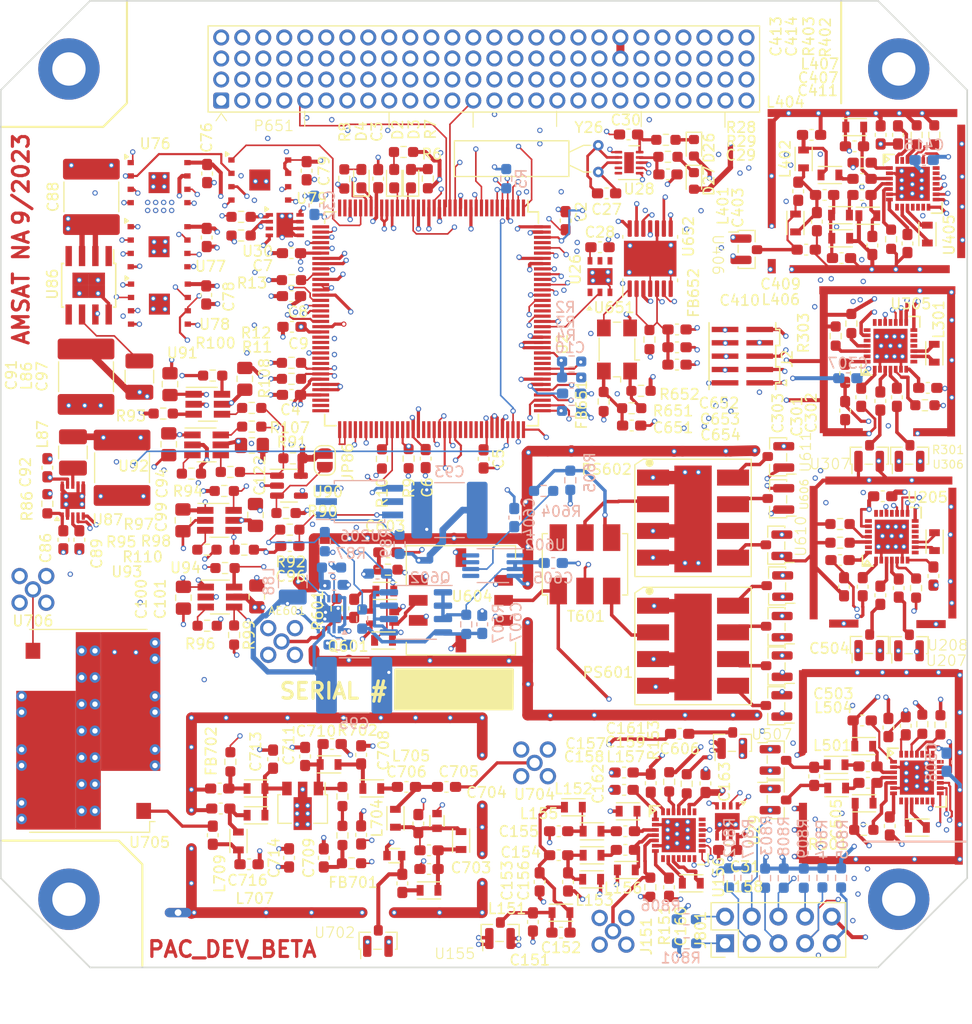
<source format=kicad_pcb>
(kicad_pcb (version 20221018) (generator pcbnew)
  (title_block (title "PacSat Alpha Board") (rev "0"))
  (layers (0 "F.Cu" signal "Top Components.Cu") (1 "In1.Cu" power "GND.Cu") (2 "In2.Cu" power "Signal 1 H.Cu") (3 "In3.Cu" signal "Signal 2 V.Cu") (4 "In4.Cu" signal "Power.Cu") (31 "B.Cu" signal "BackComponets.Cu") (34 "B.Paste" user) (35 "F.Paste" user) (36 "B.SilkS" user "B.Silkscreen") (37 "F.SilkS" user "F.Silkscreen") (38 "B.Mask" user) (39 "F.Mask" user) (44 "Edge.Cuts" user))
  (net 0 "")
  (net 1 "GND")
  (net 2 "+3.3V")
  (net 3 "+1V2")
  (net 4 "Net-(U26-CEXT)")
  (net 5 "Net-(C96-Pad1)")
  (net 6 "-2V BIAS")
  (net 7 "+5V")
  (net 8 "Net-(U28-X2)")
  (net 9 "Net-(U87-SS)")
  (net 10 "REG_3V3")
  (net 11 "REG_1V2")
  (net 12 "AX5043_3V3")
  (net 13 "SSPA_VCC")
  (net 14 "TX_OUT_DRV")
  (net 15 "Net-(U305-ANTP)")
  (net 16 "Net-(U305-ANTN)")
  (net 17 "Net-(U405-ANTP)")
  (net 18 "Net-(U405-ANTN)")
  (net 19 "Net-(U505-ANTP)")
  (net 20 "Net-(U505-ANTN)")
  (net 21 "Net-(U28-X1)")
  (net 22 "Net-(C603-Pad1)")
  (net 23 "Net-(C152-Pad1)")
  (net 24 "Net-(C154-Pad1)")
  (net 25 "Net-(C155-Pad1)")
  (net 26 "Net-(U156-ANTP)")
  (net 27 "Net-(C157-Pad2)")
  (net 28 "Net-(U156-ANTN)")
  (net 29 "Net-(C158-Pad2)")
  (net 30 "Net-(C159-Pad1)")
  (net 31 "Net-(C160-Pad1)")
  (net 32 "Net-(D2-K)")
  (net 33 "Net-(D2-A)")
  (net 34 "Net-(U156-CLK16P)")
  (net 35 "Net-(D3-K)")
  (net 36 "Net-(U205-ANTP)")
  (net 37 "Net-(D3-A)")
  (net 38 "Net-(U205-ANTN)")
  (net 39 "Net-(C203-Pad1)")
  (net 40 "Net-(U205-CLK16P)")
  (net 41 "Net-(U305-CLK16P)")
  (net 42 "Net-(U612-In)")
  (net 43 "Net-(C402-Pad1)")
  (net 44 "Net-(C405-Pad1)")
  (net 45 "Net-(C409-Pad2)")
  (net 46 "UART_RX1")
  (net 47 "UART_TX1")
  (net 49 "Net-(C410-Pad2)")
  (net 50 "Net-(C411-Pad1)")
  (net 51 "ATTACHED")
  (net 52 "ALERT_SIGNAL")
  (net 53 "FCODE_D0")
  (net 54 "FCODE_D3")
  (net 55 "FCODE_STROBE")
  (net 56 "CMD_MODE")
  (net 57 "Net-(C412-Pad1)")
  (net 58 "Net-(U405-CLK16P)")
  (net 59 "Net-(U305-L2)")
  (net 60 "Net-(U305-L1)")
  (net 61 "Net-(U405-L2)")
  (net 62 "Net-(U405-L1)")
  (net 63 "Net-(U505-L2)")
  (net 64 "Net-(U505-L1)")
  (net 65 "Net-(C502-Pad2)")
  (net 66 "Net-(C503-Pad2)")
  (net 67 "Net-(C505-Pad1)")
  (net 68 "Net-(U505-CLK16P)")
  (net 69 "Net-(Q601-G)")
  (net 70 "VSYS")
  (net 71 "PB_ENABLE")
  (net 73 "UART_TX2")
  (net 74 "UART_RX2")
  (net 78 "Net-(T601-AA)")
  (net 79 "Net-(U90-EN_N)")
  (net 80 "Net-(U2-N2HET1_11)")
  (net 81 "Net-(R89-Pad1)")
  (net 82 "Net-(U94-SETI)")
  (net 83 "Net-(U92-ON)")
  (net 84 "Net-(U205-ANTP1)")
  (net 85 "Clock0")
  (net 86 "Net-(C303-Pad1)")
  (net 87 "Net-(C304-Pad1)")
  (net 88 "Clock1")
  (net 89 "Net-(U405-ANTP1)")
  (net 90 "Net-(C404-Pad1)")
  (net 91 "Clock2")
  (net 95 "Net-(C504-Pad1)")
  (net 102 "Clock3")
  (net 111 "Net-(C602-Pad1)")
  (net 114 "Net-(U405-GPADC1)")
  (net 115 "Net-(U405-GPADC2)")
  (net 124 "Net-(U505-ANTP1)")
  (net 127 "Net-(U505-GPADC1)")
  (net 128 "Net-(U505-GPADC2)")
  (net 130 "Clock4")
  (net 131 "AX5043_SEL_0")
  (net 132 "AX5043_IRQ")
  (net 133 "AX5043_SEL_1")
  (net 134 "AX5043_MOSI")
  (net 135 "AX5043_SEL_2")
  (net 136 "AX5043_MISO")
  (net 137 "AX5043_SEL_3")
  (net 138 "AX5043_CLK")
  (net 139 "Net-(U205-L2)")
  (net 140 "Net-(U205-L1)")
  (net 141 "FAULT_N")
  (net 142 "Net-(J2-P10)")
  (net 143 "Net-(U2-nTRST)")
  (net 144 "Net-(D4-A)")
  (net 145 "VER_BIT3")
  (net 146 "VER_BIT2")
  (net 147 "VER_BIT1")
  (net 148 "VER_BIT0")
  (net 149 "Net-(U2-nPORRST)")
  (net 150 "I2C_SDA")
  (net 151 "I2C_SCL")
  (net 152 "Net-(U92-SETI)")
  (net 153 "AX5043_SEL_4")
  (net 154 "Net-(U205-GPADC1)")
  (net 155 "Net-(U156-GPADC1)")
  (net 156 "Net-(U156-GPADC2)")
  (net 157 "Net-(U305-GPADC1)")
  (net 158 "Net-(U305-GPADC2)")
  (net 159 "Net-(T601-SC)")
  (net 160 "Net-(U651-VC)")
  (net 161 "USB_Suspend_Low")
  (net 162 "UART_CTS")
  (net 163 "UART_RTS")
  (net 164 "AX5043_IRQ_RX1")
  (net 168 "AX5043_IRQ_RX3")
  (net 169 "Net-(U91-SETI)")
  (net 170 "PWR_SW_AX5043")
  (net 171 "PWR_FLAG_AX5043")
  (net 172 "PWR_SW_SSPA")
  (net 173 "PWR_FLAG_SSPA")
  (net 174 "Net-(U651-OUT)")
  (net 175 "Clock5")
  (net 183 "Net-(U156-L1)")
  (net 184 "Net-(U156-L2)")
  (net 188 "Net-(D4-K)")
  (net 189 "Net-(J2-P6)")
  (net 190 "Net-(J2-P4)")
  (net 191 "Net-(J2-P2)")
  (net 192 "Net-(J2-P8)")
  (net 193 "Net-(J2-P7)")
  (net 196 "Net-(U87-LX)")
  (net 197 "Net-(C204-Pad2)")
  (net 198 "WDO_N")
  (net 199 "MRAM_NCS3")
  (net 200 "MRAM_NCS2")
  (net 201 "MRAM_NCS1")
  (net 204 "MRAM_MOSI")
  (net 205 "MRAM_MISO")
  (net 206 "MRAM_CLK")
  (net 207 "MRAM_NCS0")
  (net 208 "ONEWIRE")
  (net 209 "FEED_WATCHDOG")
  (net 214 "HW_POWER_OFF_N")
  (net 229 "AX5043_IRQ_RX2")
  (net 231 "AX5043_IRQ_TX")
  (net 239 "Current Fault_1V2")
  (net 242 "Current Fault_3V3")
  (net 244 "CURRENT_FAULT_U89")
  (net 258 "Net-(U88-SS)")
  (net 259 "REG_5.0V")
  (net 260 "Net-(U86-OUT)")
  (net 261 "Net-(U88-LX)")
  (net 262 "Net-(U93-SETI)")
  (net 263 "Net-(U91-ON)")
  (net 264 "REG_5V_EN")
  (net 267 "Net-(D26-K)")
  (net 268 "Net-(D27-K)")
  (net 272 "/Rx_Power_Divider/S+")
  (net 273 "/Rx_Power_Divider/S-")
  (net 277 "Net-(U602-OUT)")
  (net 278 "Net-(J151-In)")
  (net 279 "Net-(PS601-Port3)")
  (net 282 "Net-(U208-In)")
  (net 283 "Net-(U207-In)")
  (net 286 "Net-(U307-In)")
  (net 287 "Net-(U306-In)")
  (net 288 "Net-(U406-In)")
  (net 289 "Net-(U507-In)")
  (net 290 "Net-(U506-In)")
  (net 291 "Net-(Q602-Gate)")
  (net 292 "Net-(Q601-D)")
  (net 293 "Net-(Q602-D-Pad5)")
  (net 294 "Net-(PS601-Port4)")
  (net 295 "Net-(PS601-Port2)")
  (net 296 "Net-(PS601-Port1)")
  (net 297 "Net-(PS602-Port4)")
  (net 298 "Net-(PS602-Port2)")
  (net 299 "Net-(PS602-Port1)")
  (net 300 "Net-(AE601-In)")
  (net 301 "Net-(U28-Vbat)")
  (net 302 "Net-(U28-VCC)")
  (net 303 "Net-(U87-IN)")
  (net 304 "Net-(U88-D1)")
  (net 305 "Net-(U602-Vin)")
  (net 306 "Net-(U651-VDD)")
  (net 307 "Net-(U652-1G)")
  (net 308 "Net-(U88-INP)")
  (net 309 "AX5043_IRQ_RX4")
  (net 312 "GIOB_3")
  (net 313 "GIOA_2")
  (net 314 "GOIB_1")
  (net 378 "GIOA_6")
  (net 384 "Net-(U702-In)")
  (net 385 "Net-(C701-Pad2)")
  (net 386 "Net-(C702-Pad2)")
  (net 387 "Net-(C703-Pad2)")
  (net 388 "Net-(C705-Pad1)")
  (net 389 "Net-(U704-In)")
  (net 390 "Net-(C706-Pad1)")
  (net 391 "Net-(C708-Pad1)")
  (net 392 "Net-(C709-Pad1)")
  (net 393 "Net-(Q701-G)")
  (net 394 "Net-(C712-Pad1)")
  (net 395 "Net-(Q701-D)")
  (net 396 "Net-(C715-Pad1)")
  (net 397 "Net-(C716-Pad1)")
  (net 398 "Net-(U705-IN)")
  (net 399 "Net-(R701-Pad2)")
  (net 400 "Net-(U705-OUT)")
  (net 401 "Net-(U205-GPADC2)")
  (net 402 "Net-(U305-ANTP1)")
  (footprint "Capacitor_SMD:C_0603_1608Metric_Pad1.08x0.95mm_HandSolder" (layer "F.Cu") (at 203.7715 78.9305 90)
    (fp_text reference "C2")
    (fp_text value "100n")
  )
  (footprint "Capacitor_SMD:C_0603_1608Metric_Pad1.08x0.95mm_HandSolder" (layer "F.Cu") (at 185.928 74.93 90)
    (fp_text reference "C3")
    (fp_text value "100n")
  )
  (footprint "Capacitor_SMD:C_0603_1608Metric_Pad1.08x0.95mm_HandSolder" (layer "F.Cu") (at 177.673 95.504 180)
    (fp_text reference "C4")
    (fp_text value "100n")
  )
  (footprint "Capacitor_SMD:C_0603_1608Metric_Pad1.08x0.95mm_HandSolder" (layer "F.Cu") (at 195.961 101.6 -90)
    (fp_text reference "C5")
    (fp_text value "100n")
  )
  (footprint "Capacitor_SMD:C_0603_1608Metric_Pad1.08x0.95mm_HandSolder" (layer "F.Cu") (at 190.4492 101.5746 -90)
    (fp_text reference "C6")
    (fp_text value "100n")
  )
  (footprint "Capacitor_SMD:C_0603_1608Metric_Pad1.08x0.95mm_HandSolder" (layer "F.Cu") (at 177.673 82.0166 180)
    (fp_text reference "C7")
    (fp_text value "100n")
  )
  (footprint "Capacitor_SMD:C_0603_1608Metric_Pad1.08x0.95mm_HandSolder" (layer "F.Cu") (at 177.673 86.106 180)
    (fp_text reference "C8")
    (fp_text value "100n")
  )
  (footprint "Capacitor_SMD:C_0603_1608Metric_Pad1.08x0.95mm_HandSolder" (layer "F.Cu") (at 177.7238 89.027 180)
    (fp_text reference "C9")
    (fp_text value "100n")
  )
  (footprint "LED_SMD:LED_0603_1608Metric_Pad1.05x0.95mm_HandSolder" (layer "F.Cu") (at 187.452 74.93 90)
    (fp_text reference "D2")
    (fp_text value "RED")
  )
  (footprint "LED_SMD:LED_0603_1608Metric_Pad1.05x0.95mm_HandSolder" (layer "F.Cu") (at 189.0522 74.93 90)
    (fp_text reference "D3")
    (fp_text value "YEL")
  )
  (footprint "PacSatDev_ti:TQFP-144_20x20mm_Pitch0.5mm" (layer "F.Cu") (at 191.008 88.265 -90)
    (fp_text reference "U2")
    (fp_text value "TMS570LS0914PGE")
  )
  (footprint "Capacitor_SMD:C_0805_2012Metric_Pad1.18x1.45mm_HandSolder" (layer "F.Cu") (at 165.989 100.208 -90)
    (fp_text reference "C98" hide)
    (fp_text value "1u")
  )
  (footprint "Capacitor_SMD:C_0805_2012Metric_Pad1.18x1.45mm_HandSolder" (layer "F.Cu") (at 167.339 107.447 -90)
    (fp_text reference "C99")
    (fp_text value "1u")
  )
  (footprint "Resistor_SMD:R_0603_1608Metric_Pad0.98x0.95mm_HandSolder" (layer "F.Cu") (at 238.866973 70.765075 90)
    (fp_text reference "R402")
    (fp_text value "0R")
  )
  (footprint "Capacitor_SMD:C_0603_1608Metric_Pad1.08x0.95mm_HandSolder" (layer "F.Cu") (at 190.7665 140.628)
    (fp_text reference "C702" hide)
    (fp_text value "5p6")
  )
  (footprint "PacSatDev_onsemi:QFN28" (layer "F.Cu") (at 234.823 109.0073 90)
    (fp_text reference "U205")
    (fp_text value "AX5043" hide)
  )
  (footprint "Capacitor_SMD:C_0603_1608Metric_Pad1.08x0.95mm_HandSolder" (layer "F.Cu") (at 180.7464 139.5741 90)
    (fp_text reference "C709")
    (fp_text value "100p")
  )
  (footprint "PacSatDev_onsemi:QFN28" (layer "F.Cu") (at 234.696 90.8406 90)
    (fp_text reference "U305")
    (fp_text value "AX5043" hide)
  )
  (footprint "PacSatDev_misc:L_Murata_LQH2MCNxxxx02_2.0x1.6mm" (layer "F.Cu") (at 237.2614 136.6774)
    (fp_text reference "L505" hide)
    (fp_text value "0")
  )
  (footprint "Capacitor_SMD:C_0603_1608Metric_Pad1.08x0.95mm_HandSolder" (layer "F.Cu") (at 232.5487 130.864473 180)
    (fp_text reference "C502" hide)
    (fp_text value "22p")
  )
  (footprint "PacSatDev_misc:RF_SHIELD_BMI_S_202_F_U401" (layer "F.Cu") (at 223.319973 68.733075 -90)
    (fp_text reference "U401" hide)
    (fp_text value "RFShield_OnePiece")
  )
  (footprint "Capacitor_SMD:C_0603_1608Metric_Pad1.08x0.95mm_HandSolder" (layer "F.Cu") (at 178.9684 129.9221 90)
    (fp_text reference "C711")
    (fp_text value "15p")
  )
  (footprint "Resistor_SMD:R_0603_1608Metric_Pad0.98x0.95mm_HandSolder" (layer "F.Cu") (at 177.510754 108.334546 180)
    (fp_text reference "R92")
    (fp_text value "1K")
  )
  (footprint "Resistor_SMD:R_0603_1608Metric_Pad0.98x0.95mm_HandSolder" (layer "F.Cu") (at 171.8564 102.8446)
    (fp_text reference "R109" hide)
    (fp_text value "0R")
  )
  (footprint "Capacitor_SMD:C_0603_1608Metric_Pad1.08x0.95mm_HandSolder" (layer "F.Cu") (at 235.482 113.8943 -90)
    (fp_text reference "C202" hide)
    (fp_text value "4p3")
  )
  (footprint "Capacitor_SMD:C_0603_1608Metric_Pad1.08x0.95mm_HandSolder" (layer "F.Cu") (at 211.875 132.461 -90)
    (fp_text reference "C162")
    (fp_text value "10p")
  )
  (footprint "Capacitor_SMD:C_2220_5650Metric_Pad1.97x5.40mm_HandSolder" (layer "F.Cu") (at 158.115 93.777 -90)
    (fp_text reference "C91")
    (fp_text value "22u")
  )
  (footprint "Package_TO_SOT_SMD:SOT-89-3" (layer "F.Cu") (at 178.7384 134.9201 -90)
    (fp_text reference "Q701" hide)
    (fp_text value "ATF05MS004NT1")
  )
  (footprint "Capacitor_SMD:C_0603_1608Metric_Pad1.08x0.95mm_HandSolder" (layer "F.Cu") (at 175.9204 130.1761 90)
    (fp_text reference "C713")
    (fp_text value "2200p")
  )
  (footprint "PacSatDev_everspin:MR2xH40_DFN_SmallFlag" (layer "F.Cu") (at 165.067 81.407 -90)
    (fp_text reference "U77")
    (fp_text value "MR25H40" hide)
  )
  (footprint "Capacitor_SMD:C_0603_1608Metric_Pad1.08x0.95mm_HandSolder" (layer "F.Cu") (at 210.058 98.425)
    (fp_text reference "C651")
    (fp_text value "0.1u")
  )
  (footprint "PacSatDev_misc:U_FL" (layer "F.Cu") (at 232.7148 119.8408)
    (fp_text reference "U208")
    (fp_text value "~")
  )
  (footprint "Resistor_SMD:R_0603_1608Metric_Pad0.98x0.95mm_HandSolder" (layer "F.Cu") (at 165.462 97.282 180)
    (fp_text reference "R93")
    (fp_text value "45k8 1%")
  )
  (footprint "Capacitor_SMD:C_0603_1608Metric_Pad1.08x0.95mm_HandSolder" (layer "F.Cu") (at 229.894 111.2273)
    (fp_text reference "C206" hide)
    (fp_text value "10p")
  )
  (footprint "Resistor_SMD:R_0603_1608Metric_Pad0.98x0.95mm_HandSolder" (layer "F.Cu") (at 182.7022 74.9554 90)
    (fp_text reference "R8")
    (fp_text value "3K")
  )
  (footprint "Capacitor_SMD:C_0603_1608Metric_Pad1.08x0.95mm_HandSolder" (layer "F.Cu") (at 232.053 113.7673 -90)
    (fp_text reference "C203" hide)
    (fp_text value "10n")
  )
  (footprint "Capacitor_SMD:C_0603_1608Metric_Pad1.08x0.95mm_HandSolder" (layer "F.Cu") (at 214.376 89.281)
    (fp_text reference "C652")
    (fp_text value "0.1u")
  )
  (footprint "Resistor_SMD:R_0603_1608Metric_Pad0.98x0.95mm_HandSolder" (layer "F.Cu") (at 181.973489 115.824 90)
    (fp_text reference "R601")
    (fp_text value "5 Meg")
  )
  (footprint "Capacitor_SMD:C_0603_1608Metric_Pad1.08x0.95mm_HandSolder" (layer "F.Cu") (at 227.690973 79.020075 -90)
    (fp_text reference "C403")
    (fp_text value "27p")
  )
  (footprint "Capacitor_SMD:C_0603_1608Metric_Pad1.08x0.95mm_HandSolder" (layer "F.Cu") (at 226.674973 81.687075)
    (fp_text reference "C401" hide)
    (fp_text value "27p")
  )
  (footprint "PacSatDev_maxim:TDFN_T633_2" (layer "F.Cu") (at 207.042 84.2475 90)
    (fp_text reference "U26")
    (fp_text value "DS28E83" hide)
  )
  (footprint "Capacitor_SMD:C_0603_1608Metric_Pad1.08x0.95mm_HandSolder" (layer "F.Cu") (at 235.307 95.7326 -90)
    (fp_text reference "C302")
    (fp_text value "4p3")
  )
  (footprint "Package_DFN_QFN:TDFN-10-1EP_2x3mm_P0.5mm_EP0.9x2mm" (layer "F.Cu") (at 209.8075 73.406)
    (fp_text reference "U28")
    (fp_text value "MAX31331")
  )
  (footprint "Resistor_SMD:R_0603_1608Metric_Pad0.98x0.95mm_HandSolder" (layer "F.Cu") (at 173.8884 98.5266 180)
    (fp_text reference "R107")
    (fp_text value "10K")
  )
  (footprint "Resistor_SMD:R_0603_1608Metric_Pad0.98x0.95mm_HandSolder" (layer "F.Cu") (at 173.181 110.241)
    (fp_text reference "R98")
    (fp_text value "4.7k")
  )
  (footprint "Resistor_SMD:R_0603_1608Metric_Pad0.98x0.95mm_HandSolder" (layer "F.Cu") (at 172.8743 78.5622)
    (fp_text reference "R30" hide)
    (fp_text value "4k7")
  )
  (footprint "PacSatDev_onsemi:QFN28" (layer "F.Cu") (at 236.816473 75.418075)
    (fp_text reference "U405")
    (fp_text value "AX5043" hide)
  )
  (footprint "Capacitor_SMD:C_0603_1608Metric_Pad1.08x0.95mm_HandSolder" (layer "F.Cu") (at 234.5 127.164 90)
    (fp_text reference "C506" hide)
    (fp_text value "6.8p")
  )
  (footprint "amsat_misc:CUBESAT_MOUNT_HOLE" (layer "F.Cu") (at 234.95 143.51)
    (fp_text reference "H104" hide)
    (fp_text value "CUBESAT_MOUNT_HOLE" hide)
  )
  (footprint "PacSatDev_misc:PacSat_Dev_4_26" (layer "F.Cu") (at 170.9856 67.4906)
    (fp_text reference "P651")
    (fp_text value "Conn_04x26_Pin")
  )
  (footprint "PacSatDev_misc:L_Murata_LQH2MCNxxxx02_2.0x1.6mm" (layer "F.Cu") (at 229.957488 80.59794)
    (fp_text reference "L403" hide)
    (fp_text value "68n")
  )
  (footprint "Resistor_SMD:R_0603_1608Metric_Pad0.98x0.95mm_HandSolder" (layer "F.Cu") (at 177.1555 106.751)
    (fp_text reference "R90")
    (fp_text value "10k")
  )
  (footprint "Capacitor_SMD:C_0603_1608Metric_Pad1.08x0.95mm_HandSolder" (layer "F.Cu") (at 227.182973 70.765075)
    (fp_text reference "C405" hide)
    (fp_text value "1p")
  )
  (footprint "PacSatDev_maxim:TDFN_T1033_1" (layer "F.Cu") (at 156.853 105.5685 90)
    (fp_text reference "U87")
    (fp_text value "MAX1556A" hide)
  )
  (footprint "Capacitor_SMD:C_0603_1608Metric_Pad1.08x0.95mm_HandSolder" (layer "F.Cu") (at 203.327 146.685 180)
    (fp_text reference "C152")
    (fp_text value "NS")
  )
  (footprint "Capacitor_SMD:C_0603_1608Metric_Pad1.08x0.95mm_HandSolder" (layer "F.Cu") (at 238.784 112.7513 90)
    (fp_text reference "C204" hide)
    (fp_text value "10n")
  )
  (footprint "Capacitor_SMD:C_0603_1608Metric_Pad1.08x0.95mm_HandSolder" (layer "F.Cu") (at 233.760473 70.765075 90)
    (fp_text reference "C413")
    (fp_text value "6.8p")
  )
  (footprint "PacSatDev_murata:L_0603" (layer "F.Cu") (at 191.5285 136.056 -90)
    (fp_text reference "L703" hide)
    (fp_text value "18n")
  )
  (footprint "PacSatDev_misc:U_FL" (layer "F.Cu") (at 197.5612 147.2474)
    (fp_text reference "U155")
    (fp_text value "~")
  )
  (footprint "Capacitor_SMD:C_0603_1608Metric_Pad1.08x0.95mm_HandSolder" (layer "F.Cu") (at 157.48 109.3005 -90)
    (fp_text reference "C89")
    (fp_text value "1000p")
  )
  (footprint "PacSatDev_misc:L_Murata_LQH2MCNxxxx02_2.0x1.6mm" (layer "F.Cu") (at 225.658973 79.147075 -90)
    (fp_text reference "L401")
    (fp_text value "30")
  )
  (footprint "Capacitor_SMD:C_0603_1608Metric_Pad1.08x0.95mm_HandSolder" (layer "F.Cu") (at 169.602354 80.529653 -90)
    (fp_text reference "C77" hide)
    (fp_text value "100n")
  )
  (footprint "PacSatDev_misc:U_FL" (layer "F.Cu") (at 224.3836 117.5258 90)
    (fp_text reference "U607" hide)
    (fp_text value "~")
  )
  (footprint "Resistor_SMD:R_0603_1608Metric_Pad0.98x0.95mm_HandSolder" (layer "F.Cu") (at 237.133 113.8943 -90)
    (fp_text reference "R201" hide)
    (fp_text value "50")
  )
  (footprint "PacSatDev_misc:L_Murata_LQH2MCNxxxx02_2.0x1.6mm" (layer "F.Cu") (at 174.2959 135.5101)
    (fp_text reference "L708" hide)
    (fp_text value "2n55")
  )
  (footprint "RF_Mini-Circuits:Mini-Circuits_HF1139_LandPatternPL-230" (layer "F.Cu") (at 158.3309 127.4826 180)
    (fp_text reference "U705")
    (fp_text value "SXBP-425+")
  )
  (footprint "Resistor_SMD:R_0603_1608Metric_Pad0.98x0.95mm_HandSolder" (layer "F.Cu") (at 173.8884 96.7486)
    (fp_text reference "R108")
    (fp_text value "0R")
  )
  (footprint "Capacitor_SMD:C_0603_1608Metric_Pad1.08x0.95mm_HandSolder" (layer "F.Cu") (at 186.856 110.49)
    (fp_text reference "C603")
    (fp_text value "0.1 u")
  )
  (footprint "PacSatDev_misc:L_Murata_LQH2MCNxxxx02_2.0x1.6mm" (layer "F.Cu") (at 190.7665 142.66)
    (fp_text reference "L702" hide)
    (fp_text value "43n")
  )
  (footprint "amsat_misc:CUBESAT_MOUNT_HOLE" (layer "F.Cu") (at 234.95 64.77)
    (fp_text reference "H103" hide)
    (fp_text value "CUBESAT_MOUNT_HOLE" hide)
  )
  (footprint "PacSatDev_misc:L_Murata_LQH2MCNxxxx02_2.0x1.6mm" (layer "F.Cu") (at 181.2544 130.6841 180)
    (fp_text reference "L706" hide)
    (fp_text value "5n5")
  )
  (footprint "Resistor_SMD:R_0603_1608Metric_Pad0.98x0.95mm_HandSolder" (layer "F.Cu") (at 234.757029 80.693912 -90)
    (fp_text reference "R401" hide)
    (fp_text value "50")
  )
  (footprint "Capacitor_SMD:C_0603_1608Metric_Pad1.08x0.95mm_HandSolder" (layer "F.Cu") (at 213.5124 74.5236)
    (fp_text reference "C29")
    (fp_text value "22u")
  )
  (footprint "Capacitor_SMD:C_0603_1608Metric_Pad1.08x0.95mm_HandSolder" (layer "F.Cu") (at 169.642268 74.442776 -90)
    (fp_text reference "C76")
    (fp_text value "100n")
  )
  (footprint "Capacitor_SMD:C_0603_1608Metric_Pad1.08x0.95mm_HandSolder" (layer "F.Cu") (at 214.63 127.762 180)
    (fp_text reference "C606")
    (fp_text value "1u")
  )
  (footprint "Capacitor_SMD:C_0603_1608Metric_Pad1.08x0.95mm_HandSolder" (layer "F.Cu") (at 203.112 139.319 180)
    (fp_text reference "C154")
    (fp_text value "5p1")
  )
  (footprint "PacSatDev_misc:L_Murata_LQH2MCNxxxx02_2.0x1.6mm" (layer "F.Cu") (at 232.185808 134.368333)
    (fp_text reference "L504")
    (fp_text value "68n")
  )
  (footprint "PacSatDev_misc:L_Murata_LQH2MCNxxxx02_2.0x1.6mm" (layer "F.Cu") (at 229.5144 130.7084)
    (fp_text reference "L501")
    (fp_text value "68n")
  )
  (footprint "PacSatDev_misc:L_Murata_LQH2MCNxxxx02_2.0x1.6mm" (layer "F.Cu") (at 206.248 141.605)
    (fp_text reference "L153")
    (fp_text value "27n")
  )
  (footprint "Resistor_SMD:R_0603_1608Metric_Pad0.98x0.95mm_HandSolder" (layer "F.Cu") (at 172.212 118.364 -90)
    (fp_text reference "R99")
    (fp_text value "4.7k")
  )
  (footprint "Capacitor_SMD:C_0603_1608Metric_Pad1.08x0.95mm_HandSolder" (layer "F.Cu") (at 179.113526 74.173365 -90)
    (fp_text reference "C79")
    (fp_text value "100n")
  )
  (footprint "Package_TO_SOT_SMD:SOT-23-6_Handsoldering" (layer "F.Cu") (at 169.7095 96.398)
    (fp_text reference "U91")
    (fp_text value "MAX4995ALAUT")
  )
  (footprint "Resistor_SMD:R_0603_1608Metric_Pad0.98x0.95mm_HandSolder" (layer "F.Cu") (at 182.5244 133.7321 90)
    (fp_text reference "R702")
    (fp_text value "22")
  )
  (footprint "PacSatDev_onsemi:QFN28" (layer "F.Cu") (at 214.542 137.414)
    (fp_text reference "U156")
    (fp_text value "AX5043" hide)
  )
  (footprint "Capacitor_SMD:C_0603_1608Metric_Pad1.08x0.95mm_HandSolder" (layer "F.Cu") (at 192.4304 132.8166)
    (fp_text reference "C705")
    (fp_text value "2200p")
  )
  (footprint "Capacitor_SMD:C_0603_1608Metric_Pad1.08x0.95mm_HandSolder" (layer "F.Cu") (at 177.4444 139.5741 90)
    (fp_text reference "C714")
    (fp_text value "10u")
  )
  (footprint "Resistor_SMD:R_0603_1608Metric_Pad0.98x0.95mm_HandSolder" (layer "F.Cu") (at 229.894 107.7983 180)
    (fp_text reference "R203" hide)
    (fp_text value "0R")
  )
  (footprint "Capacitor_SMD:C_0805_2012Metric_Pad1.18x1.45mm_HandSolder" (layer "F.Cu") (at 166.1065 94.488 90)
    (fp_text reference "C97")
    (fp_text value "1u")
  )
  (footprint "RF_Mini-Circuits:Mini-Circuits_CD542_H2.84mm" (layer "F.Cu") (at 205.613 111.633 90)
    (fp_text reference "T601")
    (fp_text value "ADT4-1WT")
  )
  (footprint "Capacitor_SMD:C_0603_1608Metric_Pad1.08x0.95mm_HandSolder" (layer "F.Cu") (at 213.614 142.367 -90)
    (fp_text reference "C160")
    (fp_text value "10n")
  )
  (footprint "Inductor_SMD:L_1210_3225Metric_Pad1.42x2.65mm_HandSolder" (layer "F.Cu") (at 156.869 100.984 90)
    (fp_text reference "L87")
    (fp_text value "3u3")
  )
  (footprint "Capacitor_SMD:C_0603_1608Metric_Pad1.08x0.95mm_HandSolder" (layer "F.Cu") (at 209.462 137.033 180)
    (fp_text reference "C157")
    (fp_text value "4p3")
  )
  (footprint "Capacitor_SMD:C_0603_1608Metric_Pad1.08x0.95mm_HandSolder" (layer "F.Cu") (at 232.970847 81.289306 -90)
    (fp_text reference "C408" hide)
    (fp_text value "10p")
  )
  (footprint "PacSatDev_misc:U_FL" (layer "F.Cu") (at 185.9405 147.994)
    (fp_text reference "U702")
    (fp_text value "~")
  )
  (footprint "PacSatDev_misc:L_Murata_LQH2MCNxxxx02_2.0x1.6mm" (layer "F.Cu") (at 172.6184 137.9621 90)
    (fp_text reference "L709")
    (fp_text value "8n1")
  )
  (footprint "Capacitor_SMD:C_0603_1608Metric_Pad1.08x0.95mm_HandSolder" (layer "F.Cu") (at 209.764 70.723 180)
    (fp_text reference "C30")
    (fp_text value "22u")
  )
  (footprint "PacSatDev_misc:L_Murata_LQH2MCNxxxx02_2.0x1.6mm" (layer "F.Cu") (at 203.327 144.78)
    (fp_text reference "L151")
    (fp_text value "0")
  )
  (footprint "Resistor_SMD:R_0603_1608Metric_Pad0.98x0.95mm_HandSolder" (layer "F.Cu") (at 229.894 109.5763 180)
    (fp_text reference "R202" hide)
    (fp_text value "0R")
  )
  (footprint "PacSatDev_misc:MMCX" (layer "F.Cu") (at 153.0604 114.0206)
    (fp_text reference "U706")
    (fp_text value "SMA")
  )
  (footprint "PacSatDev_misc:L_Murata_LQH2MCNxxxx02_2.0x1.6mm" (layer "F.Cu") (at 229.574684 132.92384)
    (fp_text reference "L502" hide)
    (fp_text value "68n")
  )
  (footprint "Resistor_SMD:R_0603_1608Metric_Pad0.98x0.95mm_HandSolder" (layer "F.Cu") (at 213.5124 72.8472)
    (fp_text reference "R29")
    (fp_text value "4k7")
  )
  (footprint "Package_TO_SOT_SMD:SOT-23-6_Handsoldering" (layer "F.Cu") (at 169.592 100.269)
    (fp_text reference "U92")
    (fp_text value "MAX4995ALAUT")
  )
  (footprint "PacSatDev_misc:RF_SHIELD_BMI_S_201_F_U301" (layer "F.Cu") (at 228.326932 99.1616)
    (fp_text reference "U301" hide)
    (fp_text value "RFShield_OnePiece")
  )
  (footprint "Resistor_SMD:R_0603_1608Metric_Pad0.98x0.95mm_HandSolder" (layer "F.Cu") (at 210.947 95.123)
    (fp_text reference "R652")
    (fp_text value "10K")
  )
  (footprint "Resistor_SMD:R_0603_1608Metric_Pad0.98x0.95mm_HandSolder" (layer "F.Cu") (at 237.974 96.4946)
    (fp_text reference "R301")
    (fp_text value "50")
  )
  (footprint "Capacitor_SMD:C_0603_1608Metric_Pad1.08x0.95mm_HandSolder" (layer "F.Cu") (at 232.0025 73.406 180)
    (fp_text reference "C411")
    (fp_text value "10n")
  )
  (footprint "PacSatDev_misc:U_FL" (layer "F.Cu") (at 232.7054 101.8286)
    (fp_text reference "U307")
    (fp_text value "~")
  )
  (footprint "Resistor_SMD:R_0603_1608Metric_Pad0.98x0.95mm_HandSolder" (layer "F.Cu") (at 172.8743 80.3402)
    (fp_text reference "R31" hide)
    (fp_text value "4k7")
  )
  (footprint "Capacitor_SMD:C_0603_1608Metric_Pad1.08x0.95mm_HandSolder" (layer "F.Cu") (at 233.7308 96.0882 -90)
    (fp_text reference "C301")
    (fp_text value "4p3")
  )
  (footprint "Capacitor_SMD:C_0603_1608Metric_Pad1.08x0.95mm_HandSolder" (layer "F.Cu") (at 188.2265 141.9985 -90)
    (fp_text reference "C701" hide)
    (fp_text value "4p3")
  )
  (footprint "PacSatDev_misc:U_FL" (layer "F.Cu") (at 224.536 101.3714 90)
    (fp_text reference "U611")
    (fp_text value "~")
  )
  (footprint "PacSatDev_misc:TB-471" (layer "F.Cu") (at 187.4529 117.22735 90)
    (fp_text reference "Q601")
    (fp_text value "SAV-331+")
  )
  (footprint "Resistor_SMD:R_0603_1608Metric_Pad0.98x0.95mm_HandSolder" (layer "F.Cu") (at 177.814 101.544 180)
    (fp_text reference "R91")
    (fp_text value "10k")
  )
  (footprint "PacSatDev_misc:MMCX" (layer "F.Cu") (at 200.8124 130.5306)
    (fp_text reference "U704")
    (fp_text value "SMA")
  )
  (footprint "Capacitor_SMD:C_0603_1608Metric_Pad1.08x0.95mm_HandSolder" (layer "F.Cu") (at 236.313172 81.099863 -90)
    (fp_text reference "C412" hide)
    (fp_text value "10n")
  )
  (footprint "Resistor_SMD:R_0603_1608Metric_Pad0.98x0.95mm_HandSolder" (layer "F.Cu") (at 177.673 84.582)
    (fp_text reference "R13")
    (fp_text value "3k3")
  )
  (footprint "Capacitor_SMD:C_0603_1608Metric_Pad1.08x0.95mm_HandSolder" (layer "F.Cu") (at 170.8404 132.9701 180)
    (fp_text reference "C712" hide)
    (fp_text value "100p")
  )
  (footprint "PacSatDev_everspin:MR2xH40_DFN_SmallFlag" (layer "F.Cu") (at 165.067 75.307 -90)
    (fp_text reference "U76")
    (fp_text value "MR25H40" hide)
  )
  (footprint "Capacitor_SMD:C_0603_1608Metric_Pad1.08x0.95mm_HandSolder" (layer "F.Cu") (at 209.335 133.096 180)
    (fp_text reference "C159")
    (fp_text value "10n")
  )
  (footprint "PacSatDev_misc:L_Murata_LQH2MCNxxxx02_2.0x1.6mm" (layer "F.Cu") (at 206.287 137.033)
    (fp_text reference "L154" hide)
    (fp_text value "43n")
  )
  (footprint "Capacitor_SMD:C_0603_1608Metric_Pad1.08x0.95mm_HandSolder" (layer "F.Cu") (at 232.5487 132.434371 180)
    (fp_text reference "C503")
    (fp_text value "22p")
  )
  (footprint "Capacitor_SMD:C_0603_1608Metric_Pad1.08x0.95mm_HandSolder" (layer "F.Cu") (at 188.6204 132.8166)
    (fp_text reference "C706")
    (fp_text value "18p")
  )
  (footprint "Diode_SMD:D_0603_1608Metric" (layer "F.Cu") (at 215.987 75.1425 -90)
    (fp_text reference "D27")
    (fp_text value "RB521CS30L,315 ")
  )
  (footprint "Capacitor_SMD:C_0603_1608Metric_Pad1.08x0.95mm_HandSolder" (layer "F.Cu") (at 214.376 90.9785)
    (fp_text reference "C653")
    (fp_text value "0.1u")
  )
  (footprint "Capacitor_SMD:C_0805_2012Metric_Pad1.18x1.45mm_HandSolder" (layer "F.Cu") (at 173.905098 100.317884 180)
    (fp_text reference "C122")
    (fp_text value "1u")
  )
  (footprint "Capacitor_SMD:C_0603_1608Metric_Pad1.08x0.95mm_HandSolder" (layer "F.Cu") (at 190.7665 138.85 180)
    (fp_text reference "C703")
    (fp_text value "4p3")
  )
  (footprint "Capacitor_SMD:C_0603_1608Metric_Pad1.08x0.95mm_HandSolder" (layer "F.Cu") (at 230.03543 82.488046)
    (fp_text reference "C406" hide)
    (fp_text value "5p6")
  )
  (footprint "Capacitor_SMD:C_0603_1608Metric_Pad1.08x0.95mm_HandSolder" (layer "F.Cu") (at 154.432 102.4425 90)
    (fp_text reference "C92")
    (fp_text value "10u")
  )
  (footprint "Capacitor_SMD:C_0603_1608Metric_Pad1.08x0.95mm_HandSolder" (layer "F.Cu") (at 217.082 132.486731 90)
    (fp_text reference "C163")
    (fp_text value "10n")
  )
  (footprint "amsat_misc:CUBESAT_MOUNT_HOLE" (layer "F.Cu") (at 157.48 143.51)
    (fp_text reference "H102" hide)
    (fp_text value "CUBESAT_MOUNT_HOLE" hide)
  )
  (footprint "PacSatDev_misc:L_Murata_LQH2MCNxxxx02_2.0x1.6mm" (layer "F.Cu") (at 186.563 114.173 180)
    (fp_text reference "L601" hide)
    (fp_text value "620nH")
  )
  (footprint "Jumper:SolderJumper-2_P1.3mm_Open_RoundedPad1.0x1.5mm" (layer "F.Cu") (at 180.848 101.742 -90)
    (fp_text reference "JP86")
    (fp_text value "Disable Watchdog")
  )
  (footprint "Capacitor_SMD:C_0603_1608Metric_Pad1.08x0.95mm_HandSolder" (layer "F.Cu") (at 236.151 127 -90)
    (fp_text reference "C507" hide)
    (fp_text value "10p")
  )
  (footprint "Resistor_SMD:R_0603_1608Metric_Pad0.98x0.95mm_HandSolder" (layer "F.Cu") (at 182.5244 137.4386 90)
    (fp_text reference "R701" hide)
    (fp_text value "22")
  )
  (footprint "Package_TO_SOT_SMD:SOT-23-6_Handsoldering" (layer "F.Cu") (at 170.815 107.447)
    (fp_text reference "U93")
    (fp_text value "MAX4995ALAUT")
  )
  (footprint "PacSatDev_misc:U_FL" (layer "F.Cu") (at 224.4344 113.665 90)
    (fp_text reference "U605" hide)
    (fp_text value "~")
  )
  (footprint "PacSatDev_misc:U_FL" (layer "F.Cu") (at 223.2406 134.0612 -90)
    (fp_text reference "U506" hide)
    (fp_text value "~")
  )
  (footprint "Capacitor_SMD:C_0805_2012Metric_Pad1.18x1.45mm_HandSolder" (layer "F.Cu") (at 174.244 106.934 90)
    (fp_text reference "C123" hide)
    (fp_text value "1u")
  )
  (footprint "Resistor_SMD:R_0603_1608Metric_Pad0.98x0.95mm_HandSolder" (layer "F.Cu") (at 169.6485 117.48)
    (fp_text reference "R96")
    (fp_text value "45k8 1%")
  )
  (footprint "PacSatDev_maxim:TDFN_T833_2" (layer "F.Cu") (at 219.161 136.095 -90)
    (fp_text reference "U29")
    (fp_text value "MAX31725" hide)
  )
  (footprint "Package_SO:HTSSOP-14-1EP_4.4x5mm_P0.65mm_EP3.4x5mm_Mask3x3.1mm" (layer "F.Cu") (at 211.823 82.538 90)
    (fp_text reference "U652")
    (fp_text value "CDCLVC1106")
  )
  (footprint "PacSatDev_misc:MMCX" (layer "F.Cu") (at 208.28 146.558)
    (fp_text reference "J151")
    (fp_text value "SMA")
  )
  (footprint "Capacitor_SMD:C_0805_2012Metric_Pad1.18x1.45mm_HandSolder" (layer "F.Cu") (at 167.386 114.813 -90)
    (fp_text reference "C100")
    (fp_text value "1u")
  )
  (footprint "Capacitor_SMD:C_0603_1608Metric_Pad1.08x0.95mm_HandSolder" (layer "F.Cu") (at 169.555526 85.997488 -90)
    (fp_text reference "C78")
    (fp_text value "100n")
  )
  (footprint "Capacitor_SMD:C_0603_1608Metric_Pad1.08x0.95mm_HandSolder" (layer "F.Cu") (at 233.7308 114.5794 -90)
    (fp_text reference "C201" hide)
    (fp_text value "4p3")
  )
  (footprint "Resistor_SMD:R_0603_1608Metric_Pad0.98x0.95mm_HandSolder" (layer "F.Cu") (at 207.391 96.139 90)
    (fp_text reference "FB651")
    (fp_text value "FerriteBead_Small")
  )
  (footprint "Capacitor_SMD:C_0603_1608Metric_Pad1.08x0.95mm_HandSolder" (layer "F.Cu") (at 231.91 95.7326 -90)
    (fp_text reference "C303")
    (fp_text value "10n")
  )
  (footprint "PacSatDev_misc:U_FL" (layer "F.Cu") (at 236.5502 101.8286)
    (fp_text reference "U306")
    (fp_text value "~")
  )
  (footprint "Capacitor_SMD:C_0603_1608Metric_Pad1.08x0.95mm_HandSolder" (layer "F.Cu") (at 235.411473 70.765075 90)
    (fp_text reference "C414")
    (fp_text value "10p")
  )
  (footprint "Capacitor_SMD:C_0603_1608Metric_Pad1.08x0.95mm_HandSolder" (layer "F.Cu") (at 203.112 137.033 180)
    (fp_text reference "C155")
    (fp_text value "11p")
  )
  (footprint "LED_SMD:LED_0603_1608Metric_Pad1.05x0.95mm_HandSolder" (layer "F.Cu") (at 184.3278 74.93 90)
    (fp_text reference "D4")
    (fp_text value "GRN")
  )
  (footprint "Resistor_SMD:R_0603_1608Metric_Pad0.98x0.95mm_HandSolder" (layer "F.Cu") (at 211.751896 90.244048 90)
    (fp_text reference "FB652")
    (fp_text value "FerriteBead_Small")
  )
  (footprint "PacSatDev_misc:L_Murata_LQH2MCNxxxx02_2.0x1.6mm" (layer "F.Cu") (at 209.55 140.716)
    (fp_text reference "L156")
    (fp_text value "100n")
  )
  (footprint "Resistor_SMD:R_0603_1608Metric_Pad0.98x0.95mm_HandSolder" (layer "F.Cu") (at 171.3484 111.9886)
    (fp_text reference "R110")
    (fp_text value "10K")
  )
  (footprint "PacSatDev_misc:RF_SHIELD_PAD" (layer "F.Cu") (at 166.878 144.78)
    (fp_text reference "U701" hide)
    (fp_text value "RFShield_OnePiece")
  )
  (footprint "Capacitor_SMD:C_0603_1608Metric_Pad1.08x0.95mm_HandSolder" (layer "F.Cu") (at 207.042 81.456)
    (fp_text reference "C28")
    (fp_text value "470n")
  )
  (footprint "Capacitor_SMD:C_0603_1608Metric_Pad1.08x0.95mm_HandSolder" (layer "F.Cu") (at 233.958 105.1578)
    (fp_text reference "C207" hide)
    (fp_text value "10n")
  )
  (footprint "PacSatDev_misc:L_Murata_LQH2MCNxxxx02_2.0x1.6mm" (layer "F.Cu") (at 187.565 135.802 90)
    (fp_text reference "L704")
    (fp_text value "1n2")
  )
  (footprint "Resistor_SMD:R_0603_1608Metric_Pad0.98x0.95mm_HandSolder" (layer "F.Cu") (at 177.673 93.98)
    (fp_text reference "R11")
    (fp_text value "1k")
  )
  (footprint "Capacitor_SMD:C_0603_1608Metric_Pad1.08x0.95mm_HandSolder" (layer "F.Cu") (at 200.66 145.669 -90)
    (fp_text reference "C151")
    (fp_text value "NS")
  )
  (footprint "PacSatDev_misc:U_FL" (layer "F.Cu") (at 236.4994 119.8626)
    (fp_text reference "U207")
    (fp_text value "~")
  )
  (footprint "PacSatDev_misc:RF_SHIELD_BMI_S_202_F_U501" (layer "F.Cu") (at 226.314 139.764107)
    (fp_text reference "U501" hide)
    (fp_text value "RFShield_OnePiece")
  )
  (footprint "Capacitor_SMD:C_2220_5650Metric_Pad1.97x5.40mm_HandSolder" (layer "F.Cu") (at 158.623 76.6615 90)
    (fp_text reference "C88")
    (fp_text value "10u")
  )
  (footprint "Resistor_SMD:R_0603_1608Metric_Pad0.98x0.95mm_HandSolder" (layer "F.Cu") (at 177.673 92.456)
    (fp_text reference "R12")
    (fp_text value "1k")
  )
  (footprint "PacSatDev_misc:U_FL" (layer "F.Cu") (at 219.677358 129.155417)
    (fp_text reference "U612" hide)
    (fp_text value "~")
  )
  (footprint "Capacitor_SMD:C_0603_1608Metric_Pad1.08x0.95mm_HandSolder" (layer "F.Cu") (at 184.3024 129.7686 90)
    (fp_text reference "C708")
    (fp_text value "15p")
  )
  (footprint "Resistor_SMD:R_0603_1608Metric_Pad0.98x0.95mm_HandSolder" (layer "F.Cu") (at 169.625 110.241)
    (fp_text reference "R95")
    (fp_text value "143k 1%")
  )
  (footprint "PacSatDev_misc:U_FL" (layer "F.Cu") (at 224.3582 125.0696 90)
    (fp_text reference "U609" hide)
    (fp_text value "~")
  )
  (footprint "Crystal:Crystal_AT310_D3.0mm_L10.0mm_Horizontal" (layer "F.Cu") (at 206.883 71.755 -90)
    (fp_text reference "Y26")
    (fp_text value "32.768 kHz")
  )
  (footprint "amsat_misc:CUBESAT_MOUNT_HOLE" (layer "F.Cu") (at 157.48 64.77)
    (fp_text reference "H101" hide)
    (fp_text value "CUBESAT_MOUNT_HOLE" hide)
  )
  (footprint "Package_TO_SOT_SMD:SOT-23-5" (layer "F.Cu") (at 177.433 104.145)
    (fp_text reference "U90")
    (fp_text value "STWD100NYWY3F")
  )
  (footprint "PacSatDev_samtec:FTSH-105-01-L-DV-K" (layer "F.Cu") (at 220.599 91.821 90)
    (fp_text reference "J2")
    (fp_text value "CONN_02X05")
  )
  (footprint "Resistor_SMD:R_0603_1608Metric_Pad0.98x0.95mm_HandSolder" (layer "F.Cu") (at 170.1705 93.67)
    (fp_text reference "R100")
    (fp_text value "10K")
  )
  (footprint "Resistor_SMD:R_0603_1608Metric_Pad0.98x0.95mm_HandSolder" (layer "F.Cu") (at 188.8236 101.5746 90)
    (fp_text reference "R9")
    (fp_text value "1k")
  )
  (footprint "Capacitor_SMD:C_0603_1608Metric_Pad1.08x0.95mm_HandSolder" (layer "F.Cu") (at 181.543472 128.737163 180)
    (fp_text reference "C710")
    (fp_text value "56p")
  )
  (footprint "PacSatDev_misc:MMCX" (layer "F.Cu") (at 176.731585 118.977675 180)
    (fp_text reference "AE601")
    (fp_text value "SMA")
  )
  (footprint "PacSatDev_misc:L_Murata_LQH2MCNxxxx02_2.0x1.6mm" (layer "F.Cu") (at 232.149637 128.942766 180)
    (fp_text reference "L503" hide)
    (fp_text value "68n")
  )
  (footprint "Resistor_SMD:R_0603_1608Metric_Pad0.98x0.95mm_HandSolder" (layer "F.Cu") (at 237.189473 70.765075 90)
    (fp_text reference "R403")
    (fp_text value "0R")
  )
  (footprint "PacSatDev_misc:U_FL" (layer "F.Cu") (at 224.536 105.3686 90)
    (fp_text reference "U606")
    (fp_text value "~")
  )
  (footprint "PacSatDev_misc:L_Murata_LQH2MCNxxxx02_2.0x1.6mm" (layer "F.Cu") (at 232.540329 78.447653)
    (fp_text reference "L406")
    (fp_text value "150n")
  )
  (footprint "Capacitor_SMD:C_0603_1608Metric_Pad1.08x0.95mm_HandSolder" (layer "F.Cu") (at 184.3024 137.3886 90)
    (fp_text reference "C707" hide)
    (fp_text value "1u")
  )
  (footprint "Capacitor_SMD:C_2220_5650Metric_Pad1.97x5.40mm_HandSolder" (layer "F.Cu") (at 161.544 102.4425 -90)
    (fp_text reference "C94")
    (fp_text value "22u")
  )
  (footprint "PacSatDev_misc:L_Murata_LQH2MCNxxxx02_2.0x1.6mm" (layer "F.Cu") (at 215.734 141.986)
    (fp_text reference "L158")
    (fp_text value "0")
  )
  (footprint "Capacitor_SMD:C_0603_1608Metric_Pad1.08x0.95mm_HandSolder" (layer "F.Cu") (at 201.295 141.859 -90)
    (fp_text reference "C153")
    (fp_text value "NS")
  )
  (footprint "Capacitor_SMD:C_0603_1608Metric_Pad1.08x0.95mm_HandSolder" (layer "F.Cu") (at 177.510754 109.893791 180)
    (fp_text reference "C96")
    (fp_text value "10u")
  )
  (footprint "PacSatDev_misc:L_Murata_LQH2MCNxxxx02_2.0x1.6mm" (layer "F.Cu") (at 204.509 134.747)
    (fp_text reference "L152")
    (fp_text value "27n")
  )
  (footprint "Capacitor_SMD:C_0603_1608Metric_Pad1.08x0.95mm_HandSolder" (layer "F.Cu") (at 209.462 138.811 180)
    (fp_text reference "C158")
    (fp_text value "4p3")
  )
  (footprint "PacSatDev_murata:L_0603" (layer "F.Cu") (at 187.4645 139.358)
    (fp_text reference "L701" hide)
    (fp_text value "100n")
  )
  (footprint "Capacitor_SMD:C_0603_1608Metric_Pad1.08x0.95mm_HandSolder" (layer "F.Cu") (at 231.988968 74.948612 180)
    (fp_text reference "C409")
    (fp_text value "4p3")
  )
  (footprint "PacSatDev_misc:L_Murata_LQH2MCNxxxx02_2.0x1.6mm" (layer "F.Cu") (at 238.863 91.5416 90)
    (fp_text reference "L301")
    (fp_text value "0")
  )
  (footprint "Capacitor_SMD:C_0603_1608Metric_Pad1.08x0.95mm_HandSolder" (layer "F.Cu") (at 170.18 137.414 90)
    (fp_text reference "C717" hide)
    (fp_text value "2200p")
  )
  (footprint "PacSatDev_maxim:TDFN_T833_2" (layer "F.Cu") (at 177.038 79.3496)
    (fp_text reference "U30")
    (fp_text value "MAX31725" hide)
  )
  (footprint "PacSatDev_MiniCircuits:CJ725" (layer "F.Cu") (at 215.9 107.188)
    (fp_text reference "PS602")
    (fp_text value "AD4PS+1")
  )
  (footprint "PacSatDev_misc:L_Murata_LQH2MCNxxxx02_2.0x1.6mm" (layer "F.Cu") (at 193.8145 137.922 90)
    (fp_text reference "U703" hide)
    (fp_text value "4n7")
  )
  (footprint "Inductor_SMD:L_1210_3225Metric_Pad1.42x2.65mm_HandSolder" (layer "F.Cu") (at 163.195 93.767 -90)
    (fp_text reference "L86")
    (fp_text value "3u3")
  )
  (footprint "Resistor_SMD:R_0603_1608Metric_Pad0.98x0.95mm_HandSolder" (layer "F.Cu") (at 186.2836 101.6 90)
    (fp_text reference "R10")
    (fp_text value "1k")
  )
  (footprint "Resistor_SMD:R_0603_1608Metric_Pad0.98x0.95mm_HandSolder" (layer "F.Cu") (at 239.453 126.91 90)
    (fp_text reference "R502" hide)
    (fp_text value "0R")
  )
  (footprint "PacSatDev_misc:L_Murata_LQH2MCNxxxx02_2.0x1.6mm" (layer "F.Cu") (at 206.287 139.319)
    (fp_text reference "L155")
    (fp_text value "43n")
  )
  (footprint "Capacitor_SMD:C_0603_1608Metric_Pad1.08x0.95mm_HandSolder" (layer "F.Cu") (at 209.335 131.445)
    (fp_text reference "C161")
    (fp_text value "6.8p")
  )
  (footprint "Capacitor_SMD:C_0603_1608Metric_Pad1.08x0.95mm_HandSolder" (layer "F.Cu") (at 214.376 92.6295)
    (fp_text reference "C654")
    (fp_text value "0.1u")
  )
  (footprint "PacSatDev_misc:L_Murata_LQH2MCNxxxx02_2.0x1.6mm" (layer "F.Cu") (at 185.3184 132.9701 180)
    (fp_text reference "L705")
    (fp_text value "5n5")
  )
  (footprint "Capacitor_SMD:C_0603_1608Metric_Pad1.08x0.95mm_HandSolder" (layer "F.Cu") (at 204.001 141.859 -90)
    (fp_text reference "C156")
    (fp_text value "5p6")
  )
  (footprint "Capacitor_SMD:C_0603_1608Metric_Pad1.08x0.95mm_HandSolder" (layer "F.Cu") (at 234.62994 136.539797 -90)
    (fp_text reference "C505")
    (fp_text value "10n")
  )
  (footprint "PacSatDev_misc:L_Murata_LQH2MCNxxxx02_2.0x1.6mm" (layer "F.Cu") (at 228.934473 74.575075)
    (fp_text reference "L404")
    (fp_text value "120n")
  )
  (footprint "Capacitor_SMD:C_0603_1608Metric_Pad1.08x0.95mm_HandSolder" (layer "F.Cu") (at 225.912973 76.124475 -90)
    (fp_text reference "C402" hide)
    (fp_text value "NS")
  )
  (footprint "PacSatDev_misc:L_Murata_LQH2MCNxxxx02_2.0x1.6mm" (layer "F.Cu") (at 229.938002 78.396065)
    (fp_text reference "L405" hide)
    (fp_text value "120n")
  )
  (footprint "Resistor_SMD:R_0603_1608Metric_Pad0.98x0.95mm_HandSolder" (layer "F.Cu") (at 210.058 96.774)
    (fp_text reference "R651")
    (fp_text value "10K")
  )
  (footprint "Capacitor_SMD:C_0603_1608Metric_Pad1.08x0.95mm_HandSolder" (layer "F.Cu") (at 173.6344 140.1826)
    (fp_text reference "C716")
    (fp_text value "2200p")
  )
  (footprint "Capacitor_SMD:C_0603_1608Metric_Pad1.08x0.95mm_HandSolder" (layer "F.Cu") (at 228.426473 76.480075 180)
    (fp_text reference "C404" hide)
    (fp_text value "12p")
  )
  (footprint "Capacitor_SMD:C_0603_1608Metric_Pad1.08x0.95mm_HandSolder" (layer "F.Cu") (at 219.202 138.815 180)
    (fp_text reference "C31")
    (fp_text value "100n")
  )
  (footprint "Capacitor_SMD:C_0603_1608Metric_Pad1.08x0.95mm_HandSolder" (layer "F.Cu") (at 230.275 113.7673 -90)
    (fp_text reference "C205" hide)
    (fp_text value "6.8p")
  )
  (footprint "PacSatDev_misc:L_Murata_LQH2MCNxxxx02_2.0x1.6mm" (layer "F.Cu") (at 174.2959 132.9701 180)
    (fp_text reference "L707")
    (fp_text value "16n6")
  )
  (footprint "Capacitor_SMD:C_0603_1608Metric_Pad1.08x0.95mm_HandSolder" (layer "F.Cu") (at 207.6715 76.327)
    (fp_text reference "C27")
    (fp_text value "6p")
  )
  (footprint "PacSatDev_everspin:MR2xH40_DFN_SmallFlag" (layer "F.Cu") (at 165.1 86.868 -90)
    (fp_text reference "U78")
    (fp_text value "MR25H40" hide)
  )
  (footprint "Resistor_SMD:R_0603_1608Metric_Pad0.98x0.95mm_HandSolder" (layer "F.Cu") (at 154.432 105.8715 -90)
    (fp_text reference "R86")
    (fp_text value "0R")
  )
  (footprint "PacSatDev_misc:U_FL" (layer "F.Cu") (at 224.3582 109.7788 90)
    (fp_text reference "U610")
    (fp_text value "~")
  )
  (footprint "Capacitor_SMD:C_0603_1608Metric_Pad1.08x0.95mm_HandSolder" (layer "F.Cu") (at 227.4316 131.814322 -90)
    (fp_text reference "C501" hide)
    (fp_text value "4p3")
  )
  (footprint "PacSatDev_misc:U_FL" (layer "F.Cu") (at 223.2406 130.2884 -90)
    (fp_text reference "U507")
    (fp_text value "~")
  )
  (footprint "Diode_SMD:D_0603_1608Metric" (layer "F.Cu") (at 215.987 71.993 -90)
    (fp_text reference "D26")
    (fp_text value "RB521CS30L,315 ")
  )
  (footprint "PacSatDev_misc:L_Murata_LQH2MCNxxxx02_2.0x1.6mm" (layer "F.Cu") (at 238.887 109.474 90)
    (fp_text reference "L201" hide)
    (fp_text value "0")
  )
  (footprint "Capacitor_SMD:C_0603_1608Metric_Pad1.08x0.95mm_HandSolder" (layer "F.Cu") (at 232.0025 126.492 180)
    (fp_text reference "C504")
    (fp_text value "10n")
  )
  (footprint "Resistor_SMD:R_0603_1608Metric_Pad0.98x0.95mm_HandSolder" (layer "F.Cu") (at 230.973344 88.716476 90)
    (fp_text reference "R302" hide)
    (fp_text value "0R")
  )
  (footprint "Resistor_SMD:R_0603_1608Metric_Pad0.98x0.95mm_HandSolder" (layer "F.Cu") (at 229.47896 89.910679 90)
    (fp_text reference "R303")
    (fp_text value "0R")
  )
  (footprint "PacSatDev_misc:RF_SHIELD_BMI_S_201_F_U201" (layer "F.Cu") (at 228.3968 117.3734)
    (fp_text reference "U201" hide)
    (fp_text value "RFShield_OnePiece")
  )
  (footprint "Resistor_SMD:R_0603_1608Metric_Pad0.98x0.95mm_HandSolder" (layer "F.Cu") (at 215.297335 132.523294 90)
    (fp_text reference "R152" hide)
    (fp_text value "0R")
  )
  (footprint "PacSatDev_misc:L_Murata_LQH2MCNxxxx02_2.0x1.6mm" (layer "F.Cu") (at 238.205473 80.202075 90)
    (fp_text reference "L408" hide)
    (fp_text value "0")
  )
  (footprint "Resistor_SMD:R_0603_1608Metric_Pad0.98x0.95mm_HandSolder" (layer "F.Cu") (at 186.856 112.141 180)
    (fp_text reference "R603" hide)
    (fp_text value "1K")
  )
  (footprint "PacSatDev_MiniCircuits:CJ725" (layer "F.Cu") (at 215.9 119.38)
    (fp_text reference "PS601")
    (fp_text value "AD4PS+1")
  )
  (footprint "Package_TO_SOT_SMD:SOT-23-6_Handsoldering" (layer "F.Cu") (at 170.862 114.747)
    (fp_text reference "U94")
    (fp_text value "MAX4995ALAUT")
  )
  (footprint "PacSatDev_misc:U_FL" (layer "F.Cu") (at 224.3836 121.285 90)
    (fp_text reference "U608" hide)
    (fp_text value "~")
  )
  (footprint "Capacitor_SMD:C_0603_1608Metric_Pad1.08x0.95mm_HandSolder" (layer "F.Cu") (at 238.252 94.8436)
    (fp_text reference "C304" hide)
    (fp_text value "10n")
  )
  (footprint "Resistor_SMD:R_0603_1608Metric_Pad0.98x0.95mm_HandSolder" (layer "F.Cu") (at 168.148 103.002)
    (fp_text reference "R94")
    (fp_text value "45k8 1%")
  )
  (footprint "Resistor_SMD:R_0603_1608Metric_Pad0.98x0.95mm_HandSolder" (layer "F.Cu") (at 211.836 142.367 -90)
    (fp_text reference "R151")
    (fp_text value "50")
  )
  (footprint "PacSatDev_misc:L_Murata_LQH2MCNxxxx02_2.0x1.6mm" (layer "F.Cu") (at 209.716 135.128)
    (fp_text reference "L157")
    (fp_text value "100n")
  )
  (footprint "Resistor_SMD:R_0603_1608Metric_Pad0.98x0.95mm_HandSolder" (layer "F.Cu") (at 171.276 104.653)
    (fp_text reference "R97")
    (fp_text value "10K")
  )
  (footprint "Capacitor_SMD:C_0805_2012Metric_Pad1.18x1.45mm_HandSolder" (layer "F.Cu") (at 174.371 114.686 90)
    (fp_text reference "C101")
    (fp_text value "1u")
  )
  (footprint "Capacitor_SMD:C_0603_1608Metric_Pad1.08x0.95mm_HandSolder" (layer "F.Cu") (at 230.378 93.4466 90)
    (fp_text reference "C306" hide)
    (fp_text value "10p")
  )
  (footprint "Capacitor_SMD:C_0603_1608Metric_Pad1.08x0.95mm_HandSolder" (layer "F.Cu") (at 231.271789 71.849857 180)
    (fp_text reference "C407")
    (fp_text value "10p")
  )
  (footprint "Resistor_SMD:R_0603_1608Metric_Pad0.98x0.95mm_HandSolder" (layer "F.Cu") (at 213.32 71.231)
    (fp_text reference "R28")
    (fp_text value "4k7")
  )
  (footprint "Resistor_SMD:R_0603_1608Metric_Pad0.98x0.95mm_HandSolder" (layer "F.Cu") (at 183.3899 140.0821 180)
    (fp_text reference "FB701")
    (fp_text value "2743019447")
  )
  (footprint "Capacitor_SMD:C_0603_1608Metric_Pad1.08x0.95mm_HandSolder" (layer "F.Cu") (at 170.942 134.874 180)
    (fp_text reference "C715" hide)
    (fp_text value "2200p")
  )
  (footprint "Resistor_SMD:R_0603_1608Metric_Pad0.98x0.95mm_HandSolder" (layer "F.Cu") (at 171.8564 130.4301 -90)
    (fp_text reference "FB702")
    (fp_text value "2743019447")
  )
  (footprint "Capacitor_SMD:C_0603_1608Metric_Pad1.08x0.95mm_HandSolder" (layer "F.Cu") (at 189.7505 136.31 90)
    (fp_text reference "C704")
    (fp_text value "NS")
  )
  (footprint "Resistor_SMD:R_0603_1608Metric_Pad0.98x0.95mm_HandSolder" (layer "F.Cu") (at 190.6524 74.93 90)
    (fp_text reference "R7")
    (fp_text value "3K")
  )
  (footprint "Capacitor_SMD:C_0603_1608Metric_Pad1.08x0.95mm_HandSolder" (layer "F.Cu") (at 155.956 109.3005 -90)
    (fp_text reference "C86")
    (fp_text value "470n")
  )
  (footprint "PacSatDev_misc:L_Murata_LQH2MCNxxxx02_2.0x1.6mm" (layer "F.Cu") (at 226.420973 73.051075 90)
    (fp_text reference "L402")
    (fp_text value "68n")
  )
  (footprint "Resistor_SMD:R_0603_1608Metric_Pad0.98x0.95mm_HandSolder" (layer "F.Cu") (at 213.6295 132.334 90)
    (fp_text reference "R153")
    (fp_text value "0R")
  )
  (footprint "RF_Mini-Circuits:Mini-Circuits_GP731" (layer "F.Cu") (at 193.802 115.062)
    (fp_text reference "U604")
    (fp_text value "RBP-140+")
  )
  (footprint "Resistor_SMD:R_0603_1608Metric_Pad0.98x0.95mm_HandSolder" (layer "F.Cu") (at 237.728 126.8495 90)
    (fp_text reference "R503" hide)
    (fp_text value "0R")
  )
  (footprint "PacSatDev_misc:L_Murata_LQH2MCNxxxx02_2.0x1.6mm" (layer "F.Cu") (at 231.294963 70.015323)
    (fp_text reference "L407")
    (fp_text value "150n")
  )
  (footprint "PacSatDev_everspin:MR2xH40_DFN_SmallFlag" (layer "F.Cu") (at 174.658 75.057 -90)
    (fp_text reference "U79")
    (fp_text value "MR25H40" hide)
  )
  (footprint "Capacitor_SMD:C_0603_1608Metric_Pad1.08x0.95mm_HandSolder" (layer "F.Cu") (at 230.378 97.0026 -90)
    (fp_text reference "C305" hide)
    (fp_text value "6.8p")
  )
  (footprint "Oscillator:Oscillator_SMD_Fox_FT5H_5.0x3.2mm" (layer "F.Cu") (at 208.661 91.186 180)
    (fp_text reference "U651")
    (fp_text value "588S160X2CAT")
  )
  (footprint "Resistor_SMD:R_0603_1608Metric_Pad0.98x0.95mm_HandSolder" (layer "F.Cu") (at 232.156 136.906 180)
    (fp_text reference "R501")
    (fp_text value "50")
  )
  (footprint "Capacitor_SMD:C_0603_1608Metric_Pad1.08x0.95mm_HandSolder" (layer "F.Cu") (at 231.982473 76.480075 180)
    (fp_text reference "C410")
    (fp_text value "4p3")
  )
  (footprint "PacSatDev_onsemi:QFN28" (layer "F.Cu") (at 237.212 131.929)
    (fp_text reference "U505" hide)
    (fp_text value "AX5043" hide)
  )
  (footprint "Package_SO:TI_SO-PowerPAD-8" (layer "F.Cu") (at 158.369 85.076 -90)
    (fp_text reference "U86")
    (fp_text value "TPS7A21-Q1")
  )
  (footprint "Connector_PinHeader_2.54mm:PinHeader_2x05_P2.54mm_Vertical" (layer "F.Cu") (at 218.948 147.701 90)
    (fp_text reference "J801")
    (fp_text value "Conn_02x05_Odd_Even")
  )
  (footprint "PacSatDev_misc:U_FL" (layer "F.Cu") (at 220.4684 81.6864 -90)
    (fp_text reference "U406")
    (fp_text value "~")
  )
  (footprint "Capacitor_SMD:C_0805_2012Metric_Pad1.18x1.45mm_HandSolder" (layer "F.Cu") (at 173.228 93.98 90)
    (fp_text reference "C121" hide)
    (fp_text value "1u")
  )
  (footprint "PacSatDev_misc:L_Murata_LQH2MCNxxxx02_2.0x1.6mm" (layer "F.Cu") (at 186.436 118.872)
    (fp_text reference "L602" hide)
    (fp_text value "120 nH")
  )
  (footprint "Resistor_SMD:R_0603_1608Metric_Pad0.98x0.95mm_HandSolder" (layer "F.Cu") (at 188.341 72.39 180)
    (fp_text reference "R6")
    (fp_text value "3K")
  )
  (footprint "Capacitor_SMD:C_0603_1608Metric_Pad1.08x0.95mm_HandSolder" (layer "F.Cu") (at 183.642 115.824 90)
    (fp_text reference "C601" hide)
    (fp_text value "2.2 nF")
  )
  (footprint "Resistor_SMD:R_0603_1608Metric_Pad0.98x0.95mm_HandSolder" (layer "B.Cu") (at 204.343 92.329)
    (fp_text reference "R2")
    (fp_text value "3k3")
  )
  (footprint "Resistor_SMD:R_0603_1608Metric_Pad0.98x0.95mm_HandSolder" (layer "B.Cu") (at 204.343 93.853)
    (fp_text reference "R3")
    (fp_text value "3k3")
  )
  (footprint "Resistor_SMD:R_0603_1608Metric_Pad0.98x0.95mm_HandSolder" (layer "B.Cu") (at 222.758 141.5015 -90)
    (fp_text reference "R803")
    (fp_text value "10K")
  )
  (footprint "Resistor_SMD:R_0603_1608Metric_Pad0.98x0.95mm_HandSolder" (layer "B.Cu") (at 215.265 145.415)
    (fp_text reference "R806")
    (fp_text value "10K")
  )
  (footprint "Capacitor_SMD:C_2220_5650Metric_Pad1.97x5.40mm_HandSolder" (layer "B.Cu") (at 183.642 123.1392)
    (fp_text reference "C95")
    (fp_text value "22u")
  )
  (footprint "Package_SO:SO-8_3.9x4.9mm_P1.27mm" (layer "B.Cu") (at 189.519 116.205 180)
    (fp_text reference "Q602")
    (fp_text value "~")
  )
  (footprint "Capacitor_SMD:C_0603_1608Metric_Pad1.08x0.95mm_HandSolder" (layer "B.Cu") (at 202.5915 111.506)
    (fp_text reference "C605")
    (fp_text value "1u")
  )
  (footprint "Capacitor_SMD:C_0603_1608Metric_Pad1.08x0.95mm_HandSolder" (layer "B.Cu") (at 240.03 130.466 -90)
    (fp_text reference "C508")
    (fp_text value "10n")
  )
  (footprint "Resistor_SMD:R_0603_1608Metric_Pad0.98x0.95mm_HandSolder" (layer "B.Cu") (at 204.343 97.028 180)
    (fp_text reference "R4")
    (fp_text value "3k3")
  )
  (footprint "Resistor_SMD:R_0603_1608Metric_Pad0.98x0.95mm_HandSolder" (layer "B.Cu") (at 220.98 141.478 -90)
    (fp_text reference "R807")
    (fp_text value "10K")
  )
  (footprint "Capacitor_SMD:C_0603_1608Metric_Pad1.08x0.95mm_HandSolder" (layer "B.Cu") (at 230.64 93.9205 180)
    (fp_text reference "C307")
    (fp_text value "10n")
  )
  (footprint "Capacitor_SMD:C_2220_5650Metric_Pad1.97x5.40mm_HandSolder" (layer "B.Cu") (at 192.714792 106.474056 180)
    (fp_text reference "C93")
    (fp_text value "10u")
  )
  (footprint "Capacitor_SMD:C_0603_1608Metric_Pad1.08x0.95mm_HandSolder" (layer "B.Cu") (at 195.834 117.348 90)
    (fp_text reference "C607")
    (fp_text value "0.1 u")
  )
  (footprint "Resistor_SMD:R_0603_1608Metric_Pad0.98x0.95mm_HandSolder" (layer "B.Cu") (at 215.2885 147.701)
    (fp_text reference "R801")
    (fp_text value "10K")
  )
  (footprint "Capacitor_SMD:C_0603_1608Metric_Pad1.08x0.95mm_HandSolder" (layer "B.Cu") (at 198.882 107.188 90)
    (fp_text reference "C604")
    (fp_text value "1u")
  )
  (footprint "Package_SO:MSOP-8_3x3mm_P0.65mm" (layer "B.Cu") (at 196.85 111.76 180)
    (fp_text reference "U602")
    (fp_text value "LT6657AHMS8-2.5")
  )
  (footprint "Resistor_SMD:R_0603_1608Metric_Pad0.98x0.95mm_HandSolder" (layer "B.Cu") (at 184.404 116.84 -90)
    (fp_text reference "R606" hide)
    (fp_text value "5K")
  )
  (footprint "Inductor_SMD:L_1210_3225Metric_Pad1.42x2.65mm_HandSolder" (layer "B.Cu") (at 177.794254 113.260343 -90)
    (fp_text reference "L88")
    (fp_text value "3u3")
  )
  (footprint "Resistor_SMD:R_0603_1608Metric_Pad0.98x0.95mm_HandSolder" (layer "B.Cu") (at 181.483 111.9378 180)
    (fp_text reference "R87")
    (fp_text value "0R")
  )
  (footprint "Resistor_SMD:R_0603_1608Metric_Pad0.98x0.95mm_HandSolder" (layer "B.Cu") (at 226.441 141.5015 -90)
    (fp_text reference "R809")
    (fp_text value "10K")
  )
  (footprint "Capacitor_SMD:C_0603_1608Metric_Pad1.08x0.95mm_HandSolder" (layer "B.Cu") (at 185.8625 112.522 180)
    (fp_text reference "C602" hide)
    (fp_text value "0.1 u")
  )
  (footprint "Resistor_SMD:R_0603_1608Metric_Pad0.98x0.95mm_HandSolder" (layer "B.Cu") (at 229.997 141.478 -90)
    (fp_text reference "R805")
    (fp_text value "10K")
  )
  (footprint "Resistor_SMD:R_0603_1608Metric_Pad0.98x0.95mm_HandSolder" (layer "B.Cu") (at 219.329 141.478 -90)
    (fp_text reference "R802")
    (fp_text value "10K")
  )
  (footprint "Capacitor_SMD:C_0603_1608Metric_Pad1.08x0.95mm_HandSolder" (layer "B.Cu") (at 179.8574 77.47 90)
    (fp_text reference "C32")
    (fp_text value "100n")
  )
  (footprint "Capacitor_SMD:C_0603_1608Metric_Pad1.08x0.95mm_HandSolder" (layer "B.Cu") (at 181.737 113.587)
    (fp_text reference "C87" hide)
    (fp_text value "470n")
  )
  (footprint "Capacitor_SMD:C_0603_1608Metric_Pad1.08x0.95mm_HandSolder" (layer "B.Cu") (at 204.343 95.377)
    (fp_text reference "C10")
    (fp_text value "100n")
  )
  (footprint "Package_SO:SO-6_4.4x3.6mm_P1.27mm" (layer "B.Cu") (at 184.15 105.664)
    (fp_text reference "U206")
    (fp_text value "TLP3905")
  )
  (footprint "Resistor_SMD:R_0603_1608Metric_Pad0.98x0.95mm_HandSolder" (layer "B.Cu") (at 224.536 141.5015 -90)
    (fp_text reference "R808")
    (fp_text value "10K")
  )
  (footprint "Resistor_SMD:R_0603_1608Metric_Pad0.98x0.95mm_HandSolder" (layer "B.Cu") (at 187.96 109.728 -90)
    (fp_text reference "R89")
    (fp_text value "10")
  )
  (footprint "PacSatDev_maxim:TDFN_T1033_1" (layer "B.Cu") (at 181.229 116.381 90)
    (fp_text reference "U88" hide)
    (fp_text value "MAX1556A" hide)
  )
  (footprint "Resistor_SMD:R_0603_1608Metric_Pad0.98x0.95mm_HandSolder" (layer "B.Cu") (at 180.848 109.474 -90)
    (fp_text reference "R602" hide)
    (fp_text value "10K")
  )
  (footprint "Resistor_SMD:R_0603_1608Metric_Pad0.98x0.95mm_HandSolder" (layer "B.Cu") (at 198.12 74.93 90)
    (fp_text reference "R5")
    (fp_text value "3k3")
  )
  (footprint "Resistor_SMD:R_0603_1608Metric_Pad0.98x0.95mm_HandSolder" (layer "B.Cu") (at 228.219 141.4717 -90)
    (fp_text reference "R804")
    (fp_text value "10K")
  )
  (footprint "Capacitor_SMD:C_0603_1608Metric_Pad1.08x0.95mm_HandSolder" (layer "B.Cu") (at 237.8975 73.152 180)
    (fp_text reference "C415")
    (fp_text value "10n")
  )
  (footprint "Resistor_SMD:R_0603_1608Metric_Pad0.98x0.95mm_HandSolder" (layer "B.Cu") (at 201.676 104.648 180)
    (fp_text reference "R604")
    (fp_text value "3K")
  )
  (footprint "Resistor_SMD:R_0603_1608Metric_Pad0.98x0.95mm_HandSolder" (layer "B.Cu") (at 194.31 117.348 90)
    (fp_text reference "R607")
    (fp_text value "1MEG")
  )
  (footprint "Resistor_SMD:R_0603_1608Metric_Pad0.98x0.95mm_HandSolder" (layer "B.Cu") (at 204.216 103.632 -90)
    (fp_text reference "R605")
    (fp_text value "2K")
  )
  (footprint "Capacitor_SMD:C_0603_1608Metric_Pad1.08x0.95mm_HandSolder" (layer "B.Cu") (at 182.118 119.2784 180)
    (fp_text reference "C90" hide)
    (fp_text value "1000p")
  )
  (gr_line (start 241.863443 138.022829) (end 232.213443 138.022829) (stroke (width 0.2)) (layer "B.SilkS"))
  (gr_line (start 159.75 70) (end 150.1 70) (stroke (width 0.2)) (layer "F.SilkS"))
  (gr_line (start 159.75 70) (end 162 67.75) (stroke (width 0.2)) (layer "F.SilkS"))
  (gr_line (start 163.4744 140.1826) (end 161.2244 137.9326) (stroke (width 0.2)) (layer "F.SilkS"))
  (gr_line (start 163.4744 140.1826) (end 163.4744 149.8326) (stroke (width 0.2)) (layer "F.SilkS"))
  (gr_line (start 162.010729 67.690232) (end 162.010729 58.040232) (stroke (width 0.2)) (layer "F.SilkS"))
  (gr_line (start 161.100525 137.930883) (end 150.165525 137.930883) (stroke (width 0.2)) (layer "F.SilkS"))
  (gr_line (start 230 58.1) (end 230 67.75) (stroke (width 0.2)) (layer "F.SilkS"))
  (gr_line (start 150 66.5) (end 158.5 58) (stroke (width 0.15)) (layer "Edge.Cuts"))
  (gr_line (start 158.5 150) (end 150 141.5) (stroke (width 0.15)) (layer "Edge.Cuts"))
  (gr_line (start 158.5 150) (end 233.5 150) (stroke (width 0.15)) (layer "Edge.Cuts"))
  (gr_line (start 233.5 150) (end 242 141.5) (stroke (width 0.15)) (layer "Edge.Cuts"))
  (gr_line (start 242 141.5) (end 242 66.5) (stroke (width 0.15)) (layer "Edge.Cuts"))
  (gr_line (start 150 66.5) (end 150 141.5) (stroke (width 0.15)) (layer "Edge.Cuts"))
  (gr_line (start 242 66.5) (end 233.5 58) (stroke (width 0.15)) (layer "Edge.Cuts"))
  (gr_line (start 158.5 58) (end 233.5 58) (stroke (width 0.15)) (layer "Edge.Cuts"))
  (gr_text "AMSAT NA" (at 152.8064 90.9066 90) (layer "F.Cu") (effects (font (size 1.5 1.5) (thickness 0.3) bold) (justify left bottom)))
  (gr_text "PAC_DEV_BETA" (at 163.83 149.1488) (layer "F.Cu") (effects (font (size 1.5 1.5) (thickness 0.3) bold) (justify left bottom)))
  (gr_text "9/2023" (at 152.8064 79.5528 90) (layer "F.Cu") (effects (font (size 1.5 1.5) (thickness 0.3) bold) (justify left bottom)))
  (gr_text "SERIAL #" (at 181.657042 123.693575) (layer "F.SilkS") (effects (font (size 1.5 1.5) (thickness 0.3))))
  (segment (start 196.758 97.628) (end 196.977 97.409) (width 0.3048) (layer "F.Cu") (net 1))
  (segment (start 197.258 97.69) (end 197.0786 97.5106) (width 0.3048) (layer "F.Cu") (net 1))
  (segment (start 182.145 94.515) (end 182.3212 94.6912) (width 0.3048) (layer "F.Cu") (net 1))
  (segment (start 182.099 95.015) (end 182.372 94.742) (width 0.3048) (layer "F.Cu") (net 1))
  (segment (start 239.4712 125.9793) (end 239.4712 124.4854) (width 0.3302) (layer "F.Cu") (net 1))
  (segment (start 186.2836 102.6155) (end 186.2836 102.5125) (width 0.1524) (layer "F.Cu") (net 1))
  (segment (start 235.576973 76.418075) (end 235.765973 76.607075) (width 0.254) (layer "F.Cu") (net 1))
  (segment (start 186.7645 139.358) (end 186.7645 138.534) (width 0.381) (layer "F.Cu") (net 1))
  (segment (start 188.8236 102.4871) (end 188.8236 103.2002) (width 0.1524) (layer "F.Cu") (net 1))
  (segment (start 191.5285 135.356) (end 191.5285 135.04) (width 0.1524) (layer "F.Cu") (net 1))
  (segment (start 182.3212 94.6912) (end 182.3212 94.7166) (width 0.3048) (layer "F.Cu") (net 1))
  (segment (start 230.378 97.8651) (end 230.378 98.9838) (width 0.1524) (layer "F.Cu") (net 1))
  (segment (start 200.2282 100.9904) (end 200.1647 100.9904) (width 1.016) (layer "F.Cu") (net 1))
  (segment (start 235.696 93.0656) (end 235.696 91.9466) (width 0.254) (layer "F.Cu") (net 1))
  (segment (start 238.866973 69.851293) (end 237.71568 68.7) (width 0.381) (layer "F.Cu") (net 1))
  (segment (start 200.1012 105.8164) (end 200.1012 109.8804) (width 1.016) (layer "F.Cu") (net 1))
  (segment (start 168.402 144.78) (end 175.26 144.78) (width 1.016) (layer "F.Cu") (net 1))
  (segment (start 224.536 102.4264) (end 223.4048 103.036) (width 0.3048) (layer "F.Cu") (net 1))
  (segment (start 199.8032 91.015) (end 199.5678 90.7796) (width 0.3048) (layer "F.Cu") (net 1))
  (segment (start 174.371 112.908) (end 174.371 113.6485) (width 0.254) (layer "F.Cu") (net 1))
  (segment (start 197.2067 102.4625) (end 197.2564 102.4128) (width 0.254) (layer "F.Cu") (net 1))
  (segment (start 169.8774 133.0706) (end 169.9779 132.9701) (width 0.1524) (layer "F.Cu") (net 1))
  (segment (start 177.292 126.238) (end 182.626 126.238) (width 1.016) (layer "F.Cu") (net 1))
  (segment (start 169.276 100.269) (end 169.6212 100.6142) (width 0.381) (layer "F.Cu") (net 1))
  (segment (start 199.377 79.515) (end 199.1868 79.7052) (width 0.3048) (layer "F.Cu") (net 1))
  (segment (start 160.274 86.8085) (end 160.274 87.856) (width 0.3048) (layer "F.Cu") (net 1))
  (segment (start 166.2684 93.2886) (end 166.2684 92.1766) (width 0.3048) (layer "F.Cu") (net 1))
  (segment (start 233.823 111.2323) (end 233.823 110.5756) (width 0.254) (layer "F.Cu") (net 1))
  (segment (start 200.1012 105.5624) (end 199.9742 105.6894) (width 1.016) (layer "F.Cu") (net 1))
  (segment (start 177.4444 138.7116) (end 176.4814 138.7116) (width 0.381) (layer "F.Cu") (net 1))
  (segment (start 174.244 106.140537) (end 174.244 105.8965) (width 0.1524) (layer "F.Cu") (net 1))
  (segment (start 163.463266 97.282) (end 163.370103 97.188837) (width 0.1524) (layer "F.Cu") (net 1))
  (segment (start 167.339 108.4845) (end 167.339 110.067) (width 0.254) (layer "F.Cu") (net 1))
  (segment (start 175.9204 129.3136) (end 174.7034 129.3136) (width 0.3302) (layer "F.Cu") (net 1))
  (segment (start 225.552 139.446) (end 226.06 139.446) (width 0.508) (layer "F.Cu") (net 1))
  (segment (start 182.405972 128.888172) (end 183.2864 129.7686) (width 0.381) (layer "F.Cu") (net 1))
  (segment (start 234.987 132.929) (end 236.127 132.929) (width 0.254) (layer "F.Cu") (net 1))
  (segment (start 216.13225 89.281) (end 216.296 89.11725) (width 0.254) (layer "F.Cu") (net 1))
  (segment (start 235.261567 82.11095) (end 235.261567 83.013967) (width 0.3048) (layer "F.Cu") (net 1))
  (segment (start 231.080836 80.871288) (end 230.807488 80.59794) (width 0.381) (layer "F.Cu") (net 1))
  (segment (start 177.363 79.6746) (end 177.038 79.3496) (width 0.3048) (layer "F.Cu") (net 1))
  (segment (start 185.3957 128.9061) (end 185.42 128.9304) (width 0.1524) (layer "F.Cu") (net 1))
  (segment (start 214.718 143.51) (end 213.8945 143.51) (width 0.381) (layer "F.Cu") (net 1))
  (segment (start 178.9684 129.0596) (end 177.7514 129.0596) (width 0.381) (layer "F.Cu") (net 1))
  (segment (start 165.7085 101.2455) (end 164.592 102.362) (width 0.254) (layer "F.Cu") (net 1))
  (segment (start 225.552 136.906) (end 226.06 136.906) (width 0.508) (layer "F.Cu") (net 1))
  (segment (start 159.3175 85.852) (end 160.274 86.8085) (width 0.3048) (layer "F.Cu") (net 1))
  (segment (start 189.758 96.8556) (end 189.7634 96.8502) (width 0.381) (layer "F.Cu") (net 1))
  (segment (start 233.823 110.5756) (end 234.442 109.9566) (width 0.254) (layer "F.Cu") (net 1))
  (segment (start 218.836 136.42) (end 219.161 136.095) (width 0.3302) (layer "F.Cu") (net 1))
  (segment (start 228.365068 92.290266) (end 228.365068 96.246932) (width 0.381) (layer "F.Cu") (net 1))
  (segment (start 199.3392 82.5246) (end 199.3392 82.3981) (width 0.3048) (layer "F.Cu") (net 1))
  (segment (start 180.458 86.015) (end 181.8492 86.015) (width 0.3048) (layer "F.Cu") (net 1))
  (segment (start 222.25 89.281) (end 224.1042 89.281) (width 0.3048) (layer "F.Cu") (net 1))
  (segment (start 169.602354 81.392153) (end 170.469953 81.392153) (width 0.381) (layer "F.Cu") (net 1))
  (segment (start 168.226533 144.78) (end 168.148 144.858533) (width 1.016) (layer "F.Cu") (net 1))
  (segment (start 214.122 100.8634) (end 214.0966 100.8888) (width 1.016) (layer "F.Cu") (net 1))
  (segment (start 180.458 95.015) (end 182.099 95.015) (width 0.3048) (layer "F.Cu") (net 1))
  (segment (start 236.066532 104.764686) (end 235.213614 104.764686) (width 0.508) (layer "F.Cu") (net 1))
  (segment (start 208.1944 72.406) (end 207.9752 72.1868) (width 0.2032) (layer "F.Cu") (net 1))
  (segment (start 230.89332 87.884) (end 230.973344 87.803976) (width 0.381) (layer "F.Cu") (net 1))
  (segment (start 190.246 134.112) (end 190.246 134.952) (width 0.1524) (layer "F.Cu") (net 1))
  (segment (start 171.958 76.962) (end 171.4246 77.4954) (width 0.2032) (layer "F.Cu") (net 1))
  (segment (start 179.832 109.202355) (end 179.832 113.792) (width 1.016) (layer "F.Cu") (net 1))
  (segment (start 225.806 129.794) (end 226.376392 129.584488) (width 0.508) (layer "F.Cu") (net 1))
  (segment (start 215.297335 131.610794) (end 216.908129 130) (width 0.3302) (layer "F.Cu") (net 1))
  (segment (start 196.758 97.628) (end 196.758 98.815) (width 0.3048) (layer "F.Cu") (net 1))
  (segment (start 230.275 114.6298) (end 227.3808 111.7356) (width 0.381) (layer "F.Cu") (net 1))
  (segment (start 230.89793 82.488046) (end 231.951159 83.541275) (width 0.254) (layer "F.Cu") (net 1))
  (segment (start 188.8236 103.2002) (end 188.7982 103.2256) (width 0.1524) (layer "F.Cu") (net 1))
  (segment (start 232.646971 99.195514) (end 232.638457 99.187) (width 0.1524) (layer "F.Cu") (net 1))
  (segment (start 199.5582 94.015) (end 199.5424 94.0308) (width 0.3048) (layer "F.Cu") (net 1))
  (segment (start 180.458 82.515) (end 182.2546 82.515) (width 0.3048) (layer "F.Cu") (net 1))
  (segment (start 212.09 110.998) (end 215.138 110.998) (width 1.27) (layer "F.Cu") (net 1))
  (segment (start 182.405972 128.737163) (end 182.405972 128.888172) (width 0.1524) (layer "F.Cu") (net 1))
  (segment (start 176.052045 110.49) (end 175.26 110.49) (width 0.3048) (layer "F.Cu") (net 1))
  (segment (start 208.9015 70.723) (end 207.9592 70.723) (width 0.1524) (layer "F.Cu") (net 1))
  (segment (start 168.3595 96.398) (end 169.4738 96.398) (width 0.3302) (layer "F.Cu") (net 1))
  (segment (start 214.3749 74.5501) (end 213.4616 75.4634) (width 0.3048) (layer "F.Cu") (net 1))
  (segment (start 231.2775 126.4561) (end 233.4768 124.2568) (width 0.3302) (layer "F.Cu") (net 1))
  (segment (start 168.148 138.684) (end 168.148 141.849799) (width 1.016) (layer "F.Cu") (net 1))
  (segment (start 173.228 92.9425) (end 173.9685 92.9425) (width 0.381) (layer "F.Cu") (net 1))
  (segment (start 227.3808 110.523816) (end 227.3808 104.554816) (width 0.2032) (layer "F.Cu") (net 1))
  (segment (start 223.7256 106.4236) (end 223.3422 106.807) (width 0.3048) (layer "F.Cu") (net 1))
  (segment (start 193.802 119.126) (end 193.3956 119.126) (width 0.3048) (layer "F.Cu") (net 1))
  (segment (start 228.346 96.266) (end 228.092 96.012) (width 0.381) (layer "F.Cu") (net 1))
  (segment (start 228.9815 109.5763) (end 227.5339 109.5763) (width 0.3302) (layer "F.Cu") (net 1))
  (segment (start 219.71 125.984) (end 221.996 125.984) (width 1.016) (layer "F.Cu") (net 1))
  (segment (start 218.432204 129.345571) (end 217.678631 129.345571) (width 0.381) (layer "F.Cu") (net 1))
  (segment (start 239.1653 94.8944) (end 239.1145 94.8436) (width 0.254) (layer "F.Cu") (net 1))
  (segment (start 235.204 83.566) (end 234.73426 83.541275) (width 0.3048) (layer "F.Cu") (net 1))
  (segment (start 212.317 138.414) (end 213.542 138.414) (width 0.3048) (layer "F.Cu") (net 1))
  (segment (start 209.911 89.136) (end 209.911 88.1942) (width 0.254) (layer "F.Cu") (net 1))
  (segment (start 224.8272 111.3028) (end 226.601816 111.3028) (width 0.3048) (layer "F.Cu") (net 1))
  (segment (start 186.7645 138.534) (end 187.2105 138.088) (width 0.381) (layer "F.Cu") (net 1))
  (segment (start 207.098 142.914) (end 207.01 143.002) (width 0.3302) (layer "F.Cu") (net 1))
  (segment (start 212.2424 98.0186) (end 211.836 98.425) (width 0.254) (layer "F.Cu") (net 1))
  (segment (start 227.690973 79.882575) (end 227.690973 81.533575) (width 0.2032) (layer "F.Cu") (net 1))
  (segment (start 196.5062 147.8026) (end 195.4902 147.8026) (width 0.3302) (layer "F.Cu") (net 1))
  (segment (start 201.5662 84.0232) (end 203.1492 84.0232) (width 0.2032) (layer "F.Cu") (net 1))
  (segment (start 183.230934 120.848534) (end 183.134 120.7516) (width 1.016) (layer "F.Cu") (net 1))
  (segment (start 233.696 92.4226) (end 234.323 91.7956) (width 0.254) (layer "F.Cu") (net 1))
  (segment (start 187.85205 116.08435) (end 188.2902 115.6462) (width 0.3048) (layer "F.Cu") (net 1))
  (segment (start 236.127 132.929) (end 236.204 133.006) (width 0.254) (layer "F.Cu") (net 1))
  (segment (start 189.484 126.238) (end 186.182 126.238) (width 1.016) (layer "F.Cu") (net 1))
  (segment (start 235.261567 83.013967) (end 235.204 83.566) (width 0.3048) (layer "F.Cu") (net 1))
  (segment (start 201.295 143.383) (end 201.676 143.764) (width 0.3302) (layer "F.Cu") (net 1))
  (segment (start 218.44 136.398) (end 218.858 136.398) (width 0.3302) (layer "F.Cu") (net 1))
  (segment (start 230.444963 70.015323) (end 230.444963 68.887037) (width 0.3048) (layer "F.Cu") (net 1))
  (segment (start 181.8048 88.773) (end 182.6514 88.773) (width 0.3048) (layer "F.Cu") (net 1))
  (segment (start 231.335808 134.368333) (end 231.335808 136.813692) (width 0.508) (layer "F.Cu") (net 1))
  (segment (start 223.4048 103.036) (end 222.9612 103.4796) (width 0.3048) (layer "F.Cu") (net 1))
  (segment (start 234.912897 137.402297) (end 235.7882 138.2776) (width 0.3302) (layer "F.Cu") (net 1))
  (segment (start 175.26 110.49) (end 175.241 110.241) (width 0.254) (layer "F.Cu") (net 1))
  (segment (start 182.145 94.515) (end 180.458 94.515) (width 0.3048) (layer "F.Cu") (net 1))
  (segment (start 157.353 105.0685) (end 156.853 105.5685) (width 0.381) (layer "F.Cu") (net 1))
  (segment (start 201.558 94.015) (end 199.5582 94.015) (width 0.3048) (layer "F.Cu") (net 1))
  (segment (start 200.152 117.1702) (end 200.152 122.9868) (width 1.016) (layer "F.Cu") (net 1))
  (segment (start 203.1492 84.0232) (end 203.3524 84.2264) (width 0.2032) (layer "F.Cu") (net 1))
  (segment (start 200.1012 109.8804) (end 199.403678 109.182878) (width 1.016) (layer "F.Cu") (net 1))
  (segment (start 231.335808 136.813692) (end 231.2435 136.906) (width 0.1524) (layer "F.Cu") (net 1))
  (segment (start 190.901734 120.848534) (end 190.8556 120.8024) (width 1.016) (layer "F.Cu") (net 1))
  (segment (start 195.834 141.986) (end 195.834 144.604533) (width 1.016) (layer "F.Cu") (net 1))
  (segment (start 233.760473 69.902575) (end 233.760473 69.14736) (width 0.381) (layer "F.Cu") (net 1))
  (segment (start 237.189473 69.852575) (end 236.019173 68.682275) (width 0.381) (layer "F.Cu") (net 1))
  (segment (start 218.836 137.57) (end 218.836 136.42) (width 0.3302) (layer "F.Cu") (net 1))
  (segment (start 236.019173 68.682275) (end 232.032173 68.682275) (width 0.1524) (layer "F.Cu") (net 1))
  (segment (start 212.344 108.458) (end 214.884 108.458) (width 1.27) (layer "F.Cu") (net 1))
  (segment (start 190.4492 102.4371) (end 190.4492 103.1748) (width 0.1524) (layer "F.Cu") (net 1))
  (segment (start 200.2282 100.9269) (end 200.2282 100.9904) (width 1.016) (layer "F.Cu") (net 1))
  (segment (start 180.7464 138.7116) (end 180.7464 137.6426) (width 0.381) (layer "F.Cu") (net 1))
  (segment (start 184.3024 135.3566) (end 184.5564 135.1026) (width 0.381) (layer "F.Cu") (net 1))
  (segment (start 231.2775 126.492) (end 231.2775 126.4561) (width 0.1524) (layer "F.Cu") (net 1))
  (segment (start 174.942598 101.663402) (end 174.752 101.854) (width 0.1524) (layer "F.Cu") (net 1))
  (segment (start 232.970847 83.288401) (end 232.717973 83.541275) (width 0.3048) (layer "F.Cu") (net 1))
  (segment (start 176.8613 89.9911) (end 176.8602 89.9922) (width 0.2032) (layer "F.Cu") (net 1))
  (segment (start 209.911 88.1942) (end 209.55 87.8332) (width 0.254) (layer "F.Cu") (net 1))
  (segment (start 233.68 102.7938) (end 234.5436 103.6574) (width 0.3048) (layer "F.Cu") (net 1))
  (segment (start 202.2495 137.033) (end 202.2495 138.1105) (width 0.254) (layer "F.Cu") (net 1))
  (segment (start 200.152 122.9868) (end 200.2028 123.0376) (width 1.016) (layer "F.Cu") (net 1))
  (segment (start 231.690329 80.871288) (end 231.080836 80.871288) (width 0.381) (layer "F.Cu") (net 1))
  (segment (start 227.690973 81.533575) (end 227.537473 81.687075) (width 0.2032) (layer "F.Cu") (net 1))
  (segment (start 235.566 130.929) (end 236.566 131.929) (width 0.254) (layer "F.Cu") (net 1))
  (segment (start 185.2431 117.22735) (end 185.2431 117.9313) (width 0.3048) (layer "F.Cu") (net 1))
  (segment (start 228.9808 107.7976) (end 227.5332 107.7976) (width 0.3302) (layer "F.Cu") (net 1))
  (segment (start 168.148 126.238) (end 177.292 126.238) (width 1.016) (layer "F.Cu") (net 1))
  (segment (start 190.246 134.952) (end 189.7505 135.4475) (width 0.1524) (layer "F.Cu") (net 1))
  (segment (start 214.8967 100.8634) (end 214.122 100.8634) (width 1.016) (layer "F.Cu") (net 1))
  (segment (start 199.8324 90.515) (end 199.5678 90.7796) (width 0.3048) (layer "F.Cu") (net 1))
  (segment (start 204.3684 100.8634) (end 204.3176 100.8126) (width 1.016) (layer "F.Cu") (net 1))
  (segment (start 228.9815 107.7983) (end 228.9808 107.7976) (width 0.2032) (layer "F.Cu") (net 1))
  (segment (start 178.488 79.0246) (end 177.363 79.0246) (width 0.3048) (layer "F.Cu") (net 1))
  (segment (start 233.696 93.0656) (end 233.696 92.4226) (width 0.254) (layer "F.Cu") (net 1))
  (segment (start 200.1012 101.0539) (end 200.1012 105.5624) (width 1.016) (layer "F.Cu") (net 1))
  (segment (start 232.970847 82.151806) (end 232.970847 83.288401) (width 0.381) (layer "F.Cu") (net 1))
  (segment (start 237.133 114.8068) (end 237.133 115.8762) (width 0.254) (layer "F.Cu") (net 1))
  (segment (start 234.591473 76.418075) (end 235.576973 76.418075) (width 0.254) (layer "F.Cu") (net 1))
  (segment (start 174.7034 129.3136) (end 174.6504 129.2606) (width 0.1524) (layer "F.Cu") (net 1))
  (segment (start 231.2435 136.906) (end 231.2435 136.9841) (width 0.1524) (layer "F.Cu") (net 1))
  (segment (start 178.8974 106.751) (end 179.1716 106.4768) (width 0.381) (layer "F.Cu") (net 1))
  (segment (start 167.4915 108.4845) (end 167.339 108.4845) (width 0.254) (layer "F.Cu") (net 1))
  (segment (start 201.558 79.515) (end 199.377 79.515) (width 0.3048) (layer "F.Cu") (net 1))
  (segment (start 176.8105 86.106) (end 175.7431 86.106) (width 0.381) (layer "F.Cu") (net 1))
  (segment (start 206.2607 100.8634) (end 204.3684 100.8634) (width 1.016) (layer "F.Cu") (net 1))
  (segment (start 195.834 136.652) (end 195.834 139.192) (width 1.016) (layer "F.Cu") (net 1))
  (segment (start 234.591473 74.418075) (end 235.100973 74.418075) (width 0.254) (layer "F.Cu") (net 1))
  (segment (start 184.3024 128.9061) (end 185.3957 128.9061) (width 0.381) (layer "F.Cu") (net 1))
  (segment (start 207.9045 80.7775) (end 207.8482 80.7212) (width 0.1524) (layer "F.Cu") (net 1))
  (segment (start 207.098 141.605) (end 207.098 142.914) (width 0.3302) (layer "F.Cu") (net 1))
  (segment (start 183.1848 109.182878) (end 184.872922 109.182878) (width 1.016) (layer "F.Cu") (net 1))
  (segment (start 233.760473 69.14736) (end 233.313113 68.7) (width 0.381) (layer "F.Cu") (net 1))
  (segment (start 169.4738 96.398) (end 169.5704 96.4946) (width 0.3302) (layer "F.Cu") (net 1))
  (segment (start 174.4969 140.1826) (end 174.6504 140.0291) (width 0.1524) (layer "F.Cu") (net 1))
  (segment (start 207.992 85.1975) (end 207.042 84.2475) (width 0.1524) (layer "F.Cu") (net 1))
  (segment (start 189.758 77.715) (end 189.758 79.6998) (width 0.3048) (layer "F.Cu") (net 1))
  (segment (start 170.434 110.241) (end 169.545 111.13) (width 0.254) (layer "F.Cu") (net 1))
  (segment (start 180.458 83.015) (end 182.5674 83.015) (width 0.3048) (layer "F.Cu") (net 1))
  (segment (start 214.0712 100.8634) (end 206.2607 100.8634) (width 1.016) (layer "F.Cu") (net 1))
  (segment (start 200.152 120.848534) (end 198.394734 120.848534) (width 1.016) (layer "F.Cu") (net 1))
  (segment (start 165.989 101.2455) (end 165.7085 101.2455) (width 0.254) (layer "F.Cu") (net 1))
  (segment (start 176.8105 95.504) (end 175.6918 95.504) (width 0.381) (layer "F.Cu") (net 1))
  (segment (start 219.4687 100.8634) (end 221.7928 100.8126) (width 1.016) (layer "F.Cu") (net 1))
  (segment (start 168.148 129.032) (end 168.148 135.028733) (width 1.016) (layer "F.Cu") (net 1))
  (segment (start 170.942 117.099) (end 170.561 117.48) (width 0.254) (layer "F.Cu") (net 1))
  (segment (start 168.402 144.78) (end 168.226533 144.78) (width 1.016) (layer "F.Cu") (net 1))
  (segment (start 157.853 104.0935) (end 157.853 105.037) (width 0.381) (layer "F.Cu") (net 1))
  (segment (start 163.1696 83.312) (end 163.2204 83.2612) (width 0.254) (layer "F.Cu") (net 1))
  (segment (start 162.367 83.312) (end 163.1696 83.312) (width 0.254) (layer "F.Cu") (net 1))
  (segment (start 167.386 115.8505) (end 167.386 117.353) (width 0.254) (layer "F.Cu") (net 1))
  (segment (start 178.513 79.6746) (end 177.363 79.6746) (width 0.3048) (layer "F.Cu") (net 1))
  (segment (start 227.3808 104.554816) (end 228.278216 103.6574) (width 0.381) (layer "F.Cu") (net 1))
  (segment (start 157.353 104.0935) (end 157.353 105.0685) (width 0.3048) (layer "F.Cu") (net 1))
  (segment (start 206.502 125.984) (end 202.3618 125.984) (width 1.016) (layer "F.Cu") (net 1))
  (segment (start 234.62994 137.402297) (end 234.912897 137.402297) (width 0.1524) (layer "F.Cu") (net 1))
  (segment (start 213.8945 143.51) (end 213.614 143.2295) (width 0.3302) (layer "F.Cu") (net 1))
  (segment (start 174.6504 140.0291) (end 174.6504 138.9126) (width 0.381) (layer "F.Cu") (net 1))
  (segment (start 233.2228 98.619685) (end 232.646971 99.195514) (width 0.254) (layer "F.Cu") (net 1))
  (segment (start 155.853 104.0935) (end 155.853 104.5685) (width 0.381) (layer "F.Cu") (net 1))
  (segment (start 224.878266 92.290266) (end 224.79 92.202) (width 0.381) (layer "F.Cu") (net 1))
  (segment (start 207.9592 70.723) (end 207.6704 70.4342) (width 0.1524) (layer "F.Cu") (net 1))
  (segment (start 233.5784 101.8032) (end 233.68 102.7938) (width 0.3048) (layer "F.Cu") (net 1))
  (segment (start 223.396173 74.422675) (end 223.396173 69.596675) (width 0.254) (layer "F.Cu") (net 1))
  (segment (start 191.5285 135.04) (end 192.0365 134.532) (width 0.1524) (layer "F.Cu") (net 1))
  (segment (start 198.394734 120.848534) (end 198.374 120.8278) (width 1.016) (layer "F.Cu") (net 1))
  (segment (start 182.3212 94.7166) (end 182.3466 94.7166) (width 0.3048) (layer "F.Cu") (net 1))
  (segment (start 222.25 91.821) (end 224.155 91.821) (width 0.3048) (layer "F.Cu") (net 1))
  (segment (start 178.816 113.792) (end 178.308 113.284) (width 1.016) (layer "F.Cu") (net 1))
  (segment (start 231.554394 116.586) (end 231.5464 116.586) (width 0.2032) (layer "F.Cu") (net 1))
  (segment (start 239.8776 94.8944) (end 239.1653 94.8944) (width 0.254) (layer "F.Cu") (net 1))
  (segment (start 200.152 123.0884) (end 200.152 125.984) (width 1.016) (layer "F.Cu") (net 1))
  (segment (start 172.212 120.015) (end 172.466 120.269) (width 0.254) (layer "F.Cu") (net 1))
  (segment (start 236.313172 81.962363) (end 235.261567 83.013967) (width 0.3048) (layer "F.Cu") (net 1))
  (segment (start 212.473 79.6755) (end 212.473 81.888) (width 0.254) (layer "F.Cu") (net 1))
  (segment (start 170.307 75.305276) (end 169.642268 75.305276) (width 0.381) (layer "F.Cu") (net 1))
  (segment (start 224.536 104.394) (end 223.2152 104.394) (width 0.3048) (layer "F.Cu") (net 1))
  (segment (start 168.529 107.447) (end 167.4915 108.4845) (width 0.254) (layer "F.Cu") (net 1))
  (segment (start 235.696 91.9466) (end 235.847 91.7956) (width 0.254) (layer "F.Cu") (net 1))
  (segment (start 204.3176 100.8126) (end 204.2668 100.8634) (width 1.016) (layer "F.Cu") (net 1))
  (segment (start 176.648254 109.893791) (end 176.052045 110.49) (width 0.3048) (layer "F.Cu") (net 1))
  (segment (start 232.067146 115.682164) (end 232.067146 116.470254) (width 0.3048) (layer "F.Cu") (net 1))
  (segment (start 197.0024 97.4344) (end 196.977 97.409) (width 0.3048) (layer "F.Cu") (net 1))
  (segment (start 176.8105 82.0166) (end 175.641 82.0166) (width 0.381) (layer "F.Cu") (net 1))
  (segment (start 208.795 72.406) (end 208.1944 72.406) (width 0.2032) (layer "F.Cu") (net 1))
  (segment (start 211.5312 73.406) (end 210.82 73.406) (width 0.254) (layer "F.Cu") (net 1))
  (segment (start 200.2028 123.0376) (end 200.152 123.0884) (width 1.016) (layer "F.Cu") (net 1))
  (segment (start 162.4 88.773) (end 163.195 88.773) (width 0.254) (layer "F.Cu") (net 1))
  (segment (start 218.034607 128.567666) (end 217.641588 128.567666) (width 0.381) (layer "F.Cu") (net 1))
  (segment (start 231.91 96.5951) (end 232.0025 96.5951) (width 0.254) (layer "F.Cu") (net 1))
  (segment (start 229.108 145.161) (end 231.0638 147.1168) (width 0.381) (layer "F.Cu") (net 1))
  (segment (start 193.102522 109.182878) (end 184.951078 109.182878) (width 1.016) (layer "F.Cu") (net 1))
  (segment (start 218.3395 138.815) (end 218.3395 139.8005) (width 0.3302) (layer "F.Cu") (net 1))
  (segment (start 185.928 74.0675) (end 185.928 72.898) (width 0.254) (layer "F.Cu") (net 1))
  (segment (start 211.8595 95.123) (end 211.8595 94.0073) (width 0.381) (layer "F.Cu") (net 1))
  (segment (start 169.512 114.747) (end 170.495 114.747) (width 0.3302) (layer "F.Cu") (net 1))
  (segment (start 169.545 111.13) (end 169.418 111.13) (width 0.254) (layer "F.Cu") (net 1))
  (segment (start 231.32512 87.4522) (end 230.973344 87.803976) (width 0.381) (layer "F.Cu") (net 1))
  (segment (start 202.3618 125.984) (end 202.311 126.0348) (width 1.016) (layer "F.Cu") (net 1))
  (segment (start 235.213614 104.764686) (end 234.8205 105.1578) (width 0.508) (layer "F.Cu") (net 1))
  (segment (start 197.0024 97.5106) (end 197.0024 97.4344) (width 0.3048) (layer "F.Cu") (net 1))
  (segment (start 187.4529 116.08435) (end 187.85205 116.08435) (width 0.3048) (layer "F.Cu") (net 1))
  (segment (start 224.536 106.4236) (end 223.7256 106.4236) (width 0.1524) (layer "F.Cu") (net 1))
  (segment (start 237.728 125.46) (end 237.0836 124.8156) (width 0.381) (layer "F.Cu") (net 1))
  (segment (start 184.3024 136.5261) (end 184.3024 135.3566) (width 0.381) (layer "F.Cu") (net 1))
  (segment (start 196.5062 147.1676) (end 195.4902 147.1676) (width 0.3302) (layer "F.Cu") (net 1))
  (segment (start 175.563 80.3246) (end 175.563 80.723) (width 0.3048) (layer "F.Cu") (net 1))
  (segment (start 159.258 85.7925) (end 159.258 85.852) (width 0.3048) (layer "F.Cu") (net 1))
  (segment (start 237.133 115.8762) (end 236.9312 116.078) (width 0.254) (layer "F.Cu") (net 1))
  (segment (start 213.542 138.414) (end 214.542 137.414) (width 0.1524) (layer "F.Cu") (net 1))
  (segment (start 189.758 98.815) (end 189.758 96.8556) (width 0.3048) (layer "F.Cu") (net 1))
  (segment (start 223.2152 104.394) (end 222.9612 104.14) (width 0.3048) (layer "F.Cu") (net 1))
  (segment (start 189.904 140.628) (end 189.904 140.2205) (width 0.1524) (layer "F.Cu") (net 1))
  (segment (start 227.537473 82.085175) (end 228.993573 83.541275) (width 0.2032) (layer "F.Cu") (net 1))
  (segment (start 219.71 125.984) (end 215.138 125.984) (width 1.016) (layer "F.Cu") (net 1))
  (segment (start 228.045473 68.907473) (end 227.838 68.7) (width 0.254) (layer "F.Cu") (net 1))
  (segment (start 180.458 89.015) (end 181.5628 89.015) (width 0.3048) (layer "F.Cu") (net 1))
  (segment (start 170.469953 81.392153) (end 170.5864 81.5086) (width 0.381) (layer "F.Cu") (net 1))
  (segment (start 211.8125 143.256) (end 211.836 143.2795) (width 0.3302) (layer "F.Cu") (net 1))
  (segment (start 186.5122 79.0448) (end 186.758 78.799) (width 0.254) (layer "F.Cu") (net 1))
  (segment (start 212.598 120.65) (end 215.138 120.65) (width 1.27) (layer "F.Cu") (net 1))
  (segment (start 179.832 113.792) (end 178.816 113.792) (width 1.016) (layer "F.Cu") (net 1))
  (segment (start 202.0189 100.8634) (end 200.2917 100.8634) (width 1.016) (layer "F.Cu") (net 1))
  (segment (start 234.73426 83.541275) (end 232.717973 83.541275) (width 0.3048) (layer "F.Cu") (net 1))
  (segment (start 239.453 125.9975) (end 239.4712 125.9793) (width 0.1524) (layer "F.Cu") (net 1))
  (segment (start 199.403678 109.182878) (end 193.180678 109.182878) (width 1.016) (layer "F.Cu") (net 1))
  (segment (start 189.758 79.6998) (end 189.7634 79.7052) (width 0.3048) (layer "F.Cu") (net 1))
  (segment (start 204.5959 142.7215) (end 205.3844 143.51) (width 0.3302) (layer "F.Cu") (net 1))
  (segment (start 228.045473 70.765075) (end 228.045473 68.907473) (width 0.381) (layer "F.Cu") (net 1))
  (segment (start 235.823 110.0996) (end 235.966 109.9566) (width 0.254) (layer "F.Cu") (net 1))
  (segment (start 232.0025 96.5951) (end 233.1974 97.79) (width 0.254) (layer "F.Cu") (net 1))
  (segment (start 228.365068 92.290266) (end 224.878266 92.290266) (width 0.381) (layer "F.Cu") (net 1))
  (segment (start 169.924767 135.028733) (end 170.0795 134.874) (width 0.1524) (layer "F.Cu") (net 1))
  (segment (start 226.601816 111.3028) (end 227.3808 110.523816) (width 0.3048) (layer "F.Cu") (net 1))
  (segment (start 179.113526 75.035865) (end 179.827735 75.035865) (width 0.2032) (layer "F.Cu") (net 1))
  (segment (start 170.5375 110.241) (end 170.434 110.241) (width 0.254) (layer "F.Cu") (net 1))
  (segment (start 185.7248 103.1743) (end 186.2836 102.6155) (width 0.1524) (layer "F.Cu") (net 1))
  (segment (start 214.228057 131.4215) (end 216.638095 129.011462) (width 0.381) (layer "F.Cu") (net 1))
  (segment (start 228.993573 83.541275) (end 232.717973 83.541275) (width 0.2032) (layer "F.Cu") (net 1))
  (segment (start 238.9119 96.52) (end 238.8865 96.4946) (width 0.254) (layer "F.Cu") (net 1))
  (segment (start 186.758 78.799) (end 186.758 77.715) (width 0.254) (layer "F.Cu") (net 1))
  (segment (start 181.5628 89.015) (end 181.8048 88.773) (width 0.3048) (layer "F.Cu") (net 1))
  (segment (start 212.473 81.888) (end 211.823 82.538) (width 0.254) (layer "F.Cu") (net 1))
  (segment (start 179.578 144.78) (end 184.404 144.78) (width 1.016) (layer "F.Cu") (net 1))
  (segment (start 168.148 141.986) (end 168.148 144.858533) (width 1.016) (layer "F.Cu") (net 1))
  (segment (start 181.973489 114.9115) (end 181.973489 115.144411) (width 0.1524) (layer "F.Cu") (net 1))
  (segment (start 200.2917 100.8634) (end 200.2282 100.9269) (width 1.016) (layer "F.Cu") (net 1))
  (segment (start 233.68 101.8286) (end 233.5784 101.8032) (width 0.3048) (layer "F.Cu") (net 1))
  (segment (start 186.5122 79.7052) (end 186.5122 79.0448) (width 0.254) (layer "F.Cu") (net 1))
  (segment (start 218.622358 129.155417) (end 218.034607 128.567666) (width 0.381) (layer "F.Cu") (net 1))
  (segment (start 170.619812 86.859988) (end 170.6372 86.8426) (width 0.381) (layer "F.Cu") (net 1))
  (segment (start 204.2668 100.8634) (end 202.1205 100.8634) (width 1.016) (layer "F.Cu") (net 1))
  (segment (start 197.0786 97.5106) (end 197.0024 97.5106) (width 0.3048) (layer "F.Cu") (net 1))
  (segment (start 216.05385 90.9785) (end 216.296 91.22065) (width 0.254) (layer "F.Cu") (net 1))
  (segment (start 218.3395 139.8005) (end 218.186 139.954) (width 0.3302) (layer "F.Cu") (net 1))
  (segment (start 203.7715 78.068) (end 203.29 78.068) (width 0.1524) (layer "F.Cu") (net 1))
  (segment (start 168.148 126.238) (end 168.148 135.028733) (width 1.016) (layer "F.Cu") (net 1))
  (segment (start 213.542 136.414) (end 214.542 137.414) (width 0.1524) (layer "F.Cu") (net 1))
  (segment (start 219.464 136.398) (end 219.202 136.398) (width 0.3302) (layer "F.Cu") (net 1))
  (segment (start 212.344 123.19) (end 214.884 123.19) (width 1.27) (layer "F.Cu") (net 1))
  (segment (start 228.278216 103.6574) (end 234.5436 103.6574) (width 0.381) (layer "F.Cu") (net 1))
  (segment (start 189.8396 110.49) (end 187.7185 110.49) (width 0.254) (layer "F.Cu") (net 1))
  (segment (start 183.134 120.7516) (end 183.037066 120.848534) (width 1.016) (layer "F.Cu") (net 1))
  (segment (start 224.4598 93.091) (end 224.6376 93.2688) (width 0.254) (layer "F.Cu") (net 1))
  (segment (start 237.728 125.937) (end 237.728 125.46) (width 0.381) (layer "F.Cu") (net 1))
  (segment (start 222.25 93.091) (end 224.4598 93.091) (width 0.3048) (layer "F.Cu") (net 1))
  (segment (start 183.3118 87.4776) (end 183.3118 87.6041) (width 0.3048) (layer "F.Cu") (net 1))
  (segment (start 234.757029 81.606412) (end 235.261567 82.11095) (width 0.3048) (layer "F.Cu") (net 1))
  (segment (start 231.951159 83.541275) (end 232.717973 83.541275) (width 0.254) (layer "F.Cu") (net 1))
  (segment (start 210.908 143.256) (end 211.8125 143.256) (width 0.381) (layer "F.Cu") (net 1))
  (segment (start 176.2955 104.145) (end 174.9355 104.145) (width 0.254) (layer "F.Cu") (net 1))
  (segment (start 228.365068 89.217518) (end 228.584407 88.998179) (width 0.381) (layer "F.Cu") (net 1))
  (segment (start 228.365068 87.903068) (end 228.346 87.884) (width 0.381) (layer "F.Cu") (net 1))
  (segment (start 233.2228 97.79) (end 233.2228 98.619685) (width 0.254) (layer "F.Cu") (net 1))
  (segment (start 211.836 98.425) (end 211.052179 98.425) (width 0.254) (layer "F.Cu") (net 1))
  (segment (start 169.465 107.447) (end 168.529 107.447) (width 0.254) (layer "F.Cu") (net 1))
  (segment (start 212.852 103.378) (end 215.392 103.378) (width 1.27) (layer "F.Cu") (net 1))
  (segment (start 186.182 126.238) (end 182.626 126.238) (width 1.016) (layer "F.Cu") (net 1))
  (segment (start 221.7928 100.8126) (end 221.7547 100.8634) (width 1.016) (layer "F.Cu") (net 1))
  (segment (start 195.834 144.78) (end 195.658533 144.78) (width 1.016) (layer "F.Cu") (net 1))
  (segment (start 182.0834 84.515) (end 182.5752 84.0232) (width 0.3048) (layer "F.Cu") (net 1))
  (segment (start 211.6836 73.6092) (end 211.7344 73.6092) (width 0.254) (layer "F.Cu") (net 1))
  (segment (start 219.202 136.398) (end 219.202 136.136) (width 0.3302) (layer "F.Cu") (net 1))
  (segment (start 198.5358 147.8824) (end 199.3002 147.8824) (width 0.3302) (layer "F.Cu") (net 1))
  (segment (start 213.773 83.8266) (end 213.7664 83.82) (width 0.1524) (layer "F.Cu") (net 1))
  (segment (start 216.908129 130) (end 217.5 130) (width 0.381) (layer "F.Cu") (net 1))
  (segment (start 230.444963 68.887037) (end 230.632 68.7) (width 0.254) (layer "F.Cu") (net 1))
  (segment (start 183.1848 109.182878) (end 179.832 109.182878) (width 1.016) (layer "F.Cu") (net 1))
  (segment (start 238.866973 69.852575) (end 238.866973 69.851293) (width 0.1524) (layer "F.Cu") (net 1))
  (segment (start 212.317 136.414) (end 213.542 136.414) (width 0.3048) (layer "F.Cu") (net 1))
  (segment (start 215.2385 89.281) (end 216.13225 89.281) (width 0.254) (layer "F.Cu") (net 1))
  (segment (start 177.363 79.0246) (end 177.038 79.3496) (width 0.3048) (layer "F.Cu") (net 1))
  (segment (start 180.458 84.515) (end 182.0834 84.515) (width 0.3048) (layer "F.Cu") (net 1))
  (segment (start 199.9742 105.6894) (end 200.1012 105.8164) (width 1.016) (layer "F.Cu") (net 1))
  (segment (start 232.067146 116.470254) (end 231.9514 116.586) (width 0.3048) (layer "F.Cu") (net 1))
  (segment (start 190.0936 110.236) (end 189.8396 110.49) (width 0.254) (layer "F.Cu") (net 1))
  (segment (start 176.8613 89.027) (end 176.8613 89.9911) (width 0.381) (layer "F.Cu") (net 1))
  (segment (start 181.973489 115.144411) (end 180.9129 116.205) (width 0.1524) (layer "F.Cu") (net 1))
  (segment (start 200.1647 100.9904) (end 200.1012 101.0539) (width 1.016) (layer "F.Cu") (net 1))
  (segment (start 168.148 135.028733) (end 169.924767 135.028733) (width 0.381) (layer "F.Cu") (net 1))
  (segment (start 195.834 134.62) (end 195.834 136.652) (width 1.016) (layer "F.Cu") (net 1))
  (segment (start 227.3808 111.7356) (end 227.3808 110.523816) (width 0.2032) (layer "F.Cu") (net 1))
  (segment (start 193.1416 109.1438) (end 193.102522 109.182878) (width 1.016) (layer "F.Cu") (net 1))
  (segment (start 186.5122 79.0448) (end 186.258 78.7906) (width 0.254) (layer "F.Cu") (net 1))
  (segment (start 212.09 108.458) (end 214.757 108.458) (width 0.1524) (layer "F.Cu") (net 1))
  (segment (start 169.555526 86.859988) (end 170.619812 86.859988) (width 0.381) (layer "F.Cu") (net 1))
  (segment (start 159.144 85.6785) (end 159.258 85.7925) (width 0.3048) (layer "F.Cu") (net 1))
  (segment (start 179.827735 75.035865) (end 179.8574 75.0062) (width 0.2032) (layer "F.Cu") (net 1))
  (segment (start 169.6212 100.6142) (end 169.6212 101.7016) (width 0.381) (layer "F.Cu") (net 1))
  (segment (start 155.853 104.5685) (end 156.853 105.5685) (width 0.381) (layer "F.Cu") (net 1))
  (segment (start 228.584407 88.998179) (end 229.47896 88.998179) (width 0.381) (layer "F.Cu") (net 1))
  (segment (start 184.951078 109.182878) (end 184.912 109.1438) (width 1.016) (layer "F.Cu") (net 1))
  (segment (start 195.658533 144.78) (end 191.77 144.78) (width 1.016) (layer "F.Cu") (net 1))
  (segment (start 231.6504 101.8286) (end 231.648 101.831) (width 0.3048) (layer "F.Cu") (net 1))
  (segment (start 225.552 134.874) (end 226.06 134.874) (width 0.508) (layer "F.Cu") (net 1))
  (segment (start 162.367 77.212) (end 161.7258 77.212) (width 0.2032) (layer "F.Cu") (net 1))
  (segment (start 228.365068 96.246932) (end 228.346 96.266) (width 0.381) (layer "F.Cu") (net 1))
  (segment (start 179.832 119.888) (end 179.8066 119.8118) (width 1.016) (layer "F.Cu") (net 1))
  (segment (start 235.696 91.9996) (end 235.839 91.8566) (width 0.254) (layer "F.Cu") (net 1))
  (segment (start 198.5358 147.2474) (end 199.3002 147.2474) (width 0.3302) (layer "F.Cu") (net 1))
  (segment (start 156.353 106.061) (end 156.21 105.918) (width 0.381) (layer "F.Cu") (net 1))
  (segment (start 231.0638 147.1168) (end 232.3084 147.1168) (width 0.381) (layer "F.Cu") (net 1))
  (segment (start 218.622358 129.155417) (end 218.432204 129.345571) (width 0.127) (layer "F.Cu") (net 1))
  (segment (start 183.261 78.8162) (end 183.258 78.8132) (width 0.3048) (layer "F.Cu") (net 1))
  (segment (start 157.853 105.037) (end 157.734 105.156) (width 0.381) (layer "F.Cu") (net 1))
  (segment (start 201.558 90.515) (end 199.8324 90.515) (width 0.3048) (layer "F.Cu") (net 1))
  (segment (start 172.212 119.2765) (end 172.212 120.015) (width 0.254) (layer "F.Cu") (net 1))
  (segment (start 232.638457 99.187) (end 230.1748 99.187) (width 0.508) (layer "F.Cu") (net 1))
  (segment (start 170.495 114.747) (end 170.5102 114.7318) (width 0.3302) (layer "F.Cu") (net 1))
  (segment (start 218.186 134.62) (end 217.932 134.366) (width 0.2032) (layer "F.Cu") (net 1))
  (segment (start 202.2602 125.984) (end 200.152 125.984) (width 1.016) (layer "F.Cu") (net 1))
  (segment (start 232.053 114.6298) (end 232.053 115.668018) (width 0.3048) (layer "F.Cu") (net 1))
  (segment (start 228.092 96.012) (end 224.79 96.012) (width 0.381) (layer "F.Cu") (net 1))
  (segment (start 233.172 86.36) (end 231.32512 87.4522) (width 0.381) (layer "F.Cu") (net 1))
  (segment (start 167.339 110.067) (end 167.386 110.114) (width 0.254) (layer "F.Cu") (net 1))
  (segment (start 219.486 136.42) (end 219.464 136.398) (width 0.3302) (layer "F.Cu") (net 1))
  (segment (start 201.558 84.015) (end 201.5662 84.0232) (width 0.2032) (layer "F.Cu") (net 1))
  (segment (start 207.985897 72.176103) (end 207.985897 72.1365) (width 0.2032) (layer "F.Cu") (net 1))
  (segment (start 190.758 77.715) (end 190.758 79.7012) (width 0.3048) (layer "F.Cu") (net 1))
  (segment (start 200.66 146.5315) (end 200.66 147.574) (width 0.3302) (layer "F.Cu") (net 1))
  (segment (start 212.09 103.378) (end 212.852 103.378) (width 0.1524) (layer "F.Cu") (net 1))
  (segment (start 205.613 114.173) (end 205.613 111.9886) (width 0.254) (layer "F.Cu") (net 1))
  (segment (start 226.376392 129.584488) (end 226.3648 125.641707) (width 0.1524) (layer "F.Cu") (net 1))
  (segment (start 201.558 91.015) (end 199.8032 91.015) (width 0.3048) (layer "F.Cu") (net 1))
  (segment (start 207.9752 72.1868) (end 207.985897 72.176103) (width 0.2032) (layer "F.Cu") (net 1))
  (segment (start 195.834 129.794) (end 195.834 126.238) (width 1.016) (layer "F.Cu") (net 1))
  (segment (start 173.9685 92.9425) (end 174.752 93.726) (width 0.381) (layer "F.Cu") (net 1))
  (segment (start 166.1065 93.4505) (end 166.2684 93.2886) (width 0.1524) (layer "F.Cu") (net 1))
  (segment (start 224.1042 89.281) (end 224.7392 89.916) (width 0.3302) (layer "F.Cu") (net 1))
  (segment (start 219.0242 100.8634) (end 214.8967 100.8634) (width 1.016) (layer "F.Cu") (net 1))
  (segment (start 179.578 144.78) (end 175.26 144.78) (width 1.016) (layer "F.Cu") (net 1))
  (segment (start 211.7344 73.6092) (end 211.5312 73.406) (width 0.254) (layer "F.Cu") (net 1))
  (segment (start 208.866 135.128) (end 208.026 135.128) (width 0.3302) (layer "F.Cu") (net 1))
  (segment (start 168.148 133.0706) (end 169.8774 133.0706) (width 0.381) (layer "F.Cu") (net 1))
  (segment (start 218.858 136.398) (end 219.161 136.095) (width 0.3302) (layer "F.Cu") (net 1))
  (segment (start 231.690329 80.871288) (end 232.970847 82.151806) (width 0.381) (layer "F.Cu") (net 1))
  (segment (start 214.3749 74.5236) (end 214.3749 74.5501) (width 0.1524) (layer "F.Cu") (net 1))
  (segment (start 200.1774 109.9566) (end 200.1774 113.5126) (width 1.016) (layer "F.Cu") (net 1))
  (segment (start 186.258 78.7906) (end 186.258 77.715) (width 0.254) (layer "F.Cu") (net 1))
  (segment (start 231.2435 136.9841) (end 232.664 138.4046) (width 0.3302) (layer "F.Cu") (net 1))
  (segment (start 232.053 115.668018) (end 232.067146 115.682164) (width 0.3048) (layer "F.Cu") (net 1))
  (segment (start 187.452 144.78) (end 191.77 144.78) (width 1.016) (layer "F.Cu") (net 1))
  (segment (start 207.992 85.7475) (end 207.992 85.1975) (width 0.1524) (layer "F.Cu") (net 1))
  (segment (start 230.378 98.9838) (end 230.1748 99.187) (width 0.1524) (layer "F.Cu") (net 1))
  (segment (start 230.409289 71.849857) (end 230.409289 70.305159) (width 0.3048) (layer "F.Cu") (net 1))
  (segment (start 234.5 126.3015) (end 234.5 124.518) (width 0.3302) (layer "F.Cu") (net 1))
  (segment (start 189.904 140.2205) (end 190.2585 139.866) (width 0.1524) (layer "F.Cu") (net 1))
  (segment (start 190.4492 103.1748) (end 190.4238 103.2002) (width 0.1524) (layer "F.Cu") (net 1))
  (segment (start 183.037066 120.848534) (end 179.832 120.848534) (width 1.016) (layer "F.Cu") (net 1))
  (segment (start 169.0605 103.002) (end 169.0605 102.2623) (width 0.381) (layer "F.Cu") (net 1))
  (segment (start 236.566 131.929) (end 237.212 131.929) (width 0.254) (layer "F.Cu") (net 1))
  (segment (start 211.8595 94.0073) (end 212.09 93.7768) (width 0.254) (layer "F.Cu") (net 1))
  (segment (start 182.2546 82.515) (end 182.7276 82.042) (width 0.3048) (layer "F.Cu") (net 1))
  (segment (start 214.0966 100.8888) (end 214.0712 100.8634) (width 1.016) (layer "F.Cu") (net 1))
  (segment (start 195.834 126.238) (end 192.786 126.238) (width 1.016) (layer "F.Cu") (net 1))
  (segment (start 182.5674 83.015) (end 182.88 82.7024) (width 0.3048) (layer "F.Cu") (net 1))
  (segment (start 218.44 136.816) (end 218.44 136.398) (width 0.3302) (layer "F.Cu") (net 1))
  (segment (start 182.3466 94.7166) (end 182.372 94.742) (width 0.3048) (layer "F.Cu") (net 1))
  (segment (start 198.374 120.8278) (end 198.353266 120.848534) (width 1.016) (layer "F.Cu") (net 1))
  (segment (start 194.758 77.715) (end 194.758 79.696) (width 0.3048) (layer "F.Cu") (net 1))
  (segment (start 234.5 124.518) (end 234.2642 124.2822) (width 0.3302) (layer "F.Cu") (net 1))
  (segment (start 211.6836 73.5584) (end 211.6836 73.6092) (width 0.254) (layer "F.Cu") (net 1))
  (segment (start 193.180678 109.182878) (end 193.1416 109.1438) (width 1.016) (layer "F.Cu") (net 1))
  (segment (start 239.7252 96.52) (end 238.9119 96.52) (width 0.254) (layer "F.Cu") (net 1))
  (segment (start 205.613 111.9886) (end 205.9432 111.6584) (width 0.254) (layer "F.Cu") (net 1))
  (segment (start 190.8556 120.8024) (end 190.809466 120.848534) (width 1.016) (layer "F.Cu") (net 1))
  (segment (start 213.6295 131.4215) (end 214.228057 131.4215) (width 0.381) (layer "F.Cu") (net 1))
  (segment (start 212.852 115.57) (end 215.392 115.57) (width 1.27) (layer "F.Cu") (net 1))
  (segment (start 231.299637 128.942766) (end 231.299637 126.514137) (width 0.508) (layer "F.Cu") (net 1))
  (segment (start 231.299637 126.514137) (end 231.2775 126.492) (width 0.1524) (layer "F.Cu") (net 1))
  (segment (start 208.7 142.035) (end 208.622 142.113) (width 0.254) (layer "F.Cu") (net 1))
  (segment (start 204.001 142.7215) (end 204.5959 142.7215) (width 0.3302) (layer "F.Cu") (net 1))
  (segment (start 159.258 85.852) (end 159.3175 85.852) (width 0.3048) (layer "F.Cu") (net 1))
  (segment (start 207.9045 81.456) (end 207.9045 80.7775) (width 0.1524) (layer "F.Cu") (net 1))
  (segment (start 156.353 107.0435) (end 156.353 106.061) (width 0.381) (layer "F.Cu") (net 1))
  (segment (start 192.786 126.238) (end 189.484 126.238) (width 1.016) (layer "F.Cu") (net 1))
  (segment (start 184.872922 109.182878) (end 184.912 109.1438) (width 1.016) (layer "F.Cu") (net 1))
  (segment (start 215.2385 92.6295) (end 216.13225 92.6295) (width 0.254) (layer "F.Cu") (net 1))
  (segment (start 183.258 78.8132) (end 183.258 77.715) (width 0.3048) (layer "F.Cu") (net 1))
  (segment (start 197.258 98.815) (end 197.258 97.69) (width 0.3048) (layer "F.Cu") (net 1))
  (segment (start 224.4852 110.9608) (end 224.8272 111.3028) (width 0.3048) (layer "F.Cu") (net 1))
  (segment (start 201.295 142.7215) (end 201.295 143.383) (width 0.3302) (layer "F.Cu") (net 1))
  (segment (start 185.2431 117.9313) (end 184.4294 118.745) (width 0.3048) (layer "F.Cu") (net 1))
  (segment (start 234.987 130.929) (end 235.566 130.929) (width 0.254) (layer "F.Cu") (net 1))
  (segment (start 223.396173 69.596675) (end 224.310573 68.682275) (width 0.381) (layer "F.Cu") (net 1))
  (segment (start 227.537473 81.687075) (end 227.537473 82.085175) (width 0.2032) (layer "F.Cu") (net 1))
  (segment (start 200.1774 113.5126) (end 200.152 113.538) (width 1.016) (layer "F.Cu") (net 1))
  (segment (start 215.138 125.984) (end 206.502 125.984) (width 1.016) (layer "F.Cu") (net 1))
  (segment (start 169.0605 102.2623) (end 169.6212 101.7016) (width 0.381) (layer "F.Cu") (net 1))
  (segment (start 228.365068 92.290266) (end 228.365068 89.217518) (width 0.381) (layer "F.Cu") (net 1))
  (segment (start 168.148 126.238) (end 168.148 129.032) (width 1.016) (layer "F.Cu") (net 1))
  (segment (start 174.942598 100.317884) (end 174.942598 101.663402) (width 0.508) (layer "F.Cu") (net 1))
  (segment (start 198.353266 120.848534) (end 190.901734 120.848534) (width 1.016) (layer "F.Cu") (net 1))
  (segment (start 213.773 85.4005) (end 213.773 83.8266) (width 0.1524) (layer "F.Cu") (net 1))
  (segment (start 195.834 144.604533) (end 195.834 144.78) (width 1.016) (layer "F.Cu") (net 1))
  (segment (start 224.155 91.821) (end 224.7392 91.2368) (width 0.3048) (layer "F.Cu") (net 1))
  (segment (start 181.8492 86.015) (end 183.3118 87.4776) (width 0.3048) (layer "F.Cu") (net 1))
  (segment (start 179.8066 119.8118) (end 179.832 120.904) (width 1.016) (layer "F.Cu") (net 1))
  (segment (start 231.648 101.831) (end 231.648 103.5812) (width 0.3048) (layer "F.Cu") (net 1))
  (segment (start 175.563 80.723) (end 175.006 81.28) (width 0.3048) (layer "F.Cu") (net 1))
  (segment (start 224.310573 68.682275) (end 232.032173 68.682275) (width 0.254) (layer "F.Cu") (net 1))
  (segment (start 178.068 106.751) (end 178.8974 106.751) (width 0.381) (layer "F.Cu") (net 1))
  (segment (start 193.3956 119.126) (end 192.8622 119.6594) (width 0.3048) (layer "F.Cu") (net 1))
  (segment (start 214.757 108.458) (end 215.9 107.315) (width 0.1524) (layer "F.Cu") (net 1))
  (segment (start 174.9355 104.145) (end 174.8695 104.079) (width 0.254) (layer "F.Cu") (net 1))
  (segment (start 218.186 137.07) (end 218.44 136.816) (width 0.3302) (layer "F.Cu") (net 1))
  (segment (start 218.186 137.57) (end 218.186 137.07) (width 0.3302) (layer "F.Cu") (net 1))
  (segment (start 233.1974 97.79) (end 233.2228 97.79) (width 0.254) (layer "F.Cu") (net 1))
  (segment (start 231.690329 78.447653) (end 231.690329 80.871288) (width 0.381) (layer "F.Cu") (net 1))
  (segment (start 171.4246 77.4954) (end 171.323 77.4954) (width 0.2032) (layer "F.Cu") (net 1))
  (segment (start 215.2385 90.9785) (end 216.05385 90.9785) (width 0.254) (layer "F.Cu") (net 1))
  (segment (start 199.3488 82.515) (end 199.3392 82.5246) (width 0.3048) (layer "F.Cu") (net 1))
  (segment (start 202.311 126.0348) (end 202.2602 125.984) (width 1.016) (layer "F.Cu") (net 1))
  (segment (start 235.100973 74.418075) (end 235.765973 75.083075) (width 0.254) (layer "F.Cu") (net 1))
  (segment (start 224.4852 110.8846) (end 224.4852 110.9608) (width 0.3048) (layer "F.Cu") (net 1))
  (segment (start 190.809466 120.848534) (end 183.230934 120.848534) (width 1.016) (layer "F.Cu") (net 1))
  (segment (start 201.558 82.515) (end 199.3488 82.515) (width 0.3048) (layer "F.Cu") (net 1))
  (segment (start 164.5495 97.282) (end 163.463266 97.282) (width 0.381) (layer "F.Cu") (net 1))
  (segment (start 231.9514 116.586) (end 231.554394 116.586) (width 0.3048) (layer "F.Cu") (net 1))
  (segment (start 228.365068 92.290266) (end 228.365068 87.903068) (width 0.381) (layer "F.Cu") (net 1))
  (segment (start 203.29 78.068) (end 203.073 77.851) (width 0.1524) (layer "F.Cu") (net 1))
  (segment (start 219.202 136.136) (end 219.161 136.095) (width 0.3302) (layer "F.Cu") (net 1))
  (segment (start 211.823 85.4005) (end 211.823 82.538) (width 0.1524) (layer "F.Cu") (net 1))
  (segment (start 217.932 134.366) (end 217.424 134.366) (width 0.2032) (layer "F.Cu") (net 1))
  (segment (start 178.013 80.3246) (end 177.038 79.3496) (width 0.3048) (layer "F.Cu") (net 1))
  (segment (start 216.13225 92.6295) (end 216.296 92.46575) (width 0.254) (layer "F.Cu") (net 1))
  (segment (start 176.7605 93.98) (end 175.7172 93.98) (width 0.381) (layer "F.Cu") (net 1))
  (segment (start 235.823 111.2323) (end 235.823 110.0996) (width 0.254) (layer "F.Cu") (net 1))
  (segment (start 219.486 137.545) (end 219.486 136.42) (width 0.3302) (layer "F.Cu") (net 1))
  (segment (start 170.942 116.84) (end 170.942 117.099) (width 0.254) (layer "F.Cu") (net 1))
  (segment (start 174.680361 106.510845) (end 174.244 106.140537) (width 0.1524) (layer "F.Cu") (net 1))
  (segment (start 219.4687 100.8634) (end 219.0242 100.8634) (width 1.016) (layer "F.Cu") (net 1))
  (segment (start 208.7 140.716) (end 208.7 142.035) (width 0.3302) (layer "F.Cu") (net 1))
  (segment (start 194.758 79.696) (end 194.7672 79.7052) (width 0.3048) (layer "F.Cu") (net 1))
  (segment (start 168.242 100.269) (end 169.276 100.269) (width 0.381) (layer "F.Cu") (net 1))
  (segment (start 178.513 80.3246) (end 178.013 80.3246) (width 0.3048) (layer "F.Cu") (net 1))
  (segment (start 228.346 87.884) (end 230.89332 87.884) (width 0.381) (layer "F.Cu") (net 1))
  (segment (start 175.241 110.241) (end 174.0935 110.241) (width 0.254) (layer "F.Cu") (net 1))
  (segment (start 224.475582 108.921582) (end 224.3582 108.8042) (width 0.3048) (layer "F.Cu") (net 1))
  (segment (start 195.961 102.4625) (end 197.2067 102.4625) (width 0.254) (layer "F.Cu") (net 1))
  (via (at 213.487 137.668) (size 0.508) (drill 0.3048) (layers "F.Cu" "B.Cu") (net 1))
  (via (at 241.525703 77.601781) (size 0.508) (drill 0.3048) (layers "F.Cu" "B.Cu") (net 1))
  (via (at 199.5424 94.0308) (size 0.508) (drill 0.3048) (layers "F.Cu" "B.Cu") (net 1))
  (via (at 209.8294 83.8454) (size 0.508) (drill 0.3048) (layers "F.Cu" "B.Cu") (net 1))
  (via (at 240.538 88.392) (size 0.508) (drill 0.3048) (layers "F.Cu" "B.Cu") (net 1))
  (via (at 235.4444 119.8626) (size 0.508) (drill 0.3048) (layers "F.Cu" "B.Cu") (net 1))
  (via (at 234.315 91.8566) (size 0.508) (drill 0.3048) (layers "F.Cu" "B.Cu") (net 1))
  (via (at 200.2282 100.9904) (size 0.508) (drill 0.3048) (layers "F.Cu" "B.Cu") (net 1))
  (via (at 223.2406 131.263) (size 0.508) (drill 0.3048) (layers "F.Cu" "B.Cu") (net 1))
  (via (at 237.22 130.974) (size 0.508) (drill 0.3048) (layers "F.Cu" "B.Cu") (net 1))
  (via (at 224.3582 110.8338) (size 0.508) (drill 0.3048) (layers "F.Cu" "B.Cu") (net 1))
  (via (at 214.718 143.51) (size 0.508) (drill 0.3048) (layers "F.Cu" "B.Cu") (net 1))
  (via (at 232.3084 147.1168) (size 0.508) (drill 0.3048) (layers "F.Cu" "B.Cu") (net 1))
  (via (at 219.202 136.398) (size 0.508) (drill 0.3048) (layers "F.Cu" "B.Cu") (net 1))
  (via (at 162.8648 120.015) (size 0.508) (drill 0.3048) (layers "F.Cu" "B.Cu") (net 1))
  (via (at 237.670973 75.845075) (size 0.508) (drill 0.3048) (layers "F.Cu" "B.Cu") (net 1))
  (via (at 214.376 137.287) (size 0.508) (drill 0.3048) (layers "F.Cu" "B.Cu") (net 1))
  (via (at 221.7928 100.8126) (size 0.508) (drill 0.3048) (layers "F.Cu" "B.Cu") (net 1))
  (via (at 200.152 117.1702) (size 0.508) (drill 0.3048) (layers "F.Cu" "B.Cu") (net 1))
  (via (at 239.8776 94.8944) (size 0.508) (drill 0.3048) (layers "F.Cu" "B.Cu") (net 1))
  (via (at 187.2105 138.088) (size 0.508) (drill 0.3048) (layers "F.Cu" "B.Cu") (net 1))
  (via (at 213.7664 83.82) (size 0.508) (drill 0.3048) (layers "F.Cu" "B.Cu") (net 1))
  (via (at 163.370103 97.188837) (size 0.508) (drill 0.3048) (layers "F.Cu" "B.Cu") (net 1))
  (via (at 190.5 116.586) (size 0.508) (drill 0.3048) (layers "F.Cu" "B.Cu") (net 1))
  (via (at 233.426 91.8566) (size 0.508) (drill 0.3048) (layers "F.Cu" "B.Cu") (net 1))
  (via (at 170.5102 114.7318) (size 0.508) (drill 0.3048) (layers "F.Cu" "B.Cu") (net 1))
  (via (at 207.8228 84.6074) (size 0.508) (drill 0.3048) (layers "F.Cu" "B.Cu") (net 1))
  (via (at 178.2064 136.3726) (size 0.508) (drill 0.3048) (layers "F.Cu" "B.Cu") (net 1))
  (via (at 159.512 105.156) (size 0.508) (drill 0.3048) (layers "F.Cu" "B.Cu") (net 1))
  (via (at 215.392 136.906) (size 0.508) (drill 0.3048) (layers "F.Cu" "B.Cu") (net 1))
  (via (at 236.22 121.92) (size 0.508) (drill 0.3048) (layers "F.Cu" "B.Cu") (net 1))
  (via (at 163.195 88.773) (size 0.508) (drill 0.3048) (layers "F.Cu" "B.Cu") (net 1))
  (via (at 225.806 129.794) (size 0.508) (drill 0.3048) (layers "F.Cu" "B.Cu") (net 1))
  (via (at 183.2864 129.7686) (size 0.508) (drill 0.3048) (layers "F.Cu" "B.Cu") (net 1))
  (via (at 207.6704 70.4342) (size 0.508) (drill 0.3048) (layers "F.Cu" "B.Cu") (net 1))
  (via (at 168.148 129.032) (size 0.508) (drill 0.3048) (layers "F.Cu" "B.Cu") (net 1))
  (via (at 198.374 120.8278) (size 0.508) (drill 0.3048) (layers "F.Cu" "B.Cu") (net 1))
  (via (at 235.966 109.9566) (size 0.508) (drill 0.3048) (layers "F.Cu" "B.Cu") (net 1))
  (via (at 160.528 73.66) (size 0.508) (drill 0.3048) (layers "F.Cu" "B.Cu") (net 1))
  (via (at 190.758 79.7012) (size 0.508) (drill 0.3048) (layers "F.Cu" "B.Cu") (net 1))
  (via (at 223.379979 74.675786) (size 0.508) (drill 0.3048) (layers "F.Cu" "B.Cu") (net 1))
  (via (at 238.109 132.244) (size 0.508) (drill 0.3048) (layers "F.Cu" "B.Cu") (net 1))
  (via (at 204.3176 100.8126) (size 0.508) (drill 0.3048) (layers "F.Cu" "B.Cu") (net 1))
  (via (at 176.4814 138.7116) (size 0.508) (drill 0.3048) (layers "F.Cu" "B.Cu") (net 1))
  (via (at 197.0024 97.5106) (size 0.508) (drill 0.3048) (layers "F.Cu" "B.Cu") (net 1))
  (via (at 189.484 126.238) (size 0.508) (drill 0.3048) (layers "F.Cu" "B.Cu") (net 1))
  (via (at 185.3692 104.8004) (size 0.508) (drill 0.3048) (layers "F.Cu" "B.Cu") (net 1))
  (via (at 225.552 139.446) (size 0.508) (drill 0.3048) (layers "F.Cu" "B.Cu") (net 1))
  (via (at 206.2226 95.4019) (size 0.508) (drill 0.3048) (layers "F.Cu" "B.Cu") (net 1))
  (via (at 187.452 144.78) (size 0.508) (drill 0.3048) (layers "F.Cu" "B.Cu") (net 1))
  (via (at 183.134 120.7516) (size 0.508) (drill 0.3048) (layers "F.Cu" "B.Cu") (net 1))
  (via (at 198.2216 104.5464) (size 0.508) (drill 0.3048) (layers "F.Cu" "B.Cu") (net 1))
  (via (at 164.5158 87.3252) (size 0.508) (drill 0.3048) (layers "F.Cu" "B.Cu") (net 1))
  (via (at 234.315 89.9516) (size 0.508) (drill 0.3048) (layers "F.Cu" "B.Cu") (net 1))
  (via (at 182.3212 94.7166) (size 0.508) (drill 0.3048) (layers "F.Cu" "B.Cu") (net 1))
  (via (at 222.9612 103.4796) (size 0.508) (drill 0.3048) (layers "F.Cu" "B.Cu") (net 1))
  (via (at 178.308 113.284) (size 0.508) (drill 0.3048) (layers "F.Cu" "B.Cu") (net 1))
  (via (at 233.426 89.9516) (size 0.508) (drill 0.3048) (layers "F.Cu" "B.Cu") (net 1))
  (via (at 241.3 139.7) (size 0.508) (drill 0.3048) (layers "F.Cu" "B.Cu") (net 1))
  (via (at 195.834 141.986) (size 0.508) (drill 0.3048) (layers "F.Cu" "B.Cu") (net 1))
  (via (at 195.834 116.078) (size 0.508) (drill 0.3048) (layers "F.Cu" "B.Cu") (net 1))
  (via (at 222.9612 104.14) (size 0.508) (drill 0.3048) (layers "F.Cu" "B.Cu") (net 1))
  (via (at 167.386 117.353) (size 0.508) (drill 0.3048) (layers "F.Cu" "B.Cu") (net 1))
  (via (at 170.5864 81.5086) (size 0.508) (drill 0.3048) (layers "F.Cu" "B.Cu") (net 1))
  (via (at 155.956 110.49) (size 0.508) (drill 0.3048) (layers "F.Cu" "B.Cu") (net 1))
  (via (at 241.525703 74.741994) (size 0.508) (drill 0.3048) (layers "F.Cu" "B.Cu") (net 1))
  (via (at 170.6372 86.8426) (size 0.508) (drill 0.3048) (layers "F.Cu" "B.Cu") (net 1))
  (via (at 191.77 144.78) (size 0.508) (drill 0.3048) (layers "F.Cu" "B.Cu") (net 1))
  (via (at 177.292 126.238) (size 0.508) (drill 0.3048) (layers "F.Cu" "B.Cu") (net 1))
  (via (at 216.296 91.22065) (size 0.508) (drill 0.3048) (layers "F.Cu" "B.Cu") (net 1))
  (via (at 235.765973 76.607075) (size 0.508) (drill 0.3048) (layers "F.Cu" "B.Cu") (net 1))
  (via (at 223.396655 79.445539) (size 0.508) (drill 0.3048) (layers "F.Cu" "B.Cu") (net 1))
  (via (at 233.553 108.0516) (size 0.508) (drill 0.3048) (layers "F.Cu" "B.Cu") (net 1))
  (via (at 240.538 95.758) (size 0.508) (drill 0.3048) (layers "F.Cu" "B.Cu") (net 1))
  (via (at 179.8574 75.0062) (size 0.508) (drill 0.3048) (layers "F.Cu" "B.Cu") (net 1))
  (via (at 195.834 139.192) (size 0.508) (drill 0.3048) (layers "F.Cu" "B.Cu") (net 1))
  (via (at 233.934 121.92) (size 0.508) (drill 0.3048) (layers "F.Cu" "B.Cu") (net 1))
  (via (at 189.7634 79.7052) (size 0.508) (drill 0.3048) (layers "F.Cu" "B.Cu") (net 1))
  (via (at 200.152 113.4872) (size 0.508) (drill 0.3048) (layers "F.Cu" "B.Cu") (net 1))
  (via (at 169.418 111.13) (size 0.508) (drill 0.3048) (layers "F.Cu" "B.Cu") (net 1))
  (via (at 199.5678 90.7796) (size 0.508) (drill 0.3048) (layers "F.Cu" "B.Cu") (net 1))
  (via (at 225.3996 93.9292) (size 0.508) (drill 0.3048) (layers "F.Cu" "B.Cu") (net 1))
  (via (at 154.686 101.6) (size 0.508) (drill 0.3048) (layers "F.Cu" "B.Cu") (net 1))
  (via (at 239.268 121.92) (size 0.508) (drill 0.3048) (layers "F.Cu" "B.Cu") (net 1))
  (via (at 235.204 83.566) (size 0.508) (drill 0.3048) (layers "F.Cu" "B.Cu") (net 1))
  (via (at 216.408 111.506) (size 0.508) (drill 0.3048) (layers "F.Cu" "B.Cu") (net 1))
  (via (at 175.26 144.78) (size 0.508) (drill 0.3048) (layers "F.Cu" "B.Cu") (net 1))
  (via (at 184.5564 135.1026) (size 0.508) (drill 0.3048) (layers "F.Cu" "B.Cu") (net 1))
  (via (at 183.3118 87.6041) (size 0.508) (drill 0.3048) (layers "F.Cu" "B.Cu") (net 1))
  (via (at 219.71 125.984) (size 0.508) (drill 0.3048) (layers "F.Cu" "B.Cu") (net 1))
  (via (at 206.3242 83.8708) (size 0.508) (drill 0.3048) (layers "F.Cu" "B.Cu") (net 1))
  (via (at 195.834 129.794) (size 0.508) (drill 0.3048) (layers "F.Cu" "B.Cu") (net 1))
  (via (at 207.01 143.002) (size 0.508) (drill 0.3048) (layers "F.Cu" "B.Cu") (net 1))
  (via (at 215.392 136.144) (size 0.508) (drill 0.3048) (layers "F.Cu" "B.Cu") (net 1))
  (via (at 193.1416 109.1438) (size 0.508) (drill 0.3048) (layers "F.Cu" "B.Cu") (net 1))
  (via (at 237.670973 75.083075) (size 0.508) (drill 0.3048) (layers "F.Cu" "B.Cu") (net 1))
  (via (at 236.066532 104.764686) (size 0.508) (drill 0.3048) (layers "F.Cu" "B.Cu") (net 1))
  (via (at 199.3002 147.2474) (size 0.508) (drill 0.3048) (layers "F.Cu" "B.Cu") (net 1))
  (via (at 236.9312 116.078) (size 0.508) (drill 0.3048) (layers "F.Cu" "B.Cu") (net 1))
  (via (at 231.14 73.8632) (size 0.508) (drill 0.3048) (layers "F.Cu" "B.Cu") (net 1))
  (via (at 212.09 93.7768) (size 0.508) (drill 0.3048) (layers "F.Cu" "B.Cu") (net 1))
  (via (at 175.26 110.49) (size 0.508) (drill 0.3048) (layers "F.Cu" "B.Cu") (net 1))
  (via (at 186.5122 79.7052) (size 0.508) (drill 0.3048) (layers "F.Cu" "B.Cu") (net 1))
  (via (at 217.1192 131.1148) (size 0.508) (drill 0.3048) (layers "F.Cu" "B.Cu") (net 1))
  (via (at 170.942 116.84) (size 0.508) (drill 0.3048) (layers "F.Cu" "B.Cu") (net 1))
  (via (at 235.533211 68.7) (size 0.508) (drill 0.3048) (layers "F.Cu" "B.Cu") (net 1))
  (via (at 200.66 147.574) (size 0.508) (drill 0.3048) (layers "F.Cu" "B.Cu") (net 1))
  (via (at 220.577872 128.54791) (size 0.508) (drill 0.3048) (layers "F.Cu" "B.Cu") (net 1))
  (via (at 224.4344 114.72) (size 0.508) (drill 0.3048) (layers "F.Cu" "B.Cu") (net 1))
  (via (at 168.148 135.028733) (size 0.508) (drill 0.3048) (layers "F.Cu" "B.Cu") (net 1))
  (via (at 208.026 135.128) (size 0.508) (drill 0.3048) (layers "F.Cu" "B.Cu") (net 1))
  (via (at 179.2224 134.5946) (size 0.508) (drill 0.3048) (layers "F.Cu" "B.Cu") (net 1))
  (via (at 183.0832 113.5888) (size 0.508) (drill 0.3048) (layers "F.Cu" "B.Cu") (net 1))
  (via (at 175.641 82.0166) (size 0.508) (drill 0.3048) (layers "F.Cu" "B.Cu") (net 1))
  (via (at 215.392 137.668) (size 0.508) (drill 0.3048) (layers "F.Cu" "B.Cu") (net 1))
  (via (at 236.204 131.482) (size 0.508) (drill 0.3048) (layers "F.Cu" "B.Cu") (net 1))
  (via (at 175.6918 95.504) (size 0.508) (drill 0.3048) (layers "F.Cu" "B.Cu") (net 1))
  (via (at 215.138 102.87) (size 0.508) (drill 0.3048) (layers "F.Cu" "B.Cu") (net 1))
  (via (at 219.71 80.518) (size 0.508) (drill 0.3048) (layers "F.Cu" "B.Cu") (net 1))
  (via (at 207.7974 83.82) (size 0.508) (drill 0.3048) (layers "F.Cu" "B.Cu") (net 1))
  (via (at 235.077 89.9516) (size 0.508) (drill 0.3048) (layers "F.Cu" "B.Cu") (net 1))
  (via (at 184.912 109.1438) (size 0.508) (drill 0.3048) (layers "F.Cu" "B.Cu") (net 1))
  (via (at 218.44 136.398) (size 0.508) (drill 0.3048) (layers "F.Cu" "B.Cu") (net 1))
  (via (at 195.4902 147.1676) (size 0.508) (drill 0.3048) (layers "F.Cu" "B.Cu") (net 1))
  (via (at 241.3 122.174) (size 0.508) (drill 0.3048) (layers "F.Cu" "B.Cu") (net 1))
  (via (at 169.5704 96.4946) (size 0.508) (drill 0.3048) (layers "F.Cu" "B.Cu") (net 1))
  (via (at 224.536 100.3968) (size 0.508) (drill 0.3048) (layers "F.Cu" "B.Cu") (net 1))
  (via (at 197.104 116.586) (size 0.508) (drill 0.3048) (layers "F.Cu" "B.Cu") (net 1))
  (via (at 240.472829 106.155594) (size 0.508) (drill 0.3048) (layers "F.Cu" "B.Cu") (net 1))
  (via (at 192.0365 134.532) (size 0.508) (drill 0.3048) (layers "F.Cu" "B.Cu") (net 1))
  (via (at 179.2224 136.3726) (size 0.508) (drill 0.3048) (layers "F.Cu" "B.Cu") (net 1))
  (via (at 176.784 78.486) (size 0.508) (drill 0.3048) (layers "F.Cu" "B.Cu") (net 1))
  (via (at 212.1408 120.65) (size 0.508) (drill 0.3048) (layers "F.Cu" "B.Cu") (net 1))
  (via (at 163.2204 83.2612) (size 0.508) (drill 0.3048) (layers "F.Cu" "B.Cu") (net 1))
  (via (at 186.944 121.92) (size 0.508) (drill 0.3048) (layers "F.Cu" "B.Cu") (net 1))
  (via (at 190.2585 139.866) (size 0.508) (drill 0.3048) (layers "F.Cu" "B.Cu") (net 1))
  (via (at 184.912 147.574) (size 0.508) (drill 0.3048) (layers "F.Cu" "B.Cu") (net 1))
  (via (at 225.298 83.566) (size 0.508) (drill 0.3048) (layers "F.Cu" "B.Cu") (net 1))
  (via (at 237.5248 101.8286) (size 0.508) (drill 0.3048) (layers "F.Cu" "B.Cu") (net 1))
  (via (at 182.118 115.824) (size 0.508) (drill 0.3048) (layers "F.Cu" "B.Cu") (net 1))
  (via (at 231.394 139.7) (size 0.508) (drill 0.3048) (layers "F.Cu" "B.Cu") (net 1))
  (via (at 156.718 73.66) (size 0.508) (drill 0.3048) (layers "F.Cu" "B.Cu") (net 1))
  (via (at 179.2224 135.3566) (size 0.508) (drill 0.3048) (layers "F.Cu" "B.Cu") (net 1))
  (via (at 236.204 130.593) (size 0.508) (drill 0.3048) (layers "F.Cu" "B.Cu") (net 1))
  (via (at 240.411775 113.253671) (size 0.508) (drill 0.3048) (layers "F.Cu" "B.Cu") (net 1))
  (via (at 195.834 134.62) (size 0.508) (drill 0.3048) (layers "F.Cu" "B.Cu") (net 1))
  (via (at 224.3836 123.7648) (size 0.508) (drill 0.3048) (layers "F.Cu" "B.Cu") (net 1))
  (via (at 184.4294 118.745) (size 0.508) (drill 0.3048) (layers "F.Cu" "B.Cu") (net 1))
  (via (at 224.7392 91.2368) (size 0.508) (drill 0.3048) (layers "F.Cu" "B.Cu") (net 1))
  (via (at 224.3836 118.5808) (size 0.508) (drill 0.3048) (layers "F.Cu" "B.Cu") (net 1))
  (via (at 205.9432 111.6584) (size 0.508) (drill 0.3048) (layers "F.Cu" "B.Cu") (net 1))
  (via (at 174.680361 106.510845) (size 0.508) (drill 0.3048) (layers "F.Cu" "B.Cu") (net 1))
  (via (at 195.834 144.78) (size 0.508) (drill 0.3048) (layers "F.Cu" "B.Cu") (net 1))
  (via (at 185.42 128.9304) (size 0.508) (drill 0.3048) (layers "F.Cu" "B.Cu") (net 1))
  (via (at 157.734 105.156) (size 0.508) (drill 0.3048) (layers "F.Cu" "B.Cu") (net 1))
  (via (at 241.3 125.73) (size 0.508) (drill 0.3048) (layers "F.Cu" "B.Cu") (net 1))
  (via (at 195.834 136.652) (size 0.508) (drill 0.3048) (layers "F.Cu" "B.Cu") (net 1))
  (via (at 212.1916 115.5954) (size 0.508) (drill 0.3048) (layers "F.Cu" "B.Cu") (net 1))
  (via (at 184.404 144.78) (size 0.508) (drill 0.3048) (layers "F.Cu" "B.Cu") (net 1))
  (via (at 238.109 133.006) (size 0.508) (drill 0.3048) (layers "F.Cu" "B.Cu") (net 1))
  (via (at 209.9056 81.3054) (size 0.508) (drill 0.3048) (layers "F.Cu" "B.Cu") (net 1))
  (via (at 178.7384 133.0576) (size 0.508) (drill 0.3048) (layers "F.Cu" "B.Cu") (net 1))
  (via (at 188.7982 103.2256) (size 0.508) (drill 0.3048) (layers "F.Cu" "B.Cu") (net 1))
  (via (at 224.409 121.9176) (size 0.508) (drill 0.3048) (layers "F.Cu" "B.Cu") (net 1))
  (via (at 223.2406 129.2334) (size 0.508) (drill 0.3048) (layers "F.Cu" "B.Cu") (net 1))
  (via (at 241.554 80.772) (size 0.508) (drill 0.3048) (layers "F.Cu" "B.Cu") (net 1))
  (via (at 233.553 109.9566) (size 0.508) (drill 0.3048) (layers "F.Cu" "B.Cu") (net 1))
  (via (at 235.4952 101.8286) (size 0.508) (drill 0.3048) (layers "F.Cu" "B.Cu") (net 1))
  (via (at 237.22 132.752) (size 0.508) (drill 0.3048) (layers "F.Cu" "B.Cu") (net 1))
  (via (at 205.3844 143.51) (size 0.508) (drill 0.3048) (layers "F.Cu" "B.Cu") (net 1))
  (via (at 178.2064 135.3566) (size 0.508) (drill 0.3048) (layers "F.Cu" "B.Cu") (net 1))
  (via (at 223.2406 135.0358) (size 0.508) (drill 0.3048) (layers "F.Cu" "B.Cu") (net 1))
  (via (at 231.2416 141.5288) (size 0.508) (drill 0.3048) (layers "F.Cu" "B.Cu") (net 1))
  (via (at 212.09 110.998) (size 0.508) (drill 0.3048) (layers "F.Cu" "B.Cu") (net 1))
  (via (at 190.8556 120.8024) (size 0.508) (drill 0.3048) (layers "F.Cu" "B.Cu") (net 1))
  (via (at 240.538 92.202) (size 0.508) (drill 0.3048) (layers "F.Cu" "B.Cu") (net 1))
  (via (at 237.49 83.566) (size 0.508) (drill 0.3048) (layers "F.Cu" "B.Cu") (net 1))
  (via (at 206.502 125.984) (size 0.508) (drill 0.3048) (layers "F.Cu" "B.Cu") (net 1))
  (via (at 236.982 139.7) (size 0.508) (drill 0.3048) (layers "F.Cu" "B.Cu") (net 1))
  (via (at 216.296 89.11725) (size 0.508) (drill 0.3048) (layers "F.Cu" "B.Cu") (net 1))
  (via (at 237.49 85.598) (size 0.508) (drill 0.3048) (layers "F.Cu" "B.Cu") (net 1))
  (via (at 174.6504 129.2606) (size 0.508) (drill 0.3048) (layers "F.Cu" "B.Cu") (net 1))
  (via (at 238.109 131.482) (size 0.508) (drill 0.3048) (layers "F.Cu" "B.Cu") (net 1))
  (via (at 235.765973 75.083075) (size 0.508) (drill 0.3048) (layers "F.Cu" "B.Cu") (net 1))
  (via (at 213.4616 75.4634) (size 0.508) (drill 0.3048) (layers "F.Cu" "B.Cu") (net 1))
  (via (at 236.728 103.632) (size 0.508) (drill 0.3048) (layers "F.Cu" "B.Cu") (net 1))
  (via (at 232.646971 99.195514) (size 0.508) (drill 0.3048) (layers "F.Cu" "B.Cu") (net 1))
  (via (at 175.26 75.184) (size 0.508) (drill 0.3048) (layers "F.Cu" "B.Cu") (net 1))
  (via (at 235.712 108.9406) (size 0.508) (drill 0.3048) (layers "F.Cu" "B.Cu") (net 1))
  (via (at 179.578 144.78) (size 0.508) (drill 0.3048) (layers "F.Cu" "B.Cu") (net 1))
  (via (at 237.0836 124.8156) (size 0.508) (drill 0.3048) (layers "F.Cu" "B.Cu") (net 1))
  (via (at 224.3582 108.8042) (size 0.508) (drill 0.3048) (layers "F.Cu" "B.Cu") (net 1))
  (via (at 214.376 138.176) (size 0.508) (drill 0.3048) (layers "F.Cu" "B.Cu") (net 1))
  (via (at 190.246 134.112) (size 0.508) (drill 0.3048) (layers "F.Cu" "B.Cu") (net 1))
  (via (at 180.848 116.84) (size 0.508) (drill 0.3048) (layers "F.Cu" "B.Cu") (net 1))
  (via (at 237.273066 99.174598) (size 0.508) (drill 0.3048) (layers "F.Cu" "B.Cu") (net 1))
  (via (at 174.371 112.908) (size 0.508) (drill 0.3048) (layers "F.Cu" "B.Cu") (net 1))
  (via (at 207.8482 80.7212) (size 0.508) (drill 0.3048) (layers "F.Cu" "B.Cu") (net 1))
  (via (at 234.823 108.9406) (size 0.508) (drill 0.3048) (layers "F.Cu" "B.Cu") (net 1))
  (via (at 236.781973 76.353075) (size 0.508) (drill 0.3048) (layers "F.Cu" "B.Cu") (net 1))
  (via (at 185.7248 103.1743) (size 0.508) (drill 0.3048) (layers "F.Cu" "B.Cu") (net 1))
  (via (at 157.988 96.52) (size 0.508) (drill 0.3048) (layers "F.Cu" "B.Cu") (net 1))
  (via (at 157.48 85.852) (size 0.508) (drill 0.3048) (layers "F.Cu" "B.Cu") (net 1))
  (via (at 168.402 144.78) (size 0.508) (drill 0.3048) (layers "F.Cu" "B.Cu") (net 1))
  (via (at 209.55 87.8332) (size 0.508) (drill 0.3048) (layers "F.Cu" "B.Cu") (net 1))
  (via (at 188.2902 115.6462) (size 0.508) (drill 0.3048) (layers "F.Cu" "B.Cu") (net 1))
  (via (at 233.6894 119.8408) (size 0.508) (drill 0.3048) (layers "F.Cu" "B.Cu") (net 1))
  (via (at 241.3 136.398) (size 0.508) (drill 0.3048) (layers "F.Cu" "B.Cu") (net 1))
  (via (at 179.1716 106.4768) (size 0.508) (drill 0.3048) (layers "F.Cu" "B.Cu") (net 1))
  (via (at 237.670973 74.194075) (size 0.508) (drill 0.3048) (layers "F.Cu" "B.Cu") (net 1))
  (via (at 225.552 134.874) (size 0.508) (drill 0.3048) (layers "F.Cu" "B.Cu") (net 1))
  (via (at 224.79 96.012) (size 0.508) (drill 0.3048) (layers "F.Cu" "B.Cu") (net 1))
  (via (at 193.294 110.49) (size 0.508) (drill 0.3048) (layers "F.Cu" "B.Cu") (net 1))
  (via (at 164.5158 75.692) (size 0.508) (drill 0.3048) (layers "F.Cu" "B.Cu") (net 1))
  (via (at 216.408 102.87) (size 0.508) (drill 0.3048) (layers "F.Cu" "B.Cu") (net 1))
  (via (at 175.006 81.28) (size 0.508) (drill 0.3048) (layers "F.Cu" "B.Cu") (net 1))
  (via (at 171.323 77.4954) (size 0.508) (drill 0.3048) (layers "F.Cu" "B.Cu") (net 1))
  (via (at 164.592 80.9498) (size 0.508) (drill 0.3048) (layers "F.Cu" "B.Cu") (net 1))
  (via (at 168.148 126.238) (size 0.508) (drill 0.3048) (layers "F.Cu" "B.Cu") (net 1))
  (via (at 156.21 105.156) (size 0.508) (drill 0.3048) (layers "F.Cu" "B.Cu") (net 1))
  (via (at 192.786 126.238) (size 0.508) (drill 0.3048) (layers "F.Cu" "B.Cu") (net 1))
  (via (at 184.5564 112.5728) (size 0.508) (drill 0.3048) (layers "F.Cu" "B.Cu") (net 1))
  (via (at 190.5 112.776) (size 0.508) (drill 0.3048) (layers "F.Cu" "B.Cu") (net 1))
  (via (at 182.88 82.7024) (size 0.508) (drill 0.3048) (layers "F.Cu" "B.Cu") (net 1))
  (via (at 166.2684 92.1766) (size 0.508) (drill 0.3048) (layers "F.Cu" "B.Cu") (net 1))
  (via (at 189.7634 96.8502) (size 0.508) (drill 0.3048) (layers "F.Cu" "B.Cu") (net 1))
  (via (at 215.392 138.557) (size 0.508) (drill 0.3048) (layers "F.Cu" "B.Cu") (net 1))
  (via (at 207.985897 72.1365) (size 0.508) (drill 0.3048) (layers "F.Cu" "B.Cu") (net 1))
  (via (at 190.0936 110.236) (size 0.508) (drill 0.3048) (layers "F.Cu" "B.Cu") (net 1))
  (via (at 200.1774 109.9566) (size 0.508) (drill 0.3048) (layers "F.Cu" "B.Cu") (net 1))
  (via (at 159.512 96.52) (size 0.508) (drill 0.3048) (layers "F.Cu" "B.Cu") (net 1))
  (via (at 231.548172 121.942154) (size 0.508) (drill 0.3048) (layers "F.Cu" "B.Cu") (net 1))
  (via (at 223.3422 106.807) (size 0.508) (drill 0.3048) (layers "F.Cu" "B.Cu") (net 1))
  (via (at 171.45 126.238) (size 0.508) (drill 0.3048) (layers "F.Cu" "B.Cu") (net 1))
  (via (at 238.109 130.593) (size 0.508) (drill 0.3048) (layers "F.Cu" "B.Cu") (net 1))
  (via (at 176.784 80.518) (size 0.508) (drill 0.3048) (layers "F.Cu" "B.Cu") (net 1))
  (via (at 159.258 84.582) (size 0.508) (drill 0.3048) (layers "F.Cu" "B.Cu") (net 1))
  (via (at 201.676 143.764) (size 0.508) (drill 0.3048) (layers "F.Cu" "B.Cu") (net 1))
  (via (at 213.7918 81.2546) (size 0.508) (drill 0.3048) (layers "F.Cu" "B.Cu") (net 1))
  (via (at 156.464 96.52) (size 0.508) (drill 0.3048) (layers "F.Cu" "B.Cu") (net 1))
  (via (at 235.204 108.0516) (size 0.508) (drill 0.3048) (layers "F.Cu" "B.Cu") (net 1))
  (via (at 220.577872 129.822193) (size 0.508) (drill 0.3048) (layers "F.Cu" "B.Cu") (net 1))
  (via (at 235.204 109.9566) (size 0.508) (drill 0.3048) (layers "F.Cu" "B.Cu") (net 1))
  (via (at 183.1848 109.182878) (size 0.508) (drill 0.3048) (layers "F.Cu" "B.Cu") (net 1))
  (via (at 197.104 113.538) (size 0.508) (drill 0.3048) (layers "F.Cu" "B.Cu") (net 1))
  (via (at 204.216 105.8672) (size 0.508) (drill 0.3048) (layers "F.Cu" "B.Cu") (net 1))
  (via (at 237.22 131.863) (size 0.508) (drill 0.3048) (layers "F.Cu" "B.Cu") (net 1))
  (via (at 224.3836 120.3104) (size 0.508) (drill 0.3048) (layers "F.Cu" "B.Cu") (net 1))
  (via (at 199.1868 79.7052) (size 0.508) (drill 0.3048) (layers "F.Cu" "B.Cu") (net 1))
  (via (at 225 68.7) (size 0.508) (drill 0.3048) (layers "F.Cu" "B.Cu") (net 1))
  (via (at 176.8602 89.9922) (size 0.508) (drill 0.3048) (layers "F.Cu" "B.Cu") (net 1))
  (via (at 219.964 136.398) (size 0.508) (drill 0.3048) (layers "F.Cu" "B.Cu") (net 1))
  (via (at 174.244 75.184) (size 0.508) (drill 0.3048) (layers "F.Cu" "B.Cu") (net 1))
  (via (at 235.7882 138.2776) (size 0.508) (drill 0.3048) (layers "F.Cu" "B.Cu") (net 1))
  (via (at 175.7172 93.98) (size 0.508) (drill 0.3048) (layers "F.Cu" "B.Cu") (net 1))
  (via (at 217.424 134.366) (size 0.508) (drill 0.3048) (layers "F.Cu" "B.Cu") (net 1))
  (via (at 177.546 78.486) (size 0.508) (drill 0.3048) (layers "F.Cu" "B.Cu") (net 1))
  (via (at 231.5977 119.8408) (size 0.508) (drill 0.3048) (layers "F.Cu" "B.Cu") (net 1))
  (via (at 212.09 108.458) (size 0.508) (drill 0.3048) (layers "F.Cu" "B.Cu") (net 1))
  (via (at 182.6514 88.773) (size 0.508) (drill 0.3048) (layers "F.Cu" "B.Cu") (remove_unused_layers) (zone_layer_connections "In1.Cu" "In2.Cu") (net 1))
  (via (at 157.734 105.918) (size 0.508) (drill 0.3048) (layers "F.Cu" "B.Cu") (net 1))
  (via (at 203.3524 84.2264) (size 0.508) (drill 0.3048) (layers "F.Cu" "B.Cu") (net 1))
  (via (at 215.138 111.506) (size 0.508) (drill 0.3048) (layers "F.Cu" "B.Cu") (net 1))
  (via (at 197.0024 73.8124) (size 0.508) (drill 0.3048) (layers "F.Cu" "B.Cu") (net 1))
  (via (at 168.148 133.0706) (size 0.508) (drill 0.3048) (layers "F.Cu" "B.Cu") (net 1))
  (via (at 233.313113 68.7) (size 0.508) (drill 0.3048) (layers "F.Cu" "B.Cu") (net 1))
  (via (at 200.2028 123.0376) (size 0.508) (drill 0.3048) (layers "F.Cu" "B.Cu") (net 1))
  (via (at 165.608 81.8134) (size 0.508) (drill 0.3048) (layers "F.Cu" "B.Cu") (net 1))
  (via (at 204.978 111.5568) (size 0.508) (drill 0.3048) (layers "F.Cu" "B.Cu") (net 1))
  (via (at 178.2064 134.5946) (size 0.508) (drill 0.3048) (layers "F.Cu" "B.Cu") (net 1))
  (via (at 217.678631 129.345571) (size 0.508) (drill 0.3048) (layers "F.Cu" "B.Cu") (net 1))
  (via (at 236.204 133.006) (size 0.508) (drill 0.3048) (layers "F.Cu" "B.Cu") (net 1))
  (via (at 174.752 101.854) (size 0.508) (drill 0.3048) (layers "F.Cu" "B.Cu") (net 1))
  (via (at 195.834 126.238) (size 0.508) (drill 0.3048) (layers "F.Cu" "B.Cu") (net 1))
  (via (at 157.48 110.49) (size 0.508) (drill 0.3048) (layers "F.Cu" "B.Cu") (net 1))
  (via (at 182.626 126.238) (size 0.508) (drill 0.3048) (layers "F.Cu" "B.Cu") (net 1))
  (via (at 170.307 75.305276) (size 0.508) (drill 0.3048) (layers "F.Cu" "B.Cu") (net 1))
  (via (at 213.487 138.557) (size 0.508) (drill 0.3048) (layers "F.Cu" "B.Cu") (net 1))
  (via (at 164.5666 81.8896) (size 0.508) (drill 0.3048) (layers "F.Cu" "B.Cu") (net 1))
  (via (at 160.8328 119.9896) (size 0.508) (drill 0.3048) (layers "F.Cu" "B.Cu") (net 1))
  (via (at 227.838 68.7) (size 0.508) (drill 0.3048) (layers "F.Cu" "B.Cu") (net 1))
  (via (at 217.5 130) (size 0.508) (drill 0.3048) (layers "F.Cu" "B.Cu") (net 1))
  (via (at 224.3836 116.5512) (size 0.508) (drill 0.3048) (layers "F.Cu" "B.Cu") (net 1))
  (via (at 212.2424 98.0186) (size 0.508) (drill 0.3048) (layers "F.Cu" "B.Cu") (net 1))
  (via (at 224.7392 89.916) (size 0.508) (drill 0.3048) (layers "F.Cu" "B.Cu") (net 1))
  (via (at 240.538 115.316) (size 0.508) (drill 0.3048) (layers "F.Cu" "B.Cu") (net 1))
  (via (at 219.71 82.296) (size 0.508) (drill 0.3048) (layers "F.Cu" "B.Cu") (net 1))
  (via (at 237.71568 68.7) (size 0.508) (drill 0.3048) (layers "F.Cu" "B.Cu") (net 1))
  (via (at 219.0242 100.8634) (size 0.508) (drill 0.3048) (layers "F.Cu" "B.Cu") (net 1))
  (via (at 182.7276 82.042) (size 0.508) (drill 0.3048) (layers "F.Cu" "B.Cu") (net 1))
  (via (at 185.928 72.898) (size 0.508) (drill 0.3048) (layers "F.Cu" "B.Cu") (net 1))
  (via (at 235.077 91.8566) (size 0.508) (drill 0.3048) (layers "F.Cu" "B.Cu") (net 1))
  (via (at 182.5752 84.0232) (size 0.508) (drill 0.3048) (layers "F.Cu" "B.Cu") (net 1))
  (via (at 231.5464 116.586) (size 0.508) (drill 0.3048) (layers "F.Cu" "B.Cu") (net 1))
  (via (at 159.258 85.852) (size 0.508) (drill 0.3048) (layers "F.Cu" "B.Cu") (net 1))
  (via (at 236.204 132.244) (size 0.508) (drill 0.3048) (layers "F.Cu" "B.Cu") (net 1))
  (via (at 208.0768 133.096) (size 0.508) (drill 0.3048) (layers "F.Cu" "B.Cu") (net 1))
  (via (at 161.7258 77.212) (size 0.508) (drill 0.3048) (layers "F.Cu" "B.Cu") (net 1))
  (via (at 232.664 138.4046) (size 0.508) (drill 0.3048) (layers "F.Cu" "B.Cu") (net 1))
  (via (at 235.839 91.8566) (size 0.508) (drill 0.3048) (layers "F.Cu" "B.Cu") (net 1))
  (via (at 235.839 89.9516) (size 0.508) (drill 0.3048) (layers "F.Cu" "B.Cu") (net 1))
  (via (at 241.3 133.096) (size 0.508) (drill 0.3048) (layers "F.Cu" "B.Cu") (net 1))
  (via (at 236.781973 74.575075) (size 0.508) (drill 0.3048) (layers "F.Cu" "B.Cu") (net 1))
  (via (at 210.908 143.256) (size 0.508) (drill 0.3048) (layers "F.Cu" "B.Cu") (net 1))
  (via (at 190.4238 103.2002) (size 0.508) (drill 0.3048) (layers "F.Cu" "B.Cu") (net 1))
  (via (at 235.966 108.0516) (size 0.508) (drill 0.3048) (layers "F.Cu" "B.Cu") (net 1))
  (via (at 164.592 102.362) (size 0.508) (drill 0.3048) (layers "F.Cu" "B.Cu") (net 1))
  (via (at 216.638095 129.011462) (size 0.508) (drill 0.3048) (layers "F.Cu" "B.Cu") (net 1))
  (via (at 241.488074 71.618805) (size 0.508) (drill 0.3048) (layers "F.Cu" "B.Cu") (net 1))
  (via (at 206.375 84.6328) (size 0.508) (drill 0.3048) (layers "F.Cu" "B.Cu") (net 1))
  (via (at 233.172 86.36) (size 0.508) (drill 0.3048) (layers "F.Cu" "B.Cu") (net 1))
  (via (at 165.6588 86.3346) (size 0.508) (drill 0.3048) (layers "F.Cu" "B.Cu") (net 1))
  (via (at 157.48 84.582) (size 0.508) (drill 0.3048) (layers "F.Cu" "B.Cu") (net 1))
  (via (at 172.466 120.269) (size 0.508) (drill 0.3048) (layers "F.Cu" "B.Cu") (net 1))
  (via (at 195.4902 147.8026) (size 0.508) (drill 0.3048) (layers "F.Cu" "B.Cu") (net 1))
  (via (at 199.3002 147.8824) (size 0.508) (drill 0.3048) (layers "F.Cu" "B.Cu") (net 1))
  (via (at 190.5508 108.3056) (size 0.508) (drill 0.3048) (layers "F.Cu" "B.Cu") (net 1))
  (via (at 208.622 142.113) (size 0.508) (drill 0.3048) (layers "F.Cu" "B.Cu") (net 1))
  (via (at 223.266 83.566) (size 0.508) (drill 0.3048) (layers "F.Cu" "B.Cu") (net 1))
  (via (at 233.4768 124.2568) (size 0.508) (drill 0.3048) (layers "F.Cu" "B.Cu") (net 1))
  (via (at 174.752 93.726) (size 0.508) (drill 0.3048) (layers "F.Cu" "B.Cu") (net 1))
  (via (at 239.0271 113.6138) (size 0.508) (drill 0.3048) (layers "F.Cu" "B.Cu") (net 1))
  (via (at 180.9129 116.205) (size 0.508) (drill 0.3048) (layers "F.Cu" "B.Cu") (net 1))
  (via (at 236.781973 75.464075) (size 0.508) (drill 0.3048) (layers "F.Cu" "B.Cu") (net 1))
  (via (at 163.576 105.156) (size 0.508) (drill 0.3048) (layers "F.Cu" "B.Cu") (net 1))
  (via (at 180.7464 137.6426) (size 0.508) (drill 0.3048) (layers "F.Cu" "B.Cu") (net 1))
  (via (at 240.506777 85.735595) (size 0.508) (drill 0.3048) (layers "F.Cu" "B.Cu") (net 1))
  (via (at 234.442 109.9566) (size 0.508) (drill 0.3048) (layers "F.Cu" "B.Cu") (net 1))
  (via (at 234.442 108.0516) (size 0.508) (drill 0.3048) (layers "F.Cu" "B.Cu") (net 1))
  (via (at 175.7431 86.106) (size 0.508) (drill 0.3048) (layers "F.Cu" "B.Cu") (net 1))
  (via (at 221.996 125.984) (size 0.508) (drill 0.3048) (layers "F.Cu" "B.Cu") (net 1))
  (via (at 224.6376 93.2688) (size 0.508) (drill 0.3048) (layers "F.Cu" "B.Cu") (net 1))
  (via (at 192.8622 119.6594) (size 0.508) (drill 0.3048) (layers "F.Cu" "B.Cu") (net 1))
  (via (at 212.344 123.2916) (size 0.508) (drill 0.3048) (layers "F.Cu" "B.Cu") (net 1))
  (via (at 194.7672 79.7052) (size 0.508) (drill 0.3048) (layers "F.Cu" "B.Cu") (net 1))
  (via (at 164.5412 74.7522) (size 0.508) (drill 0.3048) (layers "F.Cu" "B.Cu") (net 1))
  (via (at 165.6588 80.9244) (size 0.508) (drill 0.3048) (layers "F.Cu" "B.Cu") (net 1))
  (via (at 224.4344 112.6904) (size 0.508) (drill 0.3048) (layers "F.Cu" "B.Cu") (net 1))
  (via (at 183.261 78.8162) (size 0.508) (drill 0.3048) (layers "F.Cu" "B.Cu") (net 1))
  (via (at 215.138 125.984) (size 0.508) (drill 0.3048) (layers "F.Cu" "B.Cu") (net 1))
  (via (at 223.2406 133.0062) (size 0.508) (drill 0.3048) (layers "F.Cu" "B.Cu") (net 1))
  (via (at 174.8695 104.079) (size 0.508) (drill 0.3048) (layers "F.Cu" "B.Cu") (net 1))
  (via (at 164.5158 86.3346) (size 0.508) (drill 0.3048) (layers "F.Cu" "B.Cu") (net 1))
  (via (at 167.386 110.114) (size 0.508) (drill 0.3048) (layers "F.Cu" "B.Cu") (net 1))
  (via (at 178.9684 76.581) (size 0.508) (drill 0.3048) (layers "F.Cu" "B.Cu") (net 1))
  (via (at 230.632 68.7) (size 0.508) (drill 0.3048) (layers "F.Cu" "B.Cu") (net 1))
  (via (at 202.2495 138.1105) (size 0.508) (drill 0.3048) (layers "F.Cu" "B.Cu") (net 1))
  (via (at 240.411775 108.810566) (size 0.508) (drill 0.3048) (layers "F.Cu" "B.Cu") (net 1))
  (via (at 199.3392 82.3981) (size 0.508) (drill 0.3048) (layers "F.Cu" "B.Cu") (net 1))
  (via (at 239.7252 96.52) (size 0.508) (drill 0.3048) (layers "F.Cu" "B.Cu") (net 1))
  (via (at 237.1993 119.9388) (size 0.508) (drill 0.3048) (layers "F.Cu" "B.Cu") (net 1))
  (via (at 199.9742 105.6894) (size 0.508) (drill 0.3048) (layers "F.Cu" "B.Cu") (net 1))
  (via (at 230.7844 72.2884) (size 0.508) (drill 0.3048) (layers "F.Cu" "B.Cu") (net 1))
  (via (at 181.102 119.126) (size 0.508) (drill 0.3048) (layers "F.Cu" "B.Cu") (net 1))
  (via (at 165.608 74.7268) (size 0.508) (drill 0.3048) (layers "F.Cu" "B.Cu") (net 1))
  (via (at 241.3 129.54) (size 0.508) (drill 0.3048) (layers "F.Cu" "B.Cu") (net 1))
  (via (at 224.3836 125.7944) (size 0.508) (drill 0.3048) (layers "F.Cu" "B.Cu") (net 1))
  (via (at 213.487 136.906) (size 0.508) (drill 0.3048) (layers "F.Cu" "B.Cu") (net 1))
  (via (at 233.5784 101.8032) (size 0.508) (drill 0.3048) (layers "F.Cu" "B.Cu") (net 1))
  (via (at 165.6334 87.3506) (size 0.508) (drill 0.3048) (layers "F.Cu" "B.Cu") (net 1))
  (via (at 202.311 126.0348) (size 0.508) (drill 0.3048) (layers "F.Cu" "B.Cu") (net 1))
  (via (at 212.09 103.378) (size 0.508) (drill 0.3048) (layers "F.Cu" "B.Cu") (net 1))
  (via (at 234.2642 124.2822) (size 0.508) (drill 0.3048) (layers "F.Cu" "B.Cu") (net 1))
  (via (at 237.670973 76.607075) (size 0.508) (drill 0.3048) (layers "F.Cu" "B.Cu") (net 1))
  (via (at 217.641588 128.567666) (size 0.508) (drill 0.3048) (layers "F.Cu" "B.Cu") (net 1))
  (via (at 225.552 136.906) (size 0.508) (drill 0.3048) (layers "F.Cu" "B.Cu") (net 1))
  (via (at 177.7514 129.0596) (size 0.508) (drill 0.3048) (layers "F.Cu" "B.Cu") (net 1))
  (via (at 208.1276 131.4704) (size 0.508) (drill 0.3048) (layers "F.Cu" "B.Cu") (net 1))
  (via (at 239.0271 117.3226) (size 0.508) (drill 0.3048) (layers "F.Cu" "B.Cu") (net 1))
  (via (at 174.6504 138.9126) (size 0.508) (drill 0.3048) (layers "F.Cu" "B.Cu") (net 1))
  (via (at 168.148 138.684) (size 0.508) (drill 0.3048) (layers "F.Cu" "B.Cu") (net 1))
  (via (at 218.186 139.954) (size 0.508) (drill 0.3048) (layers "F.Cu" "B.Cu") (net 1))
  (via (at 232.918 83.566) (size 0.508) (drill 0.3048) (layers "F.Cu" "B.Cu") (net 1))
  (via (at 186.944 147.574) (size 0.508) (drill 0.3048) (layers "F.Cu" "B.Cu") (net 1))
  (via (at 235.765973 74.194075) (size 0.508) (drill 0.3048) (layers "F.Cu" "B.Cu") (net 1))
  (via (at 235.585 90.8406) (size 0.508) (drill 0.3048) (layers "F.Cu" "B.Cu") (net 1))
  (via (at 233.934 108.9406) (size 0.508) (drill 0.3048) (layers "F.Cu" "B.Cu") (net 1))
  (via (at 165.5572 75.692) (size 0.508) (drill 0.3048) (layers "F.Cu" "B.Cu") (net 1))
  (via (at 235.765973 75.845075) (size 0.508) (drill 0.3048) (layers "F.Cu" "B.Cu") (net 1))
  (via (at 233.807 90.8406) (size 0.508) (drill 0.3048) (layers "F.Cu" "B.Cu") (net 1))
  (via (at 232.664 103.632) (size 0.508) (drill 0.3048) (layers "F.Cu" "B.Cu") (net 1))
  (via (at 214.0966 100.8888) (size 0.508) (drill 0.3048) (layers "F.Cu" "B.Cu") (net 1))
  (via (at 190.5508 104.5464) (size 0.508) (drill 0.3048) (layers "F.Cu" "B.Cu") (net 1))
  (via (at 224.79 92.202) (size 0.508) (drill 0.3048) (layers "F.Cu" "B.Cu") (net 1))
  (via (at 230.251 117.2718) (size 0.508) (drill 0.3048) (layers "F.Cu" "B.Cu") (net 1))
  (via (at 186.182 126.238) (size 0.508) (drill 0.3048) (layers "F.Cu" "B.Cu") (net 1))
  (via (at 169.6212 101.7016) (size 0.508) (drill 0.3048) (layers "F.Cu" "B.Cu") (net 1))
  (via (at 214.376 136.398) (size 0.508) (drill 0.3048) (layers "F.Cu" "B.Cu") (net 1))
  (via (at 234.696 90.8406) (size 0.508) (drill 0.3048) (layers "F.Cu" "B.Cu") (net 1))
  (via (at 197.2564 102.4128) (size 0.508) (drill 0.3048) (layers "F.Cu" "B.Cu") (net 1))
  (via (at 168.148 141.986) (size 0.508) (drill 0.3048) (layers "F.Cu" "B.Cu") (net 1))
  (via (at 211.6836 73.6092) (size 0.508) (drill 0.3048) (layers "F.Cu" "B.Cu") (net 1))
  (via (at 203.073 77.851) (size 0.508) (drill 0.3048) (layers "F.Cu" "B.Cu") (net 1))
  (via (at 156.21 105.918) (size 0.508) (drill 0.3048) (layers "F.Cu" "B.Cu") (net 1))
  (via (at 213.487 136.144) (size 0.508) (drill 0.3048) (layers "F.Cu" "B.Cu") (net 1))
  (via (at 216.296 92.46575) (size 0.508) (drill 0.3048) (layers "F.Cu" "B.Cu") (net 1))
  (via (at 239.4712 124.4854) (size 0.508) (drill 0.3048) (layers "F.Cu" "B.Cu") (net 1))
  (segment (start 197.0024 73.8124) (end 196.9516 73.8124) (width 0.254) (layer "B.Cu") (net 1))
  (segment (start 198.882 106.3255) (end 198.882 105.2068) (width 0.254) (layer "B.Cu") (net 1))
  (segment (start 206.2475 95.4019) (end 206.2226 95.4019) (width 0.254) (layer "B.Cu") (net 1))
  (segment (start 180.229 115.381) (end 181.229 116.381) (width 0.3048) (layer "B.Cu") (net 1))
  (segment (start 199.7147 113.4872) (end 200.152 113.4872) (width 0.3048) (layer "B.Cu") (net 1))
  (segment (start 197.0024 73.8632) (end 197.0024 73.8124) (width 0.254) (layer "B.Cu") (net 1))
  (segment (start 180.229 114.906) (end 180.229 115.381) (width 0.3048) (layer "B.Cu") (net 1))
  (segment (start 181.737 116.2925) (end 181.737 117.475) (width 0.3048) (layer "B.Cu") (net 1))
  (segment (start 185.7756 104.394) (end 185.3692 104.8004) (width 0.254) (layer "B.Cu") (net 1))
  (segment (start 237.035 73.558102) (end 237.670973 74.194075) (width 0.381) (layer "B.Cu") (net 1))
  (segment (start 187.3 104.394) (end 185.7756 104.394) (width 0.254) (layer "B.Cu") (net 1))
  (segment (start 204.9272 111.506) (end 204.978 111.5568) (width 0.254) (layer "B.Cu") (net 1))
  (segment (start 237.035 73.152) (end 237.035 73.558102) (width 0.1524) (layer "B.Cu") (net 1))
  (segment (start 206.2226 95.377) (end 206.2475 95.4019) (width 0.254) (layer "B.Cu") (net 1))
  (segment (start 196.9516 73.8124) (end 197.1567 74.0175) (width 0.254) (layer "B.Cu") (net 1))
  (segment (start 204.216 104.5445) (end 204.216 105.8672) (width 0.381) (layer "B.Cu") (net 1))
  (segment (start 225.4083 93.9205) (end 225.3996 93.9292) (width 0.254) (layer "B.Cu") (net 1))
  (segment (start 203.454 111.506) (end 204.9272 111.506) (width 0.254) (layer "B.Cu") (net 1))
  (segment (start 198.882 105.2068) (end 198.2216 104.5464) (width 0.254) (layer "B.Cu") (net 1))
  (segment (start 241.3 132.5985) (end 241.3 133.096) (width 0.381) (layer "B.Cu") (net 1))
  (segment (start 180.729 115.2845) (end 181.737 116.2925) (width 0.3048) (layer "B.Cu") (net 1))
  (segment (start 198.9625 112.735) (end 199.7147 113.4872) (width 0.3048) (layer "B.Cu") (net 1))
  (segment (start 205.2055 95.377) (end 206.2226 95.377) (width 0.254) (layer "B.Cu") (net 1))
  (segment (start 197.1567 74.0175) (end 198.12 74.0175) (width 0.254) (layer "B.Cu") (net 1))
  (segment (start 229.7775 93.9205) (end 225.4083 93.9205) (width 0.381) (layer "B.Cu") (net 1))
  (segment (start 179.8574 76.6075) (end 178.9949 76.6075) (width 0.2032) (layer "B.Cu") (net 1))
  (segment (start 180.729 114.906) (end 180.729 115.2845) (width 0.3048) (layer "B.Cu") (net 1))
  (segment (start 240.03 131.3285) (end 241.3 132.5985) (width 0.381) (layer "B.Cu") (net 1))
  (segment (start 170.3635 104.653) (end 169.291 104.653) (width 0.381) (layer "F.Cu") (net 2))
  (segment (start 191.77 73.2028) (end 191.244258 73.2028) (width 0.381) (layer "F.Cu") (net 2))
  (segment (start 166.1375 99.319) (end 165.989 99.1705) (width 0.1524) (layer "F.Cu") (net 2))
  (segment (start 197.758 98.815) (end 197.758 97.9234) (width 0.3302) (layer "F.Cu") (net 2))
  (segment (start 167.6146 86.233) (end 166.624 85.2424) (width 0.1524) (layer "F.Cu") (net 2))
  (segment (start 191.244258 73.2028) (end 190.430958 72.3895) (width 0.381) (layer "F.Cu") (net 2))
  (segment (start 202.6412 84.5329) (end 201.5759 84.5329) (width 0.2032) (layer "F.Cu") (net 2))
  (segment (start 161.6964 82.042) (end 161.6456 82.0928) (width 0.1524) (layer "F.Cu") (net 2))
  (segment (start 178.5355 86.4373) (end 178.5355 86.106) (width 0.381) (layer "F.Cu") (net 2))
  (segment (start 177.9524 96.1091) (end 177.9524 96.4184) (width 0.3048) (layer "F.Cu") (net 2))
  (segment (start 167.8 84.963) (end 169.383538 84.963) (width 0.381) (layer "F.Cu") (net 2))
  (segment (start 195.258 76.5892) (end 195.1228 76.454) (width 0.127) (layer "F.Cu") (net 2))
  (segment (start 197.758 97.9234) (end 198.0692 97.6122) (width 0.3302) (layer "F.Cu") (net 2))
  (segment (start 162.8902 87.4776) (end 163.0421 87.4776) (width 0.1524) (layer "F.Cu") (net 2))
  (segment (start 169.258 93.67) (end 167.2595 93.67) (width 0.3048) (layer "F.Cu") (net 2))
  (segment (start 178.5371 82.015) (end 178.5355 82.0166) (width 0.2032) (layer "F.Cu") (net 2))
  (segment (start 180.458 82.015) (end 178.5371 82.015) (width 0.3048) (layer "F.Cu") (net 2))
  (segment (start 177.358 74.234) (end 177.038 73.914) (width 0.3048) (layer "F.Cu") (net 2))
  (segment (start 170.151076 73.580276) (end 170.942 74.3712) (width 0.381) (layer "F.Cu") (net 2))
  (segment (start 181.9402 75.4888) (end 181.9402 75.4634) (width 0.2032) (layer "F.Cu") (net 2))
  (segment (start 220.0645 138.815) (end 219.4052 139.4743) (width 0.3302) (layer "F.Cu") (net 2))
  (segment (start 167.767 74.672) (end 167.263 74.672) (width 0.381) (layer "F.Cu") (net 2))
  (segment (start 179.113526 73.310865) (end 180.333535 73.310865) (width 0.381) (layer "F.Cu") (net 2))
  (segment (start 162.4 87.503) (end 162.8648 87.503) (width 0.1524) (layer "F.Cu") (net 2))
  (segment (start 207.391 97.86525) (end 207.406 97.88025) (width 0.1524) (layer "F.Cu") (net 2))
  (segment (start 189.2535 72.39) (end 190.246 72.3895) (width 0.381) (layer "F.Cu") (net 2))
  (segment (start 167.767 80.772) (end 167.2336 80.2386) (width 0.1524) (layer "F.Cu") (net 2))
  (segment (start 169.383538 84.963) (end 169.555526 85.134988) (width 0.381) (layer "F.Cu") (net 2))
  (segment (start 171.958 75.692) (end 172.5168 75.692) (width 0.254) (layer "F.Cu") (net 2))
  (segment (start 169.555526 85.134988) (end 170.580588 85.134988) (width 0.381) (layer "F.Cu") (net 2))
  (segment (start 167.767 73.402) (end 169.463992 73.402) (width 0.381) (layer "F.Cu") (net 2))
  (segment (start 162.683 75.942) (end 163.0426 76.3016) (width 0.2032) (layer "F.Cu") (net 2))
  (segment (start 220.136 137.545) (end 220.5188 137.545) (width 0.3302) (layer "F.Cu") (net 2))
  (segment (start 178.5355 95.504) (end 178.5465 95.515) (width 0.381) (layer "F.Cu") (net 2))
  (segment (start 179.3778 94.442128) (end 178.5465 95.273428) (width 0.3048) (layer "F.Cu") (net 2))
  (segment (start 171.9618 80.6488) (end 172.2374 80.9244) (width 0.381) (layer "F.Cu") (net 2))
  (segment (start 177.358 74.422) (end 177.358 74.234) (width 0.3048) (layer "F.Cu") (net 2))
  (segment (start 220.136 137.545) (end 220.136 138.7435) (width 0.3302) (layer "F.Cu") (net 2))
  (segment (start 180.458 94.015) (end 179.6016 94.015) (width 0.3048) (layer "F.Cu") (net 2))
  (segment (start 178.488 78.3746) (end 178.488 78.052) (width 0.3048) (layer "F.Cu") (net 2))
  (segment (start 182.3193 75.8679) (end 181.9402 75.4888) (width 0.2032) (layer "F.Cu") (net 2))
  (segment (start 207.391 97.0515) (end 207.391 97.86525) (width 0.381) (layer "F.Cu") (net 2))
  (segment (start 180.333535 73.310865) (end 180.4416 73.2028) (width 0.1524) (layer "F.Cu") (net 2))
  (segment (start 167.2336 80.2386) (end 166.9542 80.2386) (width 0.1524) (layer "F.Cu") (net 2))
  (segment (start 174.8009 98.2726) (end 175.1463 98.618) (width 0.1524) (layer "F.Cu") (net 2))
  (segment (start 201.5759 84.5329) (end 201.558 84.515) (width 0.2032) (layer "F.Cu") (net 2))
  (segment (start 219.4052 139.4743) (end 219.4052 139.6492) (width 0.3302) (layer "F.Cu") (net 2))
  (segment (start 187.258 77.715) (end 187.258 79.5112) (width 0.254) (layer "F.Cu") (net 2))
  (segment (start 190.9327 75.8425) (end 190.5 75.8425) (width 0.254) (layer "F.Cu") (net 2))
  (segment (start 167.767 79.502) (end 169.437201 79.502) (width 0.381) (layer "F.Cu") (net 2))
  (segment (start 195.258 77.715) (end 195.258 76.5892) (width 0.127) (layer "F.Cu") (net 2))
  (segment (start 178.5465 95.273428) (end 178.5465 95.515) (width 0.3048) (layer "F.Cu") (net 2))
  (segment (start 178.488 78.052) (end 178.816 77.724) (width 0.3048) (layer "F.Cu") (net 2))
  (segment (start 217.4748 74.2683) (end 215.987 72.7805) (width 0.381) (layer "F.Cu") (net 2))
  (segment (start 178.5366 82.0177) (end 178.5366 82.8548) (width 0.2032) (layer "F.Cu") (net 2))
  (segment (start 211.751896 91.156548) (end 211.751896 91.813096) (width 0.1524) (layer "F.Cu") (net 2))
  (segment (start 203.237 79.793) (end 203.7715 79.793) (width 0.1524) (layer "F.Cu") (net 2))
  (segment (start 178.5355 82.0166) (end 178.5366 82.0177) (width 0.2032) (layer "F.Cu") (net 2))
  (segment (start 169.672 73.66) (end 170.151076 73.580276) (width 0.381) (layer "F.Cu") (net 2))
  (segment (start 202.6918 83.515) (end 202.692 83.5152) (width 0.1524) (layer "F.Cu") (net 2))
  (segment (start 201.558 83.515) (end 202.6918 83.515) (width 0.1524) (layer "F.Cu") (net 2))
  (segment (start 190.430958 72.3895) (end 190.246 72.3895) (width 0.381) (layer "F.Cu") (net 2))
  (segment (start 169.463992 73.402) (end 169.642268 73.580276) (width 0.381) (layer "F.Cu") (net 2))
  (segment (start 170.6118 79.9592) (end 170.6118 80.0095) (width 0.381) (layer "F.Cu") (net 2))
  (segment (start 162.8648 87.503) (end 162.8902 87.4776) (width 0.1524) (layer "F.Cu") (net 2))
  (segment (start 167 99.319) (end 166.1375 99.319) (width 0.3048) (layer "F.Cu") (net 2))
  (segment (start 175.1463 98.618) (end 176.2665 98.618) (width 0.1524) (layer "F.Cu") (net 2))
  (segment (start 179.6016 94.015) (end 179.3778 94.2388) (width 0.3048) (layer "F.Cu") (net 2))
  (segment (start 202.184 78.74) (end 203.237 79.793) (width 0.1524) (layer "F.Cu") (net 2))
  (segment (start 167.0304 99.2886) (end 167 99.319) (width 0.3048) (layer "F.Cu") (net 2))
  (segment (start 167.005 74.93) (end 167.005 76.5556) (width 0.381) (layer "F.Cu") (net 2))
  (segment (start 178.954661 73.152) (end 179.113526 73.310865) (width 0.1524) (layer "F.Cu") (net 2))
  (segment (start 220.136 138.7435) (end 220.0645 138.815) (width 0.3302) (layer "F.Cu") (net 2))
  (segment (start 169.602354 79.667153) (end 170.319753 79.667153) (width 0.381) (layer "F.Cu") (net 2))
  (segment (start 162.367 75.942) (end 162.683 75.942) (width 0.2032) (layer "F.Cu") (net 2))
  (segment (start 178.5355 95.504) (end 178.5355 96.4173) (width 0.381) (layer "F.Cu") (net 2))
  (segment (start 171.9618 78.5622) (end 171.8602 78.4606) (width 0.1524) (layer "F.Cu") (net 2))
  (segment (start 170.434 111.892) (end 169.418 111.892) (width 0.1524) (layer "F.Cu") (net 2))
  (segment (start 172.5168 75.692) (end 173.4312 76.6064) (width 0.254) (layer "F.Cu") (net 2))
  (segment (start 170.319753 79.667153) (end 170.6118 79.9592) (width 0.381) (layer "F.Cu") (net 2))
  (segment (start 177.518019 87.100117) (end 178.5355 86.4373) (width 0.381) (layer "F.Cu") (net 2))
  (segment (start 224.5614 94.361) (end 224.5868 94.3356) (width 0.1524) (layer "F.Cu") (net 2))
  (segment (start 170.580588 85.134988) (end 170.5864 85.1408) (width 0.381) (layer "F.Cu") (net 2))
  (segment (start 169.437201 79.502) (end 169.602354 79.667153) (width 0.381) (layer "F.Cu") (net 2))
  (segment (start 178.5465 95.515) (end 180.458 95.515) (width 0.3048) (layer "F.Cu") (net 2))
  (segment (start 222.25 94.361) (end 224.5614 94.361) (width 0.3302) (layer "F.Cu") (net 2))
  (segment (start 167.8 86.233) (end 167.6146 86.233) (width 0.1524) (layer "F.Cu") (net 2))
  (segment (start 168.242 99.319) (end 167.0608 99.319) (width 0.3048) (layer "F.Cu") (net 2))
  (segment (start 191.7695 75.0057) (end 190.9327 75.8425) (width 0.381) (layer "F.Cu") (net 2))
  (segment (start 201.558 91.515) (end 202.64 91.515) (width 0.2032) (layer "F.Cu") (net 2))
  (segment (start 177.358 73.152) (end 178.954661 73.152) (width 0.1524) (layer "F.Cu") (net 2))
  (segment (start 162.367 82.042) (end 161.6964 82.042) (width 0.1524) (layer "F.Cu") (net 2))
  (segment (start 176.7605 84.582) (end 175.514 84.582) (width 0.381) (layer "F.Cu") (net 2))
  (segment (start 182.7022 75.8679) (end 182.3193 75.8679) (width 0.2032) (layer "F.Cu") (net 2))
  (segment (start 177.038 73.472) (end 177.358 73.152) (width 0.3048) (layer "F.Cu") (net 2))
  (segment (start 179.3778 94.2388) (end 179.3778 94.442128) (width 0.3048) (layer "F.Cu") (net 2))
  (segment (start 177.038 73.914) (end 177.038 73.472) (width 0.3048) (layer "F.Cu") (net 2))
  (segment (start 217.4748 74.8792) (end 217.4748 74.2683) (width 0.381) (layer "F.Cu") (net 2))
  (segment (start 171.8602 78.4606) (end 171.069 78.4606) (width 0.1524) (layer "F.Cu") (net 2))
  (segment (start 171.9618 80.3402) (end 171.9618 80.6488) (width 0.381) (layer "F.Cu") (net 2))
  (segment (start 181.9402 75.4634) (end 182.0921 75.4634) (width 0.2032) (layer "F.Cu") (net 2))
  (segment (start 187.258 79.5112) (end 187.4012 79.6544) (width 0.254) (layer "F.Cu") (net 2))
  (segment (start 220.5188 137.545) (end 221.0562 137.0076) (width 0.3302) (layer "F.Cu") (net 2))
  (segment (start 170.942 74.3712) (end 170.942 76.6064) (width 0.381) (layer "F.Cu") (net 2))
  (segment (start 178.5465 95.515) (end 177.9524 96.1091) (width 0.3048) (layer "F.Cu") (net 2))
  (segment (start 191.7695 73.2033) (end 191.77 73.2028) (width 0.254) (layer "F.Cu") (net 2))
  (segment (start 167.0608 99.319) (end 167.0304 99.2886) (width 0.3048) (layer "F.Cu") (net 2))
  (segment (start 169.642268 73.580276) (end 169.672 73.66) (width 0.381) (layer "F.Cu") (net 2))
  (segment (start 176.7605 92.456) (end 175.6918 92.456) (width 0.381) (layer "F.Cu") (net 2))
  (segment (start 202.64 91.515) (end 203.3524 92.2274) (width 0.2032) (layer "F.Cu") (net 2))
  (segment (start 191.7695 74.041) (end 191.7695 73.2033) (width 0.381) (layer "F.Cu") (net 2))
  (segment (start 191.7695 75.0057) (end 191.7695 74.041) (width 0.381) (layer "F.Cu") (net 2))
  (segment (start 211.751896 91.813096) (end 211.836 91.8972) (width 0.1524) (layer "F.Cu") (net 2))
  (segment (start 167.263 74.672) (end 167.005 74.93) (width 0.381) (layer "F.Cu") (net 2))
  (via (at 166.2684 77.9526) (size 0.508) (drill 0.3048) (layers "F.Cu" "B.Cu") (net 2))
  (via (at 224.5868 94.3356) (size 0.508) (drill 0.3048) (layers "F.Cu" "B.Cu") (net 2))
  (via (at 202.6412 84.5329) (size 0.508) (drill 0.3048) (layers "F.Cu" "B.Cu") (net 2))
  (via (at 173.4312 76.6064) (size 0.508) (drill 0.3048) (layers "F.Cu" "B.Cu") (net 2))
  (via (at 187.4012 79.6544) (size 0.508) (drill 0.3048) (layers "F.Cu" "B.Cu") (net 2))
  (via (at 169.418 111.892) (size 0.508) (drill 0.3048) (layers "F.Cu" "B.Cu") (net 2))
  (via (at 180.7972 78.5876) (size 0.508) (drill 0.3048) (layers "F.Cu" "B.Cu") (net 2))
  (via (at 206.1972 97.6884) (size 0.508) (drill 0.3048) (layers "F.Cu" "B.Cu") (net 2))
  (via (at 195.1228 76.454) (size 0.508) (drill 0.3048) (layers "F.Cu" "B.Cu") (net 2))
  (via (at 180.4416 73.2028) (size 0.508) (drill 0.3048) (layers "F.Cu" "B.Cu") (net 2))
  (via (at 182.0921 75.4634) (size 0.508) (drill 0.3048) (layers "F.Cu" "B.Cu") (net 2))
  (via (at 221.0562 137.0076) (size 0.508) (drill 0.3048) (layers "F.Cu" "B.Cu") (net 2))
  (via (at 207.406 97.88025) (size 0.508) (drill 0.3048) (layers "F.Cu" "B.Cu") (net 2))
  (via (at 219.4052 139.6492) (size 0.508) (drill 0.3048) (layers "F.Cu" "B.Cu") (net 2))
  (via (at 198.0692 97.6122) (size 0.508) (drill 0.3048) (layers "F.Cu" "B.Cu") (net 2))
  (via (at 170.6118 80.0095) (size 0.508) (drill 0.3048) (layers "F.Cu" "B.Cu") (net 2))
  (via (at 214.5792 148.844) (size 0.508) (drill 0.3048) (layers "F.Cu" "B.Cu") (net 2))
  (via (at 163.0421 87.4776) (size 0.508) (drill 0.3048) (layers "F.Cu" "B.Cu") (net 2))
  (via (at 222.8596 139.4968) (size 0.508) (drill 0.3048) (layers "F.Cu" "B.Cu") (net 2))
  (via (at 164.7444 77.9526) (size 0.508) (drill 0.3048) (layers "F.Cu" "B.Cu") (net 2))
  (via (at 177.9524 96.4184) (size 0.508) (drill 0.3048) (layers "F.Cu" "B.Cu") (net 2))
  (via (at 170.942 76.6064) (size 0.508) (drill 0.3048) (layers "F.Cu" "B.Cu") (net 2))
  (via (at 165.5064 77.1906) (size 0.508) (drill 0.3048) (layers "F.Cu" "B.Cu") (net 2))
  (via (at 224.3836 139.4968) (size 0.508) (drill 0.3048) (layers "F.Cu" "B.Cu") (net 2))
  (via (at 178.816 77.724) (size 0.508) (drill 0.3048) (layers "F.Cu" "B.Cu") (net 2))
  (via (at 163.9824 77.9526) (size 0.508) (drill 0.3048) (layers "F.Cu" "B.Cu") (net 2))
  (via (at 191.7695 75.0057) (size 0.508) (drill 0.3048) (layers "F.Cu" "B.Cu") (net 2))
  (via (at 166.9542 80.2386) (size 0.508) (drill 0.3048) (layers "F.Cu" "B.Cu") (net 2))
  (via (at 178.5355 96.4173) (size 0.508) (drill 0.3048) (layers "F.Cu" "B.Cu") (net 2))
  (via (at 161.6456 82.0928) (size 0.508) (drill 0.3048) (layers "F.Cu" "B.Cu") (net 2))
  (via (at 164.7444 77.1906) (size 0.508) (drill 0.3048) (layers "F.Cu" "B.Cu") (net 2))
  (via (at 166.624 85.2424) (size 0.508) (drill 0.3048) (layers "F.Cu" "B.Cu") (net 2))
  (via (at 215.4428 144.1196) (size 0.508) (drill 0.3048) (layers "F.Cu" "B.Cu") (net 2))
  (via (at 178.5366 82.8548) (size 0.508) (drill 0.3048) (layers "F.Cu" "B.Cu") (net 2))
  (via (at 171.069 78.4606) (size 0.508) (drill 0.3048) (layers "F.Cu" "B.Cu") (net 2))
  (via (at 166.2684 77.1906) (size 0.508) (drill 0.3048) (layers "F.Cu" "B.Cu") (net 2))
  (via (at 203.3524 92.2274) (size 0.508) (drill 0.3048) (layers "F.Cu" "B.Cu") (net 2))
  (via (at 175.6918 92.456) (size 0.508) (drill 0.3048) (layers "F.Cu" "B.Cu") (net 2))
  (via (at 172.2374 80.9244) (size 0.508) (drill 0.3048) (layers "F.Cu" "B.Cu") (net 2))
  (via (at 202.692 83.5152) (size 0.508) (drill 0.3048) (layers "F.Cu" "B.Cu") (net 2))
  (via (at 211.836 91.8972) (size 0.508) (drill 0.3048) (layers "F.Cu" "B.Cu") (net 2))
  (via (at 163.9824 77.1906) (size 0.508) (drill 0.3048) (layers "F.Cu" "B.Cu") (net 2))
  (via (at 170.5864 85.1408) (size 0.508) (drill 0.3048) (layers "F.Cu" "B.Cu") (net 2))
  (via (at 175.514 84.582) (size 0.508) (drill 0.3048) (layers "F.Cu" "B.Cu") (net 2))
  (via (at 231.2416 138.4808) (size 0.508) (drill 0.3048) (layers "F.Cu" "B.Cu") (net 2))
  (via (at 217.4748 74.8792) (size 0.508) (drill 0.3048) (layers "F.Cu" "B.Cu") (net 2))
  (via (at 165.5064 77.9526) (size 0.508) (drill 0.3048) (layers "F.Cu" "B.Cu") (net 2))
  (via (at 203.6064 85.5472) (size 0.508) (drill 0.3048) (layers "F.Cu" "B.Cu") (net 2))
  (via (at 176.2665 98.618) (size 0.508) (drill 0.3048) (layers "F.Cu" "B.Cu") (net 2))
  (via (at 217.932 141.1732) (size 0.508) (drill 0.3048) (layers "F.Cu" "B.Cu") (net 2))
  (via (at 169.291 104.653) (size 0.508) (drill 0.3048) (layers "F.Cu" "B.Cu") (net 2))
  (via (at 167.2595 93.67) (size 0.508) (drill 0.3048) (layers "F.Cu" "B.Cu") (net 2))
  (via (at 167.005 76.5556) (size 0.508) (drill 0.3048) (layers "F.Cu" "B.Cu") (net 2))
  (via (at 202.184 78.74) (size 0.508) (drill 0.3048) (layers "F.Cu" "B.Cu") (net 2))
  (via (at 163.0426 76.3016) (size 0.508) (drill 0.3048) (layers "F.Cu" "B.Cu") (net 2))
  (via (at 167.0304 99.2886) (size 0.508) (drill 0.3048) (layers "F.Cu" "B.Cu") (net 2))
  (via (at 177.518019 87.100117) (size 0.508) (drill 0.3048) (layers "F.Cu" "B.Cu") (net 2))
  (segment (start 214.376 147.701) (end 214.5792 147.9042) (width 0.1524) (layer "B.Cu") (net 2))
  (segment (start 180.5421 78.3325) (end 180.7972 78.5876) (width 0.2032) (layer "B.Cu") (net 2))
  (segment (start 226.441 140.589) (end 228.1892 140.589) (width 0.381) (layer "B.Cu") (net 2))
  (segment (start 229.9907 140.5592) (end 229.997 140.5655) (width 0.381) (layer "B.Cu") (net 2))
  (segment (start 228.1892 140.589) (end 228.219 140.5592) (width 0.381) (layer "B.Cu") (net 2))
  (segment (start 219.329 140.5655) (end 218.5397 140.5655) (width 0.381) (layer "B.Cu") (net 2))
  (segment (start 214.5792 147.9042) (end 214.5792 148.844) (width 0.381) (layer "B.Cu") (net 2))
  (segment (start 179.8574 78.3325) (end 180.5421 78.3325) (width 0.2032) (layer "B.Cu") (net 2))
  (segment (start 229.997 140.5655) (end 229.997 139.7254) (width 0.381) (layer "B.Cu") (net 2))
  (segment (start 229.997 139.7254) (end 231.2416 138.4808) (width 0.381) (layer "B.Cu") (net 2))
  (segment (start 224.536 140.589) (end 226.441 140.589) (width 0.381) (layer "B.Cu") (net 2))
  (segment (start 222.758 140.589) (end 222.758 139.5984) (width 0.381) (layer "B.Cu") (net 2))
  (segment (start 205.2555 97.028) (end 205.5368 97.028) (width 0.254) (layer "B.Cu") (net 2))
  (segment (start 219.329 140.5655) (end 220.98 140.5655) (width 0.381) (layer "B.Cu") (net 2))
  (segment (start 224.536 139.6492) (end 224.3836 139.4968) (width 0.381) (layer "B.Cu") (net 2))
  (segment (start 222.758 140.589) (end 224.536 140.589) (width 0.381) (layer "B.Cu") (net 2))
  (segment (start 203.4305 93.853) (end 203.4305 92.329) (width 0.381) (layer "B.Cu") (net 2))
  (segment (start 218.5397 140.5655) (end 217.932 141.1732) (width 0.381) (layer "B.Cu") (net 2))
  (segment (start 205.5368 97.028) (end 206.1972 97.6884) (width 0.254) (layer "B.Cu") (net 2))
  (segment (start 222.758 139.5984) (end 222.8596 139.4968) (width 0.381) (layer "B.Cu") (net 2))
  (segment (start 214.3525 145.415) (end 214.3525 145.2099) (width 0.1524) (layer "B.Cu") (net 2))
  (segment (start 224.536 140.589) (end 224.536 139.6492) (width 0.381) (layer "B.Cu") (net 2))
  (segment (start 214.3525 145.2099) (end 215.4428 144.1196) (width 0.381) (layer "B.Cu") (net 2))
  (segment (start 228.219 140.5592) (end 229.9907 140.5592) (width 0.381) (layer "B.Cu") (net 2))
  (segment (start 178.856 89.027) (end 179.344 89.515) (width 0.3048) (layer "F.Cu") (net 3))
  (segment (start 181.2866 85.515) (end 181.483 85.3186) (width 0.1524) (layer "F.Cu") (net 3))
  (segment (start 185.42 78.994) (end 185.674 78.7146) (width 0.3302) (layer "F.Cu") (net 3))
  (segment (start 181.5082 83.515) (end 181.5846 83.5914) (width 0.1524) (layer "F.Cu") (net 3))
  (segment (start 185.758 78.6306) (end 185.758 77.715) (width 0.3302) (layer "F.Cu") (net 3))
  (segment (start 179.344 89.515) (end 180.458 89.515) (width 0.3048) (layer "F.Cu") (net 3))
  (segment (start 185.42 78.994) (end 185.6232 78.7654) (width 0.3302) (layer "F.Cu") (net 3))
  (segment (start 191.758 77.715) (end 191.758 78.7026) (width 0.3302) (layer "F.Cu") (net 3))
  (segment (start 200.5568 94.515) (end 200.406 94.6658) (width 0.3302) (layer "F.Cu") (net 3))
  (segment (start 196.2404 97.7138) (end 196.234899 97.719301) (width 0.2032) (layer "F.Cu") (net 3))
  (segment (start 191.77 78.994) (end 191.8208 78.7654) (width 0.3302) (layer "F.Cu") (net 3))
  (segment (start 189.258 97.7418) (end 189.1792 97.663) (width 0.3302) (layer "F.Cu") (net 3))
  (segment (start 180.7616 85.3186) (end 180.458 85.015) (width 0.1524) (layer "F.Cu") (net 3))
  (segment (start 191.77 78.7146) (end 191.77 78.994) (width 0.3302) (layer "F.Cu") (net 3))
  (segment (start 178.5863 89.027) (end 178.856 89.027) (width 0.3048) (layer "F.Cu") (net 3))
  (segment (start 185.758 75.9625) (end 185.928 75.7925) (width 0.3302) (layer "F.Cu") (net 3))
  (segment (start 196.258 97.7314) (end 196.2404 97.7138) (width 0.2032) (layer "F.Cu") (net 3))
  (segment (start 168.3595 95.448) (end 169.5398 95.448) (width 0.3048) (layer "F.Cu") (net 3))
  (segment (start 189.258 99.5209) (end 189.258 98.815) (width 0.1524) (layer "F.Cu") (net 3))
  (segment (start 201.558 83.015) (end 200.4278 83.015) (width 0.3302) (layer "F.Cu") (net 3))
  (segment (start 185.674 78.7146) (end 185.758 78.6306) (width 0.3302) (layer "F.Cu") (net 3))
  (segment (start 180.458 83.515) (end 181.5082 83.515) (width 0.1524) (layer "F.Cu") (net 3))
  (segment (start 169.5398 95.448) (end 169.5704 95.4786) (width 0.1524) (layer "F.Cu") (net 3))
  (segment (start 201.558 94.515) (end 200.5568 94.515) (width 0.3302) (layer "F.Cu") (net 3))
  (segment (start 200.5304 90.015) (end 200.406 89.8906) (width 0.3302) (layer "F.Cu") (net 3))
  (segment (start 166.3075 95.448) (end 168.3595 95.448) (width 0.3048) (layer "F.Cu") (net 3))
  (segment (start 201.558 90.015) (end 200.5304 90.015) (width 0.3302) (layer "F.Cu") (net 3))
  (segment (start 200.4278 83.015) (end 200.3552 83.0876) (width 0.3302) (layer "F.Cu") (net 3))
  (segment (start 166.2335 95.374) (end 166.3075 95.448) (width 0.1524) (layer "F.Cu") (net 3))
  (segment (start 191.8208 78.7654) (end 191.77 78.7146) (width 0.3302) (layer "F.Cu") (net 3))
  (segment (start 200.4772 80.015) (end 200.406 80.0862) (width 0.3302) (layer "F.Cu") (net 3))
  (segment (start 190.4492 100.7121) (end 189.258 99.5209) (width 0.2032) (layer "F.Cu") (net 3))
  (segment (start 189.258 98.815) (end 189.258 97.7418) (width 0.3302) (layer "F.Cu") (net 3))
  (segment (start 201.558 80.015) (end 200.4772 80.015) (width 0.3302) (layer "F.Cu") (net 3))
  (segment (start 196.234899 97.719301) (end 196.1997 97.719301) (width 0.2032) (layer "F.Cu") (net 3))
  (segment (start 191.758 78.7026) (end 191.77 78.7146) (width 0.3302) (layer "F.Cu") (net 3))
  (segment (start 180.458 85.515) (end 181.2866 85.515) (width 0.1524) (layer "F.Cu") (net 3))
  (segment (start 181.483 85.3186) (end 180.7616 85.3186) (width 0.1524) (layer "F.Cu") (net 3))
  (segment (start 195.961 100.7375) (end 196.258 100.4405) (width 0.2032) (layer "F.Cu") (net 3))
  (segment (start 200.3552 83.0876) (end 200.3552 83.5914) (width 0.3302) (layer "F.Cu") (net 3))
  (segment (start 196.258 98.815) (end 196.258 97.7314) (width 0.2032) (layer "F.Cu") (net 3))
  (segment (start 196.258 100.4405) (end 196.258 98.815) (width 0.2032) (layer "F.Cu") (net 3))
  (segment (start 185.758 77.715) (end 185.758 75.9625) (width 0.3302) (layer "F.Cu") (net 3))
  (via (at 174.1424 76.9874) (size 0.508) (drill 0.3048) (layers "F.Cu" "B.Cu") (net 3))
  (via (at 200.406 80.0862) (size 0.508) (drill 0.3048) (layers "F.Cu" "B.Cu") (net 3))
  (via (at 185.42 78.994) (size 0.508) (drill 0.3048) (layers "F.Cu" "B.Cu") (net 3))
  (via (at 174.1932 83.8454) (size 0.508) (drill 0.3048) (layers "F.Cu" "B.Cu") (net 3))
  (via (at 181.483 85.3186) (size 0.508) (drill 0.3048) (layers "F.Cu" "B.Cu") (net 3))
  (via (at 178.5863 89.027) (size 0.508) (drill 0.3048) (layers "F.Cu" "B.Cu") (net 3))
  (via (at 169.5704 95.4786) (size 0.508) (drill 0.3048) (layers "F.Cu" "B.Cu") (net 3))
  (via (at 174.1424 88.8746) (size 0.508) (drill 0.3048) (layers "F.Cu" "B.Cu") (net 3))
  (via (at 200.3552 83.5914) (size 0.508) (drill 0.3048) (layers "F.Cu" "B.Cu") (net 3))
  (via (at 196.1997 97.719301) (size 0.508) (drill 0.3048) (layers "F.Cu" "B.Cu") (net 3))
  (via (at 189.1792 97.663) (size 0.508) (drill 0.3048) (layers "F.Cu" "B.Cu") (net 3))
  (via (at 191.77 78.994) (size 0.508) (drill 0.3048) (layers "F.Cu" "B.Cu") (net 3))
  (via (at 200.406 94.6658) (size 0.508) (drill 0.3048) (layers "F.Cu" "B.Cu") (net 3))
  (via (at 200.406 89.8906) (size 0.508) (drill 0.3048) (layers "F.Cu" "B.Cu") (net 3))
  (via (at 181.5846 83.5914) (size 0.508) (drill 0.3048) (layers "F.Cu" "B.Cu") (net 3))
  (segment (start 203.4805 95.377) (end 201.1172 95.377) (width 0.2032) (layer "B.Cu") (net 3))
  (segment (start 201.1172 95.377) (end 200.406 94.6658) (width 0.2032) (layer "B.Cu") (net 3))
  (segment (start 206.092 81.5435) (end 206.1795 81.456) (width 0.1524) (layer "F.Cu") (net 4))
  (segment (start 206.092 82.7475) (end 206.092 81.5435) (width 0.1524) (layer "F.Cu") (net 4))
  (segment (start 178.423254 108.334546) (end 179.8238 106.934) (width 0.1524) (layer "F.Cu") (net 5))
  (segment (start 178.423254 109.843791) (end 178.373254 109.893791) (width 0.1524) (layer "F.Cu") (net 5))
  (segment (start 179.8238 106.934) (end 185.801 106.934) (width 0.1524) (layer "F.Cu") (net 5))
  (segment (start 178.423254 108.334546) (end 178.423254 109.843791) (width 0.1524) (layer "F.Cu") (net 5))
  (via (at 185.801 106.934) (size 0.508) (drill 0.3048) (layers "F.Cu" "B.Cu") (net 5))
  (segment (start 187.3 106.934) (end 185.801 106.934) (width 0.1524) (layer "B.Cu") (net 5))
  (segment (start 175.516384 109.416416) (end 176.598254 108.334546) (width 0.1524) (layer "F.Cu") (net 6))
  (segment (start 175.516384 109.5497) (end 175.516384 109.416416) (width 0.1524) (layer "F.Cu") (net 6))
  (via (at 175.516384 109.5497) (size 0.508) (drill 0.3048) (layers "F.Cu" "B.Cu") (net 6))
  (segment (start 179.8598 109.5497) (end 175.516384 109.5497) (width 0.1524) (layer "B.Cu") (net 6))
  (segment (start 183.642 113.538) (end 183.642 111.3555) (width 0.1524) (layer "B.Cu") (net 6))
  (segment (start 184.404 115.9275) (end 184.404 114.3) (width 0.1524) (layer "B.Cu") (net 6))
  (segment (start 184.404 114.3) (end 183.642 113.538) (width 0.1524) (layer "B.Cu") (net 6))
  (segment (start 180.848 108.5615) (end 179.8598 109.5497) (width 0.1524) (layer "B.Cu") (net 6))
  (segment (start 183.642 111.3555) (end 180.848 108.5615) (width 0.1524) (layer "B.Cu") (net 6))
  (segment (start 177.4444 140.4366) (end 176.4284 140.4366) (width 0.381) (layer "F.Cu") (net 7))
  (segment (start 184.3024 140.0821) (end 185.1649 140.0821) (width 0.1524) (layer "F.Cu") (net 7))
  (segment (start 184.6569 137.8966) (end 185.3184 137.8966) (width 0.1524) (layer "F.Cu") (net 7))
  (segment (start 171.8564 128.8796) (end 172.7708 127.9652) (width 0.1524) (layer "F.Cu") (net 7))
  (segment (start 185.1649 140.0821) (end 185.3184 139.9286) (width 0.1524) (layer "F.Cu") (net 7))
  (segment (start 184.3024 138.2511) (end 184.6569 137.8966) (width 0.1524) (layer "F.Cu") (net 7))
  (segment (start 171.8564 129.5176) (end 171.8564 128.8796) (width 0.1524) (layer "F.Cu") (net 7))
  (via (at 172.7708 127.9652) (size 0.508) (drill 0.3048) (layers "F.Cu" "B.Cu") (net 7))
  (via (at 176.4284 140.4366) (size 0.508) (drill 0.3048) (layers "F.Cu" "B.Cu") (net 7))
  (via (at 185.3184 139.9286) (size 0.508) (drill 0.3048) (layers "F.Cu" "B.Cu") (net 7))
  (via (at 185.3184 137.8966) (size 0.508) (drill 0.3048) (layers "F.Cu" "B.Cu") (net 7))
  (segment (start 205.867 72.771) (end 206.883 71.755) (width 0.254) (layer "F.Cu") (net 8))
  (segment (start 206.1544 74.9634) (end 205.867 74.676) (width 0.254) (layer "F.Cu") (net 8))
  (segment (start 206.1544 75.6724) (end 206.1544 74.9634) (width 0.254) (layer "F.Cu") (net 8))
  (segment (start 206.809 76.327) (end 206.1544 75.6724) (width 0.254) (layer "F.Cu") (net 8))
  (segment (start 206.883 72.0852) (end 206.883 71.755) (width 0.254) (layer "F.Cu") (net 8))
  (segment (start 205.867 74.676) (end 205.867 72.771) (width 0.254) (layer "F.Cu") (net 8))
  (segment (start 207.7038 72.906) (end 206.883 72.0852) (width 0.254) (layer "F.Cu") (net 8))
  (segment (start 208.795 72.906) (end 207.7038 72.906) (width 0.254) (layer "F.Cu") (net 8))
  (segment (start 156.853 107.811) (end 156.853 107.0435) (width 0.3048) (layer "F.Cu") (net 9))
  (segment (start 157.48 108.438) (end 156.853 107.811) (width 0.3048) (layer "F.Cu") (net 9))
  (segment (start 178.5705 101.7) (end 178.7265 101.544) (width 0.1524) (layer "F.Cu") (net 10))
  (segment (start 179.78146 101.544) (end 180.23346 101.092) (width 0.635) (layer "F.Cu") (net 10))
  (segment (start 173.7195 107.447) (end 172.9282 107.447) (width 0.381) (layer "F.Cu") (net 10))
  (segment (start 178.7265 101.544) (end 179.78146 101.544) (width 0.635) (layer "F.Cu") (net 10))
  (segment (start 158.496 107.95) (end 158.496 108.204) (width 0.3048) (layer "F.Cu") (net 10))
  (segment (start 161.2355 99.4965) (end 156.869 99.4965) (width 0.635) (layer "F.Cu") (net 10))
  (segment (start 158.1417 107.5957) (end 158.496 107.95) (width 0.3048) (layer "F.Cu") (net 10))
  (segment (start 170.942 100.269) (end 172.6184 99.9236) (width 0.381) (layer "F.Cu") (net 10))
  (segment (start 178.5705 103.195) (end 178.5705 101.7) (width 0.635) (layer "F.Cu") (net 10))
  (segment (start 180.23346 101.092) (end 180.848 101.092) (width 0.635) (layer "F.Cu") (net 10))
  (segment (start 172.9282 107.447) (end 172.9232 107.442) (width 0.381) (layer "F.Cu") (net 10))
  (segment (start 174.244 107.9715) (end 173.7195 107.447) (width 0.381) (layer "F.Cu") (net 10))
  (segment (start 172.6184 99.9236) (end 172.818714 100.269) (width 0.381) (layer "F.Cu") (net 10))
  (segment (start 172.818714 100.269) (end 172.867598 100.317884) (width 0.1524) (layer "F.Cu") (net 10))
  (segment (start 172.9232 107.442) (end 172.9182 107.447) (width 0.381) (layer "F.Cu") (net 10))
  (segment (start 172.9182 107.447) (end 172.165 107.447) (width 0.381) (layer "F.Cu") (net 10))
  (segment (start 157.353 107.0435) (end 157.353 107.569) (width 0.3048) (layer "F.Cu") (net 10))
  (segment (start 157.353 107.569) (end 157.3797 107.5957) (width 0.3048) (layer "F.Cu") (net 10))
  (segment (start 178.7265 101.544) (end 178.7265 100.443) (width 0.508) (layer "F.Cu") (net 10))
  (segment (start 157.3797 107.5957) (end 158.1417 107.5957) (width 0.254) (layer "F.Cu") (net 10))
  (segment (start 178.7265 100.443) (end 178.6795 100.396) (width 0.1524) (layer "F.Cu") (net 10))
  (segment (start 161.544 99.805) (end 161.2355 99.4965) (width 0.1524) (layer "F.Cu") (net 10))
  (via (at 172.9232 107.442) (size 0.508) (drill 0.3048) (layers "F.Cu" "B.Cu") (net 10))
  (via (at 158.496 108.204) (size 0.508) (drill 0.3048) (layers "F.Cu" "B.Cu") (net 10))
  (via (at 163.322 99.568) (size 0.508) (drill 0.3048) (layers "F.Cu" "B.Cu") (net 10))
  (via (at 178.6795 100.396) (size 0.508) (drill 0.3048) (layers "F.Cu" "B.Cu") (net 10))
  (via (at 159.766 99.568) (size 0.508) (drill 0.3048) (layers "F.Cu" "B.Cu") (net 10))
  (via (at 172.6184 99.9236) (size 0.508) (drill 0.3048) (layers "F.Cu" "B.Cu") (net 10))
  (segment (start 171.958 96.2875) (end 171.8475 96.398) (width 0.381) (layer "F.Cu") (net 11))
  (segment (start 171.958 96.266) (end 171.958 96.2875) (width 0.381) (layer "F.Cu") (net 11))
  (segment (start 171.8475 96.398) (end 171.0595 96.398) (width 0.381) (layer "F.Cu") (net 11))
  (segment (start 171.9795 96.266) (end 171.958 96.266) (width 0.381) (layer "F.Cu") (net 11))
  (segment (start 173.228 95.0175) (end 171.9795 96.266) (width 0.381) (layer "F.Cu") (net 11))
  (via (at 171.958 96.266) (size 0.508) (drill 0.3048) (layers "F.Cu" "B.Cu") (net 11))
  (via (at 177.292 115.3668) (size 0.508) (drill 0.3048) (layers "F.Cu" "B.Cu") (net 11))
  (segment (start 174.972233 116.526275) (end 174.0408 117.457708) (width 0.508) (layer "B.Cu") (net 11))
  (segment (start 177.002112 114.747843) (end 175.22368 116.526275) (width 0.508) (layer "B.Cu") (net 11))
  (segment (start 175.412358 121.8692) (end 179.7345 121.8692) (width 0.508) (layer "B.Cu") (net 11))
  (segment (start 180.729 117.856) (end 180.729 118.397072) (width 0.3048) (layer "B.Cu") (net 11))
  (segment (start 179.832 121.7635) (end 181.0045 122.936) (width 0.3048) (layer "B.Cu") (net 11))
  (segment (start 177.794254 114.747843) (end 177.002112 114.747843) (width 0.1524) (layer "B.Cu") (net 11))
  (segment (start 175.22368 116.526275) (end 174.972233 116.526275) (width 0.508) (layer "B.Cu") (net 11))
  (segment (start 174.0408 120.497642) (end 175.412358 121.8692) (width 0.508) (layer "B.Cu") (net 11))
  (segment (start 174.0408 117.457708) (end 174.0408 120.497642) (width 0.508) (layer "B.Cu") (net 11))
  (segment (start 180.729 118.397072) (end 179.832 119.294072) (width 0.3048) (layer "B.Cu") (net 11))
  (segment (start 179.7345 121.8692) (end 181.0045 123.1392) (width 0.1524) (layer "B.Cu") (net 11))
  (segment (start 179.832 119.294072) (end 179.832 121.7635) (width 0.3048) (layer "B.Cu") (net 11))
  (segment (start 215.542 134.516) (end 215.542 135.189) (width 0.3302) (layer "F.Cu") (net 12))
  (segment (start 169.465 106.497) (end 169.465 105.6932) (width 0.1524) (layer "F.Cu") (net 12))
  (segment (start 167.466 106.4575) (end 167.5055 106.497) (width 0.1524) (layer "F.Cu") (net 12))
  (segment (start 238.212 129.0466) (end 238.252 129.0066) (width 0.1524) (layer "F.Cu") (net 12))
  (segment (start 237.816473 72.800127) (end 238.0742 72.5424) (width 0.2032) (layer "F.Cu") (net 12))
  (segment (start 232.664 105.5893) (end 233.0955 105.1578) (width 0.381) (layer "F.Cu") (net 12))
  (segment (start 216.027 134.493) (end 215.519 134.493) (width 0.3302) (layer "F.Cu") (net 12))
  (segment (start 237.816473 73.193075) (end 237.816473 72.800127) (width 0.2032) (layer "F.Cu") (net 12))
  (segment (start 215.519 134.493) (end 215.542 134.516) (width 0.1524) (layer "F.Cu") (net 12))
  (segment (start 231.919415 108.016322) (end 231.919415 106.4006) (width 0.254) (layer "F.Cu") (net 12))
  (segment (start 239.2934 129.0066) (end 239.2934 129.167156) (width 0.1524) (layer "F.Cu") (net 12))
  (segment (start 217.082 133.438) (end 216.027 134.493) (width 0.3302) (layer "F.Cu") (net 12))
  (segment (start 217.082 133.349231) (end 217.082 133.438) (width 0.1524) (layer "F.Cu") (net 12))
  (segment (start 218.516969 133.349231) (end 218.694 133.1722) (width 0.635) (layer "F.Cu") (net 12))
  (segment (start 232.106 89.8406) (end 232.471 89.8406) (width 0.3302) (layer "F.Cu") (net 12))
  (segment (start 232.664 106.4006) (end 232.664 105.5893) (width 0.381) (layer "F.Cu") (net 12))
  (segment (start 238.0742 72.5424) (end 239.082548 72.5424) (width 0.254) (layer "F.Cu") (net 12))
  (segment (start 239.082548 72.5424) (end 239.387348 72.8472) (width 0.254) (layer "F.Cu") (net 12))
  (segment (start 167.5055 106.497) (end 169.465 106.497) (width 0.381) (layer "F.Cu") (net 12))
  (segment (start 232.598 108.0073) (end 232.448 108.0073) (width 0.1524) (layer "F.Cu") (net 12))
  (segment (start 232.918 87.63) (end 231.902 88.646) (width 0.3302) (layer "F.Cu") (net 12))
  (segment (start 231.902 88.646) (end 231.902 89.6366) (width 0.3302) (layer "F.Cu") (net 12))
  (segment (start 217.082 133.349231) (end 218.516969 133.349231) (width 0.635) (layer "F.Cu") (net 12))
  (segment (start 232.745937 105.1578) (end 232.7638 105.1578) (width 0.381) (layer "F.Cu") (net 12))
  (segment (start 232.369128 108.015325) (end 232.032828 108.015325) (width 0.254) (layer "F.Cu") (net 12))
  (segment (start 232.7638 105.1578) (end 233.0955 105.1578) (width 0.1524) (layer "F.Cu") (net 12))
  (segment (start 231.902 89.6366) (end 232.106 89.8406) (width 0.3302) (layer "F.Cu") (net 12))
  (segment (start 233.0955 105.1578) (end 232.745937 105.1578) (width 0.1524) (layer "F.Cu") (net 12))
  (segment (start 231.919415 106.4006) (end 232.664 106.4006) (width 0.254) (layer "F.Cu") (net 12))
  (segment (start 238.252 129.0066) (end 239.2934 129.0066) (width 0.3048) (layer "F.Cu") (net 12))
  (segment (start 233.172 87.63) (end 232.918 87.63) (width 0.3302) (layer "F.Cu") (net 12))
  (segment (start 238.212 129.704) (end 238.212 129.0466) (width 0.3048) (layer "F.Cu") (net 12))
  (segment (start 239.387348 72.8472) (end 240.2078 72.8472) (width 0.3048) (layer "F.Cu") (net 12))
  (via (at 169.465 105.6932) (size 0.508) (drill 0.3048) (layers "F.Cu" "B.Cu") (net 12))
  (via (at 232.664 106.4006) (size 0.508) (drill 0.3048) (layers "F.Cu" "B.Cu") (net 12))
  (via (at 239.2934 129.167156) (size 0.508) (drill 0.3048) (layers "F.Cu" "B.Cu") (net 12))
  (via (at 240.2078 72.8472) (size 0.508) (drill 0.3048) (layers "F.Cu" "B.Cu") (net 12))
  (via (at 169.3672 122.6058) (size 0.508) (drill 0.3048) (layers "F.Cu" "B.Cu") (net 12))
  (via (at 232.6132 93.0148) (size 0.508) (drill 0.3048) (layers "F.Cu" "B.Cu") (net 12))
  (via (at 233.172 87.63) (size 0.508) (drill 0.3048) (layers "F.Cu" "B.Cu") (net 12))
  (via (at 222.5 127.5) (size 0.508) (drill 0.3048) (layers "F.Cu" "B.Cu") (net 12))
  (via (at 218.694 133.1722) (size 0.508) (drill 0.3048) (layers "F.Cu" "B.Cu") (net 12))
  (segment (start 239.0648 72.8472) (end 238.76 73.152) (width 0.2032) (layer "B.Cu") (net 12))
  (segment (start 239.2934 129.167156) (end 239.593656 129.167156) (width 0.3048) (layer "B.Cu") (net 12))
  (segment (start 231.7075 93.9205) (end 232.6132 93.0148) (width 0.254) (layer "B.Cu") (net 12))
  (segment (start 239.593656 129.167156) (end 240.03 129.6035) (width 0.3048) (layer "B.Cu") (net 12))
  (segment (start 231.5025 93.9205) (end 231.7075 93.9205) (width 0.254) (layer "B.Cu") (net 12))
  (segment (start 240.2078 72.8472) (end 239.0648 72.8472) (width 0.381) (layer "B.Cu") (net 12))
  (segment (start 167.386 112.9792) (end 167.3352 112.9284) (width 0.3302) (layer "F.Cu") (net 13))
  (segment (start 169.512 113.797) (end 167.5395 113.797) (width 0.1524) (layer "F.Cu") (net 13))
  (segment (start 169.4738 113.797) (end 168.8084 113.1316) (width 0.3302) (layer "F.Cu") (net 13))
  (segment (start 167.386 113.7755) (end 167.386 112.9792) (width 0.3302) (layer "F.Cu") (net 13))
  (segment (start 169.512 113.797) (end 169.4738 113.797) (width 0.1524) (layer "F.Cu") (net 13))
  (via (at 167.3352 112.9284) (size 0.508) (drill 0.3048) (layers "F.Cu" "B.Cu") (net 13))
  (via (at 168.8084 113.1316) (size 0.508) (drill 0.3048) (layers "F.Cu" "B.Cu") (net 13))
  (segment (start 197.5612 145.7224) (end 198.4771 144.8065) (width 0.3302) (layer "F.Cu") (net 14))
  (segment (start 202.477 146.6725) (end 202.4645 146.685) (width 0.1524) (layer "F.Cu") (net 14))
  (segment (start 202.477 144.78) (end 200.6865 144.78) (width 0.3302) (layer "F.Cu") (net 14))
  (segment (start 198.4771 144.8065) (end 200.66 144.8065) (width 0.3302) (layer "F.Cu") (net 14))
  (segment (start 202.477 144.78) (end 202.477 146.6725) (width 0.3302) (layer "F.Cu") (net 14))
  (segment (start 200.6865 144.78) (end 200.66 144.8065) (width 0.1524) (layer "F.Cu") (net 14))
  (segment (start 234.196 93.0656) (end 234.196 93.5736) (width 0.3302) (layer "F.Cu") (net 15))
  (segment (start 234.196 93.5736) (end 233.7308 94.0388) (width 0.3302) (layer "F.Cu") (net 15))
  (segment (start 233.7308 94.0388) (end 233.7308 95.2257) (width 0.3302) (layer "F.Cu") (net 15))
  (segment (start 235.307 94.3036) (end 235.307 94.8701) (width 0.3302) (layer "F.Cu") (net 16))
  (segment (start 234.696 93.0656) (end 234.696 93.6926) (width 0.3302) (layer "F.Cu") (net 16))
  (segment (start 234.696 93.6926) (end 235.307 94.3036) (width 0.3302) (layer "F.Cu") (net 16))
  (segment (start 232.144963 70.015323) (end 232.144963 71.839183) (width 0.3302) (layer "F.Cu") (net 17))
  (segment (start 234.591473 74.918075) (end 232.882005 74.918075) (width 0.3302) (layer "F.Cu") (net 17))
  (segment (start 232.144963 71.839183) (end 232.134289 71.849857) (width 0.1524) (layer "F.Cu") (net 17))
  (segment (start 232.851468 74.948612) (end 231.995 74.092144) (width 0.3302) (layer "F.Cu") (net 17))
  (segment (start 232.882005 74.918075) (end 232.851468 74.948612) (width 0.3302) (layer "F.Cu") (net 17))
  (segment (start 231.995 71.989146) (end 232.134289 71.849857) (width 0.3302) (layer "F.Cu") (net 17))
  (segment (start 231.995 74.092144) (end 231.995 71.989146) (width 0.3048) (layer "F.Cu") (net 17))
  (segment (start 232.970847 80.426806) (end 232.970847 78.867135) (width 0.3048) (layer "F.Cu") (net 18))
  (segment (start 232.844973 76.480075) (end 232.844973 77.902297) (width 0.3302) (layer "F.Cu") (net 18))
  (segment (start 232.844973 77.902297) (end 233.390329 78.447653) (width 0.3302) (layer "F.Cu") (net 18))
  (segment (start 234.591473 75.418075) (end 233.906973 75.418075) (width 0.3302) (layer "F.Cu") (net 18))
  (segment (start 232.970847 78.867135) (end 233.390329 78.447653) (width 0.3048) (layer "F.Cu") (net 18))
  (segment (start 233.906973 75.418075) (end 232.844973 76.480075) (width 0.3302) (layer "F.Cu") (net 18))
  (segment (start 232.999637 129.129637) (end 233.4112 129.5412) (width 0.3302) (layer "F.Cu") (net 19))
  (segment (start 233.4112 130.864473) (end 233.975727 131.429) (width 0.3302) (layer "F.Cu") (net 19))
  (segment (start 233.975727 131.429) (end 234.987 131.429) (width 0.3302) (layer "F.Cu") (net 19))
  (segment (start 232.999637 128.942766) (end 232.999637 129.129637) (width 0.3302) (layer "F.Cu") (net 19))
  (segment (start 233.4112 129.5412) (end 233.4112 130.864473) (width 0.3302) (layer "F.Cu") (net 19))
  (segment (start 233.4112 132.434371) (end 233.916571 131.929) (width 0.3302) (layer "F.Cu") (net 20))
  (segment (start 233.035808 132.809763) (end 233.4112 132.434371) (width 0.3302) (layer "F.Cu") (net 20))
  (segment (start 233.035808 134.368333) (end 233.035808 132.809763) (width 0.3302) (layer "F.Cu") (net 20))
  (segment (start 233.916571 131.929) (end 234.987 131.929) (width 0.3302) (layer "F.Cu") (net 20))
  (segment (start 208.534 76.327) (end 208.534 75.946) (width 0.254) (layer "F.Cu") (net 21))
  (segment (start 208.795 73.406) (end 207.772 73.406) (width 0.254) (layer "F.Cu") (net 21))
  (segment (start 207.772 73.406) (end 206.883 74.295) (width 0.254) (layer "F.Cu") (net 21))
  (segment (start 208.534 75.946) (end 206.883 74.295) (width 0.254) (layer "F.Cu") (net 21))
  (segment (start 186.7544 117.7036) (end 186.7544 112.9519) (width 0.1524) (layer "F.Cu") (net 22))
  (segment (start 185.586 118.872) (end 186.7544 117.7036) (width 0.1524) (layer "F.Cu") (net 22))
  (segment (start 186.7544 112.9519) (end 185.9435 112.141) (width 0.1524) (layer "F.Cu") (net 22))
  (segment (start 185.9935 110.49) (end 185.9935 112.091) (width 0.381) (layer "F.Cu") (net 22))
  (segment (start 185.9935 112.091) (end 185.9435 112.141) (width 0.1524) (layer "F.Cu") (net 22))
  (segment (start 201.3458 135.4582) (end 201.3458 138.4153) (width 0.3048) (layer "F.Cu") (net 23))
  (segment (start 204.177 144.78) (end 204.177 146.6725) (width 0.3302) (layer "F.Cu") (net 23))
  (segment (start 201.3458 138.4153) (end 202.2495 139.319) (width 0.3048) (layer "F.Cu") (net 23))
  (segment (start 202.692 142.494) (end 201.295 141.097) (width 0.3302) (layer "F.Cu") (net 23))
  (segment (start 202.2495 139.319) (end 201.295 140.2735) (width 0.3302) (layer "F.Cu") (net 23))
  (segment (start 201.295 140.2735) (end 201.295 140.9965) (width 0.3302) (layer "F.Cu") (net 23))
  (segment (start 204.177 144.741) (end 203.327 143.891) (width 0.3302) (layer "F.Cu") (net 23))
  (segment (start 201.295 141.097) (end 201.295 140.9965) (width 0.1524) (layer "F.Cu") (net 23))
  (segment (start 203.659 134.747) (end 202.057 134.747) (width 0.3302) (layer "F.Cu") (net 23))
  (segment (start 203.327 143.891) (end 202.946 143.891) (width 0.3302) (layer "F.Cu") (net 23))
  (segment (start 204.177 146.6725) (end 204.1895 146.685) (width 0.1524) (layer "F.Cu") (net 23))
  (segment (start 204.177 144.78) (end 204.177 144.741) (width 0.1524) (layer "F.Cu") (net 23))
  (segment (start 202.057 134.747) (end 201.3458 135.4582) (width 0.3302) (layer "F.Cu") (net 23))
  (segment (start 202.692 143.637) (end 202.692 142.494) (width 0.3302) (layer "F.Cu") (net 23))
  (segment (start 202.946 143.891) (end 202.692 143.637) (width 0.3302) (layer "F.Cu") (net 23))
  (segment (start 204.001 140.9965) (end 204.001 139.3455) (width 0.3302) (layer "F.Cu") (net 24))
  (segment (start 204.001 139.3455) (end 203.9745 139.319) (width 0.1524) (layer "F.Cu") (net 24))
  (segment (start 205.398 141.605) (end 204.6095 141.605) (width 0.3302) (layer "F.Cu") (net 24))
  (segment (start 205.437 139.319) (end 203.9745 139.319) (width 0.3048) (layer "F.Cu") (net 24))
  (segment (start 204.6095 141.605) (end 204.001 140.9965) (width 0.3302) (layer "F.Cu") (net 24))
  (segment (start 205.359 136.955) (end 205.437 137.033) (width 0.1524) (layer "F.Cu") (net 25))
  (segment (start 203.9745 137.033) (end 205.437 137.033) (width 0.3302) (layer "F.Cu") (net 25))
  (segment (start 205.359 134.747) (end 205.359 136.955) (width 0.1524) (layer "F.Cu") (net 25))
  (segment (start 211.193 136.914) (end 211.074 137.033) (width 0.3302) (layer "F.Cu") (net 26))
  (segment (start 212.317 136.914) (end 211.193 136.914) (width 0.3302) (layer "F.Cu") (net 26))
  (segment (start 211.074 137.033) (end 210.3245 137.033) (width 0.3302) (layer "F.Cu") (net 26))
  (segment (start 210.566 135.128) (end 210.566 136.7915) (width 0.1524) (layer "F.Cu") (net 26))
  (segment (start 210.566 136.7915) (end 210.3245 137.033) (width 0.1524) (layer "F.Cu") (net 26))
  (segment (start 207.137 137.033) (end 208.5995 137.033) (width 0.3302) (layer "F.Cu") (net 27))
  (segment (start 211.022101 138.049) (end 211.657101 137.414) (width 0.3302) (layer "F.Cu") (net 28))
  (segment (start 210.82 138.049) (end 211.022101 138.049) (width 0.3302) (layer "F.Cu") (net 28))
  (segment (start 210.3245 138.811) (end 210.693 139.1795) (width 0.1524) (layer "F.Cu") (net 28))
  (segment (start 210.3245 138.811) (end 210.3245 138.5445) (width 0.3302) (layer "F.Cu") (net 28))
  (segment (start 210.693 139.1795) (end 210.693 140.423) (width 0.3302) (layer "F.Cu") (net 28))
  (segment (start 211.657101 137.414) (end 212.317 137.414) (width 0.3302) (layer "F.Cu") (net 28))
  (segment (start 210.3245 138.5445) (end 210.82 138.049) (width 0.3302) (layer "F.Cu") (net 28))
  (segment (start 210.693 140.423) (end 210.4 140.716) (width 0.3302) (layer "F.Cu") (net 28))
  (segment (start 207.137 139.319) (end 208.0915 139.319) (width 0.3302) (layer "F.Cu") (net 29))
  (segment (start 208.0915 139.319) (end 208.5995 138.811) (width 0.3302) (layer "F.Cu") (net 29))
  (segment (start 212.317 135.2155) (end 212.317 135.914) (width 0.3302) (layer "F.Cu") (net 30))
  (segment (start 210.1975 133.096) (end 212.317 135.2155) (width 0.3048) (layer "F.Cu") (net 30))
  (segment (start 213.614 141.5045) (end 212.344 140.2345) (width 0.3302) (layer "F.Cu") (net 31))
  (segment (start 212.344 140.2345) (end 212.344 138.941) (width 0.3302) (layer "F.Cu") (net 31))
  (segment (start 212.344 138.941) (end 212.317 138.914) (width 0.1524) (layer "F.Cu") (net 31))
  (segment (start 187.758 76.111) (end 187.758 77.715) (width 0.1524) (layer "F.Cu") (net 32))
  (segment (start 187.452 75.805) (end 187.758 76.111) (width 0.1524) (layer "F.Cu") (net 32))
  (segment (start 187.4285 72.39) (end 187.4285 74.0315) (width 0.1524) (layer "F.Cu") (net 33))
  (segment (start 187.4285 74.0315) (end 187.452 74.055) (width 0.1524) (layer "F.Cu") (net 33))
  (segment (start 211.875 133.77) (end 211.875 133.3235) (width 0.1524) (layer "F.Cu") (net 34))
  (segment (start 213.042 135.189) (end 213.042 134.937) (width 0.3048) (layer "F.Cu") (net 34))
  (segment (start 213.042 134.937) (end 211.875 133.77) (width 0.3048) (layer "F.Cu") (net 34))
  (segment (start 188.758 76.0992) (end 188.758 77.715) (width 0.1524) (layer "F.Cu") (net 35))
  (segment (start 189.0522 75.805) (end 188.758 76.0992) (width 0.1524) (layer "F.Cu") (net 35))
  (segment (start 234.323 111.2323) (end 234.323 113.1247) (width 0.3302) (layer "F.Cu") (net 36))
  (segment (start 234.323 113.1247) (end 233.7308 113.7169) (width 0.3302) (layer "F.Cu") (net 36))
  (segment (start 189.0522 74.055) (end 190.4625 74.055) (width 0.381) (layer "F.Cu") (net 37))
  (segment (start 190.4625 74.055) (end 190.5 74.0175) (width 0.1524) (layer "F.Cu") (net 37))
  (segment (start 234.823 112.3728) (end 235.482 113.0318) (width 0.3302) (layer "F.Cu") (net 38))
  (segment (start 234.823 111.2323) (end 234.823 112.3728) (width 0.3302) (layer "F.Cu") (net 38))
  (segment (start 233.323 111.2323) (end 233.323 111.6348) (width 0.3302) (layer "F.Cu") (net 39))
  (segment (start 233.323 111.6348) (end 232.053 112.9048) (width 0.3302) (layer "F.Cu") (net 39))
  (segment (start 231.878 111.2273) (end 232.598 110.5073) (width 0.3302) (layer "F.Cu") (net 40))
  (segment (start 230.7565 111.2273) (end 231.878 111.2273) (width 0.3302) (layer "F.Cu") (net 40))
  (segment (start 230.6215 92.3406) (end 230.378 92.5841) (width 0.3302) (layer "F.Cu") (net 41))
  (segment (start 232.471 92.3406) (end 230.6215 92.3406) (width 0.3302) (layer "F.Cu") (net 41))
  (segment (start 215.4925 127.762) (end 215.624083 127.630417) (width 0.1524) (layer "F.Cu") (net 42))
  (segment (start 215.624083 127.630417) (end 219.677358 127.630417) (width 0.381) (layer "F.Cu") (net 42))
  (segment (start 226.420973 74.753975) (end 225.912973 75.261975) (width 0.3048) (layer "F.Cu") (net 43))
  (segment (start 225.912973 75.261975) (end 226.345873 75.261975) (width 0.3048) (layer "F.Cu") (net 43))
  (segment (start 227.690973 78.157575) (end 227.690973 76.607075) (width 0.3048) (layer "F.Cu") (net 43))
  (segment (start 225.851473 79.997075) (end 227.690973 78.157575) (width 0.3048) (layer "F.Cu") (net 43))
  (segment (start 225.658973 79.997075) (end 225.851473 79.997075) (width 0.3048) (layer "F.Cu") (net 43))
  (segment (start 226.420973 73.901075) (end 226.420973 74.753975) (width 0.3048) (layer "F.Cu") (net 43))
  (segment (start 226.345873 75.261975) (end 227.563973 76.480075) (width 0.3048) (layer "F.Cu") (net 43))
  (segment (start 227.690973 76.607075) (end 227.563973 76.480075) (width 0.3048) (layer "F.Cu") (net 43))
  (segment (start 228.574991 74.084557) (end 228.084473 74.575075) (width 0.3048) (layer "F.Cu") (net 44))
  (segment (start 226.420973 70.865575) (end 226.320473 70.765075) (width 0.3048) (layer "F.Cu") (net 44))
  (segment (start 226.420973 72.201075) (end 226.420973 70.865575) (width 0.381) (layer "F.Cu") (net 44))
  (segment (start 228.574991 72.367385) (end 228.574991 74.084557) (width 0.3048) (layer "F.Cu") (net 44))
  (segment (start 226.582 72.040048) (end 228.247654 72.040048) (width 0.3048) (layer "F.Cu") (net 44))
  (segment (start 226.420973 72.201075) (end 226.582 72.040048) (width 0.3048) (layer "F.Cu") (net 44))
  (segment (start 228.247654 72.040048) (end 228.574991 72.367385) (width 0.3048) (layer "F.Cu") (net 44))
  (segment (start 231.126468 74.948612) (end 230.15801 74.948612) (width 0.3302) (layer "F.Cu") (net 45))
  (segment (start 230.15801 74.948612) (end 229.784473 74.575075) (width 0.3302) (layer "F.Cu") (net 45))
  (segment (start 181.7624 79.7306) (end 181.478 80.015) (width 0.1524) (layer "F.Cu") (net 46))
  (segment (start 181.478 80.015) (end 180.458 80.015) (width 0.1524) (layer "F.Cu") (net 46))
  (via (at 215.2904 79.7306) (size 0.508) (drill 0.3048) (layers "F.Cu" "B.Cu") (net 46))
  (via (at 181.7624 79.7306) (size 0.508) (drill 0.3048) (layers "F.Cu" "B.Cu") (net 46))
  (segment (start 181.5084 80.4926) (end 181.508624 80.492824) (width 0.1524) (layer "F.Cu") (net 47))
  (segment (start 181.486 80.515) (end 181.5084 80.4926) (width 0.1524) (layer "F.Cu") (net 47))
  (segment (start 180.458 80.515) (end 181.486 80.515) (width 0.1524) (layer "F.Cu") (net 47))
  (segment (start 181.508624 80.492824) (end 181.508624 80.496127) (width 0.1524) (layer "F.Cu") (net 47))
  (via (at 211.7344 69.3166) (size 0.508) (drill 0.3048) (layers "F.Cu" "B.Cu") (net 47))
  (via (at 181.508624 80.496127) (size 0.508) (drill 0.3048) (layers "F.Cu" "B.Cu") (net 47))
  (via (at 181.5084 69.3166) (size 0.508) (drill 0.3048) (layers "F.Cu" "B.Cu") (net 47))
  (segment (start 230.788002 76.812046) (end 230.788002 78.396065) (width 0.3048) (layer "F.Cu") (net 49))
  (segment (start 231.119973 76.480075) (end 230.788002 76.812046) (width 0.3048) (layer "F.Cu") (net 49))
  (segment (start 233.377075 73.918075) (end 232.865 73.406) (width 0.3302) (layer "F.Cu") (net 50))
  (segment (start 234.591473 73.918075) (end 233.377075 73.918075) (width 0.3302) (layer "F.Cu") (net 50))
  (segment (start 198.770342 97.0412) (end 198.770342 98.802658) (width 0.1524) (layer "F.Cu") (net 51))
  (segment (start 198.770342 98.802658) (end 198.758 98.815) (width 0.1524) (layer "F.Cu") (net 51))
  (via (at 197.0024 68.8086) (size 0.508) (drill 0.3048) (layers "F.Cu" "B.Cu") (net 51))
  (via (at 198.770342 97.0412) (size 0.508) (drill 0.3048) (layers "F.Cu" "B.Cu") (net 51))
  (via (at 197.7644 78.9686) (size 0.508) (drill 0.3048) (layers "F.Cu" "B.Cu") (net 51))
  (segment (start 198.770342 97.0412) (end 198.770342 96.738542) (width 0.1524) (layer "B.Cu") (net 51))
  (segment (start 197.5866 95.5548) (end 197.5866 79.1464) (width 0.1524) (layer "B.Cu") (net 51))
  (segment (start 198.770342 96.738542) (end 197.5866 95.5548) (width 0.1524) (layer "B.Cu") (net 51))
  (segment (start 197.5866 79.1464) (end 197.7644 78.9686) (width 0.1524) (layer "B.Cu") (net 51))
  (segment (start 192.758 69.756077) (end 194.9856 67.4906) (width 0.1524) (layer "F.Cu") (net 52))
  (segment (start 192.758 77.715) (end 192.758 69.756077) (width 0.1524) (layer "F.Cu") (net 52))
  (segment (start 181.5338 81.5594) (end 181.4766 81.515) (width 0.1524) (layer "F.Cu") (net 53))
  (segment (start 181.4894 81.515) (end 181.5338 81.5594) (width 0.1524) (layer "F.Cu") (net 53))
  (segment (start 180.458 81.515) (end 181.4894 81.515) (width 0.1524) (layer "F.Cu") (net 53))
  (via (at 181.5338 81.5594) (size 0.508) (drill 0.3048) (layers "F.Cu" "B.Cu") (net 53))
  (via (at 204.851 81.8388) (size 0.508) (drill 0.3048) (layers "F.Cu" "B.Cu") (net 53))
  (segment (start 202.5888 82.015) (end 201.558 82.015) (width 0.1524) (layer "F.Cu") (net 54))
  (segment (start 202.8444 82.2706) (end 202.5888 82.015) (width 0.1524) (layer "F.Cu") (net 54))
  (via (at 202.8444 82.2706) (size 0.508) (drill 0.3048) (layers "F.Cu" "B.Cu") (net 54))
  (via (at 203.3524 76.1746) (size 0.508) (drill 0.3048) (layers "F.Cu" "B.Cu") (net 54))
  (via (at 200.0504 76.1746) (size 0.508) (drill 0.3048) (layers "F.Cu" "B.Cu") (net 54))
  (segment (start 199.258 76.34982) (end 199.311559 76.296261) (width 0.1524) (layer "F.Cu") (net 55))
  (segment (start 199.258 77.715) (end 199.258 76.34982) (width 0.1524) (layer "F.Cu") (net 55))
  (via (at 199.311559 76.296261) (size 0.508) (drill 0.3048) (layers "F.Cu" "B.Cu") (net 55))
  (segment (start 201.558 88.015) (end 200.854 88.015) (width 0.1524) (layer "F.Cu") (net 56))
  (segment (start 200.854 88.015) (end 200.3044 88.5646) (width 0.1524) (layer "F.Cu") (net 56))
  (segment (start 200.3044 88.5646) (end 200.3044 88.8746) (width 0.1524) (layer "F.Cu") (net 56))
  (via (at 181.7624 90.1446) (size 0.508) (drill 0.3048) (layers "F.Cu" "B.Cu") (net 56))
  (via (at 200.3044 88.8746) (size 0.508) (drill 0.3048) (layers "F.Cu" "B.Cu") (net 56))
  (segment (start 236.313172 79.597474) (end 234.591473 77.875775) (width 0.3302) (layer "F.Cu") (net 57))
  (segment (start 234.591473 77.875775) (end 234.591473 76.918075) (width 0.3302) (layer "F.Cu") (net 57))
  (segment (start 236.313172 80.237363) (end 236.313172 79.597474) (width 0.3302) (layer "F.Cu") (net 57))
  (segment (start 235.411473 69.902575) (end 236.203973 70.695075) (width 0.3302) (layer "F.Cu") (net 58))
  (segment (start 235.526148 72.5932) (end 235.316473 72.802875) (width 0.3302) (layer "F.Cu") (net 58))
  (segment (start 236.203973 72.157464) (end 235.768237 72.5932) (width 0.3302) (layer "F.Cu") (net 58))
  (segment (start 236.203973 70.695075) (end 236.203973 72.157464) (width 0.3302) (layer "F.Cu") (net 58))
  (segment (start 235.768237 72.5932) (end 235.526148 72.5932) (width 0.3302) (layer "F.Cu") (net 58))
  (segment (start 235.316473 72.802875) (end 235.316473 73.193075) (width 0.3302) (layer "F.Cu") (net 58))
  (segment (start 236.921 91.8406) (end 238.312 91.8406) (width 0.3302) (layer "F.Cu") (net 59))
  (segment (start 238.312 91.8406) (end 238.863 92.3916) (width 0.3302) (layer "F.Cu") (net 59))
  (segment (start 236.921 91.3406) (end 238.214 91.3406) (width 0.3302) (layer "F.Cu") (net 60))
  (segment (start 238.214 91.3406) (end 238.863 90.6916) (width 0.3302) (layer "F.Cu") (net 60))
  (segment (start 238.205473 80.807275) (end 238.205473 81.052075) (width 0.3302) (layer "F.Cu") (net 61))
  (segment (start 235.816473 78.418275) (end 238.205473 80.807275) (width 0.3302) (layer "F.Cu") (net 61))
  (segment (start 235.816473 77.643075) (end 235.816473 78.418275) (width 0.3302) (layer "F.Cu") (net 61))
  (segment (start 236.316473 78.033275) (end 236.316473 77.643075) (width 0.3302) (layer "F.Cu") (net 62))
  (segment (start 238.205473 79.352075) (end 237.635273 79.352075) (width 0.3302) (layer "F.Cu") (net 62))
  (segment (start 237.635273 79.352075) (end 236.316473 78.033275) (width 0.3302) (layer "F.Cu") (net 62))
  (segment (start 236.386 136.652) (end 236.386 135.9662) (width 0.1524) (layer "F.Cu") (net 63))
  (segment (start 236.212 136.478) (end 236.4114 136.6774) (width 0.3302) (layer "F.Cu") (net 63))
  (segment (start 236.212 134.154) (end 236.212 136.478) (width 0.3302) (layer "F.Cu") (net 63))
  (segment (start 236.4114 136.6774) (end 236.386 136.652) (width 0.1524) (layer "F.Cu") (net 63))
  (segment (start 236.712 135.278) (end 236.712 134.154) (width 0.3302) (layer "F.Cu") (net 64))
  (segment (start 238.1114 136.6774) (end 236.712 135.278) (width 0.3302) (layer "F.Cu") (net 64))
  (segment (start 230.201055 130.735076) (end 231.556803 130.735076) (width 0.3302) (layer "F.Cu") (net 65))
  (segment (start 231.556803 130.735076) (end 231.6862 130.864473) (width 0.3302) (layer "F.Cu") (net 65))
  (segment (start 231.170055 132.950516) (end 231.6862 132.434371) (width 0.3302) (layer "F.Cu") (net 66))
  (segment (start 230.261339 132.950516) (end 231.170055 132.950516) (width 0.3302) (layer "F.Cu") (net 66))
  (segment (start 234.987 133.429) (end 234.987 135.320237) (width 0.3302) (layer "F.Cu") (net 67))
  (segment (start 234.987 135.320237) (end 234.62994 135.677297) (width 0.3302) (layer "F.Cu") (net 67))
  (segment (start 236.151 127.8625) (end 235.712 128.3015) (width 0.254) (layer "F.Cu") (net 68))
  (segment (start 235.712 128.3015) (end 235.712 129.704) (width 0.2032) (layer "F.Cu") (net 68))
  (segment (start 183.642 114.9615) (end 184.4305 114.173) (width 0.3302) (layer "F.Cu") (net 69))
  (segment (start 185.2431 116.08435) (end 185.2431 114.6429) (width 0.3302) (layer "F.Cu") (net 69))
  (segment (start 184.4305 114.173) (end 185.713 114.173) (width 0.3302) (layer "F.Cu") (net 69))
  (segment (start 185.2431 114.6429) (end 185.713 114.173) (width 0.3302) (layer "F.Cu") (net 69))
  (segment (start 159.004 80.01) (end 158.75 79.756) (width 0.3048) (layer "F.Cu") (net 70))
  (segment (start 156.353 103.521) (end 154.648 103.521) (width 0.3048) (layer "F.Cu") (net 70))
  (segment (start 157.734 82.296) (end 157.734 80.188) (width 0.508) (layer "F.Cu") (net 70))
  (segment (start 154.686 103.378) (end 154.505 103.378) (width 0.3048) (layer "F.Cu") (net 70))
  (segment (start 159.004 82.296) (end 159.004 80.01) (width 0.508) (layer "F.Cu") (net 70))
  (segment (start 157.734 80.188) (end 158.623 79.299) (width 0.3048) (layer "F.Cu") (net 70))
  (segment (start 156.353 104.0935) (end 156.353 103.521) (width 0.3048) (layer "F.Cu") (net 70))
  (segment (start 219.456 73.8632) (end 219.456 71.5772) (width 0.508) (layer "F.Cu") (net 70))
  (segment (start 154.505 103.378) (end 154.432 103.305) (width 0.3048) (layer "F.Cu") (net 70))
  (segment (start 154.648 103.521) (end 154.686 103.559) (width 0.3048) (layer "F.Cu") (net 70))
  (segment (start 154.686 103.559) (end 154.686 103.378) (width 0.3048) (layer "F.Cu") (net 70))
  (segment (start 219.456 73.8632) (end 217.3892 75.93) (width 0.508) (layer "F.Cu") (net 70))
  (segment (start 208.9856 61.4906) (end 208.9856 63.4906) (width 0.762) (layer "F.Cu") (net 70))
  (segment (start 217.3892 75.93) (end 215.987 75.93) (width 0.508) (layer "F.Cu") (net 70))
  (via (at 156.409293 78.741942) (size 0.508) (drill 0.3048) (layers "F.Cu" "B.Cu") (net 70))
  (via (at 156.409293 79.685485) (size 0.508) (drill 0.3048) (layers "F.Cu" "B.Cu") (net 70))
  (via (at 219.456 71.5772) (size 0.508) (drill 0.3048) (layers "F.Cu" "B.Cu") (net 70))
  (via (at 189.7888 111.252) (size 0.508) (drill 0.3048) (layers "F.Cu" "B.Cu") (net 70))
  (via (at 154.686 104.902) (size 0.508) (drill 0.3048) (layers "F.Cu" "B.Cu") (net 70))
  (via (at 154.686 103.378) (size 0.508) (drill 0.3048) (layers "F.Cu" "B.Cu") (net 70))
  (via (at 181.4576 111.6076) (size 0.508) (drill 0.3048) (layers "F.Cu" "B.Cu") (net 70))
  (via (at 156.6164 112.5728) (size 0.508) (drill 0.3048) (layers "F.Cu" "B.Cu") (net 70))
  (segment (start 190.8556 111.252) (end 189.7888 111.252) (width 0.635) (layer "B.Cu") (net 70))
  (segment (start 193.957144 106.474056) (end 195.352292 106.474056) (width 0.635) (layer "B.Cu") (net 70))
  (segment (start 190.8556 110.7473) (end 190.8556 111.252) (width 0.635) (layer "B.Cu") (net 70))
  (segment (start 189.1773 110.6405) (end 189.7888 111.252) (width 0.3302) (layer "B.Cu") (net 70))
  (segment (start 187.96 110.6405) (end 189.1773 110.6405) (width 0.3302) (layer "B.Cu") (net 70))
  (segment (start 192.0748 108.3564) (end 193.957144 106.474056) (width 0.635) (layer "B.Cu") (net 70))
  (segment (start 192.0748 109.5281) (end 192.0748 108.3564) (width 0.635) (layer "B.Cu") (net 70))
  (segment (start 182.3955 111.9378) (end 181.7878 111.9378) (width 0.508) (layer "B.Cu") (net 70))
  (segment (start 181.7878 111.9378) (end 181.4576 111.6076) (width 0.508) (layer "B.Cu") (net 70))
  (segment (start 190.8556 110.7473) (end 192.0748 109.5281) (width 0.635) (layer "B.Cu") (net 70))
  (segment (start 199.261486 99.468486) (end 199.261486 99.966431) (width 0.1524) (layer "F.Cu") (net 71))
  (segment (start 199.258 99.465) (end 199.261486 99.468486) (width 0.1524) (layer "F.Cu") (net 71))
  (segment (start 199.258 98.815) (end 199.258 99.465) (width 0.1524) (layer "F.Cu") (net 71))
  (via (at 199.261486 99.966431) (size 0.508) (drill 0.3048) (layers "F.Cu" "B.Cu") (net 71))
  (segment (start 202.8444 85.8266) (end 202.5328 85.515) (width 0.1524) (layer "F.Cu") (net 73))
  (segment (start 202.5328 85.515) (end 201.558 85.515) (width 0.1524) (layer "F.Cu") (net 73))
  (via (at 202.8444 85.8266) (size 0.508) (drill 0.3048) (layers "F.Cu" "B.Cu") (net 73))
  (via (at 186.8424 70.3326) (size 0.508) (drill 0.3048) (layers "F.Cu" "B.Cu") (net 73))
  (via (at 201.3204 70.3321) (size 0.508) (drill 0.3048) (layers "F.Cu" "B.Cu") (net 73))
  (segment (start 201.558 86.015) (end 200.465995 86.015) (width 0.1524) (layer "F.Cu") (net 74))
  (segment (start 200.465995 86.015) (end 200.443522 85.992527) (width 0.1524) (layer "F.Cu") (net 74))
  (via (at 200.443522 85.992527) (size 0.508) (drill 0.3048) (layers "F.Cu" "B.Cu") (net 74))
  (segment (start 207.899 128.778) (end 208.407 128.27) (width 0.3302) (layer "F.Cu") (net 78))
  (segment (start 213.2595 128.27) (end 213.7675 127.762) (width 0.3302) (layer "F.Cu") (net 78))
  (segment (start 201.549 114.173) (end 203.073 114.173) (width 0.3302) (layer "F.Cu") (net 78))
  (segment (start 200.66 115.062) (end 201.549 114.173) (width 0.3302) (layer "F.Cu") (net 78))
  (segment (start 208.407 128.27) (end 213.2595 128.27) (width 0.3302) (layer "F.Cu") (net 78))
  (segment (start 197.866 115.062) (end 200.66 115.062) (width 0.3302) (layer "F.Cu") (net 78))
  (segment (start 203.073 114.173) (end 203.073 119.634) (width 0.3302) (layer "F.Cu") (net 78))
  (segment (start 203.073 119.634) (end 207.899 124.46) (width 0.3302) (layer "F.Cu") (net 78))
  (via (at 207.899 124.46) (size 0.508) (drill 0.3048) (layers "F.Cu" "B.Cu") (net 78))
  (via (at 207.899 128.778) (size 0.508) (drill 0.3048) (layers "F.Cu" "B.Cu") (net 78))
  (segment (start 176.243 106.751) (end 176.243 105.1475) (width 0.1524) (layer "F.Cu") (net 79))
  (segment (start 179.1 104.14) (end 180.848 102.392) (width 0.1524) (layer "F.Cu") (net 79))
  (segment (start 176.2955 105.095) (end 176.591 105.095) (width 0.1524) (layer "F.Cu") (net 79))
  (segment (start 177.546 104.14) (end 179.1 104.14) (width 0.1524) (layer "F.Cu") (net 79))
  (segment (start 176.591 105.095) (end 177.546 104.14) (width 0.1524) (layer "F.Cu") (net 79))
  (segment (start 197.258 77.715) (end 197.258 75.792) (width 0.1524) (layer "F.Cu") (net 80))
  (segment (start 197.258 75.792) (end 197.258 75.9709) (width 0.1524) (layer "F.Cu") (net 80))
  (via (at 197.258 75.9709) (size 0.508) (drill 0.3048) (layers "F.Cu" "B.Cu") (net 80))
  (segment (start 197.9916 75.9709) (end 198.12 75.8425) (width 0.1524) (layer "B.Cu") (net 80))
  (segment (start 197.258 75.9709) (end 197.9916 75.9709) (width 0.1524) (layer "B.Cu") (net 80))
  (segment (start 187.4285 108.8155) (end 187.96 108.8155) (width 0.1524) (layer "B.Cu") (net 81))
  (segment (start 181 106.934) (end 181.4826 107.4166) (width 0.1524) (layer "B.Cu") (net 81))
  (segment (start 181.4826 107.4166) (end 186.0296 107.4166) (width 0.1524) (layer "B.Cu") (net 81))
  (segment (start 186.0296 107.4166) (end 187.4285 108.8155) (width 0.1524) (layer "B.Cu") (net 81))
  (segment (start 169.512 115.862) (end 168.736 116.638) (width 0.1524) (layer "F.Cu") (net 82))
  (segment (start 169.512 115.697) (end 169.512 115.862) (width 0.1524) (layer "F.Cu") (net 82))
  (segment (start 168.736 116.638) (end 168.736 117.48) (width 0.1524) (layer "F.Cu") (net 82))
  (segment (start 170.942 102.9785) (end 170.942 101.219) (width 0.1524) (layer "F.Cu") (net 83))
  (segment (start 236.1398 111.9886) (end 235.458 111.9886) (width 0.254) (layer "F.Cu") (net 84))
  (segment (start 237.133 112.9818) (end 236.1398 111.9886) (width 0.254) (layer "F.Cu") (net 84))
  (segment (start 235.458 111.9886) (end 235.323 111.8536) (width 0.254) (layer "F.Cu") (net 84))
  (segment (start 235.323 111.8536) (end 235.323 111.2323) (width 0.254) (layer "F.Cu") (net 84))
  (segment (start 210.351 131.5985) (end 210.1975 131.445) (width 0.1524) (layer "F.Cu") (net 85))
  (segment (start 211.875 131.5985) (end 210.351 131.5985) (width 0.3302) (layer "F.Cu") (net 85))
  (segment (start 211.875 131.5985) (end 211.875 130.898) (width 0.3302) (layer "F.Cu") (net 85))
  (segment (start 211.875 130.898) (end 212.979 129.794) (width 0.381) (layer "F.Cu") (net 85))
  (segment (start 211.638466 86.5939) (end 211.173 86.128434) (width 0.3302) (layer "F.Cu") (net 85))
  (segment (start 211.173 86.128434) (end 211.173 85.4005) (width 0.3302) (layer "F.Cu") (net 85))
  (segment (start 211.8614 86.5939) (end 211.638466 86.5939) (width 0.3302) (layer "F.Cu") (net 85))
  (via (at 211.8614 86.5939) (size 0.508) (drill 0.3048) (layers "F.Cu" "B.Cu") (net 85))
  (via (at 212.979 129.794) (size 0.508) (drill 0.3048) (layers "F.Cu" "B.Cu") (net 85))
  (segment (start 233.196 93.5841) (end 231.91 94.8701) (width 0.3302) (layer "F.Cu") (net 86))
  (segment (start 233.196 93.0656) (end 233.196 93.5841) (width 0.3302) (layer "F.Cu") (net 86))
  (segment (start 236.482 93.0656) (end 237.371 93.9546) (width 0.3302) (layer "F.Cu") (net 87))
  (segment (start 237.371 94.6901) (end 237.5245 94.8436) (width 0.1524) (layer "F.Cu") (net 87))
  (segment (start 236.196 93.0656) (end 236.482 93.0656) (width 0.3302) (layer "F.Cu") (net 87))
  (segment (start 237.371 93.9546) (end 237.371 94.6901) (width 0.3302) (layer "F.Cu") (net 87))
  (segment (start 230.275 112.9048) (end 230.275 112.4708) (width 0.254) (layer "F.Cu") (net 88))
  (segment (start 209.1915 78.994) (end 209.873 79.6755) (width 0.3048) (layer "F.Cu") (net 88))
  (segment (start 231.1654 115.570681) (end 231.1654 113.7952) (width 0.254) (layer "F.Cu") (net 88))
  (segment (start 231.1654 113.7952) (end 230.275 112.9048) (width 0.254) (layer "F.Cu") (net 88))
  (segment (start 230.275 112.4708) (end 229.0315 111.2273) (width 0.254) (layer "F.Cu") (net 88))
  (segment (start 208.788 78.994) (end 209.1915 78.994) (width 0.3048) (layer "F.Cu") (net 88))
  (segment (start 231.508346 115.913627) (end 231.1654 115.570681) (width 0.254) (layer "F.Cu") (net 88))
  (via (at 231.817183 86.453721) (size 0.508) (drill 0.3048) (layers "F.Cu" "B.Cu") (net 88))
  (via (at 208.788 78.994) (size 0.508) (drill 0.3048) (layers "F.Cu" "B.Cu") (net 88))
  (via (at 209.1939 84.903275) (size 0.508) (drill 0.3048) (layers "F.Cu" "B.Cu") (net 88))
  (via (at 231.508346 115.913627) (size 0.508) (drill 0.3048) (layers "F.Cu" "B.Cu") (net 88))
  (segment (start 234.061 76.058348) (end 234.061 79.085383) (width 0.3302) (layer "F.Cu") (net 89))
  (segment (start 234.061 79.085383) (end 234.757029 79.781412) (width 0.3302) (layer "F.Cu") (net 89))
  (segment (start 234.591473 75.918075) (end 234.201273 75.918075) (width 0.3302) (layer "F.Cu") (net 89))
  (segment (start 234.201273 75.918075) (end 234.061 76.058348) (width 0.3302) (layer "F.Cu") (net 89))
  (segment (start 229.107488 80.59794) (end 229.107488 82.422604) (width 0.3048) (layer "F.Cu") (net 90))
  (segment (start 229.006318 78.477749) (end 229.006318 80.49677) (width 0.3048) (layer "F.Cu") (net 90))
  (segment (start 229.006318 80.49677) (end 229.107488 80.59794) (width 0.3048) (layer "F.Cu") (net 90))
  (segment (start 229.288973 78.195094) (end 229.088002 78.396065) (width 0.3048) (layer "F.Cu") (net 90))
  (segment (start 229.288973 76.480075) (end 229.288973 78.195094) (width 0.3048) (layer "F.Cu") (net 90))
  (segment (start 229.088002 78.396065) (end 229.006318 78.477749) (width 0.3048) (layer "F.Cu") (net 90))
  (segment (start 229.107488 82.422604) (end 229.17293 82.488046) (width 0.3048) (layer "F.Cu") (net 90))
  (segment (start 230.378 96.4946) (end 230.378 96.1401) (width 0.3048) (layer "F.Cu") (net 91))
  (segment (start 230.378 96.1401) (end 230.378 94.3091) (width 0.3302) (layer "F.Cu") (net 91))
  (segment (start 232.6127 98.0191) (end 231.9025 98.0191) (width 0.3048) (layer "F.Cu") (net 91))
  (segment (start 231.9025 98.0191) (end 230.378 96.4946) (width 0.3048) (layer "F.Cu") (net 91))
  (via (at 232.6127 98.0191) (size 0.508) (drill 0.3048) (layers "F.Cu" "B.Cu") (net 91))
  (via (at 208.678231 80.374765) (size 0.508) (drill 0.3048) (layers "F.Cu" "B.Cu") (net 91))
  (via (at 211.836 80.264) (size 0.508) (drill 0.3048) (layers "F.Cu" "B.Cu") (net 91))
  (via (at 208.6864 95.4019) (size 0.508) (drill 0.3048) (layers "F.Cu" "B.Cu") (net 91))
  (segment (start 234.987 130.429) (end 233.6292 129.0712) (width 0.2032) (layer "F.Cu") (net 95))
  (segment (start 233.6292 129.0712) (end 233.6292 127.5737) (width 0.2032) (layer "F.Cu") (net 95))
  (segment (start 233.6292 127.5737) (end 233.558437 127.502937) (width 0.2032) (layer "F.Cu") (net 95))
  (segment (start 233.558437 127.502937) (end 232.648 126.5925) (width 0.254) (layer "F.Cu") (net 95))
  (segment (start 210.523 77.3352) (end 210.5406 77.3176) (width 0.1524) (layer "F.Cu") (net 102))
  (segment (start 235.411473 71.627575) (end 233.760473 71.627575) (width 0.3302) (layer "F.Cu") (net 102))
  (segment (start 210.523 79.6755) (end 210.523 77.3352) (width 0.254) (layer "F.Cu") (net 102))
  (via (at 233.760473 71.627575) (size 0.508) (drill 0.3048) (layers "F.Cu" "B.Cu") (net 102))
  (via (at 231.976044 75.709209) (size 0.508) (drill 0.3048) (layers "F.Cu" "B.Cu") (net 102))
  (via (at 210.5406 77.3176) (size 0.508) (drill 0.3048) (layers "F.Cu" "B.Cu") (net 102))
  (segment (start 187.413 114.173) (end 187.413 113.372) (width 0.1524) (layer "F.Cu") (net 111))
  (segment (start 187.3255 113.2845) (end 187.3255 113.372) (width 0.1524) (layer "F.Cu") (net 111))
  (segment (start 187.413 113.372) (end 187.3255 113.2845) (width 0.1524) (layer "F.Cu") (net 111))
  (via (at 181.61 110.49) (size 0.508) (drill 0.3048) (layers "F.Cu" "B.Cu") (net 111))
  (via (at 187.3255 113.372) (size 0.508) (drill 0.3048) (layers "F.Cu" "B.Cu") (net 111))
  (via (at 183.896 110.49) (size 0.508) (drill 0.3048) (layers "F.Cu" "B.Cu") (net 111))
  (segment (start 184.693 110.49) (end 183.896 110.49) (width 0.1524) (layer "B.Cu") (net 111))
  (segment (start 180.9515 110.49) (end 180.848 110.3865) (width 0.1524) (layer "B.Cu") (net 111))
  (segment (start 186.725 112.522) (end 184.693 110.49) (width 0.1524) (layer "B.Cu") (net 111))
  (segment (start 187.3255 113.372) (end 187.3255 113.1225) (width 0.1524) (layer "B.Cu") (net 111))
  (segment (start 187.3255 113.1225) (end 186.725 112.522) (width 0.1524) (layer "B.Cu") (net 111))
  (segment (start 181.61 110.49) (end 180.9515 110.49) (width 0.1524) (layer "B.Cu") (net 111))
  (segment (start 237.918473 71.8566) (end 238.687948 71.8566) (width 0.2032) (layer "F.Cu") (net 114))
  (segment (start 238.687948 71.8566) (end 238.866973 71.677575) (width 0.2032) (layer "F.Cu") (net 114))
  (segment (start 237.918473 72.131161) (end 237.918473 71.8566) (width 0.2032) (layer "F.Cu") (net 114))
  (segment (start 236.816473 72.929875) (end 237.327273 72.419075) (width 0.2032) (layer "F.Cu") (net 114))
  (segment (start 237.630559 72.419075) (end 237.918473 72.131161) (width 0.2032) (layer "F.Cu") (net 114))
  (segment (start 236.816473 73.193075) (end 236.816473 72.929875) (width 0.2032) (layer "F.Cu") (net 114))
  (segment (start 237.327273 72.419075) (end 237.630559 72.419075) (width 0.2032) (layer "F.Cu") (net 114))
  (segment (start 236.316473 73.193075) (end 236.316473 72.802875) (width 0.3302) (layer "F.Cu") (net 115))
  (segment (start 237.189473 71.929875) (end 237.189473 71.677575) (width 0.3302) (layer "F.Cu") (net 115))
  (segment (start 236.316473 72.802875) (end 237.189473 71.929875) (width 0.3302) (layer "F.Cu") (net 115))
  (segment (start 234.987 132.429) (end 234.3318 132.429) (width 0.3302) (layer "F.Cu") (net 124))
  (segment (start 233.83744 134.55496) (end 233.83744 135.32806) (width 0.3302) (layer "F.Cu") (net 124))
  (segment (start 234.2662 132.4946) (end 234.2662 134.1262) (width 0.3302) (layer "F.Cu") (net 124))
  (segment (start 233.83744 135.32806) (end 233.0685 136.097) (width 0.3302) (layer "F.Cu") (net 124))
  (segment (start 234.3318 132.429) (end 234.2662 132.4946) (width 0.3302) (layer "F.Cu") (net 124))
  (segment (start 233.0685 136.097) (end 233.0685 136.906) (width 0.3302) (layer "F.Cu") (net 124))
  (segment (start 234.2662 134.1262) (end 233.83744 134.55496) (width 0.3302) (layer "F.Cu") (net 124))
  (segment (start 238.1145 128.524) (end 237.212 129.4265) (width 0.254) (layer "F.Cu") (net 127))
  (segment (start 238.7515 128.524) (end 238.1145 128.524) (width 0.254) (layer "F.Cu") (net 127))
  (segment (start 239.453 127.8225) (end 238.7515 128.524) (width 0.254) (layer "F.Cu") (net 127))
  (segment (start 237.212 129.4265) (end 237.212 129.704) (width 0.1524) (layer "F.Cu") (net 127))
  (segment (start 236.712 129.704) (end 236.712 128.778) (width 0.2032) (layer "F.Cu") (net 128))
  (segment (start 236.712 128.778) (end 237.728 127.762) (width 0.254) (layer "F.Cu") (net 128))
  (segment (start 213.123 86.002711) (end 213.734289 86.614) (width 0.1524) (layer "F.Cu") (net 130))
  (segment (start 213.123 85.4005) (end 213.123 86.002711) (width 0.1524) (layer "F.Cu") (net 130))
  (segment (start 213.734289 86.614) (end 214.122 86.614) (width 0.1524) (layer "F.Cu") (net 130))
  (segment (start 236.151 126.1375) (end 236.151 125.5263) (width 0.1524) (layer "F.Cu") (net 130))
  (segment (start 236.151 126.037) (end 234.5 127.688) (width 0.254) (layer "F.Cu") (net 130))
  (via (at 236.151 125.5263) (size 0.508) (drill 0.3048) (layers "F.Cu" "B.Cu") (net 130))
  (via (at 231.14 86.614) (size 0.508) (drill 0.3048) (layers "F.Cu" "B.Cu") (net 130))
  (via (at 214.122 86.614) (size 0.508) (drill 0.3048) (layers "F.Cu" "B.Cu") (net 130))
  (via (at 231.0892 125.0696) (size 0.508) (drill 0.3048) (layers "F.Cu" "B.Cu") (net 130))
  (segment (start 216.042 139.639) (end 216.042 140.2184) (width 0.1524) (layer "F.Cu") (net 131))
  (segment (start 216.042 140.2184) (end 216.0016 140.2588) (width 0.1524) (layer "F.Cu") (net 131))
  (via (at 216.0016 140.2588) (size 0.508) (drill 0.3048) (layers "F.Cu" "B.Cu") (net 131))
  (segment (start 216.201 147.701) (end 218.948 147.701) (width 0.1524) (layer "B.Cu") (net 131))
  (segment (start 216.4315 145.161) (end 218.948 145.161) (width 0.1524) (layer "B.Cu") (net 132))
  (segment (start 216.1775 145.415) (end 216.4315 145.161) (width 0.1524) (layer "B.Cu") (net 132))
  (segment (start 237.048 107.5073) (end 237.048 106.2584) (width 0.3302) (layer "F.Cu") (net 133))
  (segment (start 237.048 106.2584) (end 237.1852 106.1212) (width 0.3302) (layer "F.Cu") (net 133))
  (via (at 227.838 148.844) (size 0.508) (drill 0.3048) (layers "F.Cu" "B.Cu") (net 133))
  (via (at 228.5497 105.7656) (size 0.508) (drill 0.3048) (layers "F.Cu" "B.Cu") (net 133))
  (via (at 237.1852 106.1212) (size 0.508) (drill 0.3048) (layers "F.Cu" "B.Cu") (net 133))
  (segment (start 220.218 146.431) (end 221.488 147.701) (width 0.1524) (layer "B.Cu") (net 133))
  (segment (start 219.329 142.3905) (end 219.329 142.621) (width 0.1524) (layer "B.Cu") (net 133))
  (segment (start 219.329 142.621) (end 220.218 143.51) (width 0.1524) (layer "B.Cu") (net 133))
  (segment (start 220.218 143.51) (end 220.218 146.431) (width 0.1524) (layer "B.Cu") (net 133))
  (segment (start 240.325117 135.805304) (end 240.538 135.592421) (width 0.2032) (layer "F.Cu") (net 134))
  (segment (start 240.3856 135.019179) (end 240.3856 132.781706) (width 0.2032) (layer "F.Cu") (net 134))
  (segment (start 240.325117 135.972235) (end 240.325117 135.805304) (width 0.2032) (layer "F.Cu") (net 134))
  (segment (start 239.447654 75.918075) (end 239.839078 75.526651) (width 0.254) (layer "F.Cu") (net 134))
  (segment (start 179.177 87.015) (end 179.07 87.122) (width 0.1524) (layer "F.Cu") (net 134))
  (segment (start 216.767 137.914) (end 217.3652 137.914) (width 0.1524) (layer "F.Cu") (net 134))
  (segment (start 217.3652 137.914) (end 217.3732 137.922) (width 0.1524) (layer "F.Cu") (net 134))
  (segment (start 240.284 132.680106) (end 240.284 132.429) (width 0.2032) (layer "F.Cu") (net 134))
  (segment (start 240.538 135.592421) (end 240.538 135.171579) (width 0.2032) (layer "F.Cu") (net 134))
  (segment (start 235.0008 106.0387) (end 235.1309 106.0387) (width 0.2032) (layer "F.Cu") (net 134))
  (segment (start 235.323 106.2308) (end 235.323 106.7823) (width 0.2032) (layer "F.Cu") (net 134))
  (segment (start 240.284 132.429) (end 239.437 132.429) (width 0.2032) (layer "F.Cu") (net 134))
  (segment (start 180.458 87.015) (end 179.177 87.015) (width 0.1524) (layer "F.Cu") (net 134))
  (segment (start 235.1309 106.0387) (end 235.323 106.2308) (width 0.2032) (layer "F.Cu") (net 134))
  (segment (start 235.196 87.7156) (end 234.8945 87.4141) (width 0.2032) (layer "F.Cu") (net 134))
  (segment (start 239.041473 75.918075) (end 239.447654 75.918075) (width 0.254) (layer "F.Cu") (net 134))
  (segment (start 235.196 88.6156) (end 235.196 87.7156) (width 0.2032) (layer "F.Cu") (net 134))
  (segment (start 240.538 135.171579) (end 240.3856 135.019179) (width 0.2032) (layer "F.Cu") (net 134))
  (segment (start 240.3856 132.781706) (end 240.284 132.680106) (width 0.2032) (layer "F.Cu") (net 134))
  (via (at 217.3732 137.922) (size 0.508) (drill 0.3048) (layers "F.Cu" "B.Cu") (net 134))
  (via (at 239.839078 75.526651) (size 0.508) (drill 0.3048) (layers "F.Cu" "B.Cu") (net 134))
  (via (at 234.8945 87.4141) (size 0.508) (drill 0.3048) (layers "F.Cu" "B.Cu") (net 134))
  (via (at 227.5332 135.89) (size 0.508) (drill 0.3048) (layers "F.Cu" "B.Cu") (net 134))
  (via (at 179.07 87.122) (size 0.508) (drill 0.3048) (layers "F.Cu" "B.Cu") (net 134))
  (via (at 240.325117 135.972235) (size 0.508) (drill 0.3048) (layers "F.Cu" "B.Cu") (net 134))
  (via (at 227.5332 103.4288) (size 0.508) (drill 0.3048) (layers "F.Cu" "B.Cu") (net 134))
  (via (at 223.012 135.89) (size 0.508) (drill 0.3048) (layers "F.Cu" "B.Cu") (net 134))
  (via (at 235.0008 106.0387) (size 0.508) (drill 0.3048) (layers "F.Cu" "B.Cu") (net 134))
  (via (at 227.48537 87.11964) (size 0.508) (drill 0.3048) (layers "F.Cu" "B.Cu") (net 134))
  (segment (start 220.98 142.3905) (end 221.996 141.3745) (width 0.1524) (layer "B.Cu") (net 134))
  (segment (start 220.98 142.3905) (end 221.488 142.8985) (width 0.1524) (layer "B.Cu") (net 134))
  (segment (start 221.996 136.906) (end 223.012 135.89) (width 0.1524) (layer "B.Cu") (net 134))
  (segment (start 221.996 141.3745) (end 221.996 136.906) (width 0.1524) (layer "B.Cu") (net 134))
  (segment (start 221.488 142.8985) (end 221.488 145.161) (width 0.1524) (layer "B.Cu") (net 134))
  (segment (start 236.921 87.0306) (end 236.921 89.3406) (width 0.3302) (layer "F.Cu") (net 135))
  (segment (start 237.3376 86.614) (end 236.921 87.0306) (width 0.3302) (layer "F.Cu") (net 135))
  (via (at 229.0572 84.450375) (size 0.508) (drill 0.3048) (layers "F.Cu" "B.Cu") (net 135))
  (via (at 231.1141 145.542) (size 0.508) (drill 0.3048) (layers "F.Cu" "B.Cu") (net 135))
  (via (at 237.3376 86.614) (size 0.508) (drill 0.3048) (layers "F.Cu" "B.Cu") (net 135))
  (segment (start 222.758 146.431) (end 224.028 147.701) (width 0.1524) (layer "B.Cu") (net 135))
  (segment (start 222.758 142.414) (end 222.758 146.431) (width 0.1524) (layer "B.Cu") (net 135))
  (segment (start 237.425686 105.269486) (end 236.280153 105.269486) (width 0.2032) (layer "F.Cu") (net 136))
  (segment (start 235.821236 105.272686) (end 235.821236 106.780536) (width 0.2032) (layer "F.Cu") (net 136))
  (segment (start 217.5734 139.245565) (end 217.5734 138.681) (width 0.1524) (layer "F.Cu") (net 136))
  (segment (start 235.696 88.6156) (end 235.696 87.2236) (width 0.3302) (layer "F.Cu") (net 136))
  (segment (start 179.451 86.212) (end 179.754 86.515) (width 0.1524) (layer "F.Cu") (net 136))
  (segment (start 240.03 132.929) (end 240.03 135.382) (width 0.2032) (layer "F.Cu") (net 136))
  (segment (start 239.437 132.929) (end 240.03 132.929) (width 0.2032) (layer "F.Cu") (net 136))
  (segment (start 237.4392 105.283) (end 237.425686 105.269486) (width 0.2032) (layer "F.Cu") (net 136))
  (segment (start 217.3064 138.414) (end 216.767 138.414) (width 0.1524) (layer "F.Cu") (net 136))
  (segment (start 236.276952 105.272686) (end 235.821236 105.272686) (width 0.2032) (layer "F.Cu") (net 136))
  (segment (start 179.754 86.515) (end 180.458 86.515) (width 0.1524) (layer "F.Cu") (net 136))
  (segment (start 239.041473 76.418075) (end 240.065925 76.418075) (width 0.254) (layer "F.Cu") (net 136))
  (segment (start 240.065925 76.418075) (end 240.157 76.327) (width 0.254) (layer "F.Cu") (net 136))
  (segment (start 236.280153 105.269486) (end 236.276952 105.272686) (width 0.2032) (layer "F.Cu") (net 136))
  (segment (start 217.60422 139.526311) (end 217.60422 139.276385) (width 0.1524) (layer "F.Cu") (net 136))
  (segment (start 177.6476 85.2932) (end 178.919365 85.2932) (width 0.1524) (layer "F.Cu") (net 136))
  (segment (start 217.60422 139.276385) (end 217.5734 139.245565) (width 0.1524) (layer "F.Cu") (net 136))
  (segment (start 179.451 85.824835) (end 179.451 86.212) (width 0.1524) (layer "F.Cu") (net 136))
  (segment (start 235.821236 106.780536) (end 235.823 106.7823) (width 0.2032) (layer "F.Cu") (net 136))
  (segment (start 178.919365 85.2932) (end 179.451 85.824835) (width 0.1524) (layer "F.Cu") (net 136))
  (segment (start 217.5734 138.681) (end 217.3064 138.414) (width 0.1524) (layer "F.Cu") (net 136))
  (via (at 177.6476 85.2932) (size 0.508) (drill 0.3048) (layers "F.Cu" "B.Cu") (net 136))
  (via (at 177.6222 81.153) (size 0.508) (drill 0.3048) (layers "F.Cu" "B.Cu") (net 136))
  (via (at 228.0412 102.7176) (size 0.508) (drill 0.3048) (layers "F.Cu" "B.Cu") (net 136))
  (via (at 228.0412 138.5824) (size 0.508) (drill 0.3048) (layers "F.Cu" "B.Cu") (net 136))
  (via (at 235.696 87.2236) (size 0.508) (drill 0.3048) (layers "F.Cu" "B.Cu") (net 136))
  (via (at 217.60422 139.526311) (size 0.508) (drill 0.3048) (layers "F.Cu" "B.Cu") (net 136))
  (via (at 204.8764 78.7146) (size 0.508) (drill 0.3048) (layers "F.Cu" "B.Cu") (net 136))
  (via (at 227.838 136.906) (size 0.508) (drill 0.3048) (layers "F.Cu" "B.Cu") (net 136))
  (via (at 240.03 136.906) (size 0.508) (drill 0.3048) (layers "F.Cu" "B.Cu") (net 136))
  (via (at 228.016191 72.598848) (size 0.508) (drill 0.3048) (layers "F.Cu" "B.Cu") (net 136))
  (via (at 204.8764 81.0006) (size 0.508) (drill 0.3048) (layers "F.Cu" "B.Cu") (net 136))
  (via (at 228.0412 84.582) (size 0.508) (drill 0.3048) (layers "F.Cu" "B.Cu") (net 136))
  (via (at 224.79 72.644) (size 0.508) (drill 0.3048) (layers "F.Cu" "B.Cu") (net 136))
  (via (at 240.157 76.327) (size 0.508) (drill 0.3048) (layers "F.Cu" "B.Cu") (net 136))
  (via (at 224.7646 77.089) (size 0.508) (drill 0.3048) (layers "F.Cu" "B.Cu") (net 136))
  (via (at 237.4392 105.283) (size 0.508) (drill 0.3048) (layers "F.Cu" "B.Cu") (net 136))
  (via (at 240.03 135.382) (size 0.508) (drill 0.3048) (layers "F.Cu" "B.Cu") (net 136))
  (via (at 225.5012 141.5288) (size 0.508) (drill 0.3048) (layers "F.Cu" "B.Cu") (net 136))
  (segment (start 224.616 142.414) (end 224.536 142.414) (width 0.1524) (layer "B.Cu") (net 136))
  (segment (start 224.028 142.922) (end 224.028 145.161) (width 0.1524) (layer "B.Cu") (net 136))
  (segment (start 224.536 142.414) (end 224.028 142.922) (width 0.1524) (layer "B.Cu") (net 136))
  (segment (start 225.5012 141.5288) (end 224.616 142.414) (width 0.1524) (layer "B.Cu") (net 136))
  (segment (start 228.6 143.637) (end 229.62271 143.637) (width 0.1524) (layer "F.Cu") (net 137))
  (segment (start 238.316473 77.643075) (end 239.441075 77.643075) (width 0.3048) (layer "F.Cu") (net 137))
  (segment (start 239.441075 77.643075) (end 240.03 78.232) (width 0.3048) (layer "F.Cu") (net 137))
  (segment (start 229.62271 143.637) (end 229.722958 143.536752) (width 0.1524) (layer "F.Cu") (net 137))
  (segment (start 227.838 146.431) (end 227.838 144.399) (width 0.1524) (layer "F.Cu") (net 137))
  (segment (start 226.568 147.701) (end 227.838 146.431) (width 0.1524) (layer "F.Cu") (net 137))
  (segment (start 227.838 144.399) (end 228.6 143.637) (width 0.1524) (layer "F.Cu") (net 137))
  (via (at 229.565118 79.513803) (size 0.508) (drill 0.3048) (layers "F.Cu" "B.Cu") (net 137))
  (via (at 229.722958 143.536752) (size 0.508) (drill 0.3048) (layers "F.Cu" "B.Cu") (net 137))
  (via (at 240.03 78.232) (size 0.508) (drill 0.3048) (layers "F.Cu" "B.Cu") (net 137))
  (segment (start 227.838 144.018) (end 227.838 146.431) (width 0.1524) (layer "B.Cu") (net 137))
  (segment (start 228.219 143.637) (end 227.838 144.018) (width 0.1524) (layer "B.Cu") (net 137))
  (segment (start 227.838 146.431) (end 226.568 147.701) (width 0.1524) (layer "B.Cu") (net 137))
  (segment (start 228.219 142.3842) (end 228.219 143.637) (width 0.1524) (layer "B.Cu") (net 137))
  (segment (start 179.2382 87.7316) (end 178.943 87.7316) (width 0.2032) (layer "F.Cu") (net 138))
  (segment (start 216.767 139.7288) (end 217.2208 140.1826) (width 0.1524) (layer "F.Cu") (net 138))
  (segment (start 236.329236 105.777486) (end 236.323 105.783722) (width 0.1524) (layer "F.Cu") (net 138))
  (segment (start 239.732075 76.918075) (end 240.03 77.216) (width 0.3048) (layer "F.Cu") (net 138))
  (segment (start 236.2708 87.457024) (end 236.2708 86.5124) (width 0.3302) (layer "F.Cu") (net 138))
  (segment (start 216.767 138.914) (end 216.767 139.7288) (width 0.1524) (layer "F.Cu") (net 138))
  (segment (start 239.041473 76.918075) (end 239.732075 76.918075) (width 0.3048) (layer "F.Cu") (net 138))
  (segment (start 178.943 87.760442) (end 178.93541 87.768032) (width 0.2032) (layer "F.Cu") (net 138))
  (segment (start 179.4548 87.515) (end 179.2382 87.7316) (width 0.2032) (layer "F.Cu") (net 138))
  (segment (start 239.437 136.226958) (end 239.266979 136.396979) (width 0.2032) (layer "F.Cu") (net 138))
  (segment (start 236.196 87.531824) (end 236.2708 87.457024) (width 0.3302) (layer "F.Cu") (net 138))
  (segment (start 236.196 88.6156) (end 236.196 87.531824) (width 0.3302) (layer "F.Cu") (net 138))
  (segment (start 236.323 105.783722) (end 236.323 106.7823) (width 0.254) (layer "F.Cu") (net 138))
  (segment (start 180.458 87.515) (end 179.4548 87.515) (width 0.2032) (layer "F.Cu") (net 138))
  (segment (start 178.943 87.7316) (end 178.943 87.760442) (width 0.2032) (layer "F.Cu") (net 138))
  (segment (start 239.437 133.429) (end 239.437 136.226958) (width 0.2032) (layer "F.Cu") (net 138))
  (via (at 232.1052 136.3985) (size 0.508) (drill 0.3048) (layers "F.Cu" "B.Cu") (net 138))
  (via (at 232.1052 104.8004) (size 0.508) (drill 0.3048) (layers "F.Cu" "B.Cu") (net 138))
  (via (at 232.1052 84.709) (size 0.508) (drill 0.3048) (layers "F.Cu" "B.Cu") (net 138))
  (via (at 232.5116 140.6144) (size 0.508) (drill 0.3048) (layers "F.Cu" "B.Cu") (net 138))
  (via (at 240.03 77.216) (size 0.508) (drill 0.3048) (layers "F.Cu" "B.Cu") (net 138))
  (via (at 231.602678 143.014442) (size 0.508) (drill 0.3048) (layers "F.Cu" "B.Cu") (net 138))
  (via (at 178.562 83.566) (size 0.508) (drill 0.3048) (layers "F.Cu" "B.Cu") (net 138))
  (via (at 217.2208 140.1826) (size 0.508) (drill 0.3048) (layers "F.Cu" "B.Cu") (net 138))
  (via (at 232.156 77.47) (size 0.508) (drill 0.3048) (layers "F.Cu" "B.Cu") (net 138))
  (via (at 178.93541 87.768032) (size 0.508) (drill 0.3048) (layers "F.Cu" "B.Cu") (net 138))
  (via (at 239.266979 136.396979) (size 0.508) (drill 0.3048) (layers "F.Cu" "B.Cu") (net 138))
  (via (at 231.965203 82.637898) (size 0.508) (drill 0.3048) (layers "F.Cu" "B.Cu") (net 138))
  (via (at 236.2708 86.5124) (size 0.508) (drill 0.3048) (layers "F.Cu" "B.Cu") (net 138))
  (via (at 236.329236 105.777486) (size 0.508) (drill 0.3048) (layers "F.Cu" "B.Cu") (net 138))
  (segment (start 226.441 142.414) (end 226.568 142.541) (width 0.1524) (layer "B.Cu") (net 138))
  (segment (start 226.568 142.541) (end 226.568 145.161) (width 0.1524) (layer "B.Cu") (net 138))
  (segment (start 237.048 110.0073) (end 238.619 110.0073) (width 0.254) (layer "F.Cu") (net 139))
  (segment (start 238.619 110.0073) (end 239.038 110.4263) (width 0.254) (layer "F.Cu") (net 139))
  (segment (start 238.257 109.5073) (end 239.038 108.7263) (width 0.254) (layer "F.Cu") (net 140))
  (segment (start 237.048 109.5073) (end 238.257 109.5073) (width 0.254) (layer "F.Cu") (net 140))
  (segment (start 201.558 93.015) (end 204.5714 93.015) (width 0.2032) (layer "F.Cu") (net 141))
  (segment (start 204.5714 93.015) (end 205.2066 92.3798) (width 0.2032) (layer "F.Cu") (net 141))
  (via (at 181.7624 91.6686) (size 0.508) (drill 0.3048) (layers "F.Cu" "B.Cu") (net 141))
  (via (at 205.2066 92.3798) (size 0.508) (drill 0.3048) (layers "F.Cu" "B.Cu") (net 141))
  (segment (start 201.558 93.515) (end 204.894 93.515) (width 0.2032) (layer "F.Cu") (net 142))
  (segment (start 204.894 93.515) (end 205.232 93.853) (width 0.2032) (layer "F.Cu") (net 142))
  (via (at 206.1718 89.662) (size 0.508) (drill 0.3048) (layers "F.Cu" "B.Cu") (net 142))
  (via (at 205.232 93.853) (size 0.508) (drill 0.3048) (layers "F.Cu" "B.Cu") (net 142))
  (via (at 218.948 89.3318) (size 0.508) (drill 0.3048) (layers "F.Cu" "B.Cu") (net 142))
  (segment (start 201.558 97.015) (end 203.3394 97.015) (width 0.2032) (layer "F.Cu") (net 143))
  (via (at 203.3394 97.015) (size 0.508) (drill 0.3048) (layers "F.Cu" "B.Cu") (net 143))
  (segment (start 182.7022 74.0429) (end 184.3157 74.0429) (width 0.1524) (layer "F.Cu") (net 144))
  (segment (start 184.3157 74.0429) (end 184.3278 74.055) (width 0.1524) (layer "F.Cu") (net 144))
  (segment (start 188.258 100.0965) (end 188.258 98.815) (width 0.2032) (layer "F.Cu") (net 145))
  (segment (start 188.8236 100.6621) (end 188.258 100.0965) (width 0.2032) (layer "F.Cu") (net 145))
  (via (at 188.8236 100.3965) (size 0.508) (drill 0.3048) (layers "F.Cu" "B.Cu") (net 145))
  (segment (start 186.2836 100.6875) (end 186.758 100.2131) (width 0.2032) (layer "F.Cu") (net 146))
  (segment (start 186.758 100.2131) (end 186.758 98.815) (width 0.2032) (layer "F.Cu") (net 146))
  (segment (start 179.0505 93.515) (end 180.458 93.515) (width 0.2032) (layer "F.Cu") (net 147))
  (segment (start 181.5768 93.515) (end 180.458 93.515) (width 0.1524) (layer "F.Cu") (net 147))
  (segment (start 178.5855 93.98) (end 179.0505 93.515) (width 0.2032) (layer "F.Cu") (net 147))
  (segment (start 181.7624 93.7006) (end 181.5768 93.515) (width 0.1524) (layer "F.Cu") (net 147))
  (via (at 181.7624 93.7006) (size 0.508) (drill 0.3048) (layers "F.Cu" "B.Cu") (net 147))
  (segment (start 179.1445 93.015) (end 180.458 93.015) (width 0.2032) (layer "F.Cu") (net 148))
  (segment (start 181.682997 93.018003) (end 180.461003 93.018003) (width 0.1524) (layer "F.Cu") (net 148))
  (segment (start 181.7624 92.9386) (end 181.682997 93.018003) (width 0.1524) (layer "F.Cu") (net 148))
  (segment (start 180.461003 93.018003) (end 180.458 93.015) (width 0.1524) (layer "F.Cu") (net 148))
  (segment (start 178.5855 92.456) (end 179.1445 93.015) (width 0.2032) (layer "F.Cu") (net 148))
  (via (at 181.7624 92.9386) (size 0.508) (drill 0.3048) (layers "F.Cu" "B.Cu") (net 148))
  (segment (start 179.187 84.582) (end 178.5855 84.582) (width 0.1524) (layer "F.Cu") (net 149))
  (segment (start 180.458 84.015) (end 179.754 84.015) (width 0.1524) (layer "F.Cu") (net 149))
  (segment (start 179.754 84.015) (end 179.187 84.582) (width 0.1524) (layer "F.Cu") (net 149))
  (segment (start 174.752 78.4606) (end 174.752 78.5622) (width 0.3048) (layer "F.Cu") (net 150))
  (segment (start 175.3754 78.5622) (end 175.563 78.3746) (width 0.3048) (layer "F.Cu") (net 150))
  (segment (start 220.2942 134.62) (end 221.1832 133.731) (width 0.1524) (layer "F.Cu") (net 150))
  (segment (start 174.752 78.4606) (end 174.5488 78.5622) (width 0.3048) (layer "F.Cu") (net 150))
  (segment (start 198.2216 74.9109) (end 198.258 74.9473) (width 0.1524) (layer "F.Cu") (net 150))
  (segment (start 198.258 78.7002) (end 198.258 77.715) (width 0.3048) (layer "F.Cu") (net 150))
  (segment (start 211.2184 73.906) (end 210.82 73.906) (width 0.1524) (layer "F.Cu") (net 150))
  (segment (start 174.752 78.5622) (end 175.3754 78.5622) (width 0.3048) (layer "F.Cu") (net 150))
  (segment (start 198.5264 78.9686) (end 198.258 78.7002) (width 0.3048) (layer "F.Cu") (net 150))
  (segment (start 198.258 74.9473) (end 198.258 77.715) (width 0.1524) (layer "F.Cu") (net 150))
  (segment (start 211.6836 74.3712) (end 211.2184 73.906) (width 0.1524) (layer "F.Cu") (net 150))
  (segment (start 174.5488 78.5622) (end 173.7868 78.5622) (width 0.3048) (layer "F.Cu") (net 150))
  (segment (start 220.136 134.62) (end 220.2942 134.62) (width 0.1524) (layer "F.Cu") (net 150))
  (via (at 198.5264 78.9686) (size 0.508) (drill 0.3048) (layers "F.Cu" "B.Cu") (net 150))
  (via (at 221.2086 73.914) (size 0.508) (drill 0.3048) (layers "F.Cu" "B.Cu") (net 150))
  (via (at 198.2216 74.9109) (size 0.508) (drill 0.3048) (layers "F.Cu" "B.Cu") (net 150))
  (via (at 221.1832 133.731) (size 0.508) (drill 0.3048) (layers "F.Cu" "B.Cu") (net 150))
  (via (at 174.752 78.4606) (size 0.508) (drill 0.3048) (layers "F.Cu" "B.Cu") (net 150))
  (via (at 211.6836 74.3712) (size 0.508) (drill 0.3048) (layers "F.Cu" "B.Cu") (net 150))
  (segment (start 173.7868 80.1116) (end 173.7868 80.3402) (width 0.3048) (layer "F.Cu") (net 151))
  (segment (start 199.263 75.220658) (end 198.758 75.725658) (width 0.1524) (layer "F.Cu") (net 151))
  (segment (start 198.758 75.725658) (end 198.758 77.715) (width 0.1524) (layer "F.Cu") (net 151))
  (segment (start 211.082 75.0236) (end 211.082 74.668) (width 0.1524) (layer "F.Cu") (net 151))
  (segment (start 219.486 134.2598) (end 220.3704 133.3754) (width 0.1524) (layer "F.Cu") (net 151))
  (segment (start 174.752 79.4766) (end 174.3964 79.502) (width 0.3048) (layer "F.Cu") (net 151))
  (segment (start 219.486 134.62) (end 219.486 134.2598) (width 0.1524) (layer "F.Cu") (net 151))
  (segment (start 174.8738 79.0246) (end 175.563 79.0246) (width 0.3048) (layer "F.Cu") (net 151))
  (segment (start 211.082 74.668) (end 210.82 74.406) (width 0.1524) (layer "F.Cu") (net 151))
  (segment (start 174.3964 79.502) (end 173.7868 80.1116) (width 0.3048) (layer "F.Cu") (net 151))
  (segment (start 174.752 79.4766) (end 174.4218 79.4766) (width 0.3048) (layer "F.Cu") (net 151))
  (segment (start 174.4218 79.4766) (end 174.8738 79.0246) (width 0.3048) (layer "F.Cu") (net 151))
  (via (at 174.752 79.4766) (size 0.508) (drill 0.3048) (layers "F.Cu" "B.Cu") (net 151))
  (via (at 220.3704 133.3754) (size 0.508) (drill 0.3048) (layers "F.Cu" "B.Cu") (net 151))
  (via (at 172.8724 74.6506) (size 0.508) (drill 0.3048) (layers "F.Cu" "B.Cu") (net 151))
  (via (at 220.3704 74.3961) (size 0.508) (drill 0.3048) (layers "F.Cu" "B.Cu") (net 151))
  (via (at 199.263 75.220658) (size 0.508) (drill 0.3048) (layers "F.Cu" "B.Cu") (net 151))
  (via (at 211.082 75.0236) (size 0.508) (drill 0.3048) (layers "F.Cu" "B.Cu") (net 151))
  (segment (start 168.153 101.219) (end 168.242 101.219) (width 0.1524) (layer "F.Cu") (net 152))
  (segment (start 167.2355 103.002) (end 167.386 102.8515) (width 0.1524) (layer "F.Cu") (net 152))
  (segment (start 167.386 101.986) (end 168.153 101.219) (width 0.1524) (layer "F.Cu") (net 152))
  (segment (start 167.386 102.8515) (end 167.386 101.986) (width 0.1524) (layer "F.Cu") (net 152))
  (segment (start 238.712 134.668) (end 238.506 134.874) (width 0.2032) (layer "F.Cu") (net 153))
  (segment (start 238.712 134.154) (end 238.712 134.668) (width 0.2032) (layer "F.Cu") (net 153))
  (via (at 238.506 134.874) (size 0.508) (drill 0.3048) (layers "F.Cu" "B.Cu") (net 153))
  (via (at 230.0732 135.3312) (size 0.508) (drill 0.3048) (layers "F.Cu" "B.Cu") (net 153))
  (segment (start 229.997 143.056452) (end 229.997 142.3905) (width 0.254) (layer "B.Cu") (net 153))
  (segment (start 230.4288 146.3802) (end 229.108 147.701) (width 0.3048) (layer "B.Cu") (net 153))
  (segment (start 230.4288 146.3548) (end 230.4796 146.304) (width 0.254) (layer "B.Cu") (net 153))
  (segment (start 230.4796 146.304) (end 230.4796 143.539052) (width 0.254) (layer "B.Cu") (net 153))
  (segment (start 230.4796 143.539052) (end 229.997 143.056452) (width 0.254) (layer "B.Cu") (net 153))
  (segment (start 230.4288 146.3548) (end 230.4288 146.3802) (width 0.3048) (layer "B.Cu") (net 153))
  (segment (start 232.0155 109.0073) (end 230.8065 107.7983) (width 0.254) (layer "F.Cu") (net 154))
  (segment (start 232.598 109.0073) (end 232.0155 109.0073) (width 0.254) (layer "F.Cu") (net 154))
  (segment (start 215.297335 133.825665) (end 214.542 134.581) (width 0.3302) (layer "F.Cu") (net 155))
  (segment (start 214.542 134.581) (end 214.542 135.189) (width 0.3302) (layer "F.Cu") (net 155))
  (segment (start 215.297335 133.435794) (end 215.297335 133.825665) (width 0.1524) (layer "F.Cu") (net 155))
  (segment (start 213.6295 133.2465) (end 213.6295 134.1275) (width 0.3048) (layer "F.Cu") (net 156))
  (segment (start 214.042 134.54) (end 214.042 135.189) (width 0.3048) (layer "F.Cu") (net 156))
  (segment (start 213.6295 134.1275) (end 214.042 134.54) (width 0.3048) (layer "F.Cu") (net 156))
  (segment (start 232.471 90.8406) (end 231.582 90.8406) (width 0.3302) (layer "F.Cu") (net 157))
  (segment (start 231.582 90.8406) (end 230.973344 90.231944) (width 0.3302) (layer "F.Cu") (net 157))
  (segment (start 230.973344 90.231944) (end 230.973344 89.628976) (width 0.3302) (layer "F.Cu") (net 157))
  (segment (start 229.996381 91.3406) (end 229.47896 90.823179) (width 0.3302) (layer "F.Cu") (net 158))
  (segment (start 232.471 91.3406) (end 229.996381 91.3406) (width 0.3302) (layer "F.Cu") (net 158))
  (segment (start 207.518 108.458) (end 208.153 109.093) (width 0.3302) (layer "F.Cu") (net 159))
  (segment (start 207.518 106.934) (end 207.518 108.458) (width 0.3302) (layer "F.Cu") (net 159))
  (via (at 207.518 106.934) (size 0.508) (drill 0.3048) (layers "F.Cu" "B.Cu") (net 159))
  (segment (start 207.518 104.648) (end 205.5895 102.7195) (width 0.3302) (layer "B.Cu") (net 159))
  (segment (start 204.216 102.7195) (end 202.692 102.7195) (width 0.3302) (layer "B.Cu") (net 159))
  (segment (start 202.692 102.7195) (end 200.7635 104.648) (width 0.3302) (layer "B.Cu") (net 159))
  (segment (start 205.5895 102.7195) (end 204.216 102.7195) (width 0.3302) (layer "B.Cu") (net 159))
  (segment (start 207.518 106.934) (end 207.518 104.648) (width 0.3302) (layer "B.Cu") (net 159))
  (segment (start 210.0345 95.123) (end 210.0345 95.838) (width 0.3048) (layer "F.Cu") (net 160))
  (segment (start 210.0345 95.838) (end 210.9705 96.774) (width 0.3048) (layer "F.Cu") (net 160))
  (segment (start 209.911 93.236) (end 209.911 94.9995) (width 0.3048) (layer "F.Cu") (net 160))
  (segment (start 209.911 94.9995) (end 210.0345 95.123) (width 0.127) (layer "F.Cu") (net 160))
  (segment (start 203.185006 81.515) (end 201.558 81.515) (width 0.1524) (layer "F.Cu") (net 161))
  (segment (start 203.824053 82.154047) (end 203.185006 81.515) (width 0.1524) (layer "F.Cu") (net 161))
  (via (at 218.5924 81.5086) (size 0.508) (drill 0.3048) (layers "F.Cu" "B.Cu") (net 161))
  (via (at 203.824053 82.154047) (size 0.508) (drill 0.3048) (layers "F.Cu" "B.Cu") (net 161))
  (segment (start 191.258 99.945) (end 191.5414 100.2284) (width 0.1524) (layer "F.Cu") (net 162))
  (segment (start 191.258 98.815) (end 191.258 99.945) (width 0.1524) (layer "F.Cu") (net 162))
  (via (at 191.5414 100.2284) (size 0.508) (drill 0.3048) (layers "F.Cu" "B.Cu") (net 162))
  (via (at 218.3384 72.6186) (size 0.508) (drill 0.3048) (layers "F.Cu" "B.Cu") (net 162))
  (via (at 191.8716 72.4662) (size 0.508) (drill 0.3048) (layers "F.Cu" "B.Cu") (net 162))
  (segment (start 192.1764 97.5106) (end 191.758 97.929) (width 0.1524) (layer "F.Cu") (net 163))
  (segment (start 191.758 97.929) (end 191.758 98.815) (width 0.1524) (layer "F.Cu") (net 163))
  (via (at 215.0364 98.6795) (size 0.508) (drill 0.3048) (layers "F.Cu" "B.Cu") (net 163))
  (via (at 192.1764 97.5106) (size 0.508) (drill 0.3048) (layers "F.Cu" "B.Cu") (net 163))
  (segment (start 197.758 75.680467) (end 197.758 77.715) (width 0.1524) (layer "F.Cu") (net 164))
  (segment (start 234.2642 106.7235) (end 234.323 106.7823) (width 0.1524) (layer "F.Cu") (net 164))
  (segment (start 197.104 75.026467) (end 197.758 75.680467) (width 0.1524) (layer "F.Cu") (net 164))
  (segment (start 234.2642 106.1466) (end 234.2642 106.7235) (width 0.254) (layer "F.Cu") (net 164))
  (via (at 197.104 75.026467) (size 0.508) (drill 0.3048) (layers "F.Cu" "B.Cu") (net 164))
  (via (at 234.4928 98.4504) (size 0.508) (drill 0.3048) (layers "F.Cu" "B.Cu") (net 164))
  (via (at 234.2642 106.1466) (size 0.508) (drill 0.3048) (layers "F.Cu" "B.Cu") (net 164))
  (via (at 216.9668 98.5012) (size 0.508) (drill 0.3048) (layers "F.Cu" "B.Cu") (net 164))
  (via (at 216.662 77.978) (size 0.508) (drill 0.3048) (layers "F.Cu" "B.Cu") (net 164))
  (segment (start 239.041473 74.918075) (end 239.626878 74.918075) (width 0.2032) (layer "F.Cu") (net 168))
  (segment (start 189.258 77.715) (end 189.258 79.8823) (width 0.1524) (layer "F.Cu") (net 168))
  (segment (start 239.626878 74.918075) (end 239.74602 74.798933) (width 0.2032) (layer "F.Cu") (net 168))
  (segment (start 192.540706 80.1878) (end 193.187173 79.541333) (width 0.1524) (layer "F.Cu") (net 168))
  (segment (start 189.258 79.8823) (end 189.5635 80.1878) (width 0.1524) (layer "F.Cu") (net 168))
  (segment (start 189.5635 80.1878) (end 192.540706 80.1878) (width 0.1524) (layer "F.Cu") (net 168))
  (via (at 193.187173 79.541333) (size 0.508) (drill 0.3048) (layers "F.Cu" "B.Cu") (net 168))
  (via (at 237.773015 78.455555) (size 0.508) (drill 0.3048) (layers "F.Cu" "B.Cu") (net 168))
  (via (at 239.74602 74.798933) (size 0.508) (drill 0.3048) (layers "F.Cu" "B.Cu") (net 168))
  (segment (start 166.4405 97.348) (end 166.3745 97.282) (width 0.1524) (layer "F.Cu") (net 169))
  (segment (start 168.3595 97.348) (end 166.4405 97.348) (width 0.3302) (layer "F.Cu") (net 169))
  (segment (start 187.258 98.815) (end 187.258 102.684765) (width 0.1524) (layer "F.Cu") (net 170))
  (segment (start 172.165 110.1375) (end 172.165 108.397) (width 0.1524) (layer "F.Cu") (net 170))
  (segment (start 185.2925 103.6569) (end 184.912 103.2764) (width 0.1524) (layer "F.Cu") (net 170))
  (segment (start 186.285865 103.6569) (end 185.2925 103.6569) (width 0.1524) (layer "F.Cu") (net 170))
  (segment (start 172.2685 110.241) (end 172.165 110.1375) (width 0.1524) (layer "F.Cu") (net 170))
  (segment (start 187.258 102.684765) (end 186.285865 103.6569) (width 0.1524) (layer "F.Cu") (net 170))
  (via (at 184.912 103.2764) (size 0.508) (drill 0.3048) (layers "F.Cu" "B.Cu") (net 170))
  (via (at 183.8452 108.1278) (size 0.508) (drill 0.3048) (layers "F.Cu" "B.Cu") (net 170))
  (via (at 172.1866 109.0676) (size 0.508) (drill 0.3048) (layers "F.Cu" "B.Cu") (net 170))
  (segment (start 172.165 104.6765) (end 172.1885 104.653) (width 0.1524) (layer "F.Cu") (net 171))
  (segment (start 179.3494 91.5162) (end 180.4568 91.5162) (width 0.1524) (layer "F.Cu") (net 171))
  (segment (start 172.1885 104.653) (end 172.9182 104.653) (width 0.1524) (layer "F.Cu") (net 171))
  (segment (start 180.4568 91.5162) (end 180.458 91.515) (width 0.1524) (layer "F.Cu") (net 171))
  (segment (start 172.165 106.497) (end 172.165 104.6765) (width 0.1524) (layer "F.Cu") (net 171))
  (segment (start 172.9182 104.653) (end 173.3804 104.1908) (width 0.1524) (layer "F.Cu") (net 171))
  (via (at 173.3804 104.1908) (size 0.508) (drill 0.3048) (layers "F.Cu" "B.Cu") (net 171))
  (via (at 173.4312 91.5162) (size 0.508) (drill 0.3048) (layers "F.Cu" "B.Cu") (net 171))
  (via (at 179.3494 91.5162) (size 0.508) (drill 0.3048) (layers "F.Cu" "B.Cu") (net 171))
  (segment (start 172.212 115.697) (end 172.2628 115.697) (width 0.1524) (layer "F.Cu") (net 172))
  (segment (start 172.212 117.3765) (end 172.212 115.697) (width 0.1524) (layer "F.Cu") (net 172))
  (segment (start 172.2628 115.697) (end 173.5582 116.9924) (width 0.1524) (layer "F.Cu") (net 172))
  (segment (start 184.785 98.842) (end 184.758 98.815) (width 0.1524) (layer "F.Cu") (net 172))
  (segment (start 184.785 100.076) (end 184.785 98.842) (width 0.1524) (layer "F.Cu") (net 172))
  (via (at 173.863 100.1268) (size 0.508) (drill 0.3048) (layers "F.Cu" "B.Cu") (net 172))
  (via (at 184.785 100.076) (size 0.508) (drill 0.3048) (layers "F.Cu" "B.Cu") (net 172))
  (via (at 173.5582 116.9924) (size 0.508) (drill 0.3048) (layers "F.Cu" "B.Cu") (net 172))
  (segment (start 172.259 111.892) (end 172.212 111.939) (width 0.1524) (layer "F.Cu") (net 173))
  (segment (start 175.0314 111.8616) (end 172.2894 111.8616) (width 0.1524) (layer "F.Cu") (net 173))
  (segment (start 183.758 98.815) (end 183.758 100.1632) (width 0.1524) (layer "F.Cu") (net 173))
  (segment (start 172.2894 111.8616) (end 172.259 111.892) (width 0.1524) (layer "F.Cu") (net 173))
  (segment (start 172.212 111.939) (end 172.212 113.797) (width 0.3302) (layer "F.Cu") (net 173))
  (segment (start 183.758 100.1632) (end 183.6674 100.2538) (width 0.1524) (layer "F.Cu") (net 173))
  (via (at 175.0314 111.8616) (size 0.508) (drill 0.3048) (layers "F.Cu" "B.Cu") (net 173))
  (via (at 177.6476 100.2284) (size 0.508) (drill 0.3048) (layers "F.Cu" "B.Cu") (net 173))
  (via (at 183.6674 100.2538) (size 0.508) (drill 0.3048) (layers "F.Cu" "B.Cu") (net 173))
  (segment (start 209.873 85.4005) (end 207.411 87.8625) (width 0.1524) (layer "F.Cu") (net 174))
  (segment (start 207.411 87.8625) (end 207.411 89.136) (width 0.1524) (layer "F.Cu") (net 174))
  (segment (start 191.9224 76.3466) (end 191.258 77.011) (width 0.1524) (layer "F.Cu") (net 175))
  (segment (start 191.9224 75.9211) (end 191.9224 76.3466) (width 0.1524) (layer "F.Cu") (net 175))
  (segment (start 191.258 77.011) (end 191.258 77.715) (width 0.1524) (layer "F.Cu") (net 175))
  (segment (start 213.123 79.6755) (end 213.123 76.818) (width 0.254) (layer "F.Cu") (net 175))
  (segment (start 213.123 76.818) (end 213.2584 76.6826) (width 0.254) (layer "F.Cu") (net 175))
  (via (at 213.2584 76.6826) (size 0.508) (drill 0.3048) (layers "F.Cu" "B.Cu") (net 175))
  (via (at 191.9224 75.9211) (size 0.508) (drill 0.3048) (layers "F.Cu" "B.Cu") (net 175))
  (segment (start 215.392 140.843) (end 215.011 140.462) (width 0.3302) (layer "F.Cu") (net 183))
  (segment (start 214.042 139.874) (end 214.042 139.639) (width 0.1524) (layer "F.Cu") (net 183))
  (segment (start 215.011 140.462) (end 214.576389 140.462) (width 0.3302) (layer "F.Cu") (net 183))
  (segment (start 216.154 141.556) (end 216.154 140.843) (width 0.3302) (layer "F.Cu") (net 183))
  (segment (start 214.576389 140.462) (end 214.042 139.927611) (width 0.3302) (layer "F.Cu") (net 183))
  (segment (start 216.584 141.986) (end 216.154 141.556) (width 0.3302) (layer "F.Cu") (net 183))
  (segment (start 216.154 140.843) (end 215.392 140.843) (width 0.3302) (layer "F.Cu") (net 183))
  (segment (start 214.042 139.927611) (end 214.042 139.874) (width 0.3302) (layer "F.Cu") (net 183))
  (segment (start 214.884 141.452111) (end 213.542 140.110111) (width 0.3302) (layer "F.Cu") (net 184))
  (segment (start 214.884 141.986) (end 214.884 141.452111) (width 0.3302) (layer "F.Cu") (net 184))
  (segment (start 213.542 140.009) (end 213.542 139.639) (width 0.1524) (layer "F.Cu") (net 184))
  (segment (start 214.884 141.986) (end 214.884 141.616835) (width 0.1524) (layer "F.Cu") (net 184))
  (segment (start 213.542 140.110111) (end 213.542 140.009) (width 0.3302) (layer "F.Cu") (net 184))
  (segment (start 184.3278 75.805) (end 185.258 76.7352) (width 0.254) (layer "F.Cu") (net 188))
  (segment (start 185.258 76.7352) (end 185.258 77.715) (width 0.254) (layer "F.Cu") (net 188))
  (segment (start 200.8032 96.015) (end 200.3806 96.4376) (width 0.2032) (layer "F.Cu") (net 189))
  (segment (start 200.3806 96.4376) (end 200.3806 97.6884) (width 0.2032) (layer "F.Cu") (net 189))
  (segment (start 201.558 96.015) (end 200.8032 96.015) (width 0.2032) (layer "F.Cu") (net 189))
  (via (at 219.0496 91.8464) (size 0.508) (drill 0.3048) (layers "F.Cu" "B.Cu") (net 189))
  (via (at 219.5068 97.0534) (size 0.508) (drill 0.3048) (layers "F.Cu" "B.Cu") (net 189))
  (via (at 200.3806 97.6884) (size 0.508) (drill 0.3048) (layers "F.Cu" "B.Cu") (net 189))
  (segment (start 203.069179 96.012) (end 204.268965 96.012) (width 0.2032) (layer "F.Cu") (net 190))
  (segment (start 202.572179 95.515) (end 203.069179 96.012) (width 0.2032) (layer "F.Cu") (net 190))
  (segment (start 201.558 95.515) (end 202.572179 95.515) (width 0.2032) (layer "F.Cu") (net 190))
  (segment (start 204.268965 96.012) (end 204.278656 96.021691) (width 0.2032) (layer "F.Cu") (net 190))
  (via (at 204.278656 96.021691) (size 0.508) (drill 0.3048) (layers "F.Cu" "B.Cu") (net 190))
  (via (at 218.948 93.1418) (size 0.508) (drill 0.3048) (layers "F.Cu" "B.Cu") (net 190))
  (via (at 218.9226 96.0374) (size 0.508) (drill 0.3048) (layers "F.Cu" "B.Cu") (net 190))
  (segment (start 201.2024 98.815) (end 199.758 98.815) (width 0.2032) (layer "F.Cu") (net 191))
  (segment (start 201.93 99.5426) (end 201.2024 98.815) (width 0.2032) (layer "F.Cu") (net 191))
  (segment (start 218.9226 94.3864) (end 218.948 94.361) (width 0.2032) (layer "F.Cu") (net 191))
  (segment (start 217.3986 94.3864) (end 218.9226 94.3864) (width 0.2032) (layer "F.Cu") (net 191))
  (via (at 201.93 99.5426) (size 0.508) (drill 0.3048) (layers "F.Cu" "B.Cu") (net 191))
  (via (at 217.3986 97.7392) (size 0.508) (drill 0.3048) (layers "F.Cu" "B.Cu") (net 191))
  (via (at 217.3986 94.3864) (size 0.508) (drill 0.3048) (layers "F.Cu" "B.Cu") (net 191))
  (segment (start 201.566 96.507) (end 203.568 96.507) (width 0.2032) (layer "F.Cu") (net 192))
  (segment (start 201.558 96.515) (end 201.566 96.507) (width 0.2032) (layer "F.Cu") (net 192))
  (segment (start 203.568 96.507) (end 204.089 97.028) (width 0.2032) (layer "F.Cu") (net 192))
  (segment (start 204.089 97.028) (end 204.089 97.79) (width 0.2032) (layer "F.Cu") (net 192))
  (via (at 218.0844 96.5459) (size 0.508) (drill 0.3048) (layers "F.Cu" "B.Cu") (net 192))
  (via (at 218.9734 90.5764) (size 0.508) (drill 0.3048) (layers "F.Cu" "B.Cu") (net 192))
  (via (at 204.089 97.79) (size 0.508) (drill 0.3048) (layers "F.Cu" "B.Cu") (net 192))
  (segment (start 201.558 95.015) (end 202.5612 95.015) (width 0.2032) (layer "F.Cu") (net 193))
  (segment (start 202.5612 95.015) (end 203.012 94.5642) (width 0.2032) (layer "F.Cu") (net 193))
  (segment (start 203.012 94.5642) (end 204.343 94.5642) (width 0.2032) (layer "F.Cu") (net 193))
  (via (at 222.2246 95.25) (size 0.508) (drill 0.3048) (layers "F.Cu" "B.Cu") (net 193))
  (via (at 204.343 94.5642) (size 0.508) (drill 0.3048) (layers "F.Cu" "B.Cu") (net 193))
  (via (at 222.2246 90.5256) (size 0.508) (drill 0.3048) (layers "F.Cu" "B.Cu") (net 193))
  (segment (start 156.853 104.0935) (end 156.853 102.4875) (width 0.3048) (layer "F.Cu") (net 196))
  (segment (start 156.853 102.4875) (end 156.869 102.4715) (width 0.3048) (layer "F.Cu") (net 196))
  (segment (start 238.1275 111.2323) (end 238.784 111.8888) (width 0.254) (layer "F.Cu") (net 197))
  (segment (start 236.323 111.2323) (end 238.1275 111.2323) (width 0.254) (layer "F.Cu") (net 197))
  (segment (start 175.0796 96.7486) (end 176.9015 98.5705) (width 0.1524) (layer "F.Cu") (net 198))
  (segment (start 176.1025 103.002) (end 176.2955 103.195) (width 0.1524) (layer "F.Cu") (net 198))
  (segment (start 176.9015 98.5705) (end 176.9015 101.544) (width 0.1524) (layer "F.Cu") (net 198))
  (segment (start 172.7435 103.002) (end 176.1025 103.002) (width 0.1524) (layer "F.Cu") (net 198))
  (segment (start 174.8009 96.7486) (end 175.0796 96.7486) (width 0.1524) (layer "F.Cu") (net 198))
  (segment (start 176.9015 102.589) (end 176.9015 101.544) (width 0.1524) (layer "F.Cu") (net 198))
  (segment (start 176.2955 103.195) (end 176.9015 102.589) (width 0.1524) (layer "F.Cu") (net 198))
  (segment (start 180.34 71.755) (end 181.61 73.025) (width 0.1524) (layer "F.Cu") (net 199))
  (segment (start 171.958 73.152) (end 173.355 71.755) (width 0.1524) (layer "F.Cu") (net 199))
  (segment (start 173.355 71.755) (end 180.34 71.755) (width 0.1524) (layer "F.Cu") (net 199))
  (segment (start 184.258 79.267) (end 184.258 77.715) (width 0.1524) (layer "F.Cu") (net 199))
  (segment (start 181.61 73.025) (end 181.61 78.74) (width 0.1524) (layer "F.Cu") (net 199))
  (segment (start 184.15 79.375) (end 184.258 79.267) (width 0.1524) (layer "F.Cu") (net 199))
  (segment (start 181.61 78.74) (end 182.245 79.375) (width 0.1524) (layer "F.Cu") (net 199))
  (segment (start 182.245 79.375) (end 184.15 79.375) (width 0.1524) (layer "F.Cu") (net 199))
  (segment (start 180.4216 81.0514) (end 180.458 81.015) (width 0.2032) (layer "F.Cu") (net 200))
  (segment (start 162.367 79.502) (end 163.0421 79.502) (width 0.2032) (layer "F.Cu") (net 200))
  (segment (start 179.197 81.0514) (end 180.4216 81.0514) (width 0.2032) (layer "F.Cu") (net 200))
  (via (at 179.197 81.0514) (size 0.508) (drill 0.3048) (layers "F.Cu" "B.Cu") (net 200))
  (via (at 163.0421 79.502) (size 0.508) (drill 0.3048) (layers "F.Cu" "B.Cu") (net 200))
  (segment (start 177.836432 88.276032) (end 179.464232 88.276032) (width 0.2032) (layer "F.Cu") (net 201))
  (segment (start 177.292 87.884) (end 177.836432 88.276032) (width 0.2032) (layer "F.Cu") (net 201))
  (segment (start 161.6202 85.0392) (end 162.3238 85.0392) (width 0.2032) (layer "F.Cu") (net 201))
  (segment (start 179.464232 88.276032) (end 179.7032 88.515) (width 0.2032) (layer "F.Cu") (net 201))
  (segment (start 162.3238 85.0392) (end 162.4 84.963) (width 0.2032) (layer "F.Cu") (net 201))
  (segment (start 179.7032 88.515) (end 180.458 88.515) (width 0.2032) (layer "F.Cu") (net 201))
  (via (at 161.6202 85.0392) (size 0.508) (drill 0.3048) (layers "F.Cu" "B.Cu") (net 201))
  (via (at 177.292 87.884) (size 0.508) (drill 0.3048) (layers "F.Cu" "B.Cu") (net 201))
  (via (at 161.6456 88.011) (size 0.508) (drill 0.3048) (layers "F.Cu" "B.Cu") (net 201))
  (segment (start 177.927 76.962) (end 178.0794 77.1144) (width 0.1524) (layer "F.Cu") (net 204))
  (segment (start 168.402 77.2668) (end 167.8218 77.2668) (width 0.1524) (layer "F.Cu") (net 204))
  (segment (start 168.656 88.773) (end 168.7576 88.8746) (width 0.2032) (layer "F.Cu") (net 204))
  (segment (start 168.3512 83.2866) (end 167.7924 83.2866) (width 0.1524) (layer "F.Cu") (net 204))
  (segment (start 167.8 88.773) (end 168.656 88.773) (width 0.2032) (layer "F.Cu") (net 204))
  (segment (start 192.3288 102.4636) (end 192.258 102.3928) (width 0.2032) (layer "F.Cu") (net 204))
  (segment (start 177.358 76.962) (end 177.927 76.962) (width 0.1524) (layer "F.Cu") (net 204))
  (segment (start 167.8218 77.2668) (end 167.767 77.212) (width 0.1524) (layer "F.Cu") (net 204))
  (segment (start 192.258 102.3928) (end 192.258 98.815) (width 0.2032) (layer "F.Cu") (net 204))
  (segment (start 167.7924 83.2866) (end 167.767 83.312) (width 0.1524) (layer "F.Cu") (net 204))
  (via (at 168.402 77.2668) (size 0.508) (drill 0.3048) (layers "F.Cu" "B.Cu") (net 204))
  (via (at 168.7576 88.8746) (size 0.508) (drill 0.3048) (layers "F.Cu" "B.Cu") (net 204))
  (via (at 168.806819 103.88289) (size 0.508) (drill 0.3048) (layers "F.Cu" "B.Cu") (net 204))
  (via (at 168.3512 83.2866) (size 0.508) (drill 0.3048) (layers "F.Cu" "B.Cu") (net 204))
  (via (at 192.3288 102.4636) (size 0.508) (drill 0.3048) (layers "F.Cu" "B.Cu") (net 204))
  (via (at 178.0794 77.1144) (size 0.508) (drill 0.3048) (layers "F.Cu" "B.Cu") (net 204))
  (segment (start 170.9928 73.4568) (end 171.958 74.422) (width 0.2032) (layer "F.Cu") (net 205))
  (segment (start 162.4 86.233) (end 161.0614 86.233) (width 0.1524) (layer "F.Cu") (net 205))
  (segment (start 162.363 74.676) (end 162.367 74.672) (width 0.1524) (layer "F.Cu") (net 205))
  (segment (start 162.367 74.672) (end 162.9704 74.672) (width 0.2032) (layer "F.Cu") (net 205))
  (segment (start 193.04 100.33) (end 192.758 100.048) (width 0.1524) (layer "F.Cu") (net 205))
  (segment (start 161.8742 74.676) (end 162.363 74.676) (width 0.1524) (layer "F.Cu") (net 205))
  (segment (start 192.758 100.048) (end 192.758 98.815) (width 0.1524) (layer "F.Cu") (net 205))
  (segment (start 162.9704 74.672) (end 165.0492 72.5932) (width 0.2032) (layer "F.Cu") (net 205))
  (segment (start 165.0492 72.5932) (end 170.9928 72.5932) (width 0.2032) (layer "F.Cu") (net 205))
  (segment (start 170.9928 72.5932) (end 170.9928 73.4568) (width 0.2032) (layer "F.Cu") (net 205))
  (segment (start 161.544 80.772) (end 162.367 80.772) (width 0.1524) (layer "F.Cu") (net 205))
  (segment (start 161.0614 86.233) (end 161.0106 86.1822) (width 0.1524) (layer "F.Cu") (net 205))
  (via (at 161.0106 101.8794) (size 0.508) (drill 0.3048) (layers "F.Cu" "B.Cu") (net 205))
  (via (at 193.04 100.33) (size 0.508) (drill 0.3048) (layers "F.Cu" "B.Cu") (net 205))
  (via (at 161.544 80.772) (size 0.508) (drill 0.3048) (layers "F.Cu" "B.Cu") (net 205))
  (via (at 161.0106 86.1822) (size 0.508) (drill 0.3048) (layers "F.Cu" "B.Cu") (net 205))
  (via (at 161.8742 74.676) (size 0.508) (drill 0.3048) (layers "F.Cu" "B.Cu") (net 205))
  (segment (start 167.0558 88.138) (end 167.0558 89.5858) (width 0.2032) (layer "F.Cu") (net 206))
  (segment (start 168.8846 82.1436) (end 167.8686 82.1436) (width 0.1524) (layer "F.Cu") (net 206))
  (segment (start 168.8846 86.0806) (end 167.8 87.1652) (width 0.1524) (layer "F.Cu") (net 206))
  (segment (start 168.2202 75.942) (end 168.7068 76.4286) (width 0.1524) (layer "F.Cu") (net 206))
  (segment (start 193.802 100.33) (end 193.258 99.786) (width 0.2032) (layer "F.Cu") (net 206))
  (segment (start 193.258 99.786) (end 193.258 98.815) (width 0.2032) (layer "F.Cu") (net 206))
  (segment (start 177.104 75.946) (end 177.358 75.692) (width 0.1524) (layer "F.Cu") (net 206))
  (segment (start 176.7586 75.946) (end 177.104 75.946) (width 0.1524) (layer "F.Cu") (net 206))
  (segment (start 193.802 101.219) (end 193.802 100.33) (width 0.2032) (layer "F.Cu") (net 206))
  (segment (start 167.0558 89.5858) (end 167.767 90.297) (width 0.2032) (layer "F.Cu") (net 206))
  (segment (start 167.8 87.1652) (end 167.8 87.503) (width 0.1524) (layer "F.Cu") (net 206))
  (segment (start 193.294 101.727) (end 193.802 101.219) (width 0.2032) (layer "F.Cu") (net 206))
  (segment (start 167.8 87.503) (end 167.6908 87.503) (width 0.2032) (layer "F.Cu") (net 206))
  (segment (start 167.8686 82.1436) (end 167.767 82.042) (width 0.1524) (layer "F.Cu") (net 206))
  (segment (start 167.6908 87.503) (end 167.0558 88.138) (width 0.2032) (layer "F.Cu") (net 206))
  (segment (start 167.767 75.942) (end 168.2202 75.942) (width 0.1524) (layer "F.Cu") (net 206))
  (via (at 193.294 101.727) (size 0.508) (drill 0.3048) (layers "F.Cu" "B.Cu") (net 206))
  (via (at 168.8846 86.0806) (size 0.508) (drill 0.3048) (layers "F.Cu" "B.Cu") (net 206))
  (via (at 176.7586 75.946) (size 0.508) (drill 0.3048) (layers "F.Cu" "B.Cu") (net 206))
  (via (at 165.5318 102.6668) (size 0.508) (drill 0.3048) (layers "F.Cu" "B.Cu") (net 206))
  (via (at 168.8846 82.1436) (size 0.508) (drill 0.3048) (layers "F.Cu" "B.Cu") (net 206))
  (via (at 168.7068 76.4286) (size 0.508) (drill 0.3048) (layers "F.Cu" "B.Cu") (net 206))
  (via (at 167.767 90.297) (size 0.508) (drill 0.3048) (layers "F.Cu" "B.Cu") (net 206))
  (segment (start 162.56 72.39) (end 162.56 73.209) (width 0.1524) (layer "F.Cu") (net 207))
  (segment (start 198.258 98.815) (end 198.258 100.192) (width 0.1524) (layer "F.Cu") (net 207))
  (segment (start 162.56 73.209) (end 162.367 73.402) (width 0.1524) (layer "F.Cu") (net 207))
  (segment (start 198.258 100.192) (end 198.12 100.33) (width 0.1524) (layer "F.Cu") (net 207))
  (via (at 162.56 72.39) (size 0.508) (drill 0.3048) (layers "F.Cu" "B.Cu") (net 207))
  (via (at 162.56 102.235) (size 0.508) (drill 0.3048) (layers "F.Cu" "B.Cu") (net 207))
  (via (at 198.12 100.33) (size 0.508) (drill 0.3048) (layers "F.Cu" "B.Cu") (net 207))
  (segment (start 163.9164 100.8786) (end 162.56 102.235) (width 0.1524) (layer "B.Cu") (net 207))
  (segment (start 197.5714 100.8786) (end 163.9164 100.8786) (width 0.1524) (layer "B.Cu") (net 207))
  (segment (start 198.12 100.33) (end 197.5714 100.8786) (width 0.1524) (layer "B.Cu") (net 207))
  (segment (start 207.042 85.7475) (end 203.7745 89.015) (width 0.1524) (layer "F.Cu") (net 208))
  (segment (start 203.7745 89.015) (end 201.558 89.015) (width 0.1524) (layer "F.Cu") (net 208))
  (segment (start 200.908 86.515) (end 201.558 86.515) (width 0.1524) (layer "F.Cu") (net 209))
  (segment (start 178.7144 104.6226) (end 178.7144 104.9511) (width 0.1524) (layer "F.Cu") (net 209))
  (segment (start 200.3044 87.8586) (end 200.3044 87.1186) (width 0.1524) (layer "F.Cu") (net 209))
  (segment (start 178.7144 104.9511) (end 178.5705 105.095) (width 0.1524) (layer "F.Cu") (net 209))
  (segment (start 200.3044 87.1186) (end 200.908 86.515) (width 0.1524) (layer "F.Cu") (net 209))
  (via (at 200.3044 87.8586) (size 0.508) (drill 0.3048) (layers "F.Cu" "B.Cu") (net 209))
  (via (at 178.054 87.63) (size 0.508) (drill 0.3048) (layers "F.Cu" "B.Cu") (net 209))
  (via (at 178.7144 104.6226) (size 0.508) (drill 0.3048) (layers "F.Cu" "B.Cu") (net 209))
  (segment (start 193.7766 77.6964) (end 193.758 77.715) (width 0.3048) (layer "F.Cu") (net 214))
  (segment (start 158.2499 107.0435) (end 159.0802 107.8738) (width 0.3048) (layer "F.Cu") (net 214))
  (segment (start 157.853 107.0435) (end 158.2499 107.0435) (width 0.3048) (layer "F.Cu") (net 214))
  (segment (start 193.7766 76.5302) (end 193.7766 77.6964) (width 0.3048) (layer "F.Cu") (net 214))
  (via (at 193.7766 76.5302) (size 0.508) (drill 0.3048) (layers "F.Cu" "B.Cu") (net 214))
  (via (at 159.0802 107.8738) (size 0.508) (drill 0.3048) (layers "F.Cu" "B.Cu") (net 214))
  (via (at 179.1208 69.1388) (size 0.508) (drill 0.3048) (layers "F.Cu" "B.Cu") (net 214))
  (via (at 179.6796 107.823) (size 0.508) (drill 0.3048) (layers "F.Cu" "B.Cu") (net 214))
  (via (at 180.9242 76.4794) (size 0.508) (drill 0.3048) (layers "F.Cu" "B.Cu") (net 214))
  (via (at 178.308 116.1542) (size 0.508) (drill 0.3048) (layers "F.Cu" "B.Cu") (net 214))
  (segment (start 178.308 116.1542) (end 178.9181 116.5451) (width 0.3048) (layer "B.Cu") (net 214))
  (segment (start 178.9181 116.5451) (end 180.229 117.856) (width 0.3048) (layer "B.Cu") (net 214))
  (segment (start 234.196 88.6156) (end 234.196 87.8586) (width 0.254) (layer "F.Cu") (net 229))
  (segment (start 201.562 88.519) (end 201.558 88.515) (width 0.254) (layer "F.Cu") (net 229))
  (segment (start 203.0476 88.519) (end 201.562 88.519) (width 0.254) (layer "F.Cu") (net 229))
  (via (at 203.0476 88.519) (size 0.508) (drill 0.3048) (layers "F.Cu" "B.Cu") (net 229))
  (via (at 234.196 87.8586) (size 0.508) (drill 0.3048) (layers "F.Cu" "B.Cu") (net 229))
  (segment (start 216.767 136.914) (end 217.4668 136.914) (width 0.2032) (layer "F.Cu") (net 231))
  (segment (start 217.4668 136.914) (end 217.4748 136.906) (width 0.2032) (layer "F.Cu") (net 231))
  (segment (start 203.3778 80.8482) (end 203.0446 80.515) (width 0.2032) (layer "F.Cu") (net 231))
  (segment (start 203.0446 80.515) (end 201.558 80.515) (width 0.2032) (layer "F.Cu") (net 231))
  (via (at 205.3844 77.9526) (size 0.508) (drill 0.3048) (layers "F.Cu" "B.Cu") (net 231))
  (via (at 211.3534 77.9526) (size 0.508) (drill 0.3048) (layers "F.Cu" "B.Cu") (net 231))
  (via (at 217.4748 136.906) (size 0.508) (drill 0.3048) (layers "F.Cu" "B.Cu") (net 231))
  (via (at 203.3778 80.8482) (size 0.508) (drill 0.3048) (layers "F.Cu" "B.Cu") (net 231))
  (segment (start 204.1144 80.1116) (end 204.1144 77.9526) (width 0.2032) (layer "B.Cu") (net 231))
  (segment (start 203.3778 80.8482) (end 204.1144 80.1116) (width 0.2032) (layer "B.Cu") (net 231))
  (segment (start 204.1144 77.9526) (end 205.3844 77.9526) (width 0.2032) (layer "B.Cu") (net 231))
  (segment (start 171.0595 93.6935) (end 171.083 93.67) (width 0.1524) (layer "F.Cu") (net 239))
  (segment (start 171.0595 95.448) (end 171.0595 93.6935) (width 0.3048) (layer "F.Cu") (net 239))
  (segment (start 171.9295 99.319) (end 172.9759 98.2726) (width 0.1524) (layer "F.Cu") (net 242))
  (segment (start 170.942 99.319) (end 171.9295 99.319) (width 0.1524) (layer "F.Cu") (net 242))
  (segment (start 182.758 100.198) (end 182.758 98.815) (width 0.1524) (layer "F.Cu") (net 244))
  (segment (start 182.2196 100.203) (end 182.753 100.203) (width 0.1524) (layer "F.Cu") (net 244))
  (segment (start 182.258 98.815) (end 182.258 100.1646) (width 0.1524) (layer "F.Cu") (net 244))
  (segment (start 182.753 100.203) (end 182.758 100.198) (width 0.1524) (layer "F.Cu") (net 244))
  (segment (start 182.258 100.1646) (end 182.2196 100.203) (width 0.1524) (layer "F.Cu") (net 244))
  (segment (start 182.9805 119.175) (end 182.4235 118.618) (width 0.1524) (layer "B.Cu") (net 258))
  (segment (start 181.748565 118.4714) (end 181.592 118.4714) (width 0.1524) (layer "B.Cu") (net 258))
  (segment (start 181.592 118.4714) (end 181.229 118.1084) (width 0.1524) (layer "B.Cu") (net 258))
  (segment (start 181.229 118.1084) (end 181.229 117.856) (width 0.1524) (layer "B.Cu") (net 258))
  (segment (start 182.4235 118.618) (end 181.895165 118.618) (width 0.1524) (layer "B.Cu") (net 258))
  (segment (start 181.895165 118.618) (end 181.748565 118.4714) (width 0.1524) (layer "B.Cu") (net 258))
  (segment (start 163.195 95.2545) (end 162.23 95.2545) (width 0.1524) (layer "F.Cu") (net 259))
  (segment (start 174.244 115.4215) (end 174.0905 115.4215) (width 0.1524) (layer "F.Cu") (net 259))
  (segment (start 173.416 114.747) (end 172.212 114.747) (width 0.635) (layer "F.Cu") (net 259))
  (segment (start 162.23 95.2545) (end 158.115 91.1395) (width 0.635) (layer "F.Cu") (net 259))
  (segment (start 174.0905 115.4215) (end 173.416 114.747) (width 0.635) (layer "F.Cu") (net 259))
  (via (at 163.2712 115.2652) (size 0.508) (drill 0.3048) (layers "F.Cu" "B.Cu") (net 259))
  (via (at 163.2204 95.25) (size 0.508) (drill 0.3048) (layers "F.Cu" "B.Cu") (net 259))
  (via (at 163.9316 95.6564) (size 0.508) (drill 0.3048) (layers "F.Cu" "B.Cu") (net 259))
  (via (at 174.9552 115.7224) (size 0.508) (drill 0.3048) (layers "F.Cu" "B.Cu") (net 259))
  (via (at 174.1932 115.7224) (size 0.508) (drill 0.3048) (layers "F.Cu" "B.Cu") (net 259))
  (segment (start 160.8061 89.8906) (end 163.195 92.2795) (width 0.1524) (layer "F.Cu") (net 260))
  (segment (start 159.1186 89.8906) (end 160.8061 89.8906) (width 0.1524) (layer "F.Cu") (net 260))
  (segment (start 157.734 88.506) (end 159.1186 89.8906) (width 0.1524) (layer "F.Cu") (net 260))
  (segment (start 157.734 87.856) (end 157.734 88.506) (width 0.1524) (layer "F.Cu") (net 260))
  (segment (start 180.321411 114.3) (end 177.794254 111.772843) (width 0.1524) (layer "B.Cu") (net 261))
  (segment (start 181.229 114.706) (end 180.823 114.3) (width 0.1524) (layer "B.Cu") (net 261))
  (segment (start 180.823 114.3) (end 180.321411 114.3) (width 0.1524) (layer "B.Cu") (net 261))
  (segment (start 181.229 114.906) (end 181.229 114.706) (width 0.1524) (layer "B.Cu") (net 261))
  (segment (start 168.7125 110.241) (end 169.465 109.4885) (width 0.1524) (layer "F.Cu") (net 262))
  (segment (start 169.465 109.4885) (end 169.465 108.397) (width 0.1524) (layer "F.Cu") (net 262))
  (segment (start 172.3765 97.348) (end 172.9759 96.7486) (width 0.1524) (layer "F.Cu") (net 263))
  (segment (start 171.0595 97.348) (end 172.3765 97.348) (width 0.1524) (layer "F.Cu") (net 263))
  (segment (start 184.758 76.8588) (end 184.758 77.011) (width 0.2032) (layer "F.Cu") (net 264))
  (segment (start 184.758 77.715) (end 184.758 77.011) (width 0.1524) (layer "F.Cu") (net 264))
  (segment (start 184.5056 76.6064) (end 184.758 76.8588) (width 0.2032) (layer "F.Cu") (net 264))
  (segment (start 183.639386 75.0057) (end 183.4896 75.155486) (width 0.2032) (layer "F.Cu") (net 264))
  (segment (start 183.4896 76.6064) (end 184.5056 76.6064) (width 0.2032) (layer "F.Cu") (net 264))
  (segment (start 183.4896 75.155486) (end 183.4896 76.6064) (width 0.2032) (layer "F.Cu") (net 264))
  (via (at 159.195393 87.768202) (size 0.508) (drill 0.3048) (layers "F.Cu" "B.Cu") (net 264))
  (via (at 183.639386 75.0057) (size 0.508) (drill 0.3048) (layers "F.Cu" "B.Cu") (net 264))
  (via (at 158.975879 76.289509) (size 0.508) (drill 0.3048) (layers "F.Cu" "B.Cu") (net 264))
  (segment (start 215.9615 71.231) (end 215.987 71.2055) (width 0.1524) (layer "F.Cu") (net 267))
  (segment (start 214.2325 71.231) (end 215.9615 71.231) (width 0.3302) (layer "F.Cu") (net 267))
  (segment (start 215.987 74.355) (end 215.9327 74.355) (width 0.1524) (layer "F.Cu") (net 268))
  (segment (start 215.9327 74.355) (end 214.4249 72.8472) (width 0.3048) (layer "F.Cu") (net 268))
  (segment (start 208.788 105.664) (end 208.826196 105.625804) (width 0.3302) (layer "F.Cu") (net 272))
  (segment (start 211.797804 105.625804) (end 212.09 105.918) (width 0.3302) (layer "F.Cu") (net 272))
  (segment (start 207.518 105.664) (end 208.788 105.664) (width 0.3302) (layer "F.Cu") (net 272))
  (segment (start 208.826196 105.625804) (end 211.797804 105.625804) (width 0.3302) (layer "F.Cu") (net 272))
  (segment (start 205.613 109.093) (end 205.613 107.569) (width 0.3302) (layer "F.Cu") (net 272))
  (segment (start 205.613 107.569) (end 207.518 105.664) (width 0.3302) (layer "F.Cu") (net 272))
  (segment (start 208.153 116.459) (end 210.058 118.364) (width 0.3302) (layer "F.Cu") (net 273))
  (segment (start 208.153 114.173) (end 208.153 116.459) (width 0.3302) (layer "F.Cu") (net 273))
  (segment (start 210.058 118.364) (end 212.598 118.364) (width 0.3302) (layer "F.Cu") (net 273))
  (segment (start 196.85 110.0825) (end 196.85 111.506) (width 0.1524) (layer "B.Cu") (net 277))
  (segment (start 199.186 108.0505) (end 202.5885 104.648) (width 0.1524) (layer "B.Cu") (net 277))
  (segment (start 196.271 112.085) (end 194.7375 112.085) (width 0.1524) (layer "B.Cu") (net 277))
  (segment (start 198.882 108.0505) (end 196.85 110.0825) (width 0.1524) (layer "B.Cu") (net 277))
  (segment (start 198.882 108.0505) (end 199.186 108.0505) (width 0.1524) (layer "B.Cu") (net 277))
  (segment (start 196.85 111.506) (end 196.271 112.085) (width 0.1524) (layer "B.Cu") (net 277))
  (segment (start 211.328 139.8778) (end 211.3407 139.8905) (width 0.3302) (layer "F.Cu") (net 278))
  (segment (start 208.28 144.272) (end 211.0975 141.4545) (width 0.3302) (layer "F.Cu") (net 278))
  (segment (start 211.3407 140.9592) (end 211.836 141.4545) (width 0.3302) (layer "F.Cu") (net 278))
  (segment (start 211.8396 137.914) (end 211.7598 137.9938) (width 0.1524) (layer "F.Cu") (net 278))
  (segment (start 212.317 137.914) (end 211.8396 137.914) (width 0.3302) (layer "F.Cu") (net 278))
  (segment (start 208.28 146.558) (end 208.28 144.272) (width 0.3302) (layer "F.Cu") (net 278))
  (segment (start 211.0975 141.4545) (end 211.836 141.4545) (width 0.3302) (layer "F.Cu") (net 278))
  (segment (start 211.7598 137.9938) (end 211.328 138.4256) (width 0.3302) (layer "F.Cu") (net 278))
  (segment (start 211.328 138.4256) (end 211.328 139.8778) (width 0.3302) (layer "F.Cu") (net 278))
  (segment (start 211.3407 139.8905) (end 211.3407 140.9592) (width 0.3302) (layer "F.Cu") (net 278))
  (segment (start 222.8586 121.285) (end 220.345 121.285) (width 0.3302) (layer "F.Cu") (net 279))
  (segment (start 220.345 121.285) (end 219.71 120.65) (width 0.3302) (layer "F.Cu") (net 279))
  (segment (start 232.9434 118.1852) (end 232.9434 116.2293) (width 0.3302) (layer "F.Cu") (net 282))
  (segment (start 232.791 118.3376) (end 232.9434 118.1852) (width 0.3302) (layer "F.Cu") (net 282))
  (segment (start 232.9434 116.2293) (end 233.7308 115.4419) (width 0.3302) (layer "F.Cu") (net 282))
  (segment (start 236.4994 118.3376) (end 236.0304 117.8686) (width 0.3302) (layer "F.Cu") (net 283))
  (segment (start 236.0304 115.3052) (end 235.482 114.7568) (width 0.3302) (layer "F.Cu") (net 283))
  (segment (start 236.0304 117.8686) (end 236.0304 115.3052) (width 0.3302) (layer "F.Cu") (net 283))
  (segment (start 233.68 99.329) (end 233.68 97.0015) (width 0.3302) (layer "F.Cu") (net 286))
  (segment (start 233.68 97.0015) (end 233.7308 96.9507) (width 0.3302) (layer "F.Cu") (net 286))
  (segment (start 232.7054 100.3036) (end 233.68 99.329) (width 0.3302) (layer "F.Cu") (net 286))
  (segment (start 235.307 99.0604) (end 235.307 96.5951) (width 0.3302) (layer "F.Cu") (net 287))
  (segment (start 236.5502 100.3036) (end 235.307 99.0604) (width 0.3302) (layer "F.Cu") (net 287))
  (segment (start 221.9934 81.6864) (end 225.811798 81.6864) (width 0.3302) (layer "F.Cu") (net 288))
  (segment (start 225.812473 81.687075) (end 224.896973 80.771575) (width 0.2032) (layer "F.Cu") (net 288))
  (segment (start 225.658973 77.240975) (end 225.912973 76.986975) (width 0.2032) (layer "F.Cu") (net 288))
  (segment (start 225.658973 78.297075) (end 225.658973 77.240975) (width 0.2032) (layer "F.Cu") (net 288))
  (segment (start 225.811798 81.6864) (end 225.812473 81.687075) (width 0.2032) (layer "F.Cu") (net 288))
  (segment (start 224.896973 79.059075) (end 225.658973 78.297075) (width 0.2032) (layer "F.Cu") (net 288))
  (segment (start 224.896973 80.771575) (end 224.896973 79.059075) (width 0.2032) (layer "F.Cu") (net 288))
  (segment (start 224.7656 130.2884) (end 224.7764 130.2884) (width 0.2032) (layer "F.Cu") (net 289))
  (segment (start 224.7764 130.2884) (end 225.439822 130.951822) (width 0.3302) (layer "F.Cu") (net 289))
  (segment (start 225.439822 130.951822) (end 227.4316 130.951822) (width 0.3302) (layer "F.Cu") (net 289))
  (segment (start 227.4316 130.951822) (end 228.420978 130.951822) (width 0.3302) (layer "F.Cu") (net 289))
  (segment (start 228.420978 130.951822) (end 228.6644 130.7084) (width 0.3302) (layer "F.Cu") (net 289))
  (segment (start 228.477666 132.676822) (end 228.724684 132.92384) (width 0.3302) (layer "F.Cu") (net 290))
  (segment (start 226.149978 132.676822) (end 227.4316 132.676822) (width 0.3302) (layer "F.Cu") (net 290))
  (segment (start 227.4316 132.676822) (end 228.477666 132.676822) (width 0.3302) (layer "F.Cu") (net 290))
  (segment (start 224.7656 134.0612) (end 226.149978 132.676822) (width 0.3302) (layer "F.Cu") (net 290))
  (segment (start 190.373 118.999) (end 186.296855 118.999) (width 0.3302) (layer "B.Cu") (net 291))
  (segment (start 186.296855 118.999) (end 185.050355 117.7525) (width 0.3302) (layer "B.Cu") (net 291))
  (segment (start 191.262 118.11) (end 190.373 118.999) (width 0.3302) (layer "B.Cu") (net 291))
  (segment (start 194.31 118.2605) (end 192.2445 118.2605) (width 0.3302) (layer "B.Cu") (net 291))
  (segment (start 195.834 118.2105) (end 194.36 118.2105) (width 0.3302) (layer "B.Cu") (net 291))
  (segment (start 192.094 118.11) (end 191.262 118.11) (width 0.3302) (layer "B.Cu") (net 291))
  (segment (start 194.36 118.2105) (end 194.31 118.2605) (width 0.3302) (layer "B.Cu") (net 291))
  (segment (start 192.2445 118.2605) (end 192.094 118.11) (width 0.3302) (layer "B.Cu") (net 291))
  (segment (start 185.050355 117.7525) (end 184.404 117.7525) (width 0.3302) (layer "B.Cu") (net 291))
  (segment (start 188.5315 116.2685) (end 189.8 115) (width 0.3302) (layer "F.Cu") (net 292))
  (segment (start 188.5315 116.5225) (end 188.5315 116.2685) (width 0.3302) (layer "F.Cu") (net 292))
  (segment (start 187.286 118.872) (end 187.286 117.39425) (width 0.1524) (layer "F.Cu") (net 292))
  (segment (start 187.82665 117.22735) (end 188.5315 116.5225) (width 0.3302) (layer "F.Cu") (net 292))
  (segment (start 187.4529 117.22735) (end 187.57265 117.22735) (width 0.1524) (layer "F.Cu") (net 292))
  (segment (start 187.57265 117.22735) (end 187.82665 117.22735) (width 0.3302) (layer "F.Cu") (net 292))
  (segment (start 187.286 117.39425) (end 187.4529 117.22735) (width 0.1524) (layer "F.Cu") (net 292))
  (segment (start 188.1891 112.141) (end 187.7685 112.141) (width 0.1524) (layer "F.Cu") (net 293))
  (segment (start 188.4685 112.4204) (end 188.1891 112.141) (width 0.1524) (layer "F.Cu") (net 293))
  (via (at 188.4685 112.4204) (size 0.508) (drill 0.3048) (layers "F.Cu" "B.Cu") (net 293))
  (via (at 188.087 118.11) (size 0.508) (drill 0.3048) (layers "F.Cu" "B.Cu") (net 293))
  (segment (start 186.944 114.3) (end 185.5724 114.3) (width 0.3048) (layer "B.Cu") (net 293))
  (segment (start 185.5724 114.3) (end 185.5724 115.5192) (width 0.3048) (layer "B.Cu") (net 293))
  (segment (start 185.6232 115.57) (end 185.5724 115.5192) (width 0.127) (layer "B.Cu") (net 293))
  (segment (start 186.944 116.84) (end 185.5724 116.84) (width 0.3048) (layer "B.Cu") (net 293))
  (segment (start 186.944 118.11) (end 188.087 118.11) (width 0.1524) (layer "B.Cu") (net 293))
  (segment (start 186.944 115.57) (end 185.6232 115.57) (width 0.3048) (layer "B.Cu") (net 293))
  (segment (start 185.5724 115.5192) (end 185.5724 116.84) (width 0.3048) (layer "B.Cu") (net 293))
  (segment (start 185.5724 117.5004) (end 186.3344 117.5004) (width 0.3048) (layer "B.Cu") (net 293))
  (segment (start 186.3344 117.5004) (end 186.944 118.11) (width 0.3048) (layer "B.Cu") (net 293))
  (segment (start 185.5724 116.84) (end 185.5724 117.5004) (width 0.3048) (layer "B.Cu") (net 293))
  (segment (start 222.8332 125.0696) (end 221.5896 125.0696) (width 0.3302) (layer "F.Cu") (net 294))
  (segment (start 221.5896 125.0696) (end 219.71 123.19) (width 0.3302) (layer "F.Cu") (net 294))
  (segment (start 222.8586 117.5258) (end 220.2942 117.5258) (width 0.3302) (layer "F.Cu") (net 295))
  (segment (start 220.2942 117.5258) (end 219.71 118.11) (width 0.3302) (layer "F.Cu") (net 295))
  (segment (start 222.9348 113.7412) (end 221.5388 113.7412) (width 0.3302) (layer "F.Cu") (net 296))
  (segment (start 221.5388 113.7412) (end 219.71 115.57) (width 0.3302) (layer "F.Cu") (net 296))
  (segment (start 222.8332 109.7788) (end 220.9292 109.7788) (width 0.3302) (layer "F.Cu") (net 297))
  (segment (start 220.9292 109.7788) (end 219.71 110.998) (width 0.3302) (layer "F.Cu") (net 297))
  (segment (start 223.011 105.3686) (end 220.2594 105.3686) (width 0.3302) (layer "F.Cu") (net 298))
  (segment (start 220.2594 105.3686) (end 219.71 105.918) (width 0.3302) (layer "F.Cu") (net 298))
  (segment (start 222.249 102.1334) (end 220.9546 102.1334) (width 0.3302) (layer "F.Cu") (net 299))
  (segment (start 223.011 101.3714) (end 222.249 102.1334) (width 0.3302) (layer "F.Cu") (net 299))
  (segment (start 220.9546 102.1334) (end 219.71 103.378) (width 0.3302) (layer "F.Cu") (net 299))
  (segment (start 176.731585 118.977675) (end 179.192615 118.977675) (width 0.3302) (layer "F.Cu") (net 300))
  (segment (start 179.55229 118.618) (end 180.091989 118.618) (width 0.3302) (layer "F.Cu") (net 300))
  (segment (start 181.973489 116.7365) (end 183.592 116.7365) (width 0.3302) (layer "F.Cu") (net 300))
  (segment (start 179.192615 118.977675) (end 179.55229 118.618) (width 0.3302) (layer "F.Cu") (net 300))
  (segment (start 180.091989 118.618) (end 181.973489 116.7365) (width 0.3302) (layer "F.Cu") (net 300))
  (segment (start 183.592 116.7365) (end 183.642 116.6865) (width 0.3302) (layer "F.Cu") (net 300))
  (segment (start 212.4575 72.932) (end 212.5423 72.8472) (width 0.1524) (layer "F.Cu") (net 301))
  (segment (start 212.4575 72.932) (end 210.846 72.932) (width 0.254) (layer "F.Cu") (net 301))
  (segment (start 212.4575 74.3312) (end 212.4575 72.932) (width 0.3048) (layer "F.Cu") (net 301))
  (segment (start 210.846 72.932) (end 210.82 72.906) (width 0.1524) (layer "F.Cu") (net 301))
  (segment (start 212.6499 74.5236) (end 212.4575 74.3312) (width 0.3048) (layer "F.Cu") (net 301))
  (segment (start 212.5423 72.8472) (end 212.5999 72.8472) (width 0.1524) (layer "F.Cu") (net 301))
  (segment (start 210.82 70.9165) (end 210.6265 70.723) (width 0.1524) (layer "F.Cu") (net 302))
  (segment (start 210.6265 70.723) (end 211.1345 71.231) (width 0.3048) (layer "F.Cu") (net 302))
  (segment (start 210.82 72.406) (end 210.82 70.9165) (width 0.254) (layer "F.Cu") (net 302))
  (segment (start 211.1345 71.231) (end 212.4075 71.231) (width 0.3048) (layer "F.Cu") (net 302))
  (segment (start 155.853 108.335) (end 155.956 108.438) (width 0.3048) (layer "F.Cu") (net 303))
  (segment (start 155.5935 106.784) (end 155.853 107.0435) (width 0.3048) (layer "F.Cu") (net 303))
  (segment (start 154.432 106.784) (end 155.5935 106.784) (width 0.3048) (layer "F.Cu") (net 303))
  (segment (start 155.853 107.0435) (end 155.853 108.335) (width 0.3048) (layer "F.Cu") (net 303))
  (via (at 180.848 113.665) (size 0.508) (drill 0.3048) (layers "F.Cu" "B.Cu") (net 304))
  (via (at 183.134 117.983) (size 0.508) (drill 0.3048) (layers "F.Cu" "B.Cu") (net 304))
  (segment (start 180.4935 113.206) (end 180.4935 112.0405) (width 0.508) (layer "B.Cu") (net 304))
  (segment (start 182.743128 114.808) (end 182.434 114.808) (width 0.3048) (layer "B.Cu") (net 304))
  (segment (start 182.229 114.906) (end 182.229 114.706) (width 0.1524) (layer "B.Cu") (net 304))
  (segment (start 182.743128 117.341872) (end 182.743128 114.808) (width 0.3048) (layer "B.Cu") (net 304))
  (segment (start 180.8745 113.587) (end 180.4935 113.206) (width 0.508) (layer "B.Cu") (net 304))
  (segment (start 182.434 114.808) (end 182.229 114.603) (width 0.3048) (layer "B.Cu") (net 304))
  (segment (start 182.229 117.856) (end 182.743128 117.341872) (width 0.3048) (layer "B.Cu") (net 304))
  (segment (start 182.229 117.856) (end 183.007 117.856) (width 0.3048) (layer "B.Cu") (net 304))
  (segment (start 183.007 117.856) (end 183.134 117.983) (width 0.3048) (layer "B.Cu") (net 304))
  (segment (start 201.658 111.435) (end 201.729 111.506) (width 0.1524) (layer "B.Cu") (net 305))
  (segment (start 198.9625 111.435) (end 198.9625 112.085) (width 0.381) (layer "B.Cu") (net 305))
  (segment (start 192.4985 116.4355) (end 192.094 116.84) (width 0.3048) (layer "B.Cu") (net 305))
  (segment (start 194.31 116.4355) (end 192.4985 116.4355) (width 0.3048) (layer "B.Cu") (net 305))
  (segment (start 198.9625 111.435) (end 201.658 111.435) (width 0.381) (layer "B.Cu") (net 305))
  (segment (start 198.9625 112.085) (end 197.718052 112.085) (width 0.1524) (layer "B.Cu") (net 305))
  (segment (start 192.094 116.84) (end 192.094 115.57) (width 0.3302) (layer "B.Cu") (net 305))
  (segment (start 194.31 115.493052) (end 194.31 116.4355) (width 0.1524) (layer "B.Cu") (net 305))
  (segment (start 197.718052 112.085) (end 194.31 115.493052) (width 0.1524) (layer "B.Cu") (net 305))
  (segment (start 192.094 115.57) (end 192.094 114.3) (width 0.3302) (layer "B.Cu") (net 305))
  (segment (start 207.391 95.2265) (end 208.9385 96.774) (width 0.3048) (layer "F.Cu") (net 306))
  (segment (start 209.1455 96.774) (end 209.1455 98.375) (width 0.3048) (layer "F.Cu") (net 306))
  (segment (start 207.391 93.256) (end 207.411 93.236) (width 0.3048) (layer "F.Cu") (net 306))
  (segment (start 209.1455 98.375) (end 209.1955 98.425) (width 0.127) (layer "F.Cu") (net 306))
  (segment (start 207.391 95.2265) (end 207.391 93.256) (width 0.3302) (layer "F.Cu") (net 306))
  (segment (start 208.9385 96.774) (end 209.1455 96.774) (width 0.127) (layer "F.Cu") (net 306))
  (segment (start 212.473 85.4005) (end 212.473 86.2858) (width 0.1524) (layer "F.Cu") (net 307))
  (segment (start 210.523 87.8408) (end 211.751896 89.069696) (width 0.1524) (layer "F.Cu") (net 307))
  (segment (start 213.143556 89.281) (end 212.473 88.610444) (width 0.1524) (layer "F.Cu") (net 307))
  (segment (start 213.5135 92.6295) (end 213.5135 90.9785) (width 0.3048) (layer "F.Cu") (net 307))
  (segment (start 212.473 85.4005) (end 212.473 88.610444) (width 0.1524) (layer "F.Cu") (net 307))
  (segment (start 212.9536 86.7664) (end 212.9536 86.6399) (width 0.1524) (layer "F.Cu") (net 307))
  (segment (start 213.773 79.6755) (end 213.773 78.391) (width 0.254) (layer "F.Cu") (net 307))
  (segment (start 213.5135 89.281) (end 213.143556 89.281) (width 0.1524) (layer "F.Cu") (net 307))
  (segment (start 212.473 86.2858) (end 212.9536 86.7664) (width 0.1524) (layer "F.Cu") (net 307))
  (segment (start 210.523 85.4005) (end 210.523 87.8408) (width 0.1524) (layer "F.Cu") (net 307))
  (segment (start 211.6582 78.3844) (end 211.9884 78.3844) (width 0.2032) (layer "F.Cu") (net 307))
  (segment (start 212.473 88.610444) (end 211.751896 89.331548) (width 0.1524) (layer "F.Cu") (net 307))
  (segment (start 213.773 78.391) (end 213.7664 78.3844) (width 0.1524) (layer "F.Cu") (net 307))
  (segment (start 213.5135 90.9785) (end 213.5135 89.281) (width 0.3048) (layer "F.Cu") (net 307))
  (segment (start 211.173 78.8696) (end 211.6582 78.3844) (width 0.2032) (layer "F.Cu") (net 307))
  (segment (start 211.751896 89.069696) (end 211.751896 89.331548) (width 0.1524) (layer "F.Cu") (net 307))
  (segment (start 211.173 79.6755) (end 211.173 78.8696) (width 0.2032) (layer "F.Cu") (net 307))
  (via (at 212.9536 86.6399) (size 0.508) (drill 0.3048) (layers "F.Cu" "B.Cu") (net 307))
  (via (at 211.9884 78.3844) (size 0.508) (drill 0.3048) (layers "F.Cu" "B.Cu") (net 307))
  (via (at 213.7664 78.3844) (size 0.508) (drill 0.3048) (layers "F.Cu" "B.Cu") (net 307))
  (via (at 181.61 112.776) (size 0.508) (drill 0.3048) (layers "F.Cu" "B.Cu") (net 308))
  (via (at 182.372 104.394) (size 0.508) (drill 0.3048) (layers "F.Cu" "B.Cu") (net 308))
  (segment (start 181.729 114.906) (end 181.729 112.895) (width 0.1524) (layer "B.Cu") (net 308))
  (segment (start 181.729 112.895) (end 181.61 112.776) (width 0.1524) (layer "B.Cu") (net 308))
  (segment (start 181 104.394) (end 182.372 104.394) (width 0.127) (layer "B.Cu") (net 308))
  (segment (start 193.258 77.715) (end 193.258 73.823) (width 0.1524) (layer "F.Cu") (net 309))
  (segment (start 240.284 128.524) (end 240.411 128.719014) (width 0.3048) (layer "F.Cu") (net 309))
  (segment (start 240.4016 131.429) (end 239.437 131.429) (width 0.254) (layer "F.Cu") (net 309))
  (segment (start 193.258 73.823) (end 193.7004 73.3806) (width 0.1524) (layer "F.Cu") (net 309))
  (segment (start 240.411 131.4196) (end 240.4016 131.429) (width 0.1524) (layer "F.Cu") (net 309))
  (segment (start 240.411 128.719014) (end 240.411 131.4196) (width 0.3048) (layer "F.Cu") (net 309))
  (via (at 240.284 128.524) (size 0.508) (drill 0.3048) (layers "F.Cu" "B.Cu") (net 309))
  (via (at 225.1964 73.6346) (size 0.508) (drill 0.3048) (layers "F.Cu" "B.Cu") (net 309))
  (via (at 225.425 128.651) (size 0.508) (drill 0.3048) (layers "F.Cu" "B.Cu") (net 309))
  (via (at 193.7004 73.3806) (size 0.508) (drill 0.3048) (layers "F.Cu" "B.Cu") (net 309))
  (segment (start 199.758 77.715) (end 200.533 76.94) (width 0.1524) (layer "F.Cu") (net 312))
  (segment (start 200.533 76.94) (end 200.533 73.1012) (width 0.1524) (layer "F.Cu") (net 312))
  (segment (start 200.533 73.1012) (end 199.2884 71.8566) (width 0.1524) (layer "F.Cu") (net 312))
  (via (at 199.2884 71.8566) (size 0.508) (drill 0.3048) (layers "F.Cu" "B.Cu") (net 312))
  (via (at 175.4124 71.0946) (size 0.508) (drill 0.3048) (layers "F.Cu" "B.Cu") (net 312))
  (segment (start 195.2244 75.1586) (end 195.2244 72.1106) (width 0.1524) (layer "F.Cu") (net 313))
  (segment (start 195.758 75.6922) (end 195.2244 75.1586) (width 0.1524) (layer "F.Cu") (net 313))
  (segment (start 195.758 77.715) (end 195.758 75.6922) (width 0.1524) (layer "F.Cu") (net 313))
  (via (at 177.1904 72.3646) (size 0.508) (drill 0.3048) (layers "F.Cu" "B.Cu") (net 313))
  (via (at 195.2244 72.1106) (size 0.508) (drill 0.3048) (layers "F.Cu" "B.Cu") (net 313))
  (segment (start 203.783 85.015) (end 203.962 84.836) (width 0.1524) (layer "F.Cu") (net 314))
  (segment (start 201.558 85.015) (end 203.783 85.015) (width 0.1524) (layer "F.Cu") (net 314))
  (via (at 201.3204 71.6026) (size 0.508) (drill 0.3048) (layers "F.Cu" "B.Cu") (net 314))
  (via (at 183.0324 70.3326) (size 0.508) (drill 0.3048) (layers "F.Cu" "B.Cu") (net 314))
  (via (at 203.962 84.836) (size 0.508) (drill 0.3048) (layers "F.Cu" "B.Cu") (net 314))
  (segment (start 178.473293 68.002907) (end 178.9856 67.4906) (width 0.1524) (layer "F.Cu") (net 378))
  (segment (start 178.473293 69.886449) (end 178.473293 68.002907) (width 0.1524) (layer "F.Cu") (net 378))
  (segment (start 192.258 77.715) (end 192.405 77.568) (width 0.1524) (layer "F.Cu") (net 378))
  (segment (start 191.087244 69.757813) (end 182.924687 69.757813) (width 0.1524) (layer "F.Cu") (net 378))
  (segment (start 182.796051 69.886449) (end 178.473293 69.886449) (width 0.1524) (layer "F.Cu") (net 378))
  (segment (start 182.924687 69.757813) (end 182.796051 69.886449) (width 0.1524) (layer "F.Cu") (net 378))
  (segment (start 192.405 71.075569) (end 191.087244 69.757813) (width 0.1524) (layer "F.Cu") (net 378))
  (segment (start 192.405 77.568) (end 192.405 71.075569) (width 0.1524) (layer "F.Cu") (net 378))
  (segment (start 185.9405 142.152) (end 185.9405 146.469) (width 0.381) (layer "F.Cu") (net 384))
  (segment (start 188.2265 141.136) (end 186.9565 141.136) (width 0.381) (layer "F.Cu") (net 384))
  (segment (start 186.9565 141.136) (end 185.9405 142.152) (width 0.381) (layer "F.Cu") (net 384))
  (segment (start 188.2265 141.136) (end 188.1645 141.074) (width 0.1524) (layer "F.Cu") (net 384))
  (segment (start 188.1645 141.074) (end 188.1645 139.358) (width 0.381) (layer "F.Cu") (net 384))
  (segment (start 189.9165 142.66) (end 188.4275 142.66) (width 0.381) (layer "F.Cu") (net 385))
  (segment (start 188.4275 142.66) (end 188.2265 142.861) (width 0.1524) (layer "F.Cu") (net 385))
  (segment (start 193.782116 138.770209) (end 191.674616 138.770209) (width 0.381) (layer "F.Cu") (net 386))
  (segment (start 191.6165 140.6405) (end 191.6165 142.66) (width 0.381) (layer "F.Cu") (net 386))
  (segment (start 191.707 138.772) (end 191.629 138.85) (width 0.1524) (layer "F.Cu") (net 386))
  (segment (start 191.629 140.628) (end 191.6165 140.6405) (width 0.1524) (layer "F.Cu") (net 386))
  (segment (start 191.629 138.85) (end 191.629 140.628) (width 0.381) (layer "F.Cu") (net 386))
  (segment (start 189.7505 137.1725) (end 190.167 136.756) (width 0.1524) (layer "F.Cu") (net 387))
  (segment (start 189.23 136.652) (end 187.565 136.652) (width 0.381) (layer "F.Cu") (net 387))
  (segment (start 193.466116 136.754209) (end 193.782116 137.070209) (width 0.381) (layer "F.Cu") (net 387))
  (segment (start 189.904 137.326) (end 189.7505 137.1725) (width 0.1524) (layer "F.Cu") (net 387))
  (segment (start 190.167 136.756) (end 191.5285 136.756) (width 0.381) (layer "F.Cu") (net 387))
  (segment (start 191.496116 136.754209) (end 193.466116 136.754209) (width 0.381) (layer "F.Cu") (net 387))
  (segment (start 189.904 138.85) (end 189.904 137.326) (width 0.1524) (layer "F.Cu") (net 387))
  (segment (start 189.7505 137.1725) (end 189.23 136.652) (width 0.381) (layer "F.Cu") (net 387))
  (segment (start 189.4829 132.8166) (end 191.5679 132.8166) (width 0.381) (layer "F.Cu") (net 388))
  (segment (start 189.4829 133.0341) (end 189.4829 132.8166) (width 0.1524) (layer "F.Cu") (net 388))
  (segment (start 187.565 134.952) (end 189.4829 133.0341) (width 0.381) (layer "F.Cu") (net 388))
  (segment (start 193.2929 132.8166) (end 194.9704 132.8166) (width 0.3048) (layer "F.Cu") (net 389))
  (segment (start 197.2564 130.5306) (end 200.8124 130.5306) (width 0.3048) (layer "F.Cu") (net 389))
  (segment (start 194.9704 132.8166) (end 197.2564 130.5306) (width 0.3048) (layer "F.Cu") (net 389))
  (segment (start 186.1684 132.9701) (end 187.6044 132.9701) (width 0.381) (layer "F.Cu") (net 390))
  (segment (start 187.6044 132.9701) (end 187.7579 132.8166) (width 0.1524) (layer "F.Cu") (net 390))
  (segment (start 184.4684 132.9701) (end 184.4684 130.7971) (width 0.381) (layer "F.Cu") (net 391))
  (segment (start 184.2494 130.6841) (end 182.1044 130.6841) (width 0.381) (layer "F.Cu") (net 391))
  (segment (start 184.4684 130.7971) (end 184.3024 130.6311) (width 0.1524) (layer "F.Cu") (net 391))
  (segment (start 184.3024 130.6311) (end 184.2494 130.6841) (width 0.1524) (layer "F.Cu") (net 391))
  (segment (start 182.5244 140.0351) (end 182.4774 140.0821) (width 0.127) (layer "F.Cu") (net 392))
  (segment (start 182.1229 140.4366) (end 182.4774 140.0821) (width 0.1524) (layer "F.Cu") (net 392))
  (segment (start 182.5244 138.3511) (end 182.5244 140.0351) (width 0.381) (layer "F.Cu") (net 392))
  (segment (start 180.7464 140.4366) (end 182.1229 140.4366) (width 0.381) (layer "F.Cu") (net 392))
  (segment (start 182.3739 132.9701) (end 182.5244 132.8196) (width 0.1524) (layer "F.Cu") (net 393))
  (segment (start 180.2384 132.9701) (end 180.2384 130.8501) (width 0.3302) (layer "F.Cu") (net 393))
  (segment (start 180.4044 129.013735) (end 180.680972 128.737163) (width 0.1524) (layer "F.Cu") (net 393))
  (segment (start 179.0689 130.6841) (end 178.9684 130.7846) (width 0.1524) (layer "F.Cu") (net 393))
  (segment (start 180.4044 130.6841) (end 180.4044 129.013735) (width 0.3302) (layer "F.Cu") (net 393))
  (segment (start 180.2384 132.9701) (end 182.3739 132.9701) (width 0.3302) (layer "F.Cu") (net 393))
  (segment (start 180.4044 130.6841) (end 179.0689 130.6841) (width 0.381) (layer "F.Cu") (net 393))
  (segment (start 180.2384 130.8501) (end 180.4044 130.6841) (width 0.3302) (layer "F.Cu") (net 393))
  (segment (start 171.7029 132.9701) (end 171.8564 132.8166) (width 0.1524) (layer "F.Cu") (net 394))
  (segment (start 173.4459 132.9701) (end 171.7029 132.9701) (width 0.381) (layer "F.Cu") (net 394))
  (segment (start 171.8564 132.8166) (end 171.8564 131.3426) (width 0.381) (layer "F.Cu") (net 394))
  (segment (start 175.1459 132.9701) (end 177.2384 132.9701) (width 0.381) (layer "F.Cu") (net 395))
  (segment (start 175.1459 132.9701) (end 175.1459 131.8131) (width 0.381) (layer "F.Cu") (net 395))
  (segment (start 175.1459 132.9701) (end 175.1459 135.5101) (width 0.381) (layer "F.Cu") (net 395))
  (segment (start 175.1459 131.8131) (end 175.9204 131.0386) (width 0.3302) (layer "F.Cu") (net 395))
  (segment (start 171.8045 136.2982) (end 172.6184 137.1121) (width 0.381) (layer "F.Cu") (net 396))
  (segment (start 173.4459 135.5101) (end 172.4406 135.5101) (width 0.381) (layer "F.Cu") (net 396))
  (segment (start 172.4406 135.5101) (end 171.8045 134.874) (width 0.381) (layer "F.Cu") (net 396))
  (segment (start 171.8045 134.874) (end 171.8045 136.2982) (width 0.381) (layer "F.Cu") (net 396))
  (segment (start 172.7719 140.1826) (end 172.6826 140.1826) (width 0.1524) (layer "F.Cu") (net 397))
  (segment (start 172.7719 138.9656) (end 172.6184 138.8121) (width 0.1524) (layer "F.Cu") (net 397))
  (segment (start 172.6184 138.8121) (end 172.4406 138.8121) (width 0.1524) (layer "F.Cu") (net 397))
  (segment (start 172.6184 139.8816) (end 172.5 140) (width 0.1524) (layer "F.Cu") (net 397))
  (segment (start 172.7719 140.1826) (end 172.7719 138.9656) (width 0.1524) (layer "F.Cu") (net 397))
  (segment (start 172.4406 138.8121) (end 171.905 138.2765) (width 0.381) (layer "F.Cu") (net 397))
  (segment (start 172.6184 138.8121) (end 172.6184 139.8816) (width 0.1524) (layer "F.Cu") (net 397))
  (segment (start 172.6826 140.1826) (end 172.5 140) (width 0.1524) (layer "F.Cu") (net 397))
  (segment (start 171.905 138.2765) (end 170.18 138.2765) (width 0.381) (layer "F.Cu") (net 397))
  (segment (start 163.6268 135.128) (end 165.862 135.128) (width 0.3048) (layer "F.Cu") (net 398))
  (segment (start 167.2855 136.5515) (end 170.18 136.5515) (width 0.3048) (layer "F.Cu") (net 398))
  (segment (start 163.6014 135.1026) (end 163.6268 135.128) (width 0.1524) (layer "F.Cu") (net 398))
  (segment (start 165.862 135.128) (end 167.2855 136.5515) (width 0.3048) (layer "F.Cu") (net 398))
  (segment (start 182.5244 134.6446) (end 182.5244 136.5261) (width 0.3048) (layer "F.Cu") (net 399))
  (segment (start 152.980727 114.080324) (end 153.0604 114.159997) (width 0.1524) (layer "F.Cu") (net 400))
  (segment (start 153.0604 114.159997) (end 153.0604 120.049151) (width 0.1524) (layer "F.Cu") (net 400))
  (segment (start 230.8755 109.5073) (end 230.8065 109.5763) (width 0.3302) (layer "F.Cu") (net 401))
  (segment (start 232.598 109.5073) (end 230.8755 109.5073) (width 0.3302) (layer "F.Cu") (net 401))
  (segment (start 236.355 95.7881) (end 237.0615 96.4946) (width 0.3302) (layer "F.Cu") (net 402))
  (segment (start 235.196 93.278) (end 235.7456 93.8276) (width 0.2032) (layer "F.Cu") (net 402))
  (segment (start 235.196 93.0656) (end 235.196 93.278) (width 0.3302) (layer "F.Cu") (net 402))
  (segment (start 236.355 93.8276) (end 236.355 95.7881) (width 0.3302) (layer "F.Cu") (net 402))
  (segment (start 235.7456 93.8276) (end 236.355 93.8276) (width 0.3302) (layer "F.Cu") (net 402))
  (zone (net 0) (net_name "") (layer "F.SilkS") (connect_pads (clearance 0.508)) (min_thickness 0.254) (fill yes (thermal_gap 0.508) (thermal_bridge_width 0.508))
    (polygon (pts (xy 187.459609 121.535314) (xy 187.425154 125.531871) (xy 198.815154 125.531871) (xy 198.849609 121.535314)))
  )
)
</source>
